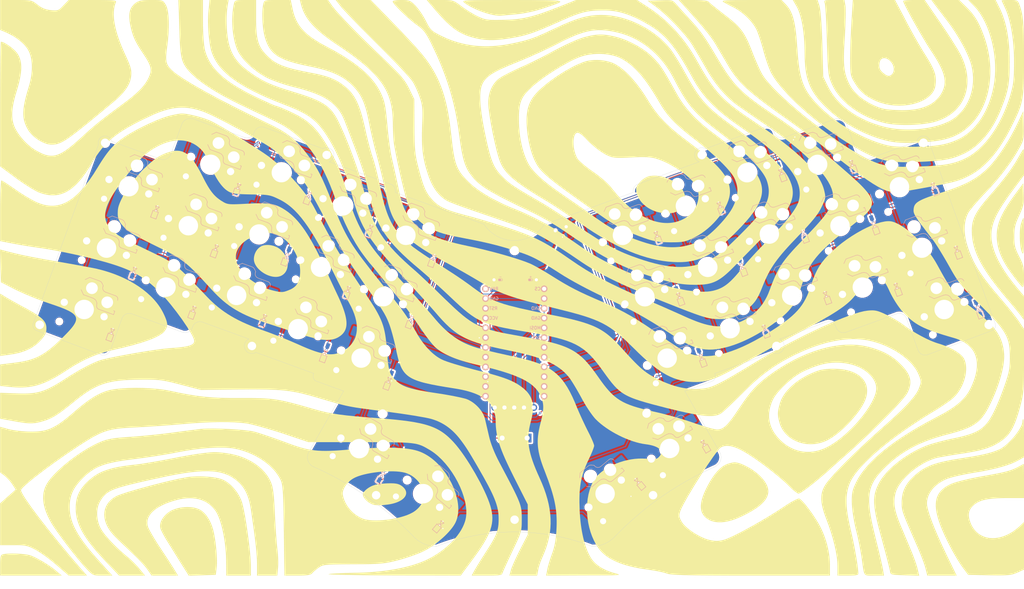
<source format=kicad_pcb>
(kicad_pcb (version 20241229) (generator "pcbnew") (generator_version "9.0")
  (layers (0 "F.Cu" signal) (2 "B.Cu" signal) (13 "F.Paste" user) (15 "B.Paste" user) (5 "F.SilkS" user "F.Silkscreen") (7 "B.SilkS" user "B.Silkscreen") (1 "F.Mask" user) (3 "B.Mask" user) (25 "Edge.Cuts" user))
  (net 0 "")
  (net 1 "Net-(D1-A)")
  (net 2 "row 1")
  (net 3 "Net-(D2-A)")
  (net 4 "Net-(D3-A)")
  (net 5 "Net-(D4-A)")
  (net 6 "Net-(D5-A)")
  (net 7 "Net-(D6-A)")
  (net 8 "Net-(D7-A)")
  (net 9 "Net-(D8-A)")
  (net 10 "Net-(D9-A)")
  (net 11 "Net-(D10-A)")
  (net 12 "row 2")
  (net 13 "Net-(D11-A)")
  (net 14 "Net-(D12-A)")
  (net 15 "Net-(D13-A)")
  (net 16 "Net-(D14-A)")
  (net 17 "Net-(D15-A)")
  (net 18 "Net-(D16-A)")
  (net 19 "Net-(D17-A)")
  (net 20 "Net-(D18-A)")
  (net 21 "Net-(D19-A)")
  (net 22 "Net-(D20-A)")
  (net 23 "row 3")
  (net 24 "Net-(D21-A)")
  (net 25 "Net-(D22-A)")
  (net 26 "Net-(D23-A)")
  (net 27 "Net-(D24-A)")
  (net 28 "Net-(D25-A)")
  (net 29 "Net-(D26-A)")
  (net 30 "Net-(D27-A)")
  (net 31 "Net-(D28-A)")
  (net 32 "Net-(D29-A)")
  (net 33 "Net-(D30-A)")
  (net 34 "Net-(D31-A)")
  (net 35 "row 4")
  (net 36 "Net-(D32-A)")
  (net 37 "Net-(D33-A)")
  (net 38 "Net-(D34-A)")
  (net 39 "MOSI")
  (net 40 "NVCS")
  (net 41 "+3V3")
  (net 42 "Column 1")
  (net 43 "Column 2")
  (net 44 "Column 3")
  (net 45 "Column 4")
  (net 46 "Column 5")
  (net 47 "Column 6")
  (net 48 "Column 7")
  (net 49 "Column 8")
  (net 50 "Column 9")
  (net 51 "Column 10")
  (net 52 "SCK")
  (net 53 "GND")
  (net 54 "Reset")
  (net 57 "Bat+")
  (net 58 "RAW")
  (footprint "Library:Battery-" (layer "F.Cu") (at 159.283937 95.531785)
    (property "Reference" "Bat-1" (hide yes))
    (property "Value" "MountingHole_Pad" (hide yes))
  )
  (footprint "ScottoKeebs_Scotto:Standoff_M2x6mm" (layer "F.Cu") (at 232.746848 112.747805)
    (property "Reference" "REF**" (hide yes))
    (property "Value" "Standoff_M2x6mm" (hide yes))
  )
  (footprint "" (layer "F.Cu") (at 270.957679 59.879354)
    (property "Reference" "")
    (property "Value" "")
  )
  (footprint "ScottoKeebs_Hotswap:Hotswap_Choc_V1V2" (layer "F.Cu") (at 124.236606 139.459101 -30)
    (property "Reference" "S31" (hide yes))
    (property "Value" "Keyswitch")
  )
  (footprint "ScottoKeebs_Hotswap:Hotswap_Choc_V1V2" (layer "F.Cu") (at 198.495771 99.937472 20)
    (property "Reference" "S16" (hide yes))
    (property "Value" "Keyswitch")
  )
  (footprint "ScottoKeebs_Scotto:Standoff_M2x6mm" (layer "F.Cu") (at 96.342899 112.747811)
    (property "Reference" "REF**" (hide yes))
    (property "Value" "Standoff_M2x6mm" (hide yes))
  )
  (footprint "ScottoKeebs_Scotto:Standoff_M2x6mm" (layer "F.Cu") (at 130.323235 130.330942)
    (property "Reference" "REF**" (hide yes))
    (property "Value" "Standoff_M2x6mm" (hide yes))
  )
  (footprint "ScottoKeebs_Hotswap:Hotswap_Choc_V1V2" (layer "F.Cu") (at 52.723092 103.254106 -20)
    (property "Reference" "S21" (hide yes))
    (property "Value" "Keyswitch")
  )
  (footprint "ScottoKeebs_Hotswap:Hotswap_Choc_V1V2" (layer "F.Cu") (at 92.366367 99.592069 -20)
    (property "Reference" "S23" (hide yes))
    (property "Value" "Keyswitch")
  )
  (footprint "ScottoKeebs_Hotswap:Hotswap_Choc_V1V2" (layer "F.Cu") (at 220.679477 108.258244 20)
    (property "Reference" "S27" (hide yes))
    (property "Value" "Keyswitch")
  )
  (footprint "ScottoKeebs_Scotto:Standoff_M2x6mm" (layer "F.Cu") (at 58.165955 59.879359)
    (property "Reference" "REF**" (hide yes))
    (property "Value" "Standoff_M2x6mm" (hide yes))
  )
  (footprint "ScottoKeebs_Hotswap:Hotswap_Choc_V1V2" (layer "F.Cu") (at 98.180713 83.617295 -20)
    (property "Reference" "S13" (hide yes))
    (property "Value" "Keyswitch")
  )
  (footprint "Library:Battery+" (layer "F.Cu") (at 169.295089 96.031782 180)
    (property "Reference" "Bat+1" (hide yes))
    (property "Value" "MountingHole_Pad" (hide yes))
  )
  (footprint "ScottoKeebs_Hotswap:Hotswap_Choc_V1V2" (layer "F.Cu") (at 120.001036 76.294929 -20)
    (property "Reference" "S4" (hide yes))
    (property "Value" "Keyswitch")
  )
  (footprint "ScottoKeebs_Hotswap:Hotswap_Choc_V1V2" (layer "F.Cu") (at 264.700041 71.318314 20)
    (property "Reference" "S10" (hide yes))
    (property "Value" "Keyswitch")
  )
  (footprint "ScottoKeebs_Hotswap:Hotswap_Choc_V1V2" (layer "F.Cu") (at 230.871112 83.631048 20)
    (property "Reference" "S18" (hide yes))
    (property "Value" "Keyswitch")
  )
  (footprint "ScottoKeebs_Components:Button_MJTP1243" (layer "F.Cu") (at 167.894697 136.705943 180)
    (property "Reference" "RESET1" (hide yes))
    (property "Value" "Switch")
  )
  (footprint "ScottoKeebs_Hotswap:Hotswap_Choc_V1V2" (layer "F.Cu") (at 73.998317 97.429397 -20)
    (property "Reference" "S22" (hide yes))
    (property "Value" "Keyswitch")
  )
  (footprint "ScottoKeebs_Scotto:Standoff_M2x6mm" (layer "F.Cu") (at 200.635729 151.580944)
    (property "Reference" "REF**" (hide yes))
    (property "Value" "Standoff_M2x6mm" (hide yes))
  )
  (footprint "ScottoKeebs_Hotswap:Hotswap_Choc_V1V2" (layer "F.Cu") (at 243.424826 65.493608 20)
    (property "Reference" "S9" (hide yes))
    (property "Value" "Keyswitch")
  )
  (footprint "ScottoKeebs_Scotto:Standoff_M2x6mm" (layer "F.Cu") (at 41.164993 107.234211 -20)
    (property "Reference" "REF**" (hide yes))
    (property "Value" "Standoff_M2x6mm" (hide yes))
  )
  (footprint "ScottoKeebs_Hotswap:Hotswap_Choc_V1V2" (layer "F.Cu") (at 255.053512 97.443152 20)
    (property "Reference" "S29" (hide yes))
    (property "Value" "Keyswitch")
  )
  (footprint "ScottoKeebs_Hotswap:Hotswap_Choc_V1V2" (layer "F.Cu") (at 103.995043 67.642514 -20)
    (property "Reference" "S3" (hide yes))
    (property "Value" "Keyswitch")
  )
  (footprint "ScottoKeebs_Hotswap:Hotswap_Choc_V1V2" (layer "F.Cu") (at 64.351775 71.304562 -20)
    (property "Reference" "S1" (hide yes))
    (property "Value" "Keyswitch")
  )
  (footprint "ScottoKeebs_Scotto:Standoff_M2x6mm" (layer "F.Cu") (at 164.635732 87.830941)
    (property "Reference" "REF**" (hide yes))
    (property "Value" "Standoff_M2x6mm" (hide yes))
  )
  (footprint "ScottoKeebs_Hotswap:Hotswap_Choc_V1V2" (layer "F.Cu") (at 270.514392 87.293088 20)
    (property "Reference" "S20" (hide yes))
    (property "Value" "Keyswitch")
  )
  (footprint "ScottoKeebs_Hotswap:Hotswap_Choc_V1V2" (layer "F.Cu") (at 58.537431 87.279338 -20)
    (property "Reference" "S11" (hide yes))
    (property "Value" "Keyswitch")
  )
  (footprint "ScottoKeebs_Hotswap:Hotswap_Choc_V1V2" (layer "F.Cu") (at 236.685459 99.60583 20)
    (property "Reference" "S28" (hide yes))
    (property "Value" "Keyswitch")
  )
  (footprint "ScottoKeebs_Hotswap:Hotswap_Choc_V1V2" (layer "F.Cu") (at 85.626993 65.479843 -20)
    (property "Reference" "S2" (hide yes))
    (property "Value" "Keyswitch")
  )
  (footprint "ScottoKeebs_Scotto:Standoff_M2x6mm" (layer "F.Cu") (at 128.635728 151.580942)
    (property "Reference" "REF**" (hide yes))
    (property "Value" "Standoff_M2x6mm" (hide yes))
  )
  (footprint "ScottoKeebs_Hotswap:Hotswap_Choc_V1V2" (layer "F.Cu") (at 79.812663 81.454627 -20)
    (property "Reference" "S12" (hide yes))
    (property "Value" "Keyswitch")
  )
  (footprint "ScottoKeebs_Hotswap:Hotswap_Choc_V1V2" (layer "F.Cu") (at 204.310118 115.912242 20)
    (property "Reference" "S26" (hide yes))
    (property "Value" "Keyswitch")
  )
  (footprint "ScottoKeebs_Hotswap:Hotswap_Choc_V1V2" (layer "F.Cu") (at 225.056776 67.656265 20)
    (property "Reference" "S8" (hide yes))
    (property "Value" "Keyswitch")
  )
  (footprint "ScottoKeebs_Hotswap:Hotswap_Choc_V1V2" (layer "F.Cu") (at 108.372345 108.244487 -20)
    (property "Reference" "S24" (hide yes))
    (property "Value" "Keyswitch")
  )
  (footprint "" (layer "F.Cu") (at 41.164993 107.234211)
    (property "Reference" "")
    (property "Value" "")
  )
  (footprint "lib:nice_view" (layer "F.Cu") (at 164.54163 112.288449)
    (property "Reference" "Display1")
    (property "Value" "nice!view" (hide yes))
  )
  (footprint "" (layer "F.Cu") (at 232.746848 112.747805 20)
    (property "Reference" "")
    (property "Value" "")
  )
  (footprint "ScottoKeebs_Hotswap:Hotswap_Choc_V1V2" (layer "F.Cu") (at 204.952468 139.422912 30)
    (property "Reference" "S34" (hide yes))
    (property "Value" "Keyswitch")
  )
  (footprint "ScottoKeebs_Hotswap:Hotswap_Choc_V1V2" (layer "F.Cu") (at 188.169824 151.184734 40)
    (property "Reference" "S33" (hide yes))
    (property "Value" "Keyswitch")
  )
  (footprint "ScottoKeebs_Hotswap:Hotswap_Choc_V1V2" (layer "F.Cu") (at 124.741727 115.898475 -20)
    (property "Reference" "S25" (hide yes))
    (property "Value" "Keyswitch")
  )
  (footprint "ScottoKeebs_Hotswap:Hotswap_Choc_V1V2" (layer "F.Cu") (at 136.370396 83.948926 -20)
    (property "Reference" "S5" (hide yes))
    (property "Value" "Keyswitch")
  )
  (footprint "ScottoKeebs_Hotswap:Hotswap_Choc_V1V2" (layer "F.Cu") (at 192.681422 83.962688 20)
    (property "Reference" "S6" (hide yes))
    (property "Value" "Keyswitch")
  )
  (footprint "ScottoKeebs_Scotto:Standoff_M2x6mm" (layer "F.Cu") (at 115.772033 63.049232)
    (property "Reference" "REF**" (hide yes))
    (property "Value" "Standoff_M2x6mm" (hide yes))
  )
  (footprint "ScottoKeebs_Hotswap:Hotswap_Choc_V1V2" (layer "F.Cu") (at 209.0508 76.30869 20)
    (property "Reference" "S7" (hide yes))
    (property "Value" "Keyswitch")
  )
  (footprint "ScottoKeebs_Scotto:Standoff_M2x6mm" (layer "F.Cu") (at 270.940698 59.883806)
    (property "Reference" "REF**" (hide yes))
    (property "Value" "Standoff_M2x6mm" (hide yes))
  )
  (footprint "ScottoKeebs_Hotswap:Hotswap_Choc_V1V2" (layer "F.Cu") (at 249.239164 81.468376 20)
    (property "Reference" "S19" (hide yes))
    (property "Value" "Keyswitch")
  )
  (footprint "ScottoKeebs_Hotswap:Hotswap_Choc_V1V2" (layer "F.Cu") (at 130.556055 99.923703 -20)
    (property "Reference" "S15" (hide yes))
    (property "Value" "Keyswitch")
  )
  (footprint "" (layer "F.Cu") (at 287.927647 107.256794)
    (property "Reference" "")
    (property "Value" "")
  )
  (footprint "ScottoKeebs_Scotto:Standoff_M2x6mm" (layer "F.Cu") (at 287.927647 107.256794 -20)
    (property "Reference" "REF**" (hide yes))
    (property "Value" "Standoff_M2x6mm" (hide yes))
  )
  (footprint "ScottoKeebs_Hotswap:Hotswap_Choc_V1V2" (layer "F.Cu") (at 140.919823 151.184733 -40)
    (property "Reference" "S32" (hide yes))
    (property "Value" "Keyswitch")
  )
  (footprint "ScottoKeebs_Scotto:Standoff_M2x6mm" (layer "F.Cu") (at 213.317631 63.04924)
    (property "Reference" "REF**" (hide yes))
    (property "Value" "Standoff_M2x6mm" (hide yes))
  )
  (footprint "ScottoKeebs_Hotswap:Hotswap_Choc_V1V2" (layer "F.Cu") (at 114.186687 92.269715 -20)
    (property "Reference" "S14" (hide yes))
    (property "Value" "Keyswitch")
  )
  (footprint "ScottoKeebs_Scotto:Standoff_M2x6mm" (layer "F.Cu") (at 198.94823 130.330947)
    (property "Reference" "REF**" (hide yes))
    (property "Value" "Standoff_M2x6mm" (hide yes))
  )
  (footprint "ScottoKeebs_Hotswap:Hotswap_Choc_V1V2" (layer "F.Cu") (at 276.328744 103.267871 20)
    (property "Reference" "S30" (hide yes))
    (property "Value" "Keyswitch")
  )
  (footprint "ScottoKeebs_Hotswap:Hotswap_Choc_V1V2" (layer "F.Cu") (at 214.865141 92.283472 20)
    (property "Reference" "S17" (hide yes))
    (property "Value" "Keyswitch")
  )
  (footprint "ScottoKeebs_Scotto:Standoff_M2x6mm" (layer "F.Cu") (at 164.635733 157.955939)
    (property "Reference" "REF**" (hide yes))
    (property "Value" "Standoff_M2x6mm" (hide yes))
  )
  (footprint "" (layer "B.Cu") (at 213.317631 63.04924 180)
    (property "Reference" "")
    (property "Value" "")
  )
  (footprint "lib:SMD_Diode_Tiny_dual_layer" (layer "B.Cu") (at 252.230295 65.125078 110)
    (property "Reference" "D9" (hide yes))
    (property "Value" "Diode" (hide yes))
  )
  (footprint "lib:SMD_Diode_Tiny_dual_layer" (layer "B.Cu") (at 285.158159 102.965161 110)
    (property "Reference" "D30" (hide yes))
    (property "Value" "Diode" (hide yes))
  )
  (footprint "lib:SMD_Diode_Tiny_dual_layer" (layer "B.Cu") (at 229.517636 107.969804 110)
    (property "Reference" "D27" (hide yes))
    (property "Value" "Diode" (hide yes))
  )
  (footprint "lib:SMD_Diode_Tiny_dual_layer" (layer "B.Cu") (at 132.00551 121.520286 70)
    (property "Reference" "D25" (hide yes))
    (property "Value" "Diode" (hide yes))
  )
  (footprint "lib:nice_nano" (layer "B.Cu") (at 164.70319 111.843208 -90)
    (property "Reference" "U2" (hide yes))
    (property "Value" "nice_nano" (hide yes))
  )
  (footprint "lib:SMD_Diode_Tiny_dual_layer" (layer "B.Cu") (at 87.076447 87.076429 70)
    (property "Reference" "D12" (hide yes))
    (property "Value" "Diode" (hide yes))
  )
  (footprint "lib:SMD_Diode_Tiny_dual_layer" (layer "B.Cu") (at 115.454435 114.365502 70)
    (property "Reference" "D24" (hide yes))
    (property "Value" "Diode" (hide yes))
  )
  (footprint "lib:SMD_Diode_Tiny_dual_layer" (layer "B.Cu") (at 143.63419 89.570747 70)
    (property "Reference" "D5" (hide yes))
    (property "Value" "Diode" (hide yes))
  )
  (footprint "lib:SMD_Diode_Tiny_dual_layer" (layer "B.Cu") (at 81.262106 103.051206 70)
    (property "Reference" "D22" (hide yes))
    (property "Value" "Diode" (hide yes))
  )
  (footprint "lib:SMD_Diode_Tiny_dual_layer" (layer "B.Cu") (at 130.331394 146.143395 60)
    (property "Reference" "D31" (hide yes))
    (property "Value" "Diode" (hide yes))
  )
  (footprint "lib:SMD_Diode_Tiny_dual_layer" (layer "B.Cu") (at 245.490927 99.237292 110)
    (property "Reference" "D28" (hide yes))
    (property "Value" "Diode" (hide yes))
  )
  (footprint "lib:SMD_Diode_Tiny_dual_layer" (layer "B.Cu") (at 145.56534 158.891719 50)
    (property "Reference" "D32" (hide yes))
    (property "Value" "Diode" (hide yes))
  )
  (footprint "lib:SMD_Diode_Tiny_dual_layer" (layer "B.Cu") (at 213.115578 115.543715 110)
    (property "Reference" "D26" (hide yes))
    (property "Value" "Diode" (hide yes))
  )
  (footprint "lib:SMD_Diode_Tiny_dual_layer" (layer "B.Cu") (at 201.48689 83.59416 110)
    (property "Reference" "D6" (hide yes))
    (property "Value" "Diode" (hide yes))
  )
  (footprint "ScottoKeebs_Components:Switch_MSK12C02" (layer "B.Cu") (at 176.637529 82.231467 -160)
    (property "Reference" "SW1" (hide yes))
    (property "Value" "SW_SPDT")
  )
  (footprint "lib:SMD_Diode_Tiny_dual_layer" (layer "B.Cu") (at 71.61557 76.926373 70)
    (property "Reference" "D1" (hide yes))
    (property "Value" "Diode" (hide yes))
  )
  (footprint "lib:SMD_Diode_Tiny_dual_layer" (layer "B.Cu") (at 196.457469 147.813688 130)
    (property "Reference" "D33" (hide yes))
    (property "Value" "Diode" (hide yes))
  )
  (footprint "lib:SMD_Diode_Tiny_dual_layer" (layer "B.Cu") (at 92.890788 71.101656 70)
    (property "Reference" "D2" (hide yes))
    (property "Value" "Diode" (hide yes))
  )
  (footprint "lib:SMD_Diode_Tiny_dual_layer" (layer "B.Cu") (at 207.301227 99.568935 110)
    (property "Reference" "D16" (hide yes))
    (property "Value" "Diode" (hide yes))
  )
  (footprint "lib:SMD_Diode_Tiny_dual_layer" (layer "B.Cu") (at 59.999842 108.840308 70)
    (property "Reference" "D21" (hide yes))
    (property "Value" "Diode" (hide yes))
  )
  (footprint "lib:SMD_Diode_Tiny_dual_layer" (layer "B.Cu") (at 137.819856 105.545507 70)
    (property "Reference" "D15" (hide yes))
    (property "Value" "Diode" (hide yes))
  )
  (footprint "lib:SMD_Diode_Tiny_dual_layer" (layer "B.Cu") (at 111.258842 73.264326 70)
    (property "Reference" "D3" (hide yes))
    (property "Value" "Diode" (hide yes))
  )
  (footprint "lib:SMD_Diode_Tiny_dual_layer" (layer "B.Cu") (at 105.4445 89.239096 70)
    (property "Reference" "D13" (hide yes))
    (property "Value" "Diode" (hide yes))
  )
  (footprint "lib:SMD_Diode_Tiny_dual_layer" (layer "B.Cu") (at 217.856261 75.940163 110)
    (property "Reference" "D7" (hide yes))
    (property "Value" "Diode" (hide yes))
  )
  (footprint "lib:SMD_Diode_Tiny_dual_layer" (layer "B.Cu") (at 127.264819 81.916738 70)
    (property "Reference" "D4" (hide yes))
    (property "Value" "Diode" (hide yes))
  )
  (footprint "lib:SMD_Diode_Tiny_dual_layer" (layer "B.Cu") (at 239.676584 83.262515 110)
    (property "Reference" "D18" (hide yes))
    (property "Value" "Diode" (hide yes))
  )
  (footprint "lib:SMD_Diode_Tiny_dual_layer" (layer "B.Cu") (at 121.450476 97.891517 70)
    (property "Reference" "D14" (hide yes))
    (property "Value" "Diode" (hide yes))
  )
  (footprint "lib:SMD_Diode_Tiny_dual_layer" (layer "B.Cu") (at 279.501556 87.423775 110)
    (property "Reference" "D20" (hide yes))
    (property "Value" "Diode" (hide yes))
  )
  (footprint "lib:SMD_Diode_Tiny_dual_layer" (layer "B.Cu") (at 263.858979 97.074621 110)
    (property "Reference" "D29" (hide yes))
    (property "Value" "Diode" (hide yes))
  )
  (footprint "lib:SMD_Diode_Tiny_dual_layer" (layer "B.Cu") (at 273.505516 70.949789 110)
    (property "Reference" "D10" (hide yes))
    (property "Value" "Diode" (hide yes))
  )
  (footprint "lib:SMD_Diode_Tiny_dual_layer" (layer "B.Cu") (at 65.801225 92.901151 70)
    (property "Reference" "D11" (hide yes))
    (property "Value" "Diode" (hide yes))
  )
  (footprint "lib:SMD_Diode_Tiny_dual_layer" (layer "B.Cu") (at 213.68425 137.93955 120)
    (property "Reference" "D34" (hide yes))
    (property "Value" "Diode" (hide yes))
  )
  (footprint "lib:SMD_Diode_Tiny_dual_layer" (layer "B.Cu") (at 258.044635 81.099844 110)
    (property "Reference" "D19" (hide yes))
    (property "Value" "Diode" (hide yes))
  )
  (footprint "lib:SMD_Diode_Tiny_dual_layer" (layer "B.Cu") (at 99.63016 105.213867 70)
    (property "Reference" "D23" (hide yes))
    (property "Value" "Diode" (hide yes))
  )
  (footprint "lib:SMD_Diode_Tiny_dual_layer" (layer "B.Cu") (at 223.670606 91.914943 110)
    (property "Reference" "D17" (hide yes))
    (property "Value" "Diode" (hide yes))
  )
  (footprint "lib:SMD_Diode_Tiny_dual_layer" (layer "B.Cu") (at 233.862241 67.287741 110)
    (property "Reference" "D8" (hide yes))
    (property "Value" "Diode" (hide yes))
  )
  (gr_poly (pts (xy 161.520549 139.1875) (xy 161.528938 139.187931) (xy 161.537231 139.188729) (xy 161.545421 139.189893) (xy 161.553498 139.191424) (xy 161.561454 139.193322) (xy 161.569281 139.195588) (xy 161.57697 139.198223) (xy 161.584512 139.201226) (xy 161.591899 139.204598) (xy 161.599123 139.208339) (xy 161.606175 139.21245) (xy 161.613046 139.216931) (xy 161.619728 139.221783) (xy 161.626212 139.227006) (xy 161.63249 139.2326) (xy 161.638553 139.238565) (xy 161.649002 139.24895) (xy 161.658149 139.258839) (xy 161.666031 139.26848) (xy 161.672685 139.27812) (xy 161.678148 139.288009) (xy 161.682458 139.298394) (xy 161.685652 139.309523) (xy 161.687766 139.321644) (xy 161.688839 139.335006) (xy 161.688907 139.349855) (xy 161.688008 139.366441) (xy 161.686178 139.385012) (xy 161.683456 139.405814) (xy 161.679878 139.429098) (xy 161.670303 139.484098) (xy 161.655027 139.569902) (xy 161.642555 139.656573) (xy 161.63291 139.742799) (xy 161.626118 139.827263) (xy 161.622203 139.908651) (xy 161.62119 139.985649) (xy 161.623104 140.056942) (xy 161.625166 140.090038) (xy 161.62797 140.121216) (xy 161.634808 140.165744) (xy 161.646954 140.230587) (xy 161.684591 140.408817) (xy 161.735721 140.6311) (xy 161.795187 140.872632) (xy 161.947752 141.490368) (xy 162.08861 142.088657) (xy 162.242565 142.775846) (xy 162.434421 143.660281) (xy 162.555599 144.214584) (xy 162.593963 144.385075) (xy 162.605159 144.432283) (xy 162.610103 144.449799) (xy 162.610691 144.449937) (xy 162.611653 144.449567) (xy 162.614659 144.447347) (xy 162.624722 144.43733) (xy 162.639646 144.420516) (xy 162.658787 144.397675) (xy 162.6815 144.369575) (xy 162.707139 144.336986) (xy 162.735061 144.300676) (xy 162.76462 144.261415) (xy 162.839998 144.163412) (xy 162.875586 144.118587) (xy 162.910042 144.076273) (xy 162.943568 144.036266) (xy 162.976366 143.998361) (xy 163.008636 143.962354) (xy 163.040581 143.92804) (xy 163.072402 143.895214) (xy 163.1043 143.863672) (xy 163.136477 143.833208) (xy 163.169135 143.80362) (xy 163.202475 143.7747) (xy 163.236699 143.746246) (xy 163.272008 143.718053) (xy 163.308604 143.689915) (xy 163.344832 143.662871) (xy 163.380542 143.637271) (xy 163.415811 143.613073) (xy 163.450718 143.590233) (xy 163.48534 143.568708) (xy 163.519754 143.548454) (xy 163.554037 143.529428) (xy 163.588268 143.511586) (xy 163.622524 143.494885) (xy 163.656882 143.479282) (xy 163.69142 143.464733) (xy 163.726215 143.451195) (xy 163.761345 143.438624) (xy 163.796888 143.426977) (xy 163.83292 143.416211) (xy 163.86952 143.406281) (xy 163.8992 143.399337) (xy 163.927968 143.39359) (xy 163.955905 143.389045) (xy 163.983092 143.38571) (xy 164.00961 143.383591) (xy 164.035538 143.382693) (xy 164.060957 143.383022) (xy 164.085949 143.384586) (xy 164.110594 143.38739) (xy 164.134972 143.39144) (xy 164.159164 143.396743) (xy 164.18325 143.403305) (xy 164.207312 143.411132) (xy 164.231429 143.42023) (xy 164.255683 143.430606) (xy 164.280154 143.442265) (xy 164.337477 143.47389) (xy 164.392763 143.510023) (xy 164.446009 143.550658) (xy 164.497211 143.59579) (xy 164.546367 143.64541) (xy 164.593474 143.699515) (xy 164.638528 143.758096) (xy 164.681527 143.821148) (xy 164.722466 143.888666) (xy 164.761344 143.960642) (xy 164.798157 144.03707) (xy 164.832901 144.117945) (xy 164.865575 144.203259) (xy 164.896174 144.293008) (xy 164.924696 144.387184) (xy 164.951137 144.485781) (xy 165.010402 144.716498) (xy 165.088719 144.475198) (xy 165.164821 144.257013) (xy 165.245295 144.046449) (xy 165.32985 143.843934) (xy 165.418193 143.649897) (xy 165.510033 143.464764) (xy 165.60508 143.288964) (xy 165.703041 143.122924) (xy 165.803625 142.967073) (xy 165.906541 142.821839) (xy 166.011496 142.687649) (xy 166.118201 142.56493) (xy 166.226363 142.454112) (xy 166.280899 142.4033) (xy 166.335691 142.355622) (xy 166.390701 142.311134) (xy 166.445893 142.269888) (xy 166.501231 142.231938) (xy 166.556678 142.197338) (xy 166.612198 142.16614) (xy 166.667754 142.138399) (xy 166.689402 142.128947) (xy 166.711459 142.120431) (xy 166.733886 142.112845) (xy 166.756646 142.106181) (xy 166.803011 142.095597) (xy 166.85025 142.088624) (xy 166.89806 142.085211) (xy 166.946137 142.085304) (xy 166.994176 142.088852) (xy 167.041874 142.0958) (xy 167.088928 142.106098) (xy 167.135032 142.119691) (xy 167.179884 142.136528) (xy 167.22318 142.156555) (xy 167.264615 142.17972) (xy 167.28454 142.192463) (xy 167.303886 142.20597) (xy 167.322615 142.220236) (xy 167.340689 142.235253) (xy 167.35807 142.251015) (xy 167.37472 142.267515) (xy 167.39412 142.288583) (xy 167.41413 142.31273) (xy 167.434618 142.339711) (xy 167.455451 142.36928) (xy 167.476494 142.401194) (xy 167.497615 142.435207) (xy 167.51868 142.471074) (xy 167.539556 142.50855) (xy 167.580207 142.587351) (xy 167.618501 142.669649) (xy 167.636431 142.711497) (xy 167.653372 142.753484) (xy 167.669191 142.795367) (xy 167.683754 142.836899) (xy 167.699306 142.883738) (xy 167.711336 142.927055) (xy 167.71617 142.948711) (xy 167.720291 142.971067) (xy 167.723754 142.994651) (xy 167.726616 143.01999) (xy 167.730758 143.078042) (xy 167.733164 143.149438) (xy 167.73428 143.238396) (xy 167.734553 143.349132) (xy 167.734553 143.711082) (xy 167.97797 143.476132) (xy 168.026123 143.429634) (xy 168.071591 143.386823) (xy 168.114715 143.347466) (xy 168.155836 143.31133) (xy 168.195295 143.278183) (xy 168.233433 143.247793) (xy 168.270592 143.219926) (xy 168.307112 143.194351) (xy 168.343334 143.170834) (xy 168.379599 143.149144) (xy 168.416249 143.129048) (xy 168.453625 143.110312) (xy 168.492067 143.092706) (xy 168.531916 143.075995) (xy 168.573515 143.059948) (xy 168.617203 143.044332) (xy 168.665924 143.028101) (xy 168.687613 143.02144) (xy 168.708121 143.015691) (xy 168.727897 143.010809) (xy 168.747391 143.006753) (xy 168.767052 143.003477) (xy 168.78733 143.00094) (xy 168.808675 142.999097) (xy 168.831536 142.997906) (xy 168.856363 142.997322) (xy 168.883605 142.997302) (xy 168.947134 142.998782) (xy 169.02572 143.001998) (xy 169.101531 143.005789) (xy 169.171439 143.011292) (xy 169.239661 143.019225) (xy 169.310412 143.030309) (xy 169.38791 143.045262) (xy 169.476372 143.064804) (xy 169.580014 143.089654) (xy 169.703053 143.120531) (xy 169.839104 143.15589) (xy 169.963478 143.189091) (xy 170.076751 143.220358) (xy 170.179502 143.249913) (xy 170.272305 143.277979) (xy 170.355739 143.304781) (xy 170.430379 143.33054) (xy 170.496803 143.355482) (xy 170.555587 143.379827) (xy 170.607308 143.403801) (xy 170.6307 143.415718) (xy 170.652542 143.427626) (xy 170.672907 143.439553) (xy 170.691867 143.451525) (xy 170.709493 143.463573) (xy 170.725859 143.475722) (xy 170.741035 143.488002) (xy 170.755094 143.50044) (xy 170.768108 143.513064) (xy 170.78015 143.525902) (xy 170.791291 143.538982) (xy 170.801603 143.552332) (xy 170.808032 143.561412) (xy 170.813844 143.570501) (xy 170.819067 143.579758) (xy 170.823729 143.58934) (xy 170.827857 143.599406) (xy 170.83148 143.610114) (xy 170.834626 143.621622) (xy 170.837322 143.634088) (xy 170.839596 143.64767) (xy 170.841477 143.662526) (xy 170.842992 143.678815) (xy 170.844168 143.696695) (xy 170.845619 143.737858) (xy 170.846053 143.787281) (xy 170.845756 143.84456) (xy 170.845049 143.868974) (xy 170.843672 143.891494) (xy 170.841403 143.912811) (xy 170.838017 143.933617) (xy 170.833291 143.954602) (xy 170.827003 143.976459) (xy 170.818929 143.999878) (xy 170.808846 144.025551) (xy 170.796531 144.05417) (xy 170.781759 144.086426) (xy 170.743957 144.164615) (xy 170.693653 144.265648) (xy 170.60396 144.441576) (xy 170.558294 144.526102) (xy 170.511885 144.608648) (xy 170.464582 144.689444) (xy 170.416238 144.768725) (xy 170.366703 144.846722) (xy 170.315829 144.923667) (xy 170.263466 144.999795) (xy 170.209466 145.075336) (xy 170.15368 145.150523) (xy 170.09596 145.22559) (xy 169.974119 145.376291) (xy 169.842754 145.529299) (xy 169.669187 145.726148) (xy 169.802536 145.726148) (xy 169.856467 145.728795) (xy 169.913203 145.73581) (xy 169.972327 145.746998) (xy 170.033419 145.762165) (xy 170.096062 145.781114) (xy 170.159836 145.80365) (xy 170.224324 145.829579) (xy 170.289106 145.858704) (xy 170.353764 145.890831) (xy 170.417879 145.925764) (xy 170.481033 145.963307) (xy 170.542808 146.003266) (xy 170.602784 146.045445) (xy 170.660543 146.089648) (xy 170.715666 146.135681) (xy 170.767736 146.183348) (xy 170.922255 146.333632) (xy 170.983637 146.215098) (xy 171.029633 146.118943) (xy 171.080937 146.004258) (xy 171.136111 145.874542) (xy 171.193716 145.733292) (xy 171.252313 145.584005) (xy 171.310463 145.430179) (xy 171.366728 145.275311) (xy 171.41967 145.122899) (xy 171.517016 144.83144) (xy 171.614635 144.525569) (xy 171.709029 144.217466) (xy 171.796701 143.919309) (xy 171.874153 143.643278) (xy 171.937889 143.401553) (xy 171.98441 143.206311) (xy 172.01022 143.069732) (xy 172.012674 143.053002) (xy 172.015367 143.037589) (xy 172.018438 143.023274) (xy 172.022027 143.009837) (xy 172.026273 142.997057) (xy 172.031316 142.984714) (xy 172.037296 142.972588) (xy 172.044351 142.960459) (xy 172.052622 142.948107) (xy 172.062248 142.935311) (xy 172.073368 142.921852) (xy 172.086122 142.907509) (xy 172.10065 142.892063) (xy 172.117091 142.875292) (xy 172.15627 142.836899) (xy 172.254935 142.744183) (xy 172.378851 142.633732) (xy 172.51755 142.514202) (xy 172.660566 142.39425) (xy 172.79743 142.282534) (xy 172.917674 142.18771) (xy 173.010832 142.118434) (xy 173.043983 142.096083) (xy 173.066436 142.083364) (xy 173.082241 142.076543) (xy 173.0979 142.070363) (xy 173.113402 142.064823) (xy 173.128737 142.05992) (xy 173.143896 142.055651) (xy 173.158868 142.052013) (xy 173.173643 142.049004) (xy 173.188211 142.046621) (xy 173.202562 142.044861) (xy 173.216686 142.043721) (xy 173.230572 142.043199) (xy 173.244211 142.043293) (xy 173.257593 142.043999) (xy 173.270708 142.045314) (xy 173.283545 142.047236) (xy 173.296095 142.049763) (xy 173.308346 142.052891) (xy 173.32029 142.056618) (xy 173.331917 142.060941) (xy 173.343215 142.065857) (xy 173.354176 142.071364) (xy 173.364788 142.077459) (xy 173.375042 142.084139) (xy 173.384928 142.091402) (xy 173.394436 142.099244) (xy 173.403556 142.107664) (xy 173.412277 142.116658) (xy 173.420589 142.126223) (xy 173.428483 142.136358) (xy 173.435949 142.147059) (xy 173.442975 142.158323) (xy 173.449553 142.170149) (xy 173.457661 142.186741) (xy 173.464511 142.203375) (xy 173.470082 142.220336) (xy 173.474358 142.237915) (xy 173.477319 142.256399) (xy 173.478947 142.276077) (xy 173.479223 142.297237) (xy 173.478129 142.320167) (xy 173.475645 142.345156) (xy 173.471754 142.372492) (xy 173.466436 142.402464) (xy 173.459674 142.43536) (xy 173.44174 142.511076) (xy 173.417803 142.601948) (xy 173.339747 142.90538) (xy 173.271587 143.195839) (xy 173.212309 143.479402) (xy 173.160893 143.762146) (xy 173.116323 144.050149) (xy 173.077582 144.349488) (xy 173.043654 144.66624) (xy 173.01352 145.006482) (xy 173.005422 145.177329) (xy 172.998737 145.454091) (xy 172.990501 146.168003) (xy 172.990601 146.833496) (xy 172.994334 147.049735) (xy 173.00082 147.135849) (xy 173.013351 147.138098) (xy 173.046296 147.141537) (xy 173.164597 147.151194) (xy 173.338065 147.163233) (xy 173.549036 147.176065) (xy 173.658752 147.182771) (xy 173.763977 147.190022) (xy 173.862208 147.197571) (xy 173.950939 147.20517) (xy 174.027663 147.21257) (xy 174.089878 147.219523) (xy 174.135076 147.225783) (xy 174.150511 147.228574) (xy 174.160753 147.231099) (xy 174.17636 147.236766) (xy 174.191427 147.242648) (xy 174.205947 147.248739) (xy 174.219913 147.255031) (xy 174.233317 147.261517) (xy 174.246153 147.26819) (xy 174.258414 147.275041) (xy 174.270093 147.282064) (xy 174.281182 147.289252) (xy 174.291676 147.296596) (xy 174.301566 147.30409) (xy 174.310847 147.311726) (xy 174.31951 147.319497) (xy 174.32755 147.327396) (xy 174.334958 147.335415) (xy 174.341729 147.343546) (xy 174.347854 147.351784) (xy 174.353328 147.360119) (xy 174.358143 147.368544) (xy 174.362292 147.377053) (xy 174.365768 147.385639) (xy 174.368564 147.394292) (xy 174.370674 147.403007) (xy 174.37209 147.411776) (xy 174.372805 147.420591) (xy 174.372812 147.429446) (xy 174.372105 147.438332) (xy 174.370676 147.447242) (xy 174.368519 147.45617) (xy 174.365625 147.465107) (xy 174.36199 147.474047) (xy 174.357604 147.482982) (xy 174.35312 147.490192) (xy 174.345347 147.500581) (xy 174.320662 147.530111) (xy 174.285013 147.570009) (xy 174.239864 147.618713) (xy 174.186679 147.67466) (xy 174.12692 147.736287) (xy 174.062052 147.802032) (xy 173.993538 147.870331) (xy 173.656986 148.204765) (xy 173.47072 148.151849) (xy 173.423767 148.138279) (xy 173.379753 148.126143) (xy 173.338691 148.115432) (xy 173.300593 148.106142) (xy 173.265471 148.098265) (xy 173.233339 148.091796) (xy 173.204208 148.086729) (xy 173.178091 148.083057) (xy 173.166166 148.081742) (xy 173.154999 148.080774) (xy 173.144593 148.080151) (xy 173.134947 148.079873) (xy 173.126064 148.07994) (xy 173.117945 148.08035) (xy 173.110593 148.081103) (xy 173.104007 148.082197) (xy 173.098191 148.083632) (xy 173.093145 148.085408) (xy 173.088871 148.087523) (xy 173.085371 148.089977) (xy 173.082645 148.092769) (xy 173.080697 148.095899) (xy 173.079527 148.099364) (xy 173.079136 148.103165) (xy 173.083981 148.151373) (xy 173.09726 148.235622) (xy 173.141578 148.473846) (xy 173.197008 148.741042) (xy 173.224178 148.861506) (xy 173.24847 148.960415) (xy 173.261302 149.006785) (xy 173.275119 149.05287) (xy 173.289817 149.098435) (xy 173.30529 149.143242) (xy 173.321433 149.187058) (xy 173.338139 149.229645) (xy 173.355305 149.270769) (xy 173.372824 149.310194) (xy 173.390592 149.347685) (xy 173.408501 149.383004) (xy 173.426449 149.415918) (xy 173.444327 149.44619) (xy 173.462033 149.473585) (xy 173.479459 149.497867) (xy 173.4965 149.5188) (xy 173.513052 149.536149) (xy 173.518841 149.5412) (xy 173.525827 149.54679) (xy 173.543017 149.559366) (xy 173.563878 149.57343) (xy 173.587666 149.588536) (xy 173.613636 149.604238) (xy 173.641046 149.620088) (xy 173.669149 149.635641) (xy 173.697203 149.650449) (xy 173.7217 149.662825) (xy 173.743654 149.67465) (xy 173.763153 149.686065) (xy 173.780283 149.697214) (xy 173.787986 149.702733) (xy 173.79513 149.708239) (xy 173.801726 149.713749) (xy 173.807783 149.719282) (xy 173.813313 149.724855) (xy 173.818327 149.730486) (xy 173.822836 149.736194) (xy 173.82685 149.741995) (xy 173.83038 149.747907) (xy 173.833437 149.753949) (xy 173.836033 149.760139) (xy 173.838177 149.766493) (xy 173.839881 149.773031) (xy 173.841156 149.779769) (xy 173.842012 149.786726) (xy 173.84246 149.793919) (xy 173.842511 149.801366) (xy 173.842177 149.809086) (xy 173.841467 149.817095) (xy 173.840393 149.825412) (xy 173.837195 149.843041) (xy 173.83267 149.862115) (xy 173.816228 149.884133) (xy 173.774652 149.924652) (xy 173.629272 150.050862) (xy 173.422872 150.220084) (xy 173.181795 150.411655) (xy 172.932384 150.604913) (xy 172.700981 150.779194) (xy 172.513929 150.913838) (xy 172.445266 150.959839) (xy 172.39757 150.988182) (xy 172.389992 150.991909) (xy 172.382341 150.995153) (xy 172.374617 150.997915) (xy 172.36682 151.000195) (xy 172.358953 151.001995) (xy 172.351014 151.003315) (xy 172.343007 151.004157) (xy 172.33493 151.004519) (xy 172.326785 151.004405) (xy 172.318572 151.003813) (xy 172.310293 151.002746) (xy 172.301948 151.001204) (xy 172.293538 150.999187) (xy 172.285063 150.996697) (xy 172.276525 150.993733) (xy 172.267924 150.990298) (xy 172.259261 150.986391) (xy 172.250537 150.982014) (xy 172.232908 150.971851) (xy 172.215044 150.959816) (xy 172.19695 150.945914) (xy 172.178633 150.930152) (xy 172.160098 150.912535) (xy 172.141353 150.893071) (xy 172.122403 150.871765) (xy 172.098085 150.841691) (xy 172.076692 150.811357) (xy 172.058169 150.780106) (xy 172.042465 150.747279) (xy 172.029527 150.712219) (xy 172.019302 150.67427) (xy 172.011737 150.632774) (xy 172.00678 150.587073) (xy 172.004377 150.536511) (xy 172.004477 150.480429) (xy 172.007026 150.418172) (xy 172.011973 150.34908) (xy 172.028844 150.187767) (xy 172.05467 149.991232) (xy 172.063914 149.917227) (xy 172.071075 149.845281) (xy 172.076251 149.771896) (xy 172.079542 149.693576) (xy 172.081046 149.606821) (xy 172.080865 149.508136) (xy 172.079095 149.394022) (xy 172.075837 149.260982) (xy 172.068148 148.969572) (xy 172.060756 148.731914) (xy 172.057079 148.631746) (xy 172.053364 148.543221) (xy 172.049575 148.46574) (xy 172.045674 148.398704) (xy 172.041625 148.341517) (xy 172.037389 148.293578) (xy 172.032931 148.25429) (xy 172.028212 148.223054) (xy 172.023195 148.199272) (xy 172.020563 148.189989) (xy 172.017843 148.182345) (xy 172.01503 148.176266) (xy 172.012119 148.171676) (xy 172.009106 148.1685) (xy 172.005986 148.166665) (xy 171.992423 148.16417) (xy 171.971099 148.163771) (xy 171.907066 148.168914) (xy 171.817682 148.181399) (xy 171.706743 148.200532) (xy 171.578044 148.225618) (xy 171.43538 148.255962) (xy 171.282546 148.290871) (xy 171.123337 148.329649) (xy 170.966675 148.369262) (xy 170.898992 148.386771) (xy 170.838017 148.402872) (xy 170.783453 148.417659) (xy 170.735007 148.431224) (xy 170.692384 148.44366) (xy 170.655289 148.455061) (xy 170.623428 148.465519) (xy 170.596506 148.475128) (xy 170.574229 148.48398) (xy 170.56474 148.488152) (xy 170.556302 148.492169) (xy 170.548878 148.496043) (xy 170.542431 148.499787) (xy 170.536924 148.503411) (xy 170.53232 148.506928) (xy 170.528583 148.510348) (xy 170.525676 148.513684) (xy 170.523562 148.516947) (xy 170.522204 148.520149) (xy 170.504121 148.563309) (xy 170.471602 148.632068) (xy 170.428665 148.718685) (xy 170.379329 148.815424) (xy 170.277531 149.008305) (xy 170.233106 149.08897) (xy 170.198354 149.148798) (xy 170.154805 149.216105) (xy 170.108524 149.283633) (xy 170.059855 149.351005) (xy 170.009143 149.417847) (xy 169.956732 149.483783) (xy 169.902967 149.548439) (xy 169.84819 149.611439) (xy 169.792747 149.672409) (xy 169.736981 149.730972) (xy 169.681237 149.786754) (xy 169.625859 149.83938) (xy 169.571191 149.888474) (xy 169.517578 149.933662) (xy 169.465362 149.974568) (xy 169.41489 150.010816) (xy 169.366504 150.042033) (xy 169.33266 150.061821) (xy 169.298659 150.080686) (xy 169.264589 150.098596) (xy 169.230541 150.11552) (xy 169.196604 150.131427) (xy 169.16287 150.146286) (xy 169.129426 150.160066) (xy 169.096364 150.172736) (xy 169.063773 150.184265) (xy 169.031744 150.194622) (xy 169.000365 150.203776) (xy 168.969728 150.211696) (xy 168.939921 150.218351) (xy 168.911036 150.22371) (xy 168.883161 150.227741) (xy 168.856386 150.230415) (xy 168.818989 150.23204) (xy 168.801683 150.232215) (xy 168.785015 150.231903) (xy 168.768769 150.231058) (xy 168.752728 150.229633) (xy 168.736674 150.227582) (xy 168.720391 150.224858) (xy 168.703661 150.221415) (xy 168.686268 150.217206) (xy 168.667994 150.212184) (xy 168.648623 150.206304) (xy 168.627937 150.199519) (xy 168.605719 150.191781) (xy 168.55582 150.173264) (xy 168.477692 150.140356) (xy 168.401196 150.102679) (xy 168.326225 150.060128) (xy 168.252674 150.012597) (xy 168.180437 149.959981) (xy 168.10941 149.902175) (xy 168.039487 149.839073) (xy 167.970562 149.770569) (xy 167.90253 149.696559) (xy 167.835285 149.616937) (xy 167.768723 149.531598) (xy 167.702737 149.440436) (xy 167.637223 149.343345) (xy 167.572074 149.24022) (xy 167.507186 149.130956) (xy 167.442453 149.015448) (xy 167.417872 148.969671) (xy 167.392248 148.920694) (xy 167.340853 148.819392) (xy 167.29422 148.724043) (xy 167.258303 148.647149) (xy 167.241688 148.607185) (xy 167.227578 148.56884) (xy 167.215999 148.531798) (xy 167.206974 148.495741) (xy 167.200529 148.460354) (xy 167.196688 148.42532) (xy 167.195477 148.390324) (xy 167.196919 148.355048) (xy 167.201041 148.319178) (xy 167.207867 148.282395) (xy 167.217421 148.244385) (xy 167.229728 148.204831) (xy 167.244813 148.163417) (xy 167.262702 148.119826) (xy 167.283418 148.073742) (xy 167.306986 148.024849) (xy 167.326813 147.98605) (xy 167.346987 147.949035) (xy 167.36748 147.913816) (xy 167.388267 147.880403) (xy 167.409323 147.848806) (xy 167.430621 147.819038) (xy 167.452135 147.791108) (xy 167.47384 147.765028) (xy 167.495708 147.740808) (xy 167.517715 147.718459) (xy 167.539835 147.697992) (xy 167.562041 147.679418) (xy 167.584307 147.662748) (xy 167.606608 147.647993) (xy 167.628918 147.635163) (xy 167.65121 147.624269) (xy 167.673458 147.615323) (xy 167.695637 147.608334) (xy 167.717721 147.603315) (xy 167.739684 147.600275) (xy 167.761499 147.599226) (xy 167.783141 147.600178) (xy 167.804584 147.603142) (xy 167.825801 147.60813) (xy 167.846768 147.615151) (xy 167.867457 147.624218) (xy 167.887843 147.63534) (xy 167.9079 147.648528) (xy 167.927603 147.663794) (xy 167.946924 147.681149) (xy 167.965838 147.700602) (xy 167.984319 147.722165) (xy 168.003464 147.747264) (xy 168.029927 147.784839) (xy 168.062492 147.83308) (xy 168.099943 147.890176) (xy 168.184643 148.023691) (xy 168.22946 148.096489) (xy 168.274303 148.170899) (xy 168.364981 148.320405) (xy 168.447275 148.452548) (xy 168.522325 148.569014) (xy 168.591274 148.671491) (xy 168.623817 148.71801) (xy 168.655262 148.761664) (xy 168.685752 148.802664) (xy 168.71543 148.841221) (xy 168.744438 148.877545) (xy 168.772919 148.911848) (xy 168.801015 148.94434) (xy 168.82887 148.975232) (xy 168.864126 149.013051) (xy 168.878913 149.028419) (xy 168.892238 149.041642) (xy 168.904421 149.052881) (xy 168.915785 149.062296) (xy 168.921262 149.066371) (xy 168.926654 149.07005) (xy 168.932003 149.073354) (xy 168.937349 149.076303) (xy 168.942732 149.078917) (xy 168.948193 149.081216) (xy 168.953771 149.083221) (xy 168.959508 149.084951) (xy 168.965443 149.086427) (xy 168.971616 149.087669) (xy 168.984841 149.089532) (xy 168.999505 149.0907) (xy 169.01593 149.091334) (xy 169.055353 149.091648) (xy 169.083319 149.090624) (xy 169.112296 149.087618) (xy 169.142055 149.082733) (xy 169.172365 149.076071) (xy 169.202998 149.067735) (xy 169.233724 149.057827) (xy 169.264313 149.04645) (xy 169.294536 149.033705) (xy 169.324165 149.019694) (xy 169.352968 149.004522) (xy 169.380717 148.988289) (xy 169.407183 148.971097) (xy 169.432136 148.95305) (xy 169.455346 148.93425) (xy 169.476584 148.914798) (xy 169.49562 148.894798) (xy 169.507502 148.879716) (xy 169.520127 148.860655) (xy 169.547611 148.810562) (xy 169.578071 148.744445) (xy 169.611508 148.66223) (xy 169.647921 148.563842) (xy 169.687311 148.449208) (xy 169.729677 148.318251) (xy 169.77502 148.170899) (xy 169.810338 148.048926) (xy 169.846821 147.915046) (xy 169.88266 147.776801) (xy 169.916043 147.641732) (xy 169.945159 147.517378) (xy 169.965958 147.421598) (xy 171.114871 147.421598) (xy 171.180486 147.408898) (xy 171.599587 147.333757) (xy 171.803779 147.295789) (xy 171.929787 147.271316) (xy 172.03562 147.248032) (xy 172.050437 147.021549) (xy 172.097004 146.160065) (xy 172.107517 145.937191) (xy 172.115227 145.73994) (xy 172.120109 145.570519) (xy 172.122139 145.431138) (xy 172.122076 145.373401) (xy 172.121291 145.324002) (xy 172.11978 145.283216) (xy 172.117541 145.25132) (xy 172.11457 145.228589) (xy 172.112809 145.220747) (xy 172.110864 145.2153) (xy 172.108735 145.212282) (xy 172.106421 145.211728) (xy 172.103921 145.213672) (xy 172.101236 145.218148) (xy 172.085726 145.257737) (xy 172.054935 145.342767) (xy 172.013429 145.460738) (xy 171.965771 145.599149) (xy 171.872137 145.866981) (xy 171.778677 146.117798) (xy 171.685564 146.351251) (xy 171.592972 146.566994) (xy 171.501075 146.764679) (xy 171.455441 146.856642) (xy 171.410046 146.943959) (xy 171.364911 147.026589) (xy 171.320058 147.104487) (xy 171.27551 147.17761) (xy 171.231287 147.245915) (xy 171.114871 147.421598) (xy 169.965958 147.421598) (xy 169.968199 147.41128) (xy 169.98335 147.330979) (xy 169.987402 147.302859) (xy 169.988803 147.284016) (xy 169.988155 147.268845) (xy 169.98662 147.253513) (xy 169.984217 147.238041) (xy 169.980965 147.222454) (xy 169.976882 147.206776) (xy 169.971986 147.19103) (xy 169.959832 147.15943) (xy 169.944651 147.127841) (xy 169.926593 147.096454) (xy 169.905807 147.065458) (xy 169.882441 147.035042) (xy 169.856644 147.005395) (xy 169.828565 146.976705) (xy 169.798353 146.949163) (xy 169.766157 146.922958) (xy 169.732125 146.898277) (xy 169.696406 146.875312) (xy 169.659149 146.85425) (xy 169.620504 146.835281) (xy 169.571664 146.814149) (xy 169.522777 146.795205) (xy 169.473847 146.778457) (xy 169.424877 146.76391) (xy 169.37587 146.751571) (xy 169.326828 146.741445) (xy 169.277756 146.73354) (xy 169.228655 146.727861) (xy 169.17953 146.724414) (xy 169.130383 146.723206) (xy 169.081218 146.724243) (xy 169.032037 146.72753) (xy 168.982843 146.733075) (xy 168.933641 146.740884) (xy 168.884432 146.750962) (xy 168.835219 146.763315) (xy 168.753082 146.785645) (xy 168.680761 146.805029) (xy 168.617456 146.821498) (xy 168.562368 146.835084) (xy 168.537655 146.840805) (xy 168.514697 146.845817) (xy 168.493392 146.850123) (xy 168.473642 146.853728) (xy 168.455346 146.856636) (xy 168.438404 146.858849) (xy 168.422716 146.860373) (xy 168.408182 146.861211) (xy 168.394703 146.861367) (xy 168.382178 146.860844) (xy 168.370507 146.859647) (xy 168.35959 146.85778) (xy 168.349328 146.855246) (xy 168.339619 146.852049) (xy 168.330365 146.848193) (xy 168.321466 146.843682) (xy 168.31282 146.838521) (xy 168.304329 146.832712) (xy 168.295892 146.826259) (xy 168.287409 146.819167) (xy 168.27878 146.81144) (xy 168.269906 146.80308) (xy 168.25102 146.784482) (xy 168.242308 146.775889) (xy 168.234405 146.767528) (xy 168.227278 146.759335) (xy 168.220891 146.751244) (xy 168.215211 146.74319) (xy 168.210204 146.735108) (xy 168.205836 146.726933) (xy 168.202072 146.718601) (xy 168.198879 146.710045) (xy 168.196222 146.7012) (xy 168.194068 146.692002) (xy 168.192381 146.682386) (xy 168.191129 146.672286) (xy 168.190277 146.661637) (xy 168.189791 146.650374) (xy 168.189636 146.638432) (xy 168.189843 146.623968) (xy 168.190599 146.610531) (xy 168.192106 146.597806) (xy 168.194564 146.585482) (xy 168.198176 146.573245) (xy 168.203142 146.560781) (xy 168.209666 146.547778) (xy 168.217947 146.533922) (xy 168.228188 146.5189) (xy 168.240589 146.502399) (xy 168.255354 146.484106) (xy 168.272683 146.463708) (xy 168.315839 146.415343) (xy 168.37167 146.354799) (xy 168.55952 146.147671) (xy 168.739805 145.935236) (xy 168.911507 145.71893) (xy 169.07361 145.500194) (xy 169.225096 145.280466) (xy 169.29654 145.17068) (xy 169.364949 145.061184) (xy 169.430195 144.952161) (xy 169.492151 144.843788) (xy 169.550691 144.736246) (xy 169.605687 144.629716) (xy 169.623238 144.594867) (xy 169.63864 144.563954) (xy 169.651977 144.536693) (xy 169.663333 144.512802) (xy 169.668294 144.502033) (xy 169.672791 144.492) (xy 169.676835 144.482668) (xy 169.680436 144.474003) (xy 169.683604 144.465969) (xy 169.68635 144.458531) (xy 169.688685 144.451653) (xy 169.690618 144.4453) (xy 169.692161 144.439437) (xy 169.693323 144.434029) (xy 169.694116 144.42904) (xy 169.694549 144.424435) (xy 169.694634 144.420179) (xy 169.69438 144.416237) (xy 169.693799 144.412573) (xy 169.6929 144.409152) (xy 169.691694 144.405938) (xy 169.690192 144.402897) (xy 169.688403 144.399994) (xy 169.686339 144.397192) (xy 169.68401 144.394457) (xy 169.681426 144.391753) (xy 169.678599 144.389046) (xy 169.675537 144.386299) (xy 169.666181 144.378645) (xy 169.655656 144.370808) (xy 169.644083 144.362853) (xy 169.631583 144.354846) (xy 169.618277 144.346851) (xy 169.604285 144.338934) (xy 169.589729 144.331159) (xy 169.57473 144.323592) (xy 169.559409 144.316298) (xy 169.543886 144.309342) (xy 169.528282 144.302788) (xy 169.512719 144.296704) (xy 169.497316 144.291152) (xy 169.482196 144.286199) (xy 169.467479 144.281909) (xy 169.453286 144.278348) (xy 169.398137 144.268389) (xy 169.312131 144.25662) (xy 169.204893 144.244007) (xy 169.086045 144.231517) (xy 168.965213 144.22012) (xy 168.852021 144.210781) (xy 168.756093 144.204468) (xy 168.687053 144.202149) (xy 168.560053 144.202149) (xy 168.566403 144.589498) (xy 168.567792 144.733953) (xy 168.567147 144.801997) (xy 168.565609 144.867245) (xy 168.563179 144.92969) (xy 168.559855 144.989326) (xy 168.555638 145.046146) (xy 168.550528 145.100145) (xy 168.544525 145.151316) (xy 168.53763 145.199653) (xy 168.529841 145.24515) (xy 168.521159 145.2878) (xy 168.511585 145.327598) (xy 168.501117 145.364538) (xy 168.489757 145.398612) (xy 168.477504 145.429815) (xy 168.461358 145.46571) (xy 168.443194 145.500277) (xy 168.423176 145.533381) (xy 168.401469 145.564885) (xy 168.378235 145.594653) (xy 168.353641 145.622548) (xy 168.32785 145.648433) (xy 168.301026 145.672174) (xy 168.273334 145.693632) (xy 168.244939 145.712671) (xy 168.216004 145.729156) (xy 168.186693 145.74295) (xy 168.171949 145.748795) (xy 168.157172 145.753915) (xy 168.142384 145.758295) (xy 168.127604 145.761917) (xy 168.112854 145.764764) (xy 168.098154 145.766818) (xy 168.083525 145.768063) (xy 168.068986 145.768482) (xy 168.060779 145.768254) (xy 168.052439 145.76758) (xy 168.043984 145.766469) (xy 168.03543 145.764935) (xy 168.026794 145.762988) (xy 168.018092 145.760641) (xy 168.009341 145.757904) (xy 168.000559 145.75479) (xy 167.982963 145.747475) (xy 167.965439 145.738791) (xy 167.94812 145.728828) (xy 167.931139 145.717682) (xy 167.914629 145.705444) (xy 167.898723 145.692207) (xy 167.883556 145.678065) (xy 167.869259 145.663111) (xy 167.855968 145.647438) (xy 167.843814 145.631138) (xy 167.838206 145.622782) (xy 167.832932 145.614305) (xy 167.828009 145.605717) (xy 167.823454 145.597031) (xy 167.819463 145.587445) (xy 167.815442 145.576204) (xy 167.80738 145.549076) (xy 167.799418 145.516293) (xy 167.791703 145.478498) (xy 167.784386 145.436339) (xy 167.777614 145.390458) (xy 167.771537 145.341502) (xy 167.766303 145.290114) (xy 167.753549 145.159787) (xy 167.736901 145.015047) (xy 167.717822 144.865694) (xy 167.697776 144.721525) (xy 167.678226 144.592339) (xy 167.660636 144.487932) (xy 167.646468 144.418102) (xy 167.641125 144.399216) (xy 167.638969 144.394316) (xy 167.637187 144.392649) (xy 167.631294 144.399267) (xy 167.624772 144.418706) (xy 167.6101 144.493554) (xy 167.593692 144.612207) (xy 167.576068 144.76968) (xy 167.539258 145.18114) (xy 167.503838 145.688049) (xy 167.4959 145.799124) (xy 167.487962 145.898789) (xy 167.480025 145.986746) (xy 167.472087 146.062698) (xy 167.46415 146.126347) (xy 167.460181 146.153465) (xy 167.456212 146.177395) (xy 167.452243 146.198101) (xy 167.448275 146.215545) (xy 167.444306 146.22969) (xy 167.440337 146.240499) (xy 167.426295 146.270823) (xy 167.408959 146.301324) (xy 167.38861 146.331781) (xy 167.365526 146.361975) (xy 167.339986 146.391685) (xy 167.31227 146.420692) (xy 167.282656 146.448774) (xy 167.251424 146.475713) (xy 167.218853 146.501287) (xy 167.185221 146.525277) (xy 167.150807 146.547462) (xy 167.115891 146.567622) (xy 167.080752 146.585538) (xy 167.045669 146.600989) (xy 167.010921 146.613754) (xy 166.976787 146.623615) (xy 166.968635 146.624905) (xy 166.958502 146.625603) (xy 166.932502 146.625235) (xy 166.89921 146.622536) (xy 166.859047 146.61753) (xy 166.812435 146.610241) (xy 166.759795 146.600696) (xy 166.70155 146.588917) (xy 166.63812 146.574932) (xy 166.531894 146.551735) (xy 166.423312 146.529853) (xy 166.313191 146.50941) (xy 166.202351 146.49053) (xy 166.091611 146.473336) (xy 165.981788 146.457953) (xy 165.873702 146.444504) (xy 165.768171 146.433115) (xy 165.62212 146.418299) (xy 165.63482 146.786598) (xy 165.638608 146.880964) (xy 165.643696 146.970719) (xy 165.650191 147.056363) (xy 165.658203 147.138395) (xy 165.667839 147.217314) (xy 165.679208 147.293619) (xy 165.692419 147.367809) (xy 165.70758 147.440384) (xy 165.7248 147.511843) (xy 165.744188 147.582684) (xy 165.765851 147.653408) (xy 165.789899 147.724513) (xy 165.816439 147.796499) (xy 165.845581 147.869865) (xy 165.877433 147.945109) (xy 165.912104 148.022732) (xy 165.929017 148.058619) (xy 165.945615 148.092437) (xy 165.961877 148.124154) (xy 165.977786 148.153734) (xy 165.993323 148.181144) (xy 166.008469 148.206349) (xy 166.023207 148.229315) (xy 166.037516 148.250009) (xy 166.051378 148.268396) (xy 166.058137 148.276714) (xy 166.064776 148.284442) (xy 166.071295 148.291577) (xy 166.07769 148.298113) (xy 166.08396 148.304047) (xy 166.090102 148.309375) (xy 166.096113 148.314092) (xy 166.101992 148.318194) (xy 166.107737 148.321676) (xy 166.113344 148.324535) (xy 166.118811 148.326766) (xy 166.124137 148.328364) (xy 166.129318 148.329327) (xy 166.134353 148.329649) (xy 166.144625 148.328882) (xy 166.155931 148.326637) (xy 166.168175 148.323) (xy 166.181263 148.318057) (xy 166.1951 148.311891) (xy 166.20959 148.30459) (xy 166.240153 148.286918) (xy 166.272192 148.265725) (xy 166.304947 148.241691) (xy 166.337659 148.215499) (xy 166.369568 148.187832) (xy 166.399914 148.15937) (xy 166.427937 148.130797) (xy 166.452879 148.102795) (xy 166.473979 148.076045) (xy 166.482851 148.063353) (xy 166.490478 148.05123) (xy 166.496764 148.039761) (xy 166.501616 148.029032) (xy 166.504937 148.019127) (xy 166.506633 148.010133) (xy 166.506609 148.002133) (xy 166.50477 147.995215) (xy 166.482981 147.939214) (xy 166.466087 147.884553) (xy 166.459502 147.857647) (xy 166.454173 147.830983) (xy 166.450109 147.80453) (xy 166.447322 147.778257) (xy 166.445822 147.752132) (xy 166.445618 147.726126) (xy 166.446723 147.700206) (xy 166.449145 147.674342) (xy 166.452896 147.648502) (xy 166.457987 147.622657) (xy 166.464426 147.596774) (xy 166.472226 147.570823) (xy 166.481396 147.544773) (xy 166.491947 147.518593) (xy 166.50389 147.492251) (xy 166.517234 147.465718) (xy 166.54817 147.411949) (xy 166.584839 147.35704) (xy 166.627325 147.300742) (xy 166.675712 147.242806) (xy 166.730082 147.182985) (xy 166.79052 147.121032) (xy 166.836471 147.076501) (xy 166.881508 147.034959) (xy 166.925707 146.99637) (xy 166.969147 146.960694) (xy 167.011904 146.927896) (xy 167.054057 146.897938) (xy 167.095683 146.870783) (xy 167.136859 146.846394) (xy 167.177664 146.824734) (xy 167.218173 146.805764) (xy 167.258466 146.789449) (xy 167.298619 146.775751) (xy 167.33871 146.764632) (xy 167.378816 146.756056) (xy 167.419016 146.749985) (xy 167.459386 146.746382) (xy 167.480829 146.744953) (xy 167.500058 146.743877) (xy 167.51729 146.74321) (xy 167.532742 146.743009) (xy 167.546632 146.743328) (xy 167.553058 146.7437) (xy 167.559176 146.744224) (xy 167.565011 146.744906) (xy 167.570591 146.745752) (xy 167.575943 146.746771) (xy 167.581095 146.747969) (xy 167.586073 146.749353) (xy 167.590904 146.75093) (xy 167.595616 146.752707) (xy 167.600236 146.754691) (xy 167.604791 146.756889) (xy 167.609307 146.759308) (xy 167.613813 146.761955) (xy 167.618335 146.764836) (xy 167.622901 146.76796) (xy 167.627537 146.771332) (xy 167.637129 146.778851) (xy 167.647329 146.787449) (xy 167.658354 146.797181) (xy 167.676479 146.814354) (xy 167.691931 146.831176) (xy 167.704667 146.847992) (xy 167.710003 146.856506) (xy 167.714643 146.865146) (xy 167.718583 146.873958) (xy 167.721817 146.882983) (xy 167.724339 146.892264) (xy 167.726144 146.901845) (xy 167.727227 146.911769) (xy 167.727582 146.922078) (xy 167.727204 146.932816) (xy 167.726086 146.944025) (xy 167.721614 146.968032) (xy 167.714122 146.994441) (xy 167.703567 147.023597) (xy 167.689905 147.055845) (xy 167.673092 147.091528) (xy 167.653086 147.130991) (xy 167.629843 147.174577) (xy 167.60332 147.222631) (xy 167.57503 147.275027) (xy 167.543292 147.336998) (xy 167.509223 147.406211) (xy 167.473939 147.480336) (xy 167.438555 147.55704) (xy 167.404188 147.633993) (xy 167.371954 147.708862) (xy 167.342969 147.779315) (xy 167.297491 147.890738) (xy 167.253681 147.994421) (xy 167.211173 148.090961) (xy 167.169601 148.180953) (xy 167.1286 148.264991) (xy 167.087804 148.343671) (xy 167.046846 148.417589) (xy 167.005361 148.48734) (xy 166.962984 148.553519) (xy 166.919347 148.616721) (xy 166.874086 148.677542) (xy 166.826834 148.736577) (xy 166.777226 148.794422) (xy 166.724895 148.851671) (xy 166.669476 148.90892) (xy 166.610603 148.966765) (xy 166.553205 149.020645) (xy 166.498284 149.070486) (xy 166.445539 149.116463) (xy 166.394671 149.158753) (xy 166.345377 149.197534) (xy 166.297358 149.232981) (xy 166.250312 149.265272) (xy 166.203939 149.294584) (xy 166.157938 149.321092) (xy 166.112009 149.344975) (xy 166.06585 149.366407) (xy 166.019161 149.385567) (xy 165.971641 149.402631) (xy 165.922989 149.417776) (xy 165.872905 149.431179) (xy 165.821087 149.443015) (xy 165.789971 149.449232) (xy 165.761465 149.454355) (xy 165.735204 149.45833) (xy 165.710822 149.461106) (xy 165.687953 149.462629) (xy 165.666231 149.462846) (xy 165.645291 149.461706) (xy 165.624766 149.459155) (xy 165.604291 149.45514) (xy 165.583499 149.449609) (xy 165.562025 149.442509) (xy 165.539504 149.433788) (xy 165.515568 149.423392) (xy 165.489853 149.411269) (xy 165.461992 149.397367) (xy 165.43162 149.381632) (xy 165.385542 149.35518) (xy 165.340215 149.3243) (xy 165.295693 149.289079) (xy 165.252034 149.249605) (xy 165.209293 149.205963) (xy 165.167525 149.158241) (xy 165.126786 149.106525) (xy 165.087133 149.050903) (xy 165.04862 148.991461) (xy 165.011305 148.928285) (xy 164.975242 148.861463) (xy 164.940488 148.791082) (xy 164.907097 148.717228) (xy 164.875127 148.639988) (xy 164.844633 148.559449) (xy 164.815671 148.475698) (xy 164.786579 148.382801) (xy 164.755974 148.275442) (xy 164.725518 148.160592) (xy 164.696872 148.045221) (xy 164.671699 147.9363) (xy 164.651661 147.840798) (xy 164.63842 147.765685) (xy 164.634867 147.737953) (xy 164.633636 147.717932) (xy 164.63325 147.705523) (xy 164.632778 147.700124) (xy 164.632132 147.695256) (xy 164.631317 147.690914) (xy 164.630344 147.687092) (xy 164.629218 147.683785) (xy 164.627948 147.680989) (xy 164.626542 147.678699) (xy 164.625007 147.676908) (xy 164.623351 147.675613) (xy 164.621581 147.674809) (xy 164.619707 147.674489) (xy 164.617735 147.67465) (xy 164.615673 147.675286) (xy 164.613528 147.676392) (xy 164.61131 147.677963) (xy 164.609024 147.679994) (xy 164.60668 147.682481) (xy 164.604284 147.685417) (xy 164.601846 147.688798) (xy 164.599371 147.692619) (xy 164.594346 147.701561) (xy 164.589271 147.712201) (xy 164.584209 147.724501) (xy 164.579221 147.738419) (xy 164.57437 147.753915) (xy 164.564136 147.784281) (xy 164.550347 147.820135) (xy 164.513549 147.905455) (xy 164.466879 148.004169) (xy 164.413239 148.110573) (xy 164.355531 148.218962) (xy 164.296657 148.323629) (xy 164.239519 148.418871) (xy 164.18702 148.498982) (xy 164.157297 148.541307) (xy 164.124752 148.584678) (xy 164.089789 148.628699) (xy 164.05281 148.672978) (xy 164.014219 148.717121) (xy 163.974419 148.760733) (xy 163.933813 148.803422) (xy 163.892804 148.844792) (xy 163.851794 148.884451) (xy 163.811188 148.922005) (xy 163.771388 148.95706) (xy 163.732797 148.989222) (xy 163.695818 149.018097) (xy 163.660855 149.043292) (xy 163.62831 149.064412) (xy 163.598587 149.081065) (xy 163.541358 149.108077) (xy 163.485544 149.131166) (xy 163.431118 149.15033) (xy 163.378057 149.165566) (xy 163.326335 149.17687) (xy 163.300968 149.181047) (xy 163.275928 149.18424) (xy 163.251209 149.186448) (xy 163.22681 149.187672) (xy 163.202727 149.18791) (xy 163.178958 149.187163) (xy 163.155498 149.18543) (xy 163.132346 149.18271) (xy 163.109497 149.179004) (xy 163.086949 149.17431) (xy 163.064699 149.168629) (xy 163.042743 149.16196) (xy 163.021079 149.154303) (xy 162.999703 149.145657) (xy 162.978612 149.136021) (xy 162.957803 149.125397) (xy 162.937274 149.113782) (xy 162.91702 149.101178) (xy 162.897039 149.087582) (xy 162.877328 149.072996) (xy 162.857884 149.057418) (xy 162.838703 149.040849) (xy 162.754037 148.962532) (xy 162.70112 149.076832) (xy 162.680351 149.119409) (xy 162.657799 149.159778) (xy 162.633566 149.197866) (xy 162.607755 149.233597) (xy 162.580468 149.266898) (xy 162.551808 149.297693) (xy 162.521877 149.325908) (xy 162.490776 149.351469) (xy 162.458609 149.374302) (xy 162.425478 149.394332) (xy 162.391485 149.411484) (xy 162.356732 149.425685) (xy 162.339103 149.431655) (xy 162.321322 149.436859) (xy 162.303402 149.441289) (xy 162.285357 149.444933) (xy 162.267198 149.447784) (xy 162.248939 149.449832) (xy 162.230592 149.451068) (xy 162.212171 149.451482) (xy 162.200459 149.451291) (xy 162.188747 149.450722) (xy 162.165376 149.448476) (xy 162.142161 149.444799) (xy 162.119202 149.439741) (xy 162.096604 149.433356) (xy 162.074467 149.425697) (xy 162.052894 149.416817) (xy 162.031989 149.406767) (xy 162.011852 149.395602) (xy 161.992587 149.383372) (xy 161.974295 149.370132) (xy 161.957079 149.355934) (xy 161.941041 149.340831) (xy 161.933496 149.332956) (xy 161.926284 149.324875) (xy 161.919417 149.316593) (xy 161.912909 149.308119) (xy 161.906773 149.299457) (xy 161.90102 149.290615) (xy 161.887766 149.266398) (xy 161.882444 149.25312) (xy 161.877935 149.237765) (xy 161.87118 149.196928) (xy 161.867153 149.136098) (xy 161.865508 149.047488) (xy 161.865896 148.923307) (xy 161.871386 148.537082) (xy 161.884087 147.853399) (xy 161.818469 148.043899) (xy 161.768704 148.178964) (xy 161.715518 148.308643) (xy 161.659014 148.43281) (xy 161.599296 148.551336) (xy 161.536464 148.664096) (xy 161.470621 148.770961) (xy 161.401871 148.871805) (xy 161.330314 148.966501) (xy 161.256053 149.05492) (xy 161.179191 149.136938) (xy 161.09983 149.212425) (xy 161.018072 149.281255) (xy 160.93402 149.343302) (xy 160.847776 149.398437) (xy 160.803864 149.423373) (xy 160.759442 149.446534) (xy 160.714523 149.467903) (xy 160.66912 149.487465) (xy 160.622822 149.50515) (xy 160.577537 149.520104) (xy 160.533189 149.532323) (xy 160.4897 149.541804) (xy 160.446992 149.548544) (xy 160.404988 149.55254) (xy 160.36361 149.553789) (xy 160.322781 149.552288) (xy 160.282423 149.548034) (xy 160.242459 149.541023) (xy 160.202811 149.531252) (xy 160.163402 149.518719) (xy 160.124155 149.50342) (xy 160.084991 149.485353) (xy 160.045833 149.464513) (xy 160.006603 149.440898) (xy 159.983179 149.426169) (xy 159.960897 149.412357) (xy 159.9403 149.399785) (xy 159.921937 149.388776) (xy 159.906351 149.379652) (xy 159.894089 149.372736) (xy 159.885697 149.368349) (xy 159.883123 149.367206) (xy 159.88172 149.366816) (xy 159.881131 149.36692) (xy 159.880555 149.36723) (xy 159.879442 149.368445) (xy 159.878385 149.370415) (xy 159.877388 149.373099) (xy 159.876452 149.376453) (xy 159.875581 149.380433) (xy 159.874047 149.390099) (xy 159.872811 149.401749) (xy 159.871898 149.415036) (xy 159.871331 149.429612) (xy 159.871137 149.445132) (xy 159.870543 149.459049) (xy 159.868793 149.473767) (xy 159.865933 149.489222) (xy 159.862009 149.505345) (xy 159.857068 149.522072) (xy 159.851157 149.539335) (xy 159.836609 149.575208) (xy 159.818737 149.612432) (xy 159.797913 149.650478) (xy 159.77451 149.688815) (xy 159.748899 149.726913) (xy 159.721453 149.764243) (xy 159.692543 149.800273) (xy 159.662542 149.834474) (xy 159.631821 149.866316) (xy 159.600753 149.895268) (xy 159.56971 149.920799) (xy 159.554314 149.932117) (xy 159.539064 149.942381) (xy 159.524006 149.951525) (xy 159.509186 149.959482) (xy 159.494191 149.966838) (xy 159.478992 149.973434) (xy 159.463622 149.979278) (xy 159.448113 149.984378) (xy 159.432497 149.988744) (xy 159.416806 149.992383) (xy 159.401073 149.995304) (xy 159.385328 149.997516) (xy 159.369606 149.999028) (xy 159.353938 149.999847) (xy 159.338355 149.999982) (xy 159.322891 149.999443) (xy 159.307577 149.998236) (xy 159.292446 149.996372) (xy 159.277529 149.993858) (xy 159.26286 149.990703) (xy 159.248469 149.986916) (xy 159.23439 149.982504) (xy 159.220653 149.977477) (xy 159.207293 149.971843) (xy 159.19434 149.965611) (xy 159.181827 149.958789) (xy 159.169787 149.951385) (xy 159.15825 149.943409) (xy 159.14725 149.934868) (xy 159.136818 149.925771) (xy 159.126987 149.916128) (xy 159.117789 149.905945) (xy 159.109257 149.895232) (xy 159.101421 149.883998) (xy 159.094315 149.87225) (xy 159.08797 149.859998) (xy 159.084546 149.85123) (xy 159.081413 149.84075) (xy 159.075998 149.814358) (xy 159.071674 149.780227) (xy 159.068391 149.737761) (xy 159.066101 149.686366) (xy 159.064753 149.625446) (xy 159.064298 149.554405) (xy 159.064686 149.472649) (xy 159.065236 149.351767) (xy 159.063529 149.237434) (xy 159.059292 149.125879) (xy 159.052252 149.013332) (xy 159.042135 148.896022) (xy 159.028671 148.77018) (xy 159.011584 148.632035) (xy 158.990604 148.477816) (xy 158.976498 148.380941) (xy 158.970158 148.340768) (xy 158.964277 148.306068) (xy 158.958843 148.276812) (xy 158.953843 148.252973) (xy 158.949264 148.234523) (xy 158.945095 148.221434) (xy 158.94316 148.216891) (xy 158.941323 148.213678) (xy 158.939581 148.211791) (xy 158.937935 148.211227) (xy 158.936381 148.211982) (xy 158.934919 148.214053) (xy 158.933547 148.217436) (xy 158.932263 148.222128) (xy 158.929954 148.235425) (xy 158.92798 148.253916) (xy 158.926328 148.277571) (xy 158.924987 148.306365) (xy 158.923298 148.337402) (xy 158.919811 148.370217) (xy 158.914513 148.404848) (xy 158.907392 148.441336) (xy 158.898435 148.479722) (xy 158.887631 148.520045) (xy 158.874966 148.562347) (xy 158.860428 148.606668) (xy 158.825685 148.701525) (xy 158.783302 148.80494) (xy 158.73318 148.917235) (xy 158.67522 149.038732) (xy 158.6116 149.164037) (xy 158.579565 149.223846) (xy 158.547261 149.28195) (xy 158.514597 149.338491) (xy 158.481483 149.393613) (xy 158.44783 149.447456) (xy 158.413547 149.500165) (xy 158.378545 149.551882) (xy 158.342734 149.602749) (xy 158.306023 149.65291) (xy 158.268324 149.702505) (xy 158.229545 149.75168) (xy 158.189598 149.800575) (xy 158.105837 149.898099) (xy 158.046586 149.963149) (xy 157.987824 150.024206) (xy 157.929448 150.081343) (xy 157.87135 150.134636) (xy 157.813426 150.184159) (xy 157.75557 150.229985) (xy 157.697677 150.27219) (xy 157.639641 150.310848) (xy 157.581357 150.346034) (xy 157.52272 150.377821) (xy 157.463624 150.406284) (xy 157.403963 150.431498) (xy 157.343633 150.453537) (xy 157.282528 150.472475) (xy 157.220542 150.488388) (xy 157.15757 150.501348) (xy 157.082681 150.513097) (xy 157.009503 150.520526) (xy 156.937863 150.523584) (xy 156.867587 150.522217) (xy 156.798501 150.516373) (xy 156.730433 150.505999) (xy 156.663208 150.491043) (xy 156.596653 150.47145) (xy 156.530594 150.44717) (xy 156.464858 150.418149) (xy 156.39927 150.384335) (xy 156.333658 150.345674) (xy 156.267847 150.302114) (xy 156.201664 150.253603) (xy 156.134935 150.200088) (xy 156.067487 150.141515) (xy 155.971274 150.045922) (xy 155.878909 149.937558) (xy 155.790718 149.817344) (xy 155.707025 149.6862) (xy 155.628157 149.545047) (xy 155.554439 149.394807) (xy 155.486197 149.2364) (xy 155.423755 149.070746) (xy 155.367441 148.898768) (xy 155.317579 148.721385) (xy 155.274495 148.539518) (xy 155.238514 148.354089) (xy 155.209962 148.166019) (xy 155.189165 147.976227) (xy 155.176448 147.785636) (xy 155.172137 147.595165) (xy 155.172137 147.377149) (xy 155.045137 147.377149) (xy 155.002587 147.376224) (xy 154.963008 147.37342) (xy 154.944315 147.3713) (xy 154.926344 147.368693) (xy 154.909087 147.365596) (xy 154.892538 147.362001) (xy 154.87669 147.357904) (xy 154.861535 147.3533) (xy 154.847068 147.348182) (xy 154.83328 147.342546) (xy 154.820165 147.336386) (xy 154.807716 147.329696) (xy 154.795925 147.322472) (xy 154.784787 147.314707) (xy 154.774293 147.306396) (xy 154.764438 147.297535) (xy 154.755213 147.288117) (xy 154.746612 147.278136) (xy 154.738629 147.267589) (xy 154.731255 147.256468) (xy 154.724485 147.24477) (xy 154.71831 147.232487) (xy 154.712725 147.219616) (xy 154.707722 147.20615) (xy 154.703294 147.192084) (xy 154.699434 147.177413) (xy 154.696135 147.162131) (xy 154.693391 147.146232) (xy 154.691194 147.129712) (xy 154.689537 147.112565) (xy 154.688153 147.095299) (xy 154.687201 147.079116) (xy 154.686714 147.063856) (xy 154.686725 147.049363) (xy 154.687271 147.035477) (xy 154.688383 147.022041) (xy 154.690097 147.008896) (xy 154.692447 146.995884) (xy 154.695467 146.982848) (xy 154.69919 146.969628) (xy 154.703651 146.956068) (xy 154.708884 146.942008) (xy 154.714924 146.927291) (xy 154.721803 146.911759) (xy 154.729557 146.895253) (xy 154.73822 146.877615) (xy 154.753695 146.848051) (xy 154.771433 146.818208) (xy 154.791268 146.788253) (xy 154.813031 146.758354) (xy 154.836555 146.728679) (xy 154.861673 146.699394) (xy 154.888217 146.670667) (xy 154.91602 146.642665) (xy 154.944914 146.615557) (xy 154.974733 146.589509) (xy 155.005308 146.564688) (xy 155.036472 146.541263) (xy 155.068057 146.519401) (xy 155.099897 146.499269) (xy 155.131824 146.481034) (xy 155.16367 146.464865) (xy 155.184725 146.454998) (xy 155.203523 146.445959) (xy 155.220187 146.437634) (xy 155.234843 146.429907) (xy 155.247613 146.422663) (xy 155.25333 146.419187) (xy 155.258622 146.415789) (xy 155.263505 146.412454) (xy 155.267994 146.409169) (xy 155.272105 146.405918) (xy 155.275853 146.402688) (xy 155.279254 146.399464) (xy 155.282323 146.396232) (xy 155.285076 146.392977) (xy 155.287528 146.389686) (xy 155.289695 146.386344) (xy 155.291592 146.382936) (xy 155.293235 146.379448) (xy 155.294639 146.375866) (xy 155.29582 146.372175) (xy 155.296793 146.368362) (xy 155.297573 146.364411) (xy 155.298178 146.360309) (xy 155.29862 146.356041) (xy 155.298918 146.351593) (xy 155.299103 146.343563) (xy 156.302252 146.343563) (xy 156.303429 146.353807) (xy 156.307161 146.362586) (xy 156.314186 146.37012) (xy 156.325241 146.376624) (xy 156.341066 146.382315) (xy 156.362397 146.387411) (xy 156.389972 146.392129) (xy 156.466809 146.401299) (xy 156.727887 146.424649) (xy 156.929565 146.446741) (xy 157.168153 146.477565) (xy 157.398804 146.511564) (xy 157.497138 146.528018) (xy 157.57667 146.543182) (xy 157.587875 146.54535) (xy 157.597746 146.547039) (xy 157.606389 146.548163) (xy 157.61391 146.548639) (xy 157.617283 146.548608) (xy 157.620414 146.548383) (xy 157.623318 146.547955) (xy 157.626007 146.547312) (xy 157.628494 146.546444) (xy 157.630793 146.545342) (xy 157.632917 146.543993) (xy 157.634878 146.542388) (xy 157.636691 146.540517) (xy 157.638369 146.538368) (xy 157.639923 146.535932) (xy 157.641369 146.533198) (xy 157.642718 146.530155) (xy 157.643985 146.526794) (xy 157.646322 146.519072) (xy 157.648485 146.509948) (xy 157.65058 146.49934) (xy 157.654987 146.473332) (xy 157.661595 146.422705) (xy 157.666376 146.362008) (xy 157.670696 146.214569) (xy 157.668418 146.039349) (xy 157.660014 145.844681) (xy 157.645954 145.638902) (xy 157.626709 145.430344) (xy 157.602752 145.227343) (xy 157.574553 145.038232) (xy 157.558268 144.947669) (xy 157.539723 144.857348) (xy 157.519138 144.767858) (xy 157.496733 144.679788) (xy 157.472728 144.593727) (xy 157.447343 144.510264) (xy 157.420798 144.429989) (xy 157.393314 144.35349) (xy 157.36511 144.281357) (xy 157.336408 144.214179) (xy 157.307426 144.152545) (xy 157.278385 144.097043) (xy 157.249506 144.048264) (xy 157.221008 144.006795) (xy 157.193112 143.973227) (xy 157.179458 143.95959) (xy 157.166037 143.948149) (xy 157.144234 143.932067) (xy 157.133622 143.925378) (xy 157.123178 143.919607) (xy 157.112885 143.914766) (xy 157.102724 143.910867) (xy 157.092677 143.907924) (xy 157.082726 143.905947) (xy 157.072852 143.904951) (xy 157.063038 143.904947) (xy 157.053264 143.905947) (xy 157.043514 143.907965) (xy 157.033768 143.911012) (xy 157.024009 143.9151) (xy 157.014218 143.920243) (xy 157.004376 143.926452) (xy 156.994467 143.933741) (xy 156.984471 143.942121) (xy 156.974371 143.951604) (xy 156.964147 143.962204) (xy 156.943259 143.986802) (xy 156.921661 144.016014) (xy 156.899207 144.049938) (xy 156.875752 144.088675) (xy 156.851149 144.132323) (xy 156.825253 144.180982) (xy 156.78216 144.267584) (xy 156.74026 144.359646) (xy 156.699656 144.456774) (xy 156.660451 144.558575) (xy 156.622746 144.664655) (xy 156.586645 144.77462) (xy 156.51966 145.00463) (xy 156.460314 145.245454) (xy 156.409428 145.493944) (xy 156.367818 145.746947) (xy 156.336303 146.001315) (xy 156.318312 146.181761) (xy 156.30667 146.301882) (xy 156.302891 146.33164) (xy 156.302252 146.343563) (xy 155.299103 146.343563) (xy 155.299137 146.342098) (xy 155.306996 146.2498) (xy 155.328671 146.104568) (xy 155.36131 145.920542) (xy 155.40206 145.711861) (xy 155.448068 145.492662) (xy 155.496483 145.277084) (xy 155.544451 145.079267) (xy 155.58912 144.913348) (xy 155.617658 144.81718) (xy 155.647663 144.722447) (xy 155.679063 144.629296) (xy 155.711788 144.537872) (xy 155.745764 144.44832) (xy 155.780922 144.360787) (xy 155.81719 144.275418) (xy 155.854497 144.192359) (xy 155.892771 144.111755) (xy 155.931942 144.033753) (xy 155.971937 143.958498) (xy 156.012685 143.886136) (xy 156.054115 143.816813) (xy 156.096157 143.750674) (xy 156.138738 143.687864) (xy 156.181787 143.628531) (xy 156.238687 143.555086) (xy 156.296666 143.484772) (xy 156.355711 143.417595) (xy 156.415811 143.353563) (xy 156.476952 143.292681) (xy 156.539123 143.234955) (xy 156.602311 143.180392) (xy 156.666503 143.128998) (xy 156.731688 143.080779) (xy 156.797853 143.035741) (xy 156.864984 142.99389) (xy 156.933071 142.955233) (xy 157.002101 142.919776) (xy 157.07206 142.887525) (xy 157.142937 142.858486) (xy 157.21472 142.832665) (xy 157.265293 142.816232) (xy 157.310929 142.803197) (xy 157.332772 142.797838) (xy 157.354432 142.793188) (xy 157.37626 142.789203) (xy 157.398605 142.785834) (xy 157.421819 142.783035) (xy 157.446251 142.780761) (xy 157.500172 142.777598) (xy 157.563172 142.775974) (xy 157.638053 142.775515) (xy 157.71878 142.775031) (xy 157.752563 142.775148) (xy 157.782615 142.775614) (xy 157.809431 142.776515) (xy 157.833502 142.777933) (xy 157.855322 142.779953) (xy 157.875385 142.782659) (xy 157.894182 142.786133) (xy 157.912207 142.79046) (xy 157.929953 142.795723) (xy 157.947914 142.802006) (xy 157.966581 142.809393) (xy 157.986448 142.817968) (xy 158.008008 142.827814) (xy 158.031753 142.839015) (xy 158.062156 142.854497) (xy 158.093997 142.871989) (xy 158.126334 142.890919) (xy 158.158224 142.910717) (xy 158.188726 142.930813) (xy 158.216895 142.950636) (xy 158.229811 142.960267) (xy 158.241791 142.969616) (xy 158.252717 142.978611) (xy 158.26247 142.987182) (xy 158.309576 143.033315) (xy 158.35555 143.084987) (xy 158.400252 143.141879) (xy 158.443544 143.203677) (xy 158.485286 143.270064) (xy 158.525338 143.340723) (xy 158.56356 143.415339) (xy 158.599814 143.493595) (xy 158.633959 143.575174) (xy 158.665856 143.659761) (xy 158.695366 143.74704) (xy 158.722349 143.836693) (xy 158.746665 143.928405) (xy 158.768175 144.02186) (xy 158.78674 144.116741) (xy 158.80222 144.212732) (xy 158.815462 144.325725) (xy 158.82511 144.453002) (xy 158.831293 144.592527) (xy 158.834135 144.742262) (xy 158.830311 145.064215) (xy 158.814655 145.402563) (xy 158.788185 145.74101) (xy 158.751916 146.063261) (xy 158.706867 146.353017) (xy 158.681367 146.480617) (xy 158.654053 146.593982) (xy 158.626858 146.686485) (xy 158.596138 146.77501) (xy 158.561989 146.859449) (xy 158.524507 146.939693) (xy 158.483787 147.015633) (xy 158.439927 147.087161) (xy 158.393022 147.154168) (xy 158.343168 147.216546) (xy 158.290462 147.274187) (xy 158.263069 147.301196) (xy 158.234999 147.326981) (xy 158.206264 147.351527) (xy 158.176876 147.37482) (xy 158.146847 147.396848) (xy 158.116189 147.417597) (xy 158.084913 147.437052) (xy 158.053033 147.455201) (xy 158.02056 147.47203) (xy 157.987506 147.487525) (xy 157.953883 147.501673) (xy 157.919703 147.51446) (xy 157.884978 147.525873) (xy 157.84972 147.535898) (xy 157.81768 147.54366) (xy 157.786377 147.550269) (xy 157.75541 147.555711) (xy 157.724374 147.559976) (xy 157.692867 147.56305) (xy 157.660485 147.56492) (xy 157.626826 147.565576) (xy 157.591487 147.565003) (xy 157.554064 147.56319) (xy 157.514154 147.560125) (xy 157.425262 147.550186) (xy 157.321587 147.535089) (xy 157.199903 147.514732) (xy 157.080031 147.494897) (xy 156.942993 147.474317) (xy 156.798812 147.454233) (xy 156.657508 147.435886) (xy 156.529102 147.420515) (xy 156.423616 147.409361) (xy 156.35107 147.403664) (xy 156.330282 147.40325) (xy 156.321487 147.404665) (xy 156.32128 147.410668) (xy 156.322214 147.424905) (xy 156.327307 147.474515) (xy 156.336369 147.546349) (xy 156.349003 147.633266) (xy 156.375013 147.793682) (xy 156.405372 147.947822) (xy 156.440017 148.095563) (xy 156.478881 148.23678) (xy 156.5219 148.37135) (xy 156.569009 148.499147) (xy 156.620142 148.62005) (xy 156.675235 148.733932) (xy 156.734222 148.840671) (xy 156.765155 148.891322) (xy 156.797038 148.940142) (xy 156.829862 148.987113) (xy 156.863618 149.032221) (xy 156.8983 149.07545) (xy 156.933898 149.116784) (xy 156.970404 149.156208) (xy 157.007811 149.193707) (xy 157.04611 149.229265) (xy 157.085293 149.262867) (xy 157.125352 149.294496) (xy 157.166279 149.324139) (xy 157.208065 149.351778) (xy 157.250703 149.377398) (xy 157.279516 149.393112) (xy 157.293254 149.399939) (xy 157.306584 149.406069) (xy 157.319538 149.411489) (xy 157.332145 149.416191) (xy 157.344435 149.420166) (xy 157.356437 149.423403) (xy 157.368183 149.425893) (xy 157.379701 149.427625) (xy 157.391021 149.428592) (xy 157.402173 149.428781) (xy 157.413187 149.428185) (xy 157.424094 149.426793) (xy 157.434922 149.424596) (xy 157.445701 149.421584) (xy 157.456462 149.417747) (xy 157.467234 149.413075) (xy 157.478047 149.40756) (xy 157.488932 149.40119) (xy 157.499917 149.393957) (xy 157.511032 149.385851) (xy 157.522308 149.376862) (xy 157.533774 149.36698) (xy 157.545461 149.356196) (xy 157.557397 149.344501) (xy 157.582139 149.318334) (xy 157.60824 149.288404) (xy 157.635937 149.254632) (xy 157.65828 149.225152) (xy 157.680833 149.19312) (xy 157.703561 149.158614) (xy 157.726424 149.121712) (xy 157.772412 149.041026) (xy 157.818499 148.951684) (xy 157.864388 148.854305) (xy 157.90978 148.749509) (xy 157.954379 148.637917) (xy 157.997887 148.520149) (xy 158.026804 148.440655) (xy 158.056384 148.364917) (xy 158.086597 148.292967) (xy 158.117412 148.224841) (xy 158.148797 148.160571) (xy 158.180722 148.100193) (xy 158.213155 148.04374) (xy 158.246066 147.991247) (xy 158.279423 147.942747) (xy 158.313196 147.898274) (xy 158.347353 147.857864) (xy 158.364566 147.839193) (xy 158.381863 147.821549) (xy 158.399241 147.804939) (xy 158.416696 147.789365) (xy 158.434224 147.774832) (xy 158.451821 147.761344) (xy 158.469483 147.748906) (xy 158.487206 147.737522) (xy 158.504986 147.727196) (xy 158.52282 147.717932) (xy 158.544091 147.708235) (xy 158.564298 147.699787) (xy 158.583519 147.692598) (xy 158.601831 147.686678) (xy 158.619313 147.682035) (xy 158.627766 147.680195) (xy 158.636041 147.678678) (xy 158.644147 147.677486) (xy 158.652093 147.676618) (xy 158.65989 147.676077) (xy 158.667547 147.675863) (xy 158.675074 147.675978) (xy 158.68248 147.676423) (xy 158.689776 147.677198) (xy 158.69697 147.678306) (xy 158.704072 147.679747) (xy 158.711093 147.681523) (xy 158.718042 147.683634) (xy 158.724929 147.686083) (xy 158.731763 147.688869) (xy 158.738553 147.691994) (xy 158.745311 147.695459) (xy 158.752045 147.699266) (xy 158.758764 147.703416) (xy 158.76548 147.707909) (xy 158.778937 147.717932) (xy 158.801253 147.735138) (xy 158.810088 147.740767) (xy 158.817368 147.744059) (xy 158.820421 147.744745) (xy 158.823084 147.744747) (xy 158.825354 147.74403) (xy 158.827231 147.742563) (xy 158.828715 147.740311) (xy 158.829804 147.737241) (xy 158.830795 147.728515) (xy 158.830199 147.716118) (xy 158.828009 147.699783) (xy 158.824219 147.679244) (xy 158.818823 147.654233) (xy 158.803187 147.589733) (xy 158.781053 147.504149) (xy 158.765068 147.439099) (xy 158.75209 147.378645) (xy 158.7422 147.32242) (xy 158.738438 147.295779) (xy 158.735479 147.270059) (xy 158.733332 147.245212) (xy 158.732007 147.221194) (xy 158.731515 147.197959) (xy 158.731866 147.175462) (xy 158.733069 147.153655) (xy 158.735135 147.132495) (xy 158.738074 147.111934) (xy 158.741895 147.091928) (xy 158.74661 147.07243) (xy 158.752227 147.053395) (xy 158.758758 147.034777) (xy 158.766212 147.01653) (xy 158.774599 146.998609) (xy 158.78393 146.980967) (xy 158.794214 146.96356) (xy 158.805461 146.946341) (xy 158.817682 146.929265) (xy 158.830887 146.912285) (xy 158.845086 146.895357) (xy 158.860288 146.878434) (xy 158.876504 146.861471) (xy 158.893744 146.844422) (xy 158.931337 146.809882) (xy 159.045637 146.710398) (xy 159.045637 146.562232) (xy 159.039425 146.345835) (xy 160.021784 146.345835) (xy 160.023537 146.991915) (xy 160.029887 147.974049) (xy 160.209803 148.145499) (xy 160.248688 148.181523) (xy 160.289906 148.218986) (xy 160.332214 148.256747) (xy 160.374374 148.293665) (xy 160.415145 148.328598) (xy 160.453286 148.360406) (xy 160.487558 148.387947) (xy 160.51672 148.410081) (xy 160.536747 148.424705) (xy 160.554899 148.437677) (xy 160.571382 148.449079) (xy 160.586405 148.458996) (xy 160.600175 148.467512) (xy 160.612901 148.47471) (xy 160.624789 148.480674) (xy 160.630484 148.48322) (xy 160.636047 148.485488) (xy 160.641506 148.48749) (xy 160.646884 148.489235) (xy 160.65221 148.490735) (xy 160.657508 148.491999) (xy 160.662804 148.493039) (xy 160.668124 148.493864) (xy 160.673495 148.494486) (xy 160.678943 148.494914) (xy 160.69017 148.495232) (xy 160.702015 148.494901) (xy 160.714684 148.494007) (xy 160.728386 148.492632) (xy 160.749051 148.488872) (xy 160.768293 148.483785) (xy 160.786276 148.477135) (xy 160.803164 148.468687) (xy 160.819123 148.458205) (xy 160.834315 148.445453) (xy 160.848906 148.430196) (xy 160.86306 148.412198) (xy 160.876941 148.391224) (xy 160.890713 148.367037) (xy 160.904541 148.339403) (xy 160.918589 148.308085) (xy 160.933022 148.272848) (xy 160.948004 148.233456) (xy 160.963698 148.189674) (xy 160.98027 148.141265) (xy 161.011495 148.042266) (xy 161.038776 147.945374) (xy 161.062535 147.848334) (xy 161.083193 147.748888) (xy 161.101173 147.644779) (xy 161.116895 147.533749) (xy 161.130781 147.413541) (xy 161.143254 147.281899) (xy 161.149438 147.200865) (xy 161.153738 147.116129) (xy 161.15688 146.938006) (xy 161.153076 146.752442) (xy 161.142725 146.564349) (xy 161.126221 146.378636) (xy 161.103963 146.200216) (xy 161.076347 146.034) (xy 161.060654 145.957003) (xy 161.04377 145.884899) (xy 161.03014 145.836069) (xy 161.014001 145.78666) (xy 160.995573 145.737033) (xy 160.975078 145.687552) (xy 160.952735 145.63858) (xy 160.928763 145.590479) (xy 160.903385 145.543612) (xy 160.8925 145.525065) (xy 162.781553 145.525065) (xy 162.787904 146.181232) (xy 162.790938 146.506467) (xy 162.792638 146.63946) (xy 162.794717 146.75508) (xy 162.797365 146.85511) (xy 162.800777 146.941334) (xy 162.805144 147.015534) (xy 162.810657 147.079492) (xy 162.813905 147.108188) (xy 162.817511 147.134992) (xy 162.8215 147.160127) (xy 162.825896 147.183816) (xy 162.830723 147.206282) (xy 162.836005 147.227748) (xy 162.841766 147.248436) (xy 162.84803 147.26857) (xy 162.854821 147.288372) (xy 162.862163 147.308065) (xy 162.878597 147.348015) (xy 162.897524 147.390205) (xy 162.919137 147.436415) (xy 162.951919 147.502924) (xy 162.987226 147.57022) (xy 163.024554 147.637603) (xy 163.063401 147.704372) (xy 163.103265 147.769826) (xy 163.143644 147.833265) (xy 163.184036 147.893988) (xy 163.223937 147.951294) (xy 163.262847 148.004483) (xy 163.300261 148.052853) (xy 163.335679 148.095704) (xy 163.368598 148.132336) (xy 163.398516 148.162046) (xy 163.412192 148.174088) (xy 163.42493 148.184136) (xy 163.436666 148.192104) (xy 163.447338 148.197904) (xy 163.456883 148.201448) (xy 163.465238 148.202649) (xy 163.466712 148.202495) (xy 163.468355 148.202038) (xy 163.47212 148.200247) (xy 163.476487 148.197333) (xy 163.48141 148.193355) (xy 163.48684 148.188373) (xy 163.492733 148.182445) (xy 163.499041 148.175631) (xy 163.505718 148.167988) (xy 163.519993 148.150455) (xy 163.535186 148.130318) (xy 163.550925 148.108048) (xy 163.566837 148.084115) (xy 163.617842 147.999204) (xy 163.6668 147.907464) (xy 163.7136 147.809313) (xy 163.758131 147.705166) (xy 163.80028 147.595437) (xy 163.839936 147.480543) (xy 163.876988 147.360898) (xy 163.911324 147.236919) (xy 163.942833 147.109021) (xy 163.971401 146.97762) (xy 163.996919 146.84313) (xy 164.019275 146.705967) (xy 164.038356 146.566547) (xy 164.054051 146.425285) (xy 164.066248 146.282598) (xy 164.074837 146.138899) (xy 164.078382 146.013657) (xy 164.077202 145.891422) (xy 164.071433 145.772623) (xy 164.061211 145.657687) (xy 164.046674 145.547043) (xy 164.027956 145.441118) (xy 164.027118 145.437404) (xy 165.740737 145.437404) (xy 165.741471 145.442116) (xy 165.74277 145.444632) (xy 165.745027 145.445968) (xy 165.750104 145.44758) (xy 165.768104 145.451544) (xy 165.79553 145.456352) (xy 165.831141 145.46183) (xy 165.921959 145.4741) (xy 166.030636 145.486966) (xy 166.090176 145.493067) (xy 166.151749 145.500062) (xy 166.274053 145.51554) (xy 166.383657 145.531018) (xy 166.46667 145.544115) (xy 166.482804 145.546768) (xy 166.498602 145.549171) (xy 166.513979 145.551319) (xy 166.528847 145.55321) (xy 166.54312 145.55484) (xy 166.556711 145.556207) (xy 166.569533 145.557307) (xy 166.581499 145.558138) (xy 166.592523 145.558695) (xy 166.602517 145.558977) (xy 166.611395 145.558979) (xy 166.61907 145.5587) (xy 166.625455 145.558135) (xy 166.630464 145.557282) (xy 166.632425 145.556746) (xy 166.634009 145.556137) (xy 166.635205 145.555454) (xy 166.636004 145.554698) (xy 166.638058 145.545198) (xy 166.640931 145.52394) (xy 166.648438 145.451511) (xy 166.657137 145.348125) (xy 166.665637 145.224498) (xy 166.674296 145.073857) (xy 166.680441 144.929203) (xy 166.684087 144.790669) (xy 166.685249 144.658389) (xy 166.683943 144.532497) (xy 166.680184 144.413125) (xy 166.673989 144.300406) (xy 166.665372 144.194475) (xy 166.654349 144.095465) (xy 166.640935 144.003508) (xy 166.625147 143.918739) (xy 166.606998 143.84129) (xy 166.586506 143.771294) (xy 166.563685 143.708886) (xy 166.538552 143.654199) (xy 166.51112 143.607365) (xy 166.506008 143.600166) (xy 166.500607 143.593259) (xy 166.49494 143.586648) (xy 166.489028 143.58034) (xy 166.482892 143.574341) (xy 166.476555 143.568656) (xy 166.470038 143.563291) (xy 166.463363 143.558252) (xy 166.456551 143.553545) (xy 166.449625 143.549175) (xy 166.442606 143.545149) (xy 166.435515 143.541472) (xy 166.428375 143.53815) (xy 166.421207 143.535188) (xy 166.414033 143.532594) (xy 166.406874 143.530372) (xy 166.399752 143.528528) (xy 166.39269 143.527068) (xy 166.385708 143.525998) (xy 166.378828 143.525324) (xy 166.372072 143.525051) (xy 166.365462 143.525186) (xy 166.35902 143.525734) (xy 166.352766 143.526701) (xy 166.346724 143.528092) (xy 166.340914 143.529914) (xy 166.335358 143.532173) (xy 166.330078 143.534874) (xy 166.325096 143.538023) (xy 166.320433 143.541625) (xy 166.316111 143.545688) (xy 166.312152 143.550216) (xy 166.294144 143.576425) (xy 166.273656 143.61245) (xy 166.226428 143.710751) (xy 166.17285 143.838719) (xy 166.115303 143.989953) (xy 166.056169 144.158054) (xy 165.997828 144.336623) (xy 165.942662 144.51926) (xy 165.893053 144.699565) (xy 165.861593 144.82456) (xy 165.831471 144.951415) (xy 165.803831 145.074649) (xy 165.779812 145.188779) (xy 165.760555 145.288325) (xy 165.747202 145.367803) (xy 165.743096 145.398304) (xy 165.740893 145.421733) (xy 165.740737 145.437404) (xy 164.027118 145.437404) (xy 164.005196 145.340339) (xy 163.978529 145.245136) (xy 163.948092 145.155935) (xy 163.931502 145.113719) (xy 163.91402 145.073165) (xy 163.895664 145.034325) (xy 163.876451 144.997253) (xy 163.856398 144.962003) (xy 163.835522 144.928628) (xy 163.813839 144.897182) (xy 163.791367 144.867717) (xy 163.768123 144.840288) (xy 163.744124 144.814948) (xy 163.719388 144.791751) (xy 163.69393 144.77075) (xy 163.667768 144.751998) (xy 163.64092 144.735549) (xy 163.611896 144.720389) (xy 163.584142 144.708334) (xy 163.570643 144.70351) (xy 163.557344 144.699509) (xy 163.544204 144.696348) (xy 163.531184 144.694042) (xy 163.518245 144.692608) (xy 163.505347 144.69206) (xy 163.492451 144.692416) (xy 163.479516 144.693691) (xy 163.466504 144.6959) (xy 163.453375 144.69906) (xy 163.44009 144.703187) (xy 163.426608 144.708297) (xy 163.412891 144.714404) (xy 163.398898 144.721526) (xy 163.384591 144.729678) (xy 163.369929 144.738877) (xy 163.339385 144.760475) (xy 163.30695 144.786448) (xy 163.272307 144.816923) (xy 163.23514 144.852028) (xy 163.195133 144.891888) (xy 163.15197 144.936632) (xy 163.105254 144.986692) (xy 163.08416 145.01026) (xy 163.064393 145.033106) (xy 163.045816 145.055418) (xy 163.028294 145.077386) (xy 163.011689 145.099199) (xy 162.995866 145.121046) (xy 162.980688 145.143117) (xy 162.966018 145.1656) (xy 162.95172 145.188684) (xy 162.937658 145.212559) (xy 162.923695 145.237414) (xy 162.909695 145.263438) (xy 162.881037 145.319749) (xy 162.781553 145.525065) (xy 160.8925 145.525065) (xy 160.876818 145.498342) (xy 160.849284 145.455032) (xy 160.821003 145.414043) (xy 160.792195 145.37574) (xy 160.76308 145.340485) (xy 160.733878 145.30864) (xy 160.70481 145.280569) (xy 160.676095 145.256634) (xy 160.661938 145.246331) (xy 160.647953 145.237198) (xy 160.631393 145.227963) (xy 160.614664 145.220094) (xy 160.597784 145.213584) (xy 160.58077 145.20842) (xy 160.56364 145.204595) (xy 160.546411 145.202098) (xy 160.5291 145.200919) (xy 160.511726 145.201049) (xy 160.494305 145.202479) (xy 160.476855 145.205197) (xy 160.459394 145.209196) (xy 160.441938 145.214465) (xy 160.424506 145.220994) (xy 160.407114 145.228773) (xy 160.38978 145.237794) (xy 160.372522 145.248046) (xy 160.355357 145.25952) (xy 160.338303 145.272206) (xy 160.321376 145.286093) (xy 160.304595 145.301174) (xy 160.287976 145.317437) (xy 160.271538 145.334874) (xy 160.255297 145.353474) (xy 160.239272 145.373227) (xy 160.207936 145.416158) (xy 160.17767 145.463587) (xy 160.148612 145.515438) (xy 160.120904 145.571632) (xy 160.089026 145.646984) (xy 160.075823 145.686197) (xy 160.064316 145.728364) (xy 160.054409 145.774935) (xy 160.046006 145.827356) (xy 160.033327 145.955542) (xy 160.025509 146.124507) (xy 160.021784 146.345835) (xy 159.039425 146.345835) (xy 159.039018 146.331635) (xy 159.020468 146.02913) (xy 158.991947 145.674286) (xy 158.955414 145.286676) (xy 158.912828 144.885869) (xy 158.86615 144.491437) (xy 158.817339 144.122951) (xy 158.768354 143.799982) (xy 158.712295 143.475135) (xy 158.648894 143.136373) (xy 158.580532 142.794387) (xy 158.509591 142.459867) (xy 158.438451 142.143504) (xy 158.369494 141.855988) (xy 158.305101 141.608012) (xy 158.247653 141.410265) (xy 158.190504 141.234582) (xy 158.239187 141.141448) (xy 158.255419 141.116683) (xy 158.282029 141.082731) (xy 158.36245 140.991198) (xy 158.472586 140.874711) (xy 158.604576 140.741133) (xy 158.750556 140.598329) (xy 158.902662 140.45416) (xy 159.053032 140.31649) (xy 159.193803 140.193181) (xy 159.255308 140.141288) (xy 159.311489 140.095038) (xy 159.362728 140.054269) (xy 159.409406 140.018821) (xy 159.431153 140.003042) (xy 159.451904 139.988533) (xy 159.471705 139.975273) (xy 159.490604 139.963242) (xy 159.508649 139.952421) (xy 159.525887 139.942789) (xy 159.542366 139.934326) (xy 159.558134 139.927011) (xy 159.573239 139.920825) (xy 159.587728 139.915748) (xy 159.601649 139.911758) (xy 159.615049 139.908837) (xy 159.627976 139.906964) (xy 159.640478 139.906119) (xy 159.652603 139.906282) (xy 159.664398 139.907432) (xy 159.67591 139.909549) (xy 159.687189 139.912614) (xy 159.69828 139.916606) (xy 159.709232 139.921504) (xy 159.720093 139.92729) (xy 159.73091 139.933942) (xy 159.741731 139.94144) (xy 159.752603 139.949765) (xy 159.765226 139.960347) (xy 159.776097 139.970919) (xy 159.785201 139.98187) (xy 159.792522 139.993587) (xy 159.798045 140.006457) (xy 159.801754 140.020868) (xy 159.803634 140.037207) (xy 159.803668 140.055863) (xy 159.801842 140.077223) (xy 159.798141 140.101673) (xy 159.792548 140.129603) (xy 159.785048 140.161399) (xy 159.775626 140.197449) (xy 159.764266 140.23814) (xy 159.73567 140.334998) (xy 159.69361 140.479457) (xy 159.66033 140.609206) (xy 159.646627 140.671347) (xy 159.63469 140.733151) (xy 159.624379 140.795729) (xy 159.61555 140.860196) (xy 159.601766 140.999247) (xy 159.5922 141.159208) (xy 159.585709 141.348985) (xy 159.581154 141.577482) (xy 159.578958 141.851652) (xy 159.581848 142.130957) (xy 159.589748 142.414975) (xy 159.602585 142.703284) (xy 159.620283 142.995463) (xy 159.642768 143.291089) (xy 159.669967 143.589742) (xy 159.701803 143.890999) (xy 159.778003 144.572565) (xy 159.781867 144.605423) (xy 159.785594 144.634209) (xy 159.789296 144.65902) (xy 159.793085 144.679953) (xy 159.795047 144.688995) (xy 159.797072 144.697103) (xy 159.799175 144.704289) (xy 159.801369 144.710566) (xy 159.803669 144.715945) (xy 159.806089 144.720439) (xy 159.808641 144.724059) (xy 159.811341 144.726817) (xy 159.814202 144.728726) (xy 159.815697 144.729366) (xy 159.817238 144.729797) (xy 159.818827 144.730023) (xy 159.820464 144.730043) (xy 159.823892 144.729476) (xy 159.827538 144.728106) (xy 159.831414 144.725948) (xy 159.835536 144.723011) (xy 159.839916 144.71931) (xy 159.844569 144.714855) (xy 159.849509 144.709658) (xy 159.85475 144.703732) (xy 159.860306 144.697089) (xy 159.872417 144.681698) (xy 159.885954 144.663582) (xy 159.906307 144.636557) (xy 159.929816 144.607321) (xy 159.956117 144.576243) (xy 159.984841 144.543692) (xy 160.048102 144.475649) (xy 160.11667 144.406142) (xy 160.18762 144.338123) (xy 160.258024 144.274545) (xy 160.292107 144.245343) (xy 160.324955 144.218358) (xy 160.356204 144.193959) (xy 160.385487 144.172515) (xy 160.425579 144.144829) (xy 160.464924 144.118912) (xy 160.503568 144.094743) (xy 160.541558 144.072304) (xy 160.57894 144.051576) (xy 160.615761 144.032542) (xy 160.652067 144.015182) (xy 160.687906 143.999477) (xy 160.723322 143.98541) (xy 160.758363 143.972961) (xy 160.793076 143.962112) (xy 160.827507 143.952845) (xy 160.861701 143.94514) (xy 160.895707 143.938979) (xy 160.92957 143.934344) (xy 160.963337 143.931215) (xy 160.997654 143.929493) (xy 161.030111 143.929148) (xy 161.060931 143.930266) (xy 161.090337 143.932935) (xy 161.118552 143.93724) (xy 161.1458 143.94327) (xy 161.172304 143.95111) (xy 161.198287 143.960848) (xy 161.223972 143.972571) (xy 161.249583 143.986364) (xy 161.275342 144.002316) (xy 161.301474 144.020512) (xy 161.328201 144.04104) (xy 161.355747 144.063986) (xy 161.384334 144.089438) (xy 161.414187 144.117482) (xy 161.436639 144.139045) (xy 161.457678 144.159021) (xy 161.476881 144.177013) (xy 161.493827 144.192624) (xy 161.508093 144.205456) (xy 161.519259 144.215113) (xy 161.523548 144.218627) (xy 161.526903 144.221199) (xy 161.529273 144.222778) (xy 161.530071 144.22318) (xy 161.530603 144.223315) (xy 161.429797 143.808449) (xy 161.181354 142.809382) (xy 161.019205 142.160566) (xy 160.953711 141.895866) (xy 160.897786 141.66658) (xy 160.850815 141.469417) (xy 160.812185 141.301083) (xy 160.781281 141.158285) (xy 160.757491 141.037732) (xy 160.748071 140.984767) (xy 160.740199 140.936128) (xy 160.733798 140.891404) (xy 160.728791 140.850183) (xy 160.725103 140.812053) (xy 160.722655 140.776603) (xy 160.721372 140.743421) (xy 160.721176 140.712096) (xy 160.721991 140.682215) (xy 160.72374 140.653367) (xy 160.726347 140.625142) (xy 160.729734 140.597126) (xy 160.738543 140.540078) (xy 160.749553 140.478931) (xy 160.769496 140.386609) (xy 160.794106 140.292008) (xy 160.822939 140.196023) (xy 160.855552 140.099552) (xy 160.891501 140.00349) (xy 160.930342 139.908734) (xy 160.971633 139.816179) (xy 161.014931 139.726721) (xy 161.05979 139.641257) (xy 161.10577 139.560683) (xy 161.152425 139.485894) (xy 161.199312 139.417787) (xy 161.245989 139.357258) (xy 161.292012 139.305202) (xy 161.314639 139.282633) (xy 161.336937 139.262517) (xy 161.358849 139.244968) (xy 161.380321 139.230098) (xy 161.389075 139.224722) (xy 161.397871 139.219705) (xy 161.406699 139.21505) (xy 161.415551 139.210755) (xy 161.424419 139.206821) (xy 161.433294 139.203249) (xy 161.442167 139.200038) (xy 161.45103 139.197191) (xy 161.459875 139.194706) (xy 161.468692 139.192584) (xy 161.477474 139.190825) (xy 161.486211 139.189431) (xy 161.494896 139.188401) (xy 161.50352 139.187735) (xy 161.512074 139.187435)) (fill yes) (layer "F.Cu"))
  (gr_poly (pts (xy 170.774017 141.388804) (xy 170.781694 141.389122) (xy 170.789211 141.389749) (xy 170.796576 141.390686) (xy 170.803799 141.391932) (xy 170.810888 141.39349) (xy 170.817853 141.395359) (xy 170.824701 141.39754) (xy 170.831442 141.400035) (xy 170.838086 141.402843) (xy 170.84464 141.405966) (xy 170.851114 141.409405) (xy 170.857517 141.41316) (xy 170.863857 141.417232) (xy 170.870144 141.421622) (xy 170.876386 141.42633) (xy 170.882593 141.431358) (xy 170.888772 141.436705) (xy 170.901088 141.448365) (xy 170.907358 141.454854) (xy 170.913448 141.461586) (xy 170.919328 141.468503) (xy 170.924966 141.475551) (xy 170.93033 141.482673) (xy 170.935392 141.489814) (xy 170.940118 141.496917) (xy 170.944478 141.503928) (xy 170.948442 141.510789) (xy 170.951978 141.517447) (xy 170.955054 141.523843) (xy 170.957641 141.529923) (xy 170.959707 141.535632) (xy 170.961222 141.540912) (xy 170.962153 141.545709) (xy 170.96239 141.547908) (xy 170.96247 141.549966) (xy 170.960401 141.576945) (xy 170.954454 141.611911) (xy 170.945015 141.653773) (xy 170.932473 141.701439) (xy 170.899628 141.809819) (xy 170.859018 141.928319) (xy 170.813745 142.048208) (xy 170.76691 142.160755) (xy 170.743875 142.211547) (xy 170.721612 142.257229) (xy 170.700509 142.29671) (xy 170.680953 142.328899) (xy 170.67184 142.342441) (xy 170.662377 142.355286) (xy 170.652582 142.367428) (xy 170.642477 142.378863) (xy 170.632081 142.389589) (xy 170.621417 142.399601) (xy 170.610504 142.408895) (xy 170.599362 142.417468) (xy 170.588013 142.425315) (xy 170.576476 142.432432) (xy 170.564773 142.438816) (xy 170.552923 142.444463) (xy 170.540948 142.449369) (xy 170.528869 142.453531) (xy 170.516704 142.456943) (xy 170.504476 142.459603) (xy 170.492204 142.461506) (xy 170.479909 142.462648) (xy 170.467612 142.463027) (xy 170.455333 142.462637) (xy 170.443093 142.461475) (xy 170.430913 142.459537) (xy 170.418812 142.45682) (xy 170.406811 142.453319) (xy 170.394932 142.44903) (xy 170.383193 142.44395) (xy 170.371617 142.438074) (xy 170.360224 142.4314) (xy 170.349033 142.423922) (xy 170.338067 142.415638) (xy 170.327344 142.406542) (xy 170.316886 142.396632) (xy 170.249153 142.328899) (xy 170.113686 142.417799) (xy 170.066357 142.448527) (xy 170.01971 142.476396) (xy 169.973881 142.501375) (xy 169.929008 142.523433) (xy 169.885225 142.54254) (xy 169.842671 142.558664) (xy 169.801481 142.571775) (xy 169.761791 142.58184) (xy 169.723738 142.58883) (xy 169.705369 142.591162) (xy 169.68746 142.592713) (xy 169.670028 142.59348) (xy 169.653091 142.593458) (xy 169.636665 142.592644) (xy 169.620768 142.591034) (xy 169.605417 142.588624) (xy 169.590628 142.585411) (xy 169.57642 142.581389) (xy 169.562808 142.576556) (xy 169.54981 142.570908) (xy 169.537443 142.56444) (xy 169.525724 142.557149) (xy 169.514671 142.549031) (xy 169.50063 142.537446) (xy 169.487873 142.525703) (xy 169.476394 142.513792) (xy 169.466185 142.501704) (xy 169.457242 142.489431) (xy 169.449558 142.476962) (xy 169.446186 142.470651) (xy 169.443126 142.464288) (xy 169.440378 142.457872) (xy 169.437941 142.4514) (xy 169.435814 142.444874) (xy 169.433996 142.43829) (xy 169.432486 142.431648) (xy 169.431285 142.424946) (xy 169.43039 142.418185) (xy 169.429802 142.411361) (xy 169.429519 142.404475) (xy 169.42954 142.397525) (xy 169.429866 142.39051) (xy 169.430494 142.383428) (xy 169.432657 142.369061) (xy 169.436024 142.354416) (xy 169.440587 142.339482) (xy 169.447046 142.32715) (xy 169.458673 142.31135) (xy 169.496178 142.270302) (xy 169.550594 142.218252) (xy 169.619412 142.157118) (xy 169.790222 142.01526) (xy 169.988539 141.860057) (xy 170.194298 141.706839) (xy 170.387431 141.570934) (xy 170.472992 141.514264) (xy 170.547872 141.467672) (xy 170.609561 141.433072) (xy 170.655552 141.412382) (xy 170.676425 141.405438) (xy 170.696228 141.39969) (xy 170.715033 141.395146) (xy 170.732911 141.391811) (xy 170.741524 141.390598) (xy 170.749933 141.389691) (xy 170.758145 141.389089) (xy 170.76617 141.388793)) (fill yes) (layer "F.Cu"))
  (gr_poly (pts (xy 169.34322 140.756216) (xy 169.393536 140.758688) (xy 169.415108 140.760094) (xy 169.4346 140.761705) (xy 169.452244 140.76359) (xy 169.468272 140.765815) (xy 169.482918 140.768449) (xy 169.496413 140.771561) (xy 169.508991 140.775219) (xy 169.515008 140.777273) (xy 169.520883 140.77949) (xy 169.532323 140.784444) (xy 169.543542 140.790148) (xy 169.554774 140.79667) (xy 169.566251 140.80408) (xy 169.578206 140.812444) (xy 169.59087 140.821832) (xy 169.608659 140.836499) (xy 169.626221 140.853346) (xy 169.643429 140.872122) (xy 169.660158 140.892575) (xy 169.676278 140.914454) (xy 169.691664 140.937509) (xy 169.706187 140.961487) (xy 169.719722 140.986138) (xy 169.73214 141.011211) (xy 169.743315 141.036454) (xy 169.75312 141.061617) (xy 169.761427 141.086448) (xy 169.768109 141.110696) (xy 169.77304 141.13411) (xy 169.776091 141.156439) (xy 169.777137 141.177431) (xy 169.776333 141.199538) (xy 169.773982 141.223614) (xy 169.770174 141.249394) (xy 169.764999 141.276617) (xy 169.758546 141.305018) (xy 169.750906 141.334334) (xy 169.742168 141.3643) (xy 169.732422 141.394655) (xy 169.721759 141.425133) (xy 169.710267 141.455472) (xy 169.698038 141.485407) (xy 169.685161 141.514677) (xy 169.671725 141.543015) (xy 169.657822 141.570161) (xy 169.64354 141.595848) (xy 169.62897 141.619815) (xy 169.599037 141.663288) (xy 169.565821 141.705462) (xy 169.52966 141.746128) (xy 169.49089 141.78508) (xy 169.449852 141.82211) (xy 169.406881 141.85701) (xy 169.362317 141.889572) (xy 169.316497 141.919588) (xy 169.269759 141.946851) (xy 169.222442 141.971153) (xy 169.174883 141.992286) (xy 169.127419 142.010043) (xy 169.08039 142.024215) (xy 169.034133 142.034595) (xy 168.988986 142.040976) (xy 168.945287 142.043149) (xy 168.926506 142.042785) (xy 168.90788 142.041701) (xy 168.889424 142.03991) (xy 168.871158 142.037423) (xy 168.853098 142.034252) (xy 168.835261 142.03041) (xy 168.817665 142.025908) (xy 168.800328 142.020758) (xy 168.783267 142.014973) (xy 168.766499 142.008564) (xy 168.750042 142.001544) (xy 168.733913 141.993923) (xy 168.71813 141.985716) (xy 168.702711 141.976933) (xy 168.687671 141.967586) (xy 168.67303 141.957688) (xy 168.658805 141.94725) (xy 168.645012 141.936285) (xy 168.631669 141.924804) (xy 168.618795 141.91282) (xy 168.606405 141.900345) (xy 168.594519 141.88739) (xy 168.583152 141.873967) (xy 168.572323 141.860089) (xy 168.562049 141.845768) (xy 168.552348 141.831016) (xy 168.543236 141.815844) (xy 168.534732 141.800265) (xy 168.526852 141.78429) (xy 168.519615 141.767932) (xy 168.513037 141.751203) (xy 168.507136 141.734115) (xy 168.501436 141.715392) (xy 168.496631 141.696156) (xy 168.48967 141.656269) (xy 168.486175 141.614708) (xy 168.486069 141.571727) (xy 168.489275 141.527579) (xy 168.495714 141.482521) (xy 168.50531 141.436805) (xy 168.517985 141.390686) (xy 168.533661 141.344418) (xy 168.552261 141.298255) (xy 168.573707 141.252452) (xy 168.597922 141.207263) (xy 168.624828 141.162943) (xy 168.654349 141.119744) (xy 168.686405 141.077923) (xy 168.72092 141.037732) (xy 168.742401 141.015069) (xy 168.763283 140.993844) (xy 168.783712 140.973959) (xy 168.803834 140.955314) (xy 168.823795 140.93781) (xy 168.843741 140.921348) (xy 168.863817 140.905829) (xy 168.884168 140.891152) (xy 168.904942 140.87722) (xy 168.926282 140.863933) (xy 168.948336 140.851192) (xy 168.971249 140.838897) (xy 168.995166 140.826949) (xy 169.020234 140.81525) (xy 169.046597 140.803699) (xy 169.074403 140.792198) (xy 169.088235 140.786887) (xy 169.102015 140.782057) (xy 169.115838 140.777692) (xy 169.1298 140.773777) (xy 169.143998 140.770295) (xy 169.158528 140.767232) (xy 169.173486 140.764573) (xy 169.188968 140.7623) (xy 169.205069 140.7604) (xy 169.221888 140.758857) (xy 169.258057 140.756777) (xy 169.298245 140.755938)) (fill yes) (layer "F.Cu"))
  (gr_poly (pts (xy 164.392072 149.647274) (xy 164.506575 149.648861) (xy 164.629238 149.652036) (xy 164.919386 149.663149) (xy 165.254188 149.681302) (xy 165.575322 149.705978) (xy 165.886583 149.737749) (xy 166.191768 149.777184) (xy 166.49467 149.824855) (xy 166.799086 149.881331) (xy 167.108809 149.947183) (xy 167.427636 150.022982) (xy 167.693485 150.091948) (xy 167.956208 150.165526) (xy 168.216053 150.243769) (xy 168.47327 150.326724) (xy 168.728105 150.414441) (xy 168.980807 150.506971) (xy 169.231624 150.604362) (xy 169.480803 150.706665) (xy 169.642232 150.773142) (xy 169.808622 150.840015) (xy 169.960327 150.898952) (xy 170.024534 150.922839) (xy 170.077703 150.941616) (xy 170.12378 150.958193) (xy 170.165334 150.973924) (xy 170.202602 150.989003) (xy 170.235824 151.003627) (xy 170.250993 151.010829) (xy 170.265239 151.01799) (xy 170.278594 151.025135) (xy 170.291085 151.032288) (xy 170.302745 151.039474) (xy 170.313601 151.046717) (xy 170.323685 151.054041) (xy 170.333026 151.061471) (xy 170.341654 151.069031) (xy 170.349598 151.076746) (xy 170.356889 151.08464) (xy 170.363557 151.092737) (xy 170.36963 151.101063) (xy 170.37514 151.10964) (xy 170.380116 151.118495) (xy 170.384587 151.12765) (xy 170.388584 151.137131) (xy 170.392137 151.146962) (xy 170.395275 151.157168) (xy 170.398027 151.167772) (xy 170.400425 151.178799) (xy 170.402498 151.190274) (xy 170.405787 151.214665) (xy 170.407701 151.236513) (xy 170.4079 151.258383) (xy 170.406406 151.280247) (xy 170.403241 151.302077) (xy 170.398426 151.323844) (xy 170.391983 151.345522) (xy 170.383935 151.367082) (xy 170.374302 151.388496) (xy 170.363106 151.409737) (xy 170.350369 151.430776) (xy 170.336113 151.451586) (xy 170.320359 151.472138) (xy 170.30313 151.492405) (xy 170.284446 151.512358) (xy 170.26433 151.531971) (xy 170.242803 151.551215) (xy 170.215695 151.572864) (xy 170.186873 151.592548) (xy 170.156506 151.610234) (xy 170.124766 151.625894) (xy 170.091823 151.639494) (xy 170.057847 151.651004) (xy 170.023009 151.660394) (xy 169.98748 151.667631) (xy 169.95143 151.672686) (xy 169.91503 151.675528) (xy 169.87845 151.676124) (xy 169.84186 151.674444) (xy 169.805432 151.670458) (xy 169.769335 151.664134) (xy 169.733741 151.655441) (xy 169.69882 151.644348) (xy 169.579823 151.608415) (xy 169.419155 151.568413) (xy 169.225546 151.52603) (xy 169.007728 151.482953) (xy 168.774432 151.440867) (xy 168.534389 151.401461) (xy 168.29633 151.36642) (xy 168.068986 151.337432) (xy 167.704424 151.300427) (xy 167.324185 151.273568) (xy 166.934024 151.256878) (xy 166.539695 151.250384) (xy 166.146954 151.254108) (xy 165.761556 151.268078) (xy 165.389253 151.292316) (xy 165.035803 151.326848) (xy 164.668917 151.372497) (xy 164.312499 151.42534) (xy 163.966101 151.485425) (xy 163.629279 151.552803) (xy 163.301584 151.627523) (xy 162.982571 151.709634) (xy 162.671792 151.799188) (xy 162.368803 151.896232) (xy 162.146553 151.970315) (xy 162.322237 151.959732) (xy 162.480867 151.952655) (xy 162.679259 151.948752) (xy 162.903597 151.947826) (xy 163.140064 151.949678) (xy 163.374845 151.95411) (xy 163.594122 151.960923) (xy 163.784081 151.969919) (xy 163.930904 151.980899) (xy 164.138414 152.003846) (xy 164.334183 152.029934) (xy 164.518621 152.059327) (xy 164.692143 152.092189) (xy 164.85516 152.128686) (xy 165.008084 152.16898) (xy 165.151329 152.213237) (xy 165.285306 152.261621) (xy 165.410427 152.314297) (xy 165.527106 152.371428) (xy 165.635754 152.433178) (xy 165.687195 152.465838) (xy 165.736784 152.499713) (xy 165.784571 152.534826) (xy 165.830608 152.571197) (xy 165.874947 152.608846) (xy 165.917639 152.647793) (xy 165.958736 152.68806) (xy 165.998289 152.729667) (xy 166.07297 152.816982) (xy 166.098286 152.849012) (xy 166.12191 152.880143) (xy 166.143933 152.910567) (xy 166.16445 152.940477) (xy 166.183553 152.970063) (xy 166.201334 152.99952) (xy 166.217888 153.029039) (xy 166.233308 153.058811) (xy 166.247685 153.089031) (xy 166.261114 153.119889) (xy 166.273687 153.151578) (xy 166.285497 153.18429) (xy 166.296637 153.218218) (xy 166.307201 153.253553) (xy 166.317281 153.290488) (xy 166.32697 153.329215) (xy 166.346092 153.419834) (xy 166.359791 153.508363) (xy 166.368051 153.594846) (xy 166.370858 153.679325) (xy 166.368195 153.761845) (xy 166.360047 153.842449) (xy 166.346399 153.92118) (xy 166.327235 153.998082) (xy 166.302539 154.073198) (xy 166.272296 154.146571) (xy 166.236491 154.218245) (xy 166.195108 154.288264) (xy 166.148132 154.35667) (xy 166.095546 154.423507) (xy 166.037336 154.488819) (xy 165.973486 154.552649) (xy 165.939778 154.58481) (xy 165.908411 154.613883) (xy 165.879246 154.639955) (xy 165.852142 154.663112) (xy 165.826961 154.683442) (xy 165.803562 154.70103) (xy 165.792488 154.708824) (xy 165.781807 154.715965) (xy 165.771502 154.722464) (xy 165.761555 154.728332) (xy 165.75195 154.73358) (xy 165.742668 154.738219) (xy 165.733693 154.742259) (xy 165.725006 154.745712) (xy 165.71659 154.748588) (xy 165.708428 154.750898) (xy 165.700503 154.752653) (xy 165.692797 154.753864) (xy 165.685292 154.754542) (xy 165.677972 154.754697) (xy 165.670818 154.754341) (xy 165.663813 154.753484) (xy 165.65694 154.752137) (xy 165.650181 154.750311) (xy 165.643519 154.748017) (xy 165.636937 154.745265) (xy 165.625403 154.739339) (xy 165.615411 154.732483) (xy 165.606962 154.724411) (xy 165.60006 154.714839) (xy 165.594709 154.70348) (xy 165.590911 154.690051) (xy 165.58867 154.674264) (xy 165.587988 154.655837) (xy 165.588869 154.634482) (xy 165.591316 154.609915) (xy 165.595332 154.58185) (xy 165.60092 154.550003) (xy 165.616824 154.473819) (xy 165.639053 154.379082) (xy 165.664161 154.268823) (xy 165.684636 154.166245) (xy 165.700361 154.070743) (xy 165.711218 153.981711) (xy 165.714785 153.939433) (xy 165.71709 153.898546) (xy 165.718119 153.858974) (xy 165.717858 153.820642) (xy 165.716291 153.783474) (xy 165.713404 153.747395) (xy 165.709183 153.712329) (xy 165.703612 153.678201) (xy 165.696677 153.644935) (xy 165.688362 153.612455) (xy 165.678654 153.580686) (xy 165.667538 153.549552) (xy 165.654998 153.518977) (xy 165.641021 153.488887) (xy 165.62559 153.459205) (xy 165.608693 153.429857) (xy 165.590313 153.400765) (xy 165.570437 153.371855) (xy 165.549049 153.343052) (xy 165.526135 153.314279) (xy 165.475669 153.256523) (xy 165.418921 153.197982) (xy 165.369642 153.151231) (xy 165.318474 153.106945) (xy 165.265167 153.065009) (xy 165.20947 153.025308) (xy 165.151131 152.987729) (xy 165.089899 152.952155) (xy 165.025523 152.918473) (xy 164.957752 152.886567) (xy 164.886334 152.856324) (xy 164.811019 152.827627) (xy 164.731556 152.800363) (xy 164.647693 152.774417) (xy 164.559178 152.749674) (xy 164.465762 152.726019) (xy 164.367193 152.703337) (xy 164.26322 152.681514) (xy 164.016541 152.637916) (xy 163.750292 152.601016) (xy 163.470301 152.571159) (xy 163.182397 152.548694) (xy 162.89241 152.533969) (xy 162.606168 152.52733) (xy 162.329501 152.529124) (xy 162.068237 152.539699) (xy 161.772954 152.557753) (xy 161.651863 152.564837) (xy 161.546677 152.570622) (xy 161.456052 152.575105) (xy 161.378642 152.578282) (xy 161.313101 152.580151) (xy 161.28436 152.580594) (xy 161.258083 152.580709) (xy 161.234099 152.580495) (xy 161.212242 152.579952) (xy 161.192343 152.579079) (xy 161.174234 152.577877) (xy 161.157747 152.576344) (xy 161.142713 152.574481) (xy 161.128964 152.572287) (xy 161.116332 152.569762) (xy 161.104649 152.566904) (xy 161.093746 152.563715) (xy 161.083456 152.560193) (xy 161.07361 152.556338) (xy 161.06404 152.55215) (xy 161.054577 152.547628) (xy 161.035303 152.537582) (xy 161.019163 152.528669) (xy 161.003689 152.519018) (xy 160.98889 152.508657) (xy 160.974776 152.497617) (xy 160.961354 152.485928) (xy 160.948634 152.473618) (xy 160.936625 152.460719) (xy 160.925336 152.44726) (xy 160.914775 152.43327) (xy 160.904952 152.418781) (xy 160.895875 152.40382) (xy 160.887554 152.388419) (xy 160.879997 152.372607) (xy 160.873213 152.356414) (xy 160.867212 152.33987) (xy 160.862001 152.323005) (xy 160.857591 152.305848) (xy 160.853989 152.28843) (xy 160.851205 152.27078) (xy 160.849248 152.252928) (xy 160.848126 152.234904) (xy 160.847849 152.216737) (xy 160.848425 152.198458) (xy 160.849864 152.180097) (xy 160.852174 152.161683) (xy 160.855364 152.143246) (xy 160.859443 152.124816) (xy 160.86442 152.106423) (xy 160.870304 152.088097) (xy 160.877104 152.069867) (xy 160.884829 152.051763) (xy 160.893487 152.033816) (xy 160.908322 152.006933) (xy 160.925944 151.980187) (xy 160.946512 151.953466) (xy 160.970183 151.926659) (xy 160.997116 151.899653) (xy 161.027469 151.872337) (xy 161.061401 151.844599) (xy 161.099068 151.816328) (xy 161.14063 151.787412) (xy 161.186244 151.757739) (xy 161.236069 151.727198) (xy 161.290262 151.695678) (xy 161.348983 151.663066) (xy 161.412388 151.629251) (xy 161.553886 151.557566) (xy 161.729971 151.473097) (xy 161.900127 151.397757) (xy 162.070134 151.32956) (xy 162.245772 151.266523) (xy 162.43282 151.206662) (xy 162.637058 151.14799) (xy 162.864264 151.088525) (xy 163.120219 151.026282) (xy 163.394394 150.963138) (xy 163.655869 150.906889) (xy 163.906032 150.857287) (xy 164.146274 150.814086) (xy 164.377983 150.777036) (xy 164.602548 150.745889) (xy 164.821358 150.720398) (xy 165.035803 150.700315) (xy 165.176636 150.692398) (xy 165.376256 150.686193) (xy 165.862362 150.679413) (xy 166.31513 150.680967) (xy 166.473077 150.68518) (xy 166.555569 150.691848) (xy 166.562738 150.693311) (xy 166.569162 150.694523) (xy 166.574843 150.695481) (xy 166.579779 150.696181) (xy 166.583971 150.696621) (xy 166.585788 150.696742) (xy 166.587419 150.696797) (xy 166.588864 150.696785) (xy 166.590123 150.696707) (xy 166.591196 150.696561) (xy 166.592082 150.696347) (xy 166.592783 150.696064) (xy 166.593298 150.695714) (xy 166.593486 150.695512) (xy 166.593627 150.695294) (xy 166.593721 150.695058) (xy 166.593769 150.694804) (xy 166.593726 150.694245) (xy 166.593496 150.693616) (xy 166.593081 150.692917) (xy 166.592479 150.692146) (xy 166.591692 150.691304) (xy 166.590718 150.69039) (xy 166.589559 150.689405) (xy 166.588213 150.688346) (xy 166.586681 150.687215) (xy 166.584963 150.686011) (xy 166.580969 150.683381) (xy 166.558723 150.672261) (xy 166.526523 150.660399) (xy 166.434721 150.634863) (xy 166.310475 150.607591) (xy 166.158695 150.5794) (xy 165.984294 150.55111) (xy 165.792181 150.52354) (xy 165.58727 150.497508) (xy 165.37447 150.473832) (xy 165.165594 150.458966) (xy 164.892896 150.44777) (xy 164.577682 150.440345) (xy 164.24126 150.43679) (xy 163.904937 150.437204) (xy 163.590021 150.441685) (xy 163.317819 150.450334) (xy 163.109637 150.463248) (xy 162.530807 150.524553) (xy 161.984993 150.599674) (xy 161.723001 150.642764) (xy 161.467505 150.689727) (xy 161.217919 150.740703) (xy 160.973656 150.795829) (xy 160.734131 150.855248) (xy 160.498758 150.919096) (xy 160.26695 150.987515) (xy 160.038122 151.060644) (xy 159.811688 151.138622) (xy 159.587061 151.221589) (xy 159.363656 151.309684) (xy 159.140887 151.403047) (xy 158.965286 151.480207) (xy 158.79931 151.557565) (xy 158.63889 151.637304) (xy 158.479958 151.721607) (xy 158.318446 151.812656) (xy 158.150287 151.912636) (xy 157.971412 152.023728) (xy 157.777753 152.148115) (xy 157.672176 152.216163) (xy 157.6286 152.243905) (xy 157.590362 152.267839) (xy 157.556863 152.288251) (xy 157.527499 152.305427) (xy 157.50167 152.31965) (xy 157.489893 152.325744) (xy 157.478774 152.331207) (xy 157.468238 152.336075) (xy 157.45821 152.340383) (xy 157.448615 152.344167) (xy 157.439376 152.347462) (xy 157.43042 152.350305) (xy 157.421671 152.352731) (xy 157.413053 152.354776) (xy 157.404493 152.356475) (xy 157.395913 152.357864) (xy 157.38724 152.358978) (xy 157.369311 152.360526) (xy 157.350105 152.361405) (xy 157.32902 152.361898) (xy 157.310207 152.36154) (xy 157.291873 152.360471) (xy 157.274026 152.358698) (xy 157.256673 152.35623) (xy 157.239823 152.353076) (xy 157.223482 152.349243) (xy 157.20766 152.34474) (xy 157.192363 152.339574) (xy 157.177599 152.333754) (xy 157.163376 152.327288) (xy 157.149703 152.320184) (xy 157.136585 152.31245) (xy 157.124032 152.304094) (xy 157.112051 152.295125) (xy 157.10065 152.285551) (xy 157.089837 152.275379) (xy 157.079619 152.264618) (xy 157.070003 152.253277) (xy 157.060999 152.241362) (xy 157.052613 152.228883) (xy 157.044854 152.215847) (xy 157.037728 152.202263) (xy 157.031245 152.188138) (xy 157.025411 152.173481) (xy 157.020234 152.158301) (xy 157.015722 152.142604) (xy 157.011884 152.1264) (xy 157.008725 152.109696) (xy 157.006256 152.092501) (xy 157.004482 152.074822) (xy 157.003412 152.056669) (xy 157.003053 152.038048) (xy 157.004791 152.002888) (xy 157.009416 151.968603) (xy 157.017234 151.934826) (xy 157.028553 151.901192) (xy 157.043679 151.867335) (xy 157.06292 151.832888) (xy 157.086582 151.797487) (xy 157.114972 151.760765) (xy 157.148398 151.722356) (xy 157.187166 151.681894) (xy 157.231584 151.639014) (xy 157.281957 151.59335) (xy 157.338594 151.544535) (xy 157.401801 151.492205) (xy 157.471885 151.435992) (xy 157.549153 151.375532) (xy 157.659778 151.29313) (xy 157.779308 151.210423) (xy 157.907122 151.127705) (xy 158.042601 151.045265) (xy 158.185125 150.963396) (xy 158.334073 150.88239) (xy 158.648762 150.724127) (xy 158.981707 150.57281) (xy 159.327947 150.430771) (xy 159.682522 150.300339) (xy 160.04047 150.183848) (xy 160.414922 150.080896) (xy 160.824298 149.98809) (xy 161.266814 149.905652) (xy 161.740683 149.833805) (xy 162.244119 149.772773) (xy 162.775336 149.722779) (xy 163.332548 149.684046) (xy 163.91397 149.656798) (xy 164.167209 149.648861) (xy 164.280645 149.647274)) (fill yes) (layer "F.Cu"))
  (gr_poly (pts (xy 87.00898 140.375069) (xy 87.372678 140.388872) (xy 87.747176 140.413022) (xy 88.140376 140.447459) (xy 89.014485 140.546974) (xy 90.058217 140.686961) (xy 91.015926 140.85631) (xy 91.951807 141.072214) (xy 92.863131 141.333024) (xy 93.74717 141.637092) (xy 94.601196 141.982771) (xy 95.422479 142.36841) (xy 96.208291 142.792363) (xy 96.955904 143.252979) (xy 97.66259 143.748612) (xy 97.999732 144.009045) (xy 98.325619 144.277613) (xy 98.63991 144.554111) (xy 98.942264 144.838332) (xy 99.232339 145.130072) (xy 99.509795 145.429122) (xy 99.774291 145.735279) (xy 100.025485 146.048335) (xy 100.263036 146.368084) (xy 100.486604 146.694321) (xy 100.695847 147.026839) (xy 100.890424 147.365433) (xy 101.069995 147.709895) (xy 101.234217 148.060021) (xy 101.44962 148.603146) (xy 101.633189 149.210846) (xy 101.789473 149.92223) (xy 101.923019 150.776407) (xy 102.038374 151.812484) (xy 102.140087 153.069572) (xy 102.232705 154.586777) (xy 102.320777 156.40321) (xy 102.462051 159.173563) (xy 102.636068 161.860244) (xy 102.817363 164.146742) (xy 102.902779 165.041012) (xy 102.980465 165.716544) (xy 103.047618 166.309992) (xy 103.102947 166.942551) (xy 103.145542 167.595119) (xy 103.174495 168.248597) (xy 103.188896 168.883885) (xy 103.187835 169.481885) (xy 103.170403 170.023495) (xy 103.135689 170.489616) (xy 102.941659 172.50752) (xy 100.302886 172.50752) (xy 97.664106 172.50752) (xy 97.664106 169.635915) (xy 97.64349 168.606883) (xy 97.579218 167.420961) (xy 97.467652 166.048591) (xy 97.305154 164.460214) (xy 97.088085 162.626271) (xy 96.812808 160.517204) (xy 96.073079 155.35546) (xy 95.965643 154.708613) (xy 95.846612 154.091553) (xy 95.715302 153.503141) (xy 95.571031 152.942242) (xy 95.413118 152.407719) (xy 95.24088 151.898434) (xy 95.053636 151.413251) (xy 94.850702 150.951033) (xy 94.631397 150.510644) (xy 94.395039 150.090945) (xy 94.140946 149.6908) (xy 93.868435 149.309074) (xy 93.576825 148.944627) (xy 93.265433 148.596325) (xy 92.933577 148.263029) (xy 92.580575 147.943603) (xy 91.823394 147.349222) (xy 91.028808 146.832035) (xy 90.185792 146.391929) (xy 89.283317 146.02879) (xy 88.310354 145.742504) (xy 87.255878 145.532958) (xy 86.108859 145.400037) (xy 84.85827 145.343628) (xy 83.493084 145.363618) (xy 82.002272 145.459893) (xy 80.374806 145.632339) (xy 78.59966 145.880842) (xy 76.665806 146.205288) (xy 74.562215 146.605565) (xy 69.801712 147.633154) (xy 67.999878 148.042062) (xy 66.39751 148.414192) (xy 64.98034 148.755512) (xy 63.7341 149.071992) (xy 62.644523 149.369599) (xy 62.154024 149.51319) (xy 61.69734 149.654302) (xy 61.272687 149.79368) (xy 60.878283 149.932071) (xy 60.512343 150.07022) (xy 60.173085 150.208873) (xy 59.858724 150.348777) (xy 59.567478 150.490678) (xy 59.297562 150.635321) (xy 59.047193 150.783453) (xy 58.814589 150.93582) (xy 58.597964 151.093168) (xy 58.395536 151.256243) (xy 58.205522 151.425791) (xy 58.026138 151.602558) (xy 57.855599 151.787291) (xy 57.692124 151.980734) (xy 57.533928 152.183636) (xy 57.379228 152.396741) (xy 57.226241 152.620795) (xy 56.918269 153.104737) (xy 56.727273 153.451325) (xy 56.561743 153.820139) (xy 56.421679 154.208848) (xy 56.307081 154.615122) (xy 56.21795 155.03663) (xy 56.154285 155.471042) (xy 56.116085 155.916026) (xy 56.103352 156.369253) (xy 56.116085 156.828392) (xy 56.154285 157.291112) (xy 56.21795 157.755082) (xy 56.307081 158.217973) (xy 56.421679 158.677452) (xy 56.561743 159.131191) (xy 56.727273 159.576858) (xy 56.918269 160.012123) (xy 57.10288 160.356314) (xy 57.334671 160.731997) (xy 57.610801 161.136102) (xy 57.928426 161.56556) (xy 58.284706 162.0173) (xy 58.676798 162.488254) (xy 59.101859 162.975352) (xy 59.557047 163.475523) (xy 60.039521 163.985699) (xy 60.546437 164.502809) (xy 61.074955 165.023785) (xy 61.622231 165.545556) (xy 62.185423 166.065054) (xy 62.761689 166.579207) (xy 63.348187 167.084948) (xy 63.942075 167.579205) (xy 64.338316 167.91178) (xy 64.761842 168.28983) (xy 65.199921 168.700624) (xy 65.639818 169.131426) (xy 66.068801 169.569505) (xy 66.474137 170.002127) (xy 66.843093 170.416558) (xy 67.162936 170.800066) (xy 68.559932 172.50752) (xy 65.183851 172.50752) (xy 61.807771 172.50752) (xy 58.936159 169.48069) (xy 57.824791 168.315413) (xy 56.802839 167.203512) (xy 55.867858 166.141067) (xy 55.017404 165.124154) (xy 54.249033 164.148852) (xy 53.560301 163.211237) (xy 52.948763 162.307388) (xy 52.411974 161.433383) (xy 51.947492 160.585298) (xy 51.552871 159.759212) (xy 51.225667 158.951203) (xy 50.963435 158.157347) (xy 50.763733 157.373723) (xy 50.624114 156.596409) (xy 50.542135 155.821482) (xy 50.515352 155.04502) (xy 50.525499 154.50356) (xy 50.556508 153.983929) (xy 50.60923 153.484307) (xy 50.68452 153.002875) (xy 50.78323 152.537813) (xy 50.906212 152.087305) (xy 51.05432 151.649529) (xy 51.228405 151.222667) (xy 51.42932 150.8049) (xy 51.657919 150.39441) (xy 51.915053 149.989376) (xy 52.201575 149.587981) (xy 52.518339 149.188405) (xy 52.866196 148.788829) (xy 53.246 148.387434) (xy 53.658602 147.982401) (xy 54.179228 147.505547) (xy 54.711279 147.063425) (xy 55.259815 146.654385) (xy 55.829895 146.276781) (xy 56.426577 145.928962) (xy 57.054922 145.609281) (xy 57.719988 145.31609) (xy 58.426834 145.047739) (xy 59.18052 144.80258) (xy 59.986105 144.578965) (xy 60.848647 144.375246) (xy 61.773206 144.189773) (xy 62.764842 144.020898) (xy 63.828612 143.866974) (xy 64.969577 143.726351) (xy 66.192795 143.597381) (xy 67.638909 143.400926) (xy 69.699848 143.073503) (xy 72.102761 142.658768) (xy 74.574793 142.200376) (xy 77.046225 141.713491) (xy 79.444897 141.273898) (xy 81.494319 140.928892) (xy 82.301657 140.806639) (xy 82.917999 140.725768) (xy 84.101795 140.572895) (xy 85.075951 140.463224) (xy 85.504167 140.424447) (xy 85.903676 140.3963) (xy 86.282381 140.378726) (xy 86.648182 140.371668)) (fill yes) (layer "F.SilkS"))
  (gr_poly (pts (xy 78.358707 52.255162) (xy 78.74753 52.286624) (xy 79.187172 52.34162) (xy 79.669845 52.418274) (xy 80.733133 52.629051) (xy 81.875093 52.903948) (xy 83.033425 53.227959) (xy 84.145826 53.586076) (xy 84.665334 53.773235) (xy 85.149997 53.963294) (xy 85.592026 54.154376) (xy 85.983634 54.344605) (xy 87.368508 55.085017) (xy 89.16084 56.113289) (xy 91.222385 57.342561) (xy 93.414899 58.685976) (xy 95.600136 60.056676) (xy 97.639852 61.367804) (xy 99.395802 62.532501) (xy 100.729741 63.46391) (xy 101.523436 64.080147) (xy 102.342596 64.759425) (xy 103.179947 65.493841) (xy 104.028212 66.275494) (xy 104.880115 67.096484) (xy 105.72838 67.948908) (xy 106.565731 68.824866) (xy 107.384893 69.716456) (xy 108.178588 70.615776) (xy 108.939541 71.514927) (xy 109.660476 72.406005) (xy 110.334117 73.28111) (xy 110.953187 74.132341) (xy 111.510411 74.951796) (xy 111.998513 75.731574) (xy 112.410217 76.463774) (xy 115.066576 81.479998) (xy 116.095756 83.393521) (xy 116.984418 85.015548) (xy 117.776672 86.42475) (xy 118.516631 87.699801) (xy 119.248405 88.919372) (xy 120.016105 90.162136) (xy 121.249999 92.127877) (xy 122.785852 94.508353) (xy 124.430844 97.005247) (xy 125.992161 99.320241) (xy 127.433647 101.50351) (xy 128.042039 102.472531) (xy 128.58182 103.376636) (xy 129.057708 104.228445) (xy 129.474422 105.040576) (xy 129.836679 105.825649) (xy 130.149198 106.596284) (xy 130.416697 107.3651) (xy 130.643893 108.144716) (xy 130.835505 108.947751) (xy 130.99625 109.786826) (xy 131.130847 110.674559) (xy 131.244014 111.62357) (xy 131.340469 112.646478) (xy 131.42493 113.755903) (xy 131.496185 114.682472) (xy 131.565677 115.516782) (xy 131.635283 116.265713) (xy 131.706879 116.936142) (xy 131.78234 117.534947) (xy 131.863542 118.069007) (xy 131.952361 118.5452) (xy 132.000213 118.763745) (xy 132.050672 118.970403) (xy 132.103974 119.166033) (xy 132.160353 119.351496) (xy 132.220043 119.527649) (xy 132.283278 119.695355) (xy 132.350294 119.855472) (xy 132.421324 120.00886) (xy 132.496604 120.156379) (xy 132.576367 120.298888) (xy 132.660848 120.437248) (xy 132.750281 120.572318) (xy 132.844902 120.704958) (xy 132.944944 120.836028) (xy 133.162231 121.096896) (xy 133.404018 121.3618) (xy 133.750037 121.71785) (xy 134.109414 122.045593) (xy 134.490051 122.347642) (xy 134.899849 122.626613) (xy 135.346709 122.88512) (xy 135.838534 123.125779) (xy 136.383223 123.351204) (xy 136.988679 123.564009) (xy 137.662802 123.76681) (xy 138.413494 123.962221) (xy 139.248657 124.152857) (xy 140.176191 124.341333) (xy 142.339978 124.722263) (xy 144.968067 125.125929) (xy 146.054621 125.295782) (xy 147.141176 125.48064) (xy 148.198627 125.673684) (xy 149.197871 125.868092) (xy 150.109804 126.057042) (xy 150.90532 126.233713) (xy 151.555315 126.391284) (xy 152.030686 126.522934) (xy 152.444566 126.685764) (xy 152.85515 126.881507) (xy 153.260049 127.107605) (xy 153.656877 127.361499) (xy 154.043245 127.640632) (xy 154.416767 127.942445) (xy 154.775055 128.264381) (xy 155.115722 128.603882) (xy 155.436379 128.95839) (xy 155.73464 129.325347) (xy 156.008117 129.702195) (xy 156.254423 130.086376) (xy 156.471171 130.475332) (xy 156.655972 130.866505) (xy 156.806439 131.257337) (xy 156.868052 131.451826) (xy 156.920186 131.645271) (xy 157.967927 136.146709) (xy 158.153165 136.898869) (xy 158.387515 137.696505) (xy 158.669159 138.534161) (xy 158.996278 139.406377) (xy 159.367053 140.307698) (xy 159.779664 141.232665) (xy 160.232293 142.17582) (xy 160.723121 143.131707) (xy 162.60936 146.696894) (xy 163.374984 148.160791) (xy 164.033115 149.439433) (xy 164.591883 150.553227) (xy 165.059415 151.52258) (xy 165.443842 152.3679) (xy 165.753291 153.109592) (xy 165.88244 153.447955) (xy 165.995892 153.768065) (xy 166.094664 154.072471) (xy 166.179772 154.363725) (xy 166.252233 154.644377) (xy 166.313062 154.916979) (xy 166.363275 155.184081) (xy 166.403889 155.448234) (xy 166.460382 155.977898) (xy 166.49067 156.526377) (xy 166.502882 157.114078) (xy 166.505146 157.761408) (xy 166.498855 158.853645) (xy 166.485961 159.319472) (xy 166.462096 159.747157) (xy 166.423906 160.148239) (xy 166.368038 160.534257) (xy 166.291138 160.916751) (xy 166.189852 161.307261) (xy 166.060826 161.717325) (xy 165.900707 162.158483) (xy 165.70614 162.642274) (xy 165.473772 163.180238) (xy 164.882218 164.46484) (xy 164.099215 166.104605) (xy 163.152716 168.126126) (xy 162.348104 169.878434) (xy 162.025153 170.59679) (xy 161.769052 171.17963) (xy 161.59026 171.604218) (xy 161.499236 171.847815) (xy 161.458156 171.95115) (xy 161.405253 172.043286) (xy 161.336888 172.124849) (xy 161.249424 172.196464) (xy 161.139222 172.258757) (xy 161.002644 172.312352) (xy 160.836053 172.357875) (xy 160.63581 172.395952) (xy 160.398277 172.427207) (xy 160.119817 172.452266) (xy 159.425561 172.486297) (xy 158.523937 172.503048) (xy 157.385843 172.507519) (xy 153.46648 172.507519) (xy 154.08737 171.343352) (xy 154.263662 171.026462) (xy 154.522719 170.583608) (xy 155.241834 169.398223) (xy 156.150127 167.943626) (xy 157.153006 166.376248) (xy 157.663714 165.583289) (xy 158.120874 164.85843) (xy 158.527329 164.194281) (xy 158.885921 163.583453) (xy 159.199492 163.018555) (xy 159.470885 162.492197) (xy 159.702941 161.99699) (xy 159.898503 161.525544) (xy 160.060414 161.07047) (xy 160.191514 160.624376) (xy 160.294648 160.179874) (xy 160.372656 159.729574) (xy 160.428382 159.266086) (xy 160.464667 158.782019) (xy 160.484354 158.269985) (xy 160.490285 157.722594) (xy 160.477447 157.097709) (xy 160.4367 156.483398) (xy 160.364688 155.871132) (xy 160.258059 155.252386) (xy 160.113457 154.618632) (xy 159.92753 153.961345) (xy 159.696924 153.271997) (xy 159.418285 152.542063) (xy 159.088258 151.763015) (xy 158.70349 150.926327) (xy 158.260627 150.023472) (xy 157.756316 149.045925) (xy 156.549932 146.832643) (xy 155.057507 144.218271) (xy 154.245094 142.82468) (xy 153.564104 141.669835) (xy 152.985888 140.708715) (xy 152.481796 139.8963) (xy 152.023179 139.187568) (xy 151.581387 138.5375) (xy 151.127771 137.901075) (xy 150.633681 137.233273) (xy 150.230231 136.714796) (xy 149.819902 136.221445) (xy 149.402183 135.752878) (xy 148.976563 135.308754) (xy 148.54253 134.888732) (xy 148.099572 134.492471) (xy 147.647178 134.11963) (xy 147.184837 133.769869) (xy 146.712036 133.442845) (xy 146.228265 133.138218) (xy 145.733011 132.855646) (xy 145.225763 132.59479) (xy 144.706009 132.355307) (xy 144.173238 132.136856) (xy 143.626939 131.939097) (xy 143.066599 131.761689) (xy 142.365445 131.582818) (xy 141.342782 131.371205) (xy 138.5312 130.878858) (xy 135.028395 130.342857) (xy 131.230907 129.821407) (xy 127.927511 129.407126) (xy 125.358539 129.068335) (xy 123.31617 128.764105) (xy 122.427517 128.612161) (xy 121.592582 128.45351) (xy 120.785387 128.283034) (xy 119.979953 128.09562) (xy 118.270462 127.649509) (xy 116.256285 127.074249) (xy 113.729601 126.328912) (xy 111.285688 125.625789) (xy 109.115989 125.076826) (xy 108.084374 124.854897) (xy 107.061797 124.665199) (xy 106.028419 124.505628) (xy 104.964402 124.374081) (xy 103.849908 124.268455) (xy 102.665097 124.186647) (xy 100.005173 124.08607) (xy 96.825921 124.055526) (xy 92.968633 124.078188) (xy 83.073215 124.194598) (xy 77.83446 122.836408) (xy 76.19015 122.410456) (xy 74.830062 122.084549) (xy 74.226046 121.955133) (xy 73.656421 121.845955) (xy 73.108966 121.755421) (xy 72.571458 121.68194) (xy 72.031676 121.623921) (xy 71.477399 121.579772) (xy 70.896406 121.547901) (xy 70.276474 121.526717) (xy 68.87091 121.510043) (xy 67.162936 121.517016) (xy 65.659391 121.543126) (xy 64.269648 121.59493) (xy 62.981997 121.676294) (xy 61.784728 121.791081) (xy 60.666131 121.943158) (xy 59.614497 122.13639) (xy 58.618115 122.374643) (xy 57.665276 122.661782) (xy 56.744269 123.001672) (xy 55.843385 123.398179) (xy 54.950914 123.855168) (xy 54.055146 124.376505) (xy 53.144372 124.966055) (xy 52.20688 125.627684) (xy 51.230962 126.365257) (xy 50.204907 127.182639) (xy 48.739165 128.365676) (xy 48.088859 128.877982) (xy 47.486701 129.3418) (xy 46.927516 129.760371) (xy 46.406133 130.136934) (xy 45.917378 130.474729) (xy 45.456079 130.776997) (xy 45.017063 131.046977) (xy 44.595156 131.28791) (xy 44.185187 131.503035) (xy 43.781983 131.695594) (xy 43.38037 131.868825) (xy 42.975176 132.02597) (xy 42.561228 132.170267) (xy 42.133353 132.304958) (xy 41.223545 132.559621) (xy 40.806954 132.659667) (xy 40.406507 132.741523) (xy 40.015154 132.805188) (xy 39.625848 132.850664) (xy 39.23154 132.877949) (xy 38.825181 132.887044) (xy 38.399722 132.877949) (xy 37.948115 132.850664) (xy 37.46331 132.805188) (xy 36.938261 132.741523) (xy 35.739229 132.559621) (xy 34.294632 132.304958) (xy 30.879744 131.684068) (xy 30.879744 128.307992) (xy 30.879744 124.931907) (xy 35.264771 125.087123) (xy 36.229633 125.114333) (xy 37.122814 125.121079) (xy 37.954491 125.104178) (xy 38.734836 125.060446) (xy 39.474027 124.986701) (xy 40.182238 124.879758) (xy 40.869644 124.736436) (xy 41.54642 124.55355) (xy 42.222741 124.327917) (xy 42.908783 124.056355) (xy 43.61472 123.735679) (xy 44.350728 123.362707) (xy 45.126981 122.934255) (xy 45.953654 122.447139) (xy 46.840924 121.898178) (xy 47.798965 121.284187) (xy 49.326706 120.314655) (xy 50.76577 119.443349) (xy 52.114793 118.670269) (xy 53.372411 117.995416) (xy 53.966517 117.694825) (xy 54.53726 117.41879) (xy 55.084469 117.167311) (xy 55.607975 116.94039) (xy 56.107606 116.738025) (xy 56.583192 116.560216) (xy 57.034562 116.406964) (xy 57.461547 116.278269) (xy 59.111692 115.890442) (xy 61.269342 115.44577) (xy 63.761689 114.974721) (xy 66.415928 114.507766) (xy 69.059253 114.075371) (xy 71.518859 113.708006) (xy 73.621939 113.436138) (xy 75.195688 113.290237) (xy 76.038334 113.230523) (xy 76.807254 113.167228) (xy 77.505119 113.099499) (xy 77.828241 113.063705) (xy 78.134601 113.026483) (xy 78.424533 112.987726) (xy 78.698371 112.947328) (xy 78.956449 112.905182) (xy 79.199101 112.861182) (xy 79.426661 112.81522) (xy 79.639463 112.76719) (xy 79.837841 112.716987) (xy 80.022128 112.664502) (xy 80.19266 112.60963) (xy 80.349768 112.552264) (xy 80.493789 112.492297) (xy 80.625055 112.429623) (xy 80.743901 112.364135) (xy 80.85066 112.295727) (xy 80.945667 112.224292) (xy 81.029255 112.149723) (xy 81.101759 112.071914) (xy 81.163512 111.990758) (xy 81.214848 111.90615) (xy 81.256102 111.817981) (xy 81.287606 111.726146) (xy 81.309696 111.630538) (xy 81.322705 111.53105) (xy 81.326967 111.427576) (xy 81.311386 111.271568) (xy 81.265528 111.081291) (xy 81.088298 110.605459) (xy 80.805906 110.015143) (xy 80.428981 109.325406) (xy 79.968155 108.551313) (xy 79.434057 107.707926) (xy 78.188564 105.873529) (xy 76.777542 103.942725) (xy 75.286028 102.036022) (xy 74.536661 101.129369) (xy 73.799062 100.273932) (xy 73.083859 99.484775) (xy 72.401682 98.776963) (xy 71.553721 97.950309) (xy 70.720312 97.184193) (xy 69.89145 96.473671) (xy 69.057131 95.813797) (xy 68.20735 95.199625) (xy 67.332103 94.626211) (xy 66.421385 94.088608) (xy 65.465192 93.581871) (xy 64.453519 93.101056) (xy 63.376362 92.641215) (xy 62.223716 92.197405) (xy 60.985576 91.76468) (xy 59.651939 91.338094) (xy 58.212799 90.912702) (xy 54.977993 90.045717) (xy 53.155723 89.59915) (xy 51.284794 89.165315) (xy 49.389309 88.749671) (xy 47.49337 88.357674) (xy 45.621078 87.994781) (xy 43.796535 87.666449) (xy 42.043843 87.378136) (xy 40.387104 87.135298) (xy 38.929471 86.922474) (xy 37.253556 86.655081) (xy 35.563089 86.365859) (xy 34.061799 86.087553) (xy 30.879744 85.466658) (xy 30.879744 78.687963) (xy 58.184129 78.687963) (xy 58.1843 78.97643) (xy 58.200502 79.259213) (xy 58.232741 79.536553) (xy 58.281024 79.808692) (xy 58.345359 80.075871) (xy 58.425751 80.338332) (xy 58.52221 80.596316) (xy 58.634741 80.850066) (xy 58.763352 81.099823) (xy 58.908049 81.345827) (xy 59.068841 81.588322) (xy 59.245734 81.827548) (xy 59.438735 82.063747) (xy 59.647851 82.297161) (xy 59.873089 82.528031) (xy 60.114457 82.756599) (xy 60.371962 82.983107) (xy 60.949801 83.457413) (xy 61.553106 83.89625) (xy 62.276466 84.351457) (xy 63.214469 84.874877) (xy 64.461705 85.518351) (xy 66.11276 86.333723) (xy 71.004686 88.687523) (xy 72.809144 89.567315) (xy 73.585179 89.968558) (xy 74.300732 90.363434) (xy 74.973538 90.766496) (xy 75.621333 91.192296) (xy 76.261852 91.655385) (xy 76.912831 92.170317) (xy 77.592004 92.751642) (xy 78.317108 93.413914) (xy 79.105876 94.171683) (xy 79.976046 95.039503) (xy 82.031529 97.163501) (xy 84.62544 99.902325) (xy 85.361145 100.65315) (xy 86.101795 101.365038) (xy 86.852335 102.040886) (xy 87.617713 102.683593) (xy 88.402871 103.29606) (xy 89.212757 103.881184) (xy 90.052316 104.441866) (xy 90.926492 104.981003) (xy 91.840232 105.501496) (xy 92.798481 106.006243) (xy 93.806184 106.498143) (xy 94.868286 106.980096) (xy 95.989734 107.455) (xy 97.175473 107.925754) (xy 98.430448 108.395259) (xy 99.759604 108.866412) (xy 100.723376 109.216949) (xy 101.787193 109.618873) (xy 104.076722 110.520495) (xy 106.351698 111.458497) (xy 108.33563 112.3201) (xy 109.549895 112.862261) (xy 110.679122 113.339506) (xy 111.729222 113.752403) (xy 112.706106 114.10152) (xy 113.615687 114.387427) (xy 114.463876 114.610692) (xy 114.866796 114.699011) (xy 115.256586 114.771883) (xy 115.633983 114.829378) (xy 115.999727 114.871568) (xy 116.354558 114.898524) (xy 116.699213 114.910317) (xy 117.034432 114.907017) (xy 117.360954 114.888697) (xy 117.679518 114.855426) (xy 117.990863 114.807277) (xy 118.295727 114.74432) (xy 118.594851 114.666626) (xy 118.888972 114.574266) (xy 119.17883 114.467311) (xy 119.465163 114.345833) (xy 119.748712 114.209902) (xy 120.030214 114.05959) (xy 120.310409 113.894967) (xy 120.590035 113.716105) (xy 120.869832 113.523074) (xy 121.177353 113.285148) (xy 121.466884 113.037133) (xy 121.738394 112.779169) (xy 121.991857 112.5114) (xy 122.227243 112.233967) (xy 122.444524 111.947014) (xy 122.643672 111.650681) (xy 122.824659 111.34511) (xy 122.987455 111.030445) (xy 123.132033 110.706827) (xy 123.258365 110.374398) (xy 123.36642 110.0333) (xy 123.456172 109.683676) (xy 123.527592 109.325667) (xy 123.580651 108.959416) (xy 123.615321 108.585065) (xy 123.629381 107.81263) (xy 123.569543 107.009499) (xy 123.435581 106.17681) (xy 123.227266 105.315698) (xy 122.944372 104.427302) (xy 122.586671 103.512757) (xy 122.153936 102.573201) (xy 121.645939 101.60977) (xy 120.795245 100.037539) (xy 119.729911 97.996004) (xy 118.584541 95.743463) (xy 117.493739 93.538216) (xy 116.434308 91.419429) (xy 115.421205 89.45378) (xy 114.449826 87.635243) (xy 113.515566 85.957793) (xy 112.61382 84.415405) (xy 111.739985 83.002052) (xy 110.889456 81.711711) (xy 110.057629 80.538354) (xy 109.239898 79.475957) (xy 108.431661 78.518495) (xy 107.628312 77.659941) (xy 107.227032 77.265872) (xy 106.825248 76.894271) (xy 106.422383 76.544384) (xy 106.017863 76.215458) (xy 105.611111 75.906741) (xy 105.201553 75.617478) (xy 104.788613 75.346917) (xy 104.371714 75.094305) (xy 103.950283 74.858889) (xy 103.523742 74.639914) (xy 102.692911 74.239428) (xy 102.328142 74.074769) (xy 101.984861 73.931711) (xy 101.653858 73.808663) (xy 101.325925 73.704031) (xy 100.991852 73.616226) (xy 100.642431 73.543655) (xy 100.268454 73.484726) (xy 99.860711 73.437849) (xy 99.409994 73.40143) (xy 98.907094 73.37388) (xy 97.707912 73.339015) (xy 96.189493 73.320522) (xy 94.859873 73.288689) (xy 94.2832 73.269703) (xy 93.759903 73.247761) (xy 93.285946 73.222181) (xy 92.857295 73.192281) (xy 92.469912 73.157379) (xy 92.119762 73.116792) (xy 91.802809 73.069839) (xy 91.515017 73.015836) (xy 91.25235 72.954104) (xy 91.010772 72.883958) (xy 90.786248 72.804717) (xy 90.574741 72.715698) (xy 90.372216 72.61622) (xy 90.174636 72.505601) (xy 89.866948 72.310759) (xy 89.555793 72.076467) (xy 89.242251 71.804203) (xy 88.927401 71.495445) (xy 88.612324 71.151671) (xy 88.2981 70.774359) (xy 87.985808 70.364987) (xy 87.676529 69.925033) (xy 87.371342 69.455975) (xy 87.071329 68.95929) (xy 86.777568 68.436456) (xy 86.49114 67.888953) (xy 86.213125 67.318256) (xy 85.944602 66.725846) (xy 85.686653 66.113198) (xy 85.440357 65.481792) (xy 85.223847 64.948775) (xy 84.996139 64.44094) (xy 84.756949 63.958003) (xy 84.505991 63.499679) (xy 84.242983 63.065684) (xy 83.96764 62.655735) (xy 83.679677 62.269546) (xy 83.378811 61.906835) (xy 83.064756 61.567315) (xy 82.73723 61.250704) (xy 82.395947 60.956716) (xy 82.040624 60.685069) (xy 81.670976 60.435476) (xy 81.286719 60.207656) (xy 80.887568 60.001322) (xy 80.47324 59.81619) (xy 79.855611 59.590538) (xy 79.21206 59.422526) (xy 78.544862 59.311585) (xy 77.856291 59.257147) (xy 77.14862 59.258644) (xy 76.424124 59.315506) (xy 75.685075 59.427167) (xy 74.933748 59.593056) (xy 74.172416 59.812606) (xy 73.403353 60.085249) (xy 72.628834 60.410415) (xy 71.851131 60.787537) (xy 71.072519 61.216046) (xy 70.295271 61.695373) (xy 69.521661 62.22495) (xy 68.753963 62.80421) (xy 68.383074 63.120605) (xy 67.946018 63.538182) (xy 67.452119 64.045345) (xy 66.910698 64.630499) (xy 65.722581 65.988391) (xy 64.456246 67.519088) (xy 63.186274 69.129822) (xy 61.987244 70.727823) (xy 60.933734 72.220322) (xy 60.484856 72.898017) (xy 60.100325 73.514548) (xy 59.637396 74.310687) (xy 59.23819 75.07056) (xy 59.0625 75.4375) (xy 58.902762 75.796099) (xy 58.758984 76.146597) (xy 58.631171 76.489236) (xy 58.519331 76.824259) (xy 58.423472 77.151906) (xy 58.3436 77.472419) (xy 58.279723 77.786039) (xy 58.231847 78.093009) (xy 58.19998 78.39357) (xy 58.184129 78.687963) (xy 30.879744 78.687963) (xy 30.879744 77.589131) (xy 30.886716 76.001135) (xy 30.906422 74.518642) (xy 30.937042 73.174393) (xy 30.976757 72.001131) (xy 31.023749 71.031599) (xy 31.076197 70.298537) (xy 31.103899 70.030915) (xy 31.132283 69.83469) (xy 31.161122 69.713953) (xy 31.175641 69.683172) (xy 31.190188 69.672798) (xy 31.241755 69.683987) (xy 31.322597 69.716833) (xy 31.56551 69.843179) (xy 31.905741 70.043195) (xy 32.330101 70.30824) (xy 32.825402 70.629675) (xy 33.378457 70.998859) (xy 33.976078 71.407152) (xy 34.605076 71.845913) (xy 35.263407 72.307561) (xy 35.97176 72.781488) (xy 36.707398 73.254506) (xy 37.447583 73.713427) (xy 38.169579 74.145063) (xy 38.850647 74.536227) (xy 39.468049 74.873729) (xy 39.999049 75.144381) (xy 40.552422 75.397535) (xy 41.099521 75.618452) (xy 41.640666 75.806953) (xy 42.176176 75.962861) (xy 42.706371 76.085999) (xy 43.231571 76.176188) (xy 43.752096 76.233251) (xy 44.268265 76.257011) (xy 44.780398 76.247289) (xy 45.288815 76.203909) (xy 45.793835 76.126693) (xy 46.295779 76.015462) (xy 46.794966 75.87004) (xy 47.291716 75.690248) (xy 47.786348 75.475909) (xy 48.279182 75.226845) (xy 48.770539 74.94288) (xy 49.260737 74.623834) (xy 49.750097 74.269531) (xy 50.238939 73.879792) (xy 50.727581 73.454441) (xy 51.216344 72.993299) (xy 51.705548 72.49619) (xy 52.195512 71.962934) (xy 53.179 70.787275) (xy 54.169366 69.464901) (xy 55.169168 67.994392) (xy 56.180965 66.374325) (xy 56.691453 65.541342) (xy 57.178009 64.770945) (xy 57.644898 64.058414) (xy 58.096382 63.399033) (xy 58.536724 62.788082) (xy 58.970189 62.220845) (xy 59.401038 61.692602) (xy 59.833536 61.198636) (xy 60.271946 60.734229) (xy 60.720531 60.294663) (xy 61.183554 59.87522) (xy 61.66528 59.471181) (xy 62.16997 59.077828) (xy 62.701888 58.690444) (xy 63.265298 58.304311) (xy 63.864463 57.91471) (xy 65.181654 57.131248) (xy 66.623902 56.340055) (xy 68.138001 55.566142) (xy 69.670745 54.834521) (xy 71.168927 54.170203) (xy 72.579342 53.598201) (xy 73.235009 53.354635) (xy 73.848783 53.143526) (xy 74.414012 52.968003) (xy 74.924044 52.83119) (xy 75.407599 52.717045) (xy 75.889334 52.609268) (xy 76.356516 52.510587) (xy 76.796414 52.42373) (xy 77.196293 52.351425) (xy 77.54342 52.296401) (xy 77.825064 52.261386) (xy 77.93735 52.252234) (xy 78.028491 52.249108)) (fill yes) (layer "F.SilkS"))
  (gr_poly (pts (xy 83.616497 28.228461) (xy 83.627108 29.483202) (xy 83.657728 30.677459) (xy 83.706538 31.798047) (xy 83.771719 32.831776) (xy 83.851452 33.765458) (xy 83.943918 34.585907) (xy 84.047299 35.279934) (xy 84.102514 35.575419) (xy 84.159774 35.834352) (xy 84.421712 36.693342) (xy 84.743676 37.525729) (xy 85.128397 38.334014) (xy 85.578601 39.120698) (xy 86.097019 39.888283) (xy 86.686378 40.63927) (xy 87.349407 41.376159) (xy 88.088834 42.101452) (xy 88.907389 42.81765) (xy 89.807799 43.527254) (xy 90.792793 44.232766) (xy 91.8651 44.936685) (xy 93.027447 45.641515) (xy 94.282564 46.349754) (xy 95.63318 47.063906) (xy 97.082022 47.78647) (xy 98.124239 48.283135) (xy 99.111431 48.747513) (xy 100.021316 49.169144) (xy 100.831609 49.537569) (xy 101.520028 49.842328) (xy 102.064291 50.072963) (xy 102.442115 50.219014) (xy 102.56165 50.257052) (xy 102.631218 50.270022) (xy 102.693167 50.278529) (xy 102.790304 50.303522) (xy 103.081724 50.399778) (xy 103.488651 50.552423) (xy 103.99426 50.75509) (xy 104.581724 51.001414) (xy 105.234218 51.285027) (xy 105.934915 51.599564) (xy 106.66699 51.938657) (xy 107.45537 52.322725) (xy 108.193671 52.706509) (xy 108.886382 53.094271) (xy 109.537995 53.490275) (xy 110.153 53.898786) (xy 110.735889 54.324065) (xy 111.291151 54.770376) (xy 111.823278 55.241982) (xy 112.33676 55.743147) (xy 112.836089 56.278135) (xy 113.325753 56.851207) (xy 113.810246 57.466629) (xy 114.294056 58.128662) (xy 114.781675 58.841571) (xy 115.277593 59.609618) (xy 115.786302 60.437068) (xy 116.7406 62.047046) (xy 117.556199 63.51605) (xy 117.920939 64.218435) (xy 118.261747 64.910474) (xy 118.582206 65.600466) (xy 118.885895 66.296712) (xy 119.176397 67.007509) (xy 119.457291 67.741158) (xy 120.004586 69.310206) (xy 120.556428 71.07025) (xy 121.141467 73.087685) (xy 121.562748 74.544002) (xy 121.999661 75.93421) (xy 122.456015 77.264959) (xy 122.935618 78.5429) (xy 123.442279 79.774683) (xy 123.979806 80.966959) (xy 124.552007 82.126379) (xy 125.162693 83.259595) (xy 125.81567 84.373256) (xy 126.514748 85.474013) (xy 127.263734 86.568517) (xy 128.066439 87.663419) (xy 128.926669 88.76537) (xy 129.848235 89.88102) (xy 130.834943 91.017021) (xy 131.890603 92.180022) (xy 135.671718 96.294017) (xy 138.914406 99.887774) (xy 141.604115 102.935828) (xy 143.726295 105.412714) (xy 144.281566 106.075298) (xy 144.841498 106.709744) (xy 145.406206 107.316109) (xy 145.975802 107.89445) (xy 146.5504 108.444823) (xy 147.130115 108.967287) (xy 147.715059 109.461897) (xy 148.305347 109.92871) (xy 148.901092 110.367783) (xy 149.502408 110.779174) (xy 150.109408 111.162938) (xy 150.722207 111.519133) (xy 151.340918 111.847815) (xy 151.965655 112.149042) (xy 152.596531 112.42287) (xy 153.23366 112.669356) (xy 154.0081 112.948951) (xy 154.83802 113.218088) (xy 155.797091 113.49541) (xy 156.958982 113.799563) (xy 160.185905 114.562941) (xy 165.108149 115.657379) (xy 166.807968 116.04861) (xy 168.3638 116.457064) (xy 169.786276 116.891779) (xy 171.086025 117.361795) (xy 172.273677 117.876149) (xy 172.828789 118.152777) (xy 173.359863 118.443879) (xy 173.868228 118.750585) (xy 174.355212 119.074024) (xy 174.822145 119.415327) (xy 175.270354 119.775622) (xy 175.701169 120.156041) (xy 176.115919 120.557711) (xy 176.515932 120.981765) (xy 176.902537 121.42933) (xy 177.277062 121.901537) (xy 177.640837 122.399516) (xy 178.34145 123.477308) (xy 179.015005 124.671745) (xy 179.672132 125.991863) (xy 180.323461 127.446702) (xy 180.979622 129.0453) (xy 181.252396 129.688775) (xy 181.568372 130.409557) (xy 182.284454 131.984819) (xy 183.036917 133.574632) (xy 183.398369 134.313602) (xy 183.734809 134.982541) (xy 184.059431 135.618515) (xy 184.359949 136.235843) (xy 184.630453 136.819519) (xy 184.86503 137.354535) (xy 185.057769 137.825884) (xy 185.136602 138.032995) (xy 185.202759 138.218562) (xy 185.2555 138.380709) (xy 185.294088 138.51756) (xy 185.317782 138.62724) (xy 185.325844 138.707873) (xy 185.317791 138.789388) (xy 185.294163 138.901599) (xy 185.203365 139.209922) (xy 185.059815 139.616471) (xy 184.86988 140.104874) (xy 184.639927 140.658762) (xy 184.37632 141.261764) (xy 184.085428 141.897508) (xy 183.773615 142.549623) (xy 183.419648 143.309118) (xy 183.099218 144.048944) (xy 182.811304 144.774901) (xy 182.554881 145.492785) (xy 182.328927 146.208396) (xy 182.132418 146.927531) (xy 181.964332 147.655988) (xy 181.823644 148.399566) (xy 181.709331 149.164062) (xy 181.620372 149.955274) (xy 181.555741 150.779001) (xy 181.514417 151.641041) (xy 181.495375 152.547192) (xy 181.497593 153.503251) (xy 181.561715 155.588289) (xy 181.614416 156.545384) (xy 181.685024 157.480594) (xy 181.773254 158.392953) (xy 181.878821 159.281493) (xy 182.001442 160.145249) (xy 182.140832 160.983255) (xy 182.296707 161.794543) (xy 182.468783 162.578149) (xy 182.656776 163.333104) (xy 182.860401 164.058444) (xy 183.079374 164.753201) (xy 183.313411 165.416409) (xy 183.562228 166.047103) (xy 183.82554 166.644315) (xy 184.103063 167.20708) (xy 184.394513 167.73443) (xy 184.611364 168.085463) (xy 184.854192 168.425354) (xy 185.122601 168.753876) (xy 185.416191 169.070802) (xy 185.734565 169.375903) (xy 186.077325 169.668953) (xy 186.444074 169.949725) (xy 186.834412 170.21799) (xy 187.247944 170.473522) (xy 187.684269 170.716094) (xy 188.142991 170.945478) (xy 188.623712 171.161446) (xy 189.126033 171.363772) (xy 189.649557 171.552228) (xy 190.193886 171.726587) (xy 190.758622 171.886621) (xy 191.390955 172.067615) (xy 191.598749 172.142082) (xy 191.720878 172.206772) (xy 191.746675 172.235663) (xy 191.747283 172.262366) (xy 191.667901 172.309547) (xy 191.47267 172.348998) (xy 191.15153 172.3814) (xy 190.091275 172.427785) (xy 188.406643 172.454161) (xy 182.842284 172.468713) (xy 172.830465 172.50752) (xy 173.102091 171.071709) (xy 173.166591 170.718139) (xy 173.268836 170.28044) (xy 173.402914 169.776346) (xy 173.562912 169.223593) (xy 173.742919 168.639917) (xy 173.937023 168.043055) (xy 174.139311 167.450741) (xy 174.343871 166.880711) (xy 174.600881 166.124079) (xy 174.821056 165.382453) (xy 175.00758 164.63446) (xy 175.163636 163.858726) (xy 175.292408 163.03388) (xy 175.397078 162.138547) (xy 175.480829 161.151354) (xy 175.546845 160.050929) (xy 175.572956 159.17251) (xy 175.577466 158.322342) (xy 175.558783 157.493207) (xy 175.515316 156.677884) (xy 175.445473 155.869155) (xy 175.347663 155.0598) (xy 175.220294 154.242601) (xy 175.061774 153.410338) (xy 174.870513 152.555792) (xy 174.644917 151.671743) (xy 174.383397 150.750974) (xy 174.084359 149.786263) (xy 173.367368 147.696144) (xy 172.481209 145.343632) (xy 172.116838 144.403555) (xy 171.794531 143.514695) (xy 171.513607 142.670968) (xy 171.273383 141.866293) (xy 171.073178 141.094588) (xy 170.912309 140.34977) (xy 170.790094 139.625756) (xy 170.705851 138.916465) (xy 170.658897 138.215814) (xy 170.648552 137.517721) (xy 170.674131 136.816104) (xy 170.734954 136.104879) (xy 170.830337 135.377966) (xy 170.9596 134.629281) (xy 171.122059 133.852742) (xy 171.317033 133.042267) (xy 171.494407 132.349404) (xy 171.648247 131.708553) (xy 171.778667 131.115338) (xy 171.885781 130.565381) (xy 171.969703 130.054306) (xy 172.030545 129.577735) (xy 172.068423 129.131291) (xy 172.083449 128.710598) (xy 172.075738 128.311279) (xy 172.045403 127.928955) (xy 171.992557 127.559251) (xy 171.917315 127.19779) (xy 171.819789 126.840194) (xy 171.700095 126.482086) (xy 171.558345 126.11909) (xy 171.394654 125.746828) (xy 171.058884 125.095109) (xy 170.658483 124.476702) (xy 170.187027 123.888535) (xy 169.638093 123.32754) (xy 169.005257 122.790647) (xy 168.282097 122.274787) (xy 167.462188 121.776889) (xy 166.539106 121.293885) (xy 165.50643 120.822704) (xy 164.357734 120.360277) (xy 163.086597 119.903536) (xy 161.686593 119.449409) (xy 160.151301 118.994828) (xy 158.474296 118.536722) (xy 154.669454 117.597662) (xy 153.742166 117.376168) (xy 152.851883 117.148138) (xy 151.998322 116.913401) (xy 151.181198 116.671785) (xy 150.400227 116.423121) (xy 149.655125 116.167237) (xy 148.945607 115.903963) (xy 148.271389 115.63313) (xy 147.632188 115.354565) (xy 147.027718 115.068098) (xy 146.457695 114.77356) (xy 145.921836 114.470779) (xy 145.419856 114.159585) (xy 144.951471 113.839808) (xy 144.516397 113.511276) (xy 144.114348 113.173819) (xy 143.950506 113.024187) (xy 143.765858 112.838971) (xy 143.341877 112.372245) (xy 142.857869 111.794558) (xy 142.329295 111.12683) (xy 141.771616 110.389979) (xy 141.200294 109.604925) (xy 140.63079 108.792585) (xy 140.078567 107.973878) (xy 138.859832 106.20762) (xy 137.517402 104.321307) (xy 136.847551 103.404754) (xy 136.204076 102.544135) (xy 135.606075 101.7681) (xy 135.072649 101.105299) (xy 130.027933 94.896407) (xy 128.973516 93.597637) (xy 128.082809 92.50987) (xy 127.446764 91.742248) (xy 127.25266 91.512598) (xy 127.156328 91.403912) (xy 127.11919 91.370478) (xy 127.066589 91.314704) (xy 126.918642 91.141367) (xy 126.719763 90.894361) (xy 126.477227 90.584144) (xy 125.890292 89.815914) (xy 125.216046 88.920351) (xy 124.741105 88.257835) (xy 124.263264 87.552912) (xy 123.30548 86.028128) (xy 122.355882 84.370556) (xy 121.427656 82.604751) (xy 120.533991 80.755272) (xy 119.688076 78.846676) (xy 118.903096 76.903517) (xy 118.192241 74.950355) (xy 117.463642 72.91599) (xy 116.716342 71.001055) (xy 115.947099 69.201286) (xy 115.152674 67.51242) (xy 114.329828 65.930193) (xy 113.475319 64.450343) (xy 112.585908 63.068606) (xy 111.658355 61.780718) (xy 110.68942 60.582417) (xy 109.675861 59.469439) (xy 108.61444 58.43752) (xy 107.501917 57.482398) (xy 106.33505 56.599809) (xy 105.110601 55.785489) (xy 103.825329 55.035175) (xy 102.475993 54.344605) (xy 94.404435 50.502859) (xy 92.742959 49.704919) (xy 91.164475 48.912437) (xy 89.670121 48.126321) (xy 88.261032 47.347481) (xy 86.938346 46.576827) (xy 85.7032 45.815268) (xy 84.556731 45.063713) (xy 83.500075 44.323072) (xy 82.53437 43.594255) (xy 81.660752 42.878171) (xy 80.880358 42.175729) (xy 80.194326 41.487839) (xy 79.88705 41.149635) (xy 79.603791 40.81541) (xy 79.34469 40.485278) (xy 79.109891 40.159353) (xy 78.899535 39.837747) (xy 78.713763 39.520575) (xy 78.552719 39.207951) (xy 78.416544 38.899988) (xy 78.331496 38.686283) (xy 78.250938 38.45274) (xy 78.174815 38.199529) (xy 78.103068 37.92682) (xy 77.972479 37.323592) (xy 77.858715 36.64442) (xy 77.761323 35.890668) (xy 77.679847 35.063701) (xy 77.613832 34.164883) (xy 77.562825 33.195579) (xy 77.431855 29.373227) (xy 77.329992 25.900128) (xy 77.213574 22.71808) (xy 80.395628 22.71808) (xy 83.616497 22.71808)) (fill yes) (layer "F.SilkS"))
  (gr_poly (pts (xy 34.449854 88.571104) (xy 36.461073 89.031313) (xy 39.276295 89.604301) (xy 42.520803 90.213668) (xy 45.81988 90.783017) (xy 49.03104 91.347521) (xy 52.03847 91.893831) (xy 54.507474 92.360104) (xy 56.103352 92.684494) (xy 57.632136 93.077021) (xy 59.116695 93.525483) (xy 60.553732 94.027606) (xy 61.939951 94.581116) (xy 63.272054 95.183739) (xy 64.546744 95.833201) (xy 65.760725 96.52723) (xy 66.910699 97.26355) (xy 67.993371 98.039888) (xy 69.005441 98.853971) (xy 69.943615 99.703525) (xy 70.38396 100.140893) (xy 70.804594 100.586275) (xy 71.205105 101.039389) (xy 71.585082 101.499949) (xy 71.944112 101.967672) (xy 72.281782 102.442272) (xy 72.597681 102.923467) (xy 72.891397 103.410971) (xy 73.162517 103.9045) (xy 73.41063 104.403771) (xy 73.602554 104.817102) (xy 73.770945 105.200193) (xy 73.915916 105.555543) (xy 74.037582 105.885655) (xy 74.136054 106.19303) (xy 74.176629 106.338972) (xy 74.211448 106.480168) (xy 74.240526 106.61693) (xy 74.263877 106.749571) (xy 74.281516 106.878404) (xy 74.293455 107.00374) (xy 74.29971 107.125894) (xy 74.300295 107.245176) (xy 74.295224 107.361901) (xy 74.284511 107.476381) (xy 74.268171 107.588927) (xy 74.246218 107.699854) (xy 74.218665 107.809473) (xy 74.185527 107.918098) (xy 74.146819 108.02604) (xy 74.102554 108.133613) (xy 74.052747 108.241129) (xy 73.997412 108.348901) (xy 73.936563 108.457241) (xy 73.870214 108.566463) (xy 73.721075 108.788799) (xy 73.471292 109.09444) (xy 73.143463 109.400366) (xy 72.736848 109.706859) (xy 72.250708 110.014206) (xy 71.684304 110.322689) (xy 71.036897 110.632593) (xy 70.307748 110.944203) (xy 69.496119 111.257802) (xy 67.622463 111.892105) (xy 65.410016 112.537777) (xy 62.852866 113.197091) (xy 59.945103 113.872321) (xy 59.187191 114.054366) (xy 58.44025 114.251814) (xy 57.702519 114.46552) (xy 56.972233 114.696336) (xy 56.247632 114.945115) (xy 55.526953 115.212709) (xy 54.808435 115.499971) (xy 54.090314 115.807753) (xy 53.370829 116.136909) (xy 52.648218 116.488291) (xy 51.920718 116.862751) (xy 51.186567 117.261143) (xy 50.444003 117.684318) (xy 49.691265 118.133131) (xy 48.926589 118.608433) (xy 48.148214 119.111076) (xy 47.092117 119.798102) (xy 46.087806 120.419927) (xy 45.128856 120.978656) (xy 44.208844 121.476391) (xy 43.321347 121.915236) (xy 42.459942 122.297294) (xy 41.618204 122.624668) (xy 40.789712 122.899462) (xy 39.96804 123.123778) (xy 39.146766 123.29972) (xy 38.319467 123.429392) (xy 37.479719 123.514895) (xy 36.621099 123.558334) (xy 35.737183 123.561813) (xy 34.821548 123.527433) (xy 33.867771 123.457298) (xy 30.879744 123.146849) (xy 30.879744 120.352848) (xy 30.879744 117.558847) (xy 34.643882 117.093182) (xy 35.609142 116.967963) (xy 36.516022 116.822679) (xy 37.37163 116.653635) (xy 38.18307 116.457134) (xy 38.957447 116.229484) (xy 39.701867 115.966987) (xy 40.423436 115.665951) (xy 41.12926 115.322679) (xy 41.826443 114.933478) (xy 42.522091 114.494651) (xy 43.22331 114.002505) (xy 43.937205 113.453344) (xy 44.670882 112.843473) (xy 45.431446 112.169198) (xy 46.226003 111.426824) (xy 47.061658 110.612655) (xy 47.998761 109.673402) (xy 48.799495 108.82851) (xy 49.460279 108.068657) (xy 49.737071 107.717706) (xy 49.977532 107.38452) (xy 50.181215 107.067932) (xy 50.347672 106.766777) (xy 50.476456 106.47989) (xy 50.567118 106.206105) (xy 50.619212 105.944258) (xy 50.63229 105.693183) (xy 50.605904 105.451714) (xy 50.539606 105.218687) (xy 50.432948 104.992935) (xy 50.285484 104.773295) (xy 50.096766 104.5586) (xy 49.866345 104.347685) (xy 49.593774 104.139384) (xy 49.278605 103.932534) (xy 48.920392 103.725967) (xy 48.518685 103.51852) (xy 47.583004 103.09632) (xy 46.467979 102.656612) (xy 45.17003 102.190074) (xy 43.685576 101.687383) (xy 42.534824 101.293492) (xy 41.319043 100.850032) (xy 40.075068 100.372921) (xy 38.839732 99.878074) (xy 37.649872 99.381408) (xy 36.542322 98.898838) (xy 35.553918 98.446282) (xy 34.721493 98.039655) (xy 31.073771 96.176993) (xy 30.957355 91.908383) (xy 30.840938 87.639774)) (fill yes) (layer "F.SilkS"))
  (gr_poly (pts (xy 169.154765 22.730586) (xy 172.747385 22.759917) (xy 174.07044 22.790698) (xy 175.094893 22.837452) (xy 175.83342 22.904102) (xy 176.099423 22.946113) (xy 176.298698 22.994569) (xy 176.43283 23.049959) (xy 176.503403 23.112775) (xy 176.515351 23.147121) (xy 176.512002 23.183507) (xy 176.460211 23.262645) (xy 176.349615 23.350678) (xy 176.181798 23.448098) (xy 175.680841 23.673059) (xy 174.970015 23.941448) (xy 174.061996 24.257189) (xy 171.705086 25.046413) (xy 170.917004 25.289476) (xy 170.078897 25.521171) (xy 169.209867 25.737405) (xy 168.329013 25.934085) (xy 167.455434 26.107119) (xy 166.608232 26.252414) (xy 165.806504 26.365877) (xy 165.069352 26.443415) (xy 162.634297 26.661694) (xy 161.773297 26.743549) (xy 161.305205 26.792663) (xy 160.8586 26.820411) (xy 160.353559 26.803651) (xy 159.798041 26.745167) (xy 159.200003 26.647744) (xy 158.567404 26.51417) (xy 157.908203 26.347228) (xy 157.230356 26.149704) (xy 156.541822 25.924383) (xy 155.850561 25.674051) (xy 155.164529 25.401493) (xy 154.491684 25.109495) (xy 153.839986 24.800842) (xy 153.217392 24.478318) (xy 152.631861 24.144711) (xy 152.09135 23.802804) (xy 151.603818 23.455383) (xy 151.345141 23.212015) (xy 151.298993 23.113552) (xy 151.331574 23.02913) (xy 151.460335 22.957667) (xy 151.702728 22.898086) (xy 152.598211 22.810243) (xy 154.157633 22.756961) (xy 156.520603 22.7296) (xy 164.215625 22.71808)) (fill yes) (layer "F.SilkS"))
  (gr_poly (pts (xy 88.253986 134.256) (xy 90.363811 134.342251) (xy 92.435436 134.472158) (xy 94.331072 134.639355) (xy 95.912929 134.837476) (xy 96.54313 134.946143) (xy 97.043216 135.060153) (xy 97.614841 135.225836) (xy 98.349267 135.454274) (xy 100.186468 136.059398) (xy 102.314709 136.795491) (xy 104.493879 137.58252) (xy 106.882242 138.460416) (xy 107.940679 138.818959) (xy 108.932268 139.126854) (xy 109.874743 139.386318) (xy 110.785839 139.599569) (xy 111.683294 139.768822) (xy 112.584841 139.896294) (xy 113.508215 139.984204) (xy 114.471154 140.034767) (xy 115.491391 140.050201) (xy 116.586663 140.032722) (xy 117.774704 139.984547) (xy 119.07325 139.907894) (xy 122.072798 139.678018) (xy 125.359597 139.430859) (xy 126.88334 139.340448) (xy 128.328979 139.272377) (xy 129.697764 139.226817) (xy 130.990947 139.203937) (xy 132.209778 139.203908) (xy 133.355507 139.226902) (xy 134.429386 139.273088) (xy 135.432665 139.342637) (xy 136.366594 139.435719) (xy 137.232424 139.552506) (xy 138.031406 139.693167) (xy 138.764791 139.857873) (xy 139.433828 140.046794) (xy 140.03977 140.260102) (xy 140.671347 140.529396) (xy 141.292025 140.841002) (xy 141.90068 141.19267) (xy 142.49619 141.582146) (xy 143.077432 142.007177) (xy 143.643283 142.465512) (xy 144.192622 142.954899) (xy 144.724324 143.473083) (xy 145.730331 144.586839) (xy 146.652322 145.788759) (xy 147.481316 147.060825) (xy 148.208332 148.385016) (xy 148.824389 149.743315) (xy 149.320504 151.117699) (xy 149.687698 152.490152) (xy 149.820142 153.170022) (xy 149.916987 153.842652) (xy 149.977112 154.505788) (xy 149.999392 155.15718) (xy 149.982706 155.794574) (xy 149.92593 156.415717) (xy 149.827943 157.018358) (xy 149.687621 157.600243) (xy 149.503842 158.159121) (xy 149.275483 158.692739) (xy 149.027483 159.148174) (xy 148.723036 159.624073) (xy 148.366634 160.116343) (xy 147.962767 160.620891) (xy 147.515925 161.133624) (xy 147.0306 161.650451) (xy 146.511281 162.167277) (xy 145.962461 162.68001) (xy 145.388629 163.184558) (xy 144.794276 163.676828) (xy 144.183894 164.152727) (xy 143.561972 164.608162) (xy 142.933001 165.039041) (xy 142.301472 165.441271) (xy 141.671877 165.810758) (xy 141.048704 166.143411) (xy 140.429256 166.432935) (xy 139.694755 166.742469) (xy 138.872032 167.062917) (xy 137.987917 167.385185) (xy 137.069242 167.700178) (xy 136.142836 167.9988) (xy 135.23553 168.271957) (xy 134.374155 168.510553) (xy 133.125706 168.822967) (xy 132.019142 169.067166) (xy 130.952596 169.251338) (xy 129.824204 169.383668) (xy 128.532102 169.472342) (xy 126.974424 169.525546) (xy 125.049305 169.551465) (xy 122.654882 169.558286) (xy 120.198989 169.574354) (xy 119.186169 169.585232) (xy 118.301988 169.599519) (xy 117.53536 169.618355) (xy 116.875201 169.642875) (xy 116.310427 169.674217) (xy 116.060345 169.692801) (xy 115.829953 169.713516) (xy 115.617864 169.736506) (xy 115.422694 169.761911) (xy 115.243056 169.789874) (xy 115.077565 169.820538) (xy 114.924836 169.854043) (xy 114.783483 169.890533) (xy 114.65212 169.930149) (xy 114.529362 169.973033) (xy 114.413824 170.019329) (xy 114.304119 170.069176) (xy 114.198862 170.122719) (xy 114.096667 170.180098) (xy 113.99615 170.241457) (xy 113.895924 170.306936) (xy 113.690803 170.450827) (xy 113.43917 170.633559) (xy 113.183901 170.828571) (xy 112.93227 171.02995) (xy 112.691553 171.231784) (xy 112.469027 171.428161) (xy 112.366859 171.522456) (xy 112.271967 171.613169) (xy 112.185261 171.699562) (xy 112.10765 171.780895) (xy 112.040043 171.85643) (xy 111.983349 171.925427) (xy 111.910788 172.00231) (xy 111.82305 172.072997) (xy 111.7186 172.137658) (xy 111.595902 172.196464) (xy 111.453423 172.249586) (xy 111.289627 172.297193) (xy 111.10298 172.339457) (xy 110.891947 172.376549) (xy 110.654993 172.408638) (xy 110.390583 172.435895) (xy 109.773258 172.476596) (xy 109.027692 172.500016) (xy 108.141607 172.50752) (xy 104.804329 172.50752) (xy 104.726716 168.510553) (xy 104.647664 161.921792) (xy 104.61135 159.25713) (xy 104.574524 156.968322) (xy 104.535197 155.022397) (xy 104.49138 153.386385) (xy 104.467165 152.674294) (xy 104.441082 152.027318) (xy 104.412882 151.441336) (xy 104.392458 151.087806) (xy 119.950823 151.087806) (xy 119.951113 151.220194) (xy 119.959871 151.349329) (xy 119.977299 151.474904) (xy 120.088534 151.973087) (xy 120.23234 152.462629) (xy 120.407637 152.942165) (xy 120.613347 153.410333) (xy 120.848388 153.865768) (xy 121.11168 154.307105) (xy 121.402144 154.73298) (xy 121.718699 155.14203) (xy 122.060266 155.532889) (xy 122.425763 155.904194) (xy 122.814112 156.254581) (xy 123.224232 156.582685) (xy 123.655043 156.887142) (xy 124.105465 157.166588) (xy 124.574418 157.419658) (xy 125.060821 157.64499) (xy 125.606706 157.826663) (xy 126.246439 157.965135) (xy 126.967459 158.06177) (xy 127.757204 158.117932) (xy 128.60311 158.134985) (xy 129.492616 158.114293) (xy 130.413158 158.057221) (xy 131.352174 157.965133) (xy 132.297102 157.839394) (xy 133.23538 157.681367) (xy 134.154444 157.492416) (xy 135.041731 157.273907) (xy 135.884681 157.027203) (xy 136.67073 156.753669) (xy 137.387315 156.454669) (xy 138.021875 156.131567) (xy 138.350472 155.93951) (xy 138.666108 155.728353) (xy 138.967647 155.499917) (xy 139.253952 155.256018) (xy 139.523885 154.998477) (xy 139.77631 154.729113) (xy 140.010091 154.449744) (xy 140.224089 154.162189) (xy 140.417169 153.868268) (xy 140.588194 153.569799) (xy 140.736026 153.268602) (xy 140.859529 152.966495) (xy 140.957565 152.665298) (xy 141.028999 152.366829) (xy 141.054385 152.219187) (xy 141.072693 152.072908) (xy 141.083782 151.928221) (xy 141.08751 151.785353) (xy 141.081081 151.541438) (xy 141.061997 151.297431) (xy 141.030563 151.053694) (xy 140.987086 150.810589) (xy 140.931871 150.568479) (xy 140.865222 150.327726) (xy 140.787447 150.088693) (xy 140.69885 149.851741) (xy 140.599736 149.617235) (xy 140.490413 149.385534) (xy 140.371184 149.157003) (xy 140.242355 148.932004) (xy 139.957122 148.494048) (xy 139.637157 148.074567) (xy 139.284904 147.67646) (xy 138.902808 147.302625) (xy 138.493314 146.955962) (xy 138.058865 146.639369) (xy 137.833046 146.493255) (xy 137.601905 146.355746) (xy 137.365748 146.227204) (xy 137.124879 146.107992) (xy 136.879606 145.998471) (xy 136.630232 145.899005) (xy 136.377064 145.809956) (xy 136.120407 145.731686) (xy 135.461868 145.584109) (xy 134.717495 145.47513) (xy 133.900589 145.403326) (xy 133.024452 145.367277) (xy 132.102384 145.365562) (xy 131.147688 145.396759) (xy 130.173665 145.459448) (xy 129.193617 145.552207) (xy 128.220844 145.673616) (xy 127.268649 145.822253) (xy 126.350334 145.996698) (xy 125.479199 146.195529) (xy 124.668546 146.417325) (xy 123.931676 146.660665) (xy 123.281892 146.924129) (xy 122.732494 147.206294) (xy 122.417616 147.399611) (xy 122.114333 147.614131) (xy 121.824239 147.847409) (xy 121.548924 148.097001) (xy 121.28998 148.360464) (xy 121.048998 148.635352) (xy 120.827572 148.919222) (xy 120.627291 149.209628) (xy 120.449748 149.504128) (xy 120.296534 149.800276) (xy 120.169241 150.095628) (xy 120.069461 150.38774) (xy 120.030385 150.531818) (xy 119.998785 150.674168) (xy 119.974858 150.814487) (xy 119.958805 150.952468) (xy 119.950823 151.087806) (xy 104.392458 151.087806) (xy 104.382315 150.912226) (xy 104.349134 150.435868) (xy 104.313089 150.008139) (xy 104.273931 149.62492) (xy 104.231414 149.282088) (xy 104.185286 148.975523) (xy 104.1353 148.701103) (xy 104.081207 148.454707) (xy 104.022759 148.232214) (xy 103.959706 148.029503) (xy 103.891801 147.842452) (xy 103.818793 147.666941) (xy 103.740436 147.498848) (xy 103.656479 147.334052) (xy 103.566674 147.168431) (xy 103.368526 146.818233) (xy 102.954312 146.170979) (xy 102.485016 145.540152) (xy 101.963764 144.927629) (xy 101.393684 144.335286) (xy 100.777901 143.764998) (xy 100.119542 143.218642) (xy 99.421733 142.698092) (xy 98.687601 142.205226) (xy 97.920272 141.741918) (xy 97.122873 141.310046) (xy 96.29853 140.911483) (xy 95.450369 140.548108) (xy 94.581517 140.221794) (xy 93.6951 139.934419) (xy 92.794244 139.687858) (xy 91.882077 139.483987) (xy 91.234604 139.379356) (xy 90.53131 139.298145) (xy 89.775492 139.240126) (xy 88.970447 139.205071) (xy 87.225864 139.202949) (xy 85.323937 139.289958) (xy 83.291041 139.464279) (xy 81.153552 139.724095) (xy 78.937845 140.067585) (xy 76.670296 140.492931) (xy 75.562897 140.706437) (xy 74.279509 140.934951) (xy 71.368485 141.409713) (xy 68.304666 141.862648) (xy 65.45549 142.239182) (xy 64.128579 142.407459) (xy 62.907511 142.579488) (xy 61.784443 142.758111) (xy 60.751529 142.94617) (xy 59.800926 143.146508) (xy 58.924788 143.361966) (xy 58.115272 143.595387) (xy 57.364532 143.849613) (xy 56.664725 144.127487) (xy 56.008005 144.43185) (xy 55.386529 144.765544) (xy 54.792452 145.131412) (xy 54.217929 145.532296) (xy 53.655116 145.971038) (xy 53.096168 146.450481) (xy 52.533241 146.973466) (xy 52.064685 147.44814) (xy 51.633362 147.913209) (xy 51.238305 148.370888) (xy 50.878549 148.823394) (xy 50.553126 149.272945) (xy 50.261071 149.721757) (xy 50.001417 150.172047) (xy 49.773197 150.626032) (xy 49.575446 151.085929) (xy 49.407197 151.553955) (xy 49.267484 152.032326) (xy 49.15534 152.52326) (xy 49.069799 153.028973) (xy 49.009895 153.551683) (xy 48.974661 154.093605) (xy 48.963131 154.656958) (xy 48.987262 155.430863) (xy 49.061585 156.198798) (xy 49.189001 156.965711) (xy 49.372408 157.736545) (xy 49.614706 158.516247) (xy 49.918793 159.309763) (xy 50.287569 160.122036) (xy 50.723933 160.958014) (xy 51.230783 161.822641) (xy 51.811019 162.720862) (xy 52.467539 163.657624) (xy 53.203244 164.637872) (xy 54.021031 165.666551) (xy 54.9238 166.748606) (xy 55.914451 167.888983) (xy 56.995881 169.092628) (xy 60.061521 172.50752) (xy 57.500351 172.50752) (xy 57.062348 172.506667) (xy 56.675733 172.502517) (xy 56.334593 172.492683) (xy 56.033017 172.474777) (xy 55.895217 172.462051) (xy 55.765092 172.446412) (xy 55.641901 172.427561) (xy 55.524907 172.4052) (xy 55.41337 172.37903) (xy 55.30655 172.348753) (xy 55.20371 172.314071) (xy 55.10411 172.274685) (xy 55.007011 172.230296) (xy 54.911674 172.180607) (xy 54.81736 172.125319) (xy 54.72333 172.064133) (xy 54.628846 171.996751) (xy 54.533168 171.922875) (xy 54.435557 171.842205) (xy 54.335275 171.754445) (xy 54.123739 171.556456) (xy 53.892648 171.32652) (xy 53.348157 170.761259) (xy 52.289114 169.577238) (xy 51.031344 168.077618) (xy 49.659887 166.372449) (xy 48.259779 164.571782) (xy 46.916061 162.785667) (xy 45.713771 161.124153) (xy 44.737948 159.697293) (xy 44.361536 159.106248) (xy 44.073631 158.615135) (xy 43.667082 157.873858) (xy 43.306009 157.148782) (xy 42.990411 156.439736) (xy 42.720288 155.746549) (xy 42.49564 155.069052) (xy 42.316468 154.407073) (xy 42.182771 153.760443) (xy 42.094549 153.12899) (xy 42.051802 152.512544) (xy 42.054531 151.910934) (xy 42.102734 151.32399) (xy 42.196413 150.751542) (xy 42.335568 150.193418) (xy 42.520197 149.649449) (xy 42.750302 149.119463) (xy 43.025882 148.603291) (xy 43.453928 147.94066) (xy 43.989124 147.23858) (xy 44.621296 146.504894) (xy 45.340269 145.747448) (xy 46.135868 144.974085) (xy 46.997918 144.19265) (xy 47.916243 143.410988) (xy 48.880669 142.636942) (xy 49.88102 141.878358) (xy 50.907122 141.143081) (xy 51.948799 140.438953) (xy 52.995876 139.773821) (xy 54.038178 139.155528) (xy 55.065531 138.591919) (xy 56.067758 138.090839) (xy 57.034685 137.660132) (xy 57.735914 137.393421) (xy 58.438962 137.17082) (xy 59.182029 136.985509) (xy 60.003312 136.830665) (xy 60.941012 136.699468) (xy 62.033327 136.585097) (xy 63.318458 136.48073) (xy 64.834602 136.379546) (xy 67.386674 136.181879) (xy 70.320738 135.904179) (xy 73.276629 135.582821) (xy 75.894186 135.254184) (xy 78.205541 134.944952) (xy 80.327722 134.6721) (xy 83.073215 134.322853) (xy 83.716548 134.273152) (xy 84.470898 134.239935) (xy 86.243751 134.219773)) (fill yes) (layer "F.SilkS"))
  (gr_poly (pts (xy 89.980605 24.541934) (xy 89.92452 24.977437) (xy 89.873891 25.48661) (xy 89.830539 26.052172) (xy 89.796281 26.656843) (xy 89.772937 27.283341) (xy 89.762326 27.914386) (xy 89.766267 28.532698) (xy 89.786579 29.120996) (xy 89.836971 30.240502) (xy 89.916865 31.288498) (xy 90.028478 32.269872) (xy 90.174027 33.189514) (xy 90.26022 33.627713) (xy 90.355729 34.052312) (xy 90.46083 34.463923) (xy 90.575801 34.863155) (xy 90.700918 35.250621) (xy 90.836459 35.626931) (xy 90.982701 35.992696) (xy 91.139921 36.348529) (xy 91.308396 36.695038) (xy 91.488403 37.032837) (xy 91.68022 37.362535) (xy 91.884123 37.684744) (xy 92.10039 38.000074) (xy 92.329298 38.309138) (xy 92.571123 38.612546) (xy 92.826143 38.910909) (xy 93.094636 39.204838) (xy 93.376877 39.494944) (xy 93.983716 40.066133) (xy 94.648877 40.629363) (xy 95.374576 41.189525) (xy 96.658873 42.099634) (xy 97.281382 42.510805) (xy 97.899969 42.896965) (xy 98.521512 43.261297) (xy 99.152888 43.606984) (xy 99.800977 43.93721) (xy 100.472656 44.255157) (xy 101.174804 44.564009) (xy 101.914298 44.86695) (xy 102.698017 45.167163) (xy 103.532839 45.46783) (xy 105.383304 46.083263) (xy 107.520717 46.738714) (xy 108.808414 47.137428) (xy 109.984186 47.521875) (xy 111.055251 47.896885) (xy 112.028828 48.26729) (xy 112.912138 48.637923) (xy 113.712398 49.013616) (xy 114.083641 49.204869) (xy 114.436829 49.399198) (xy 114.772864 49.597209) (xy 115.092648 49.799504) (xy 115.397085 50.006687) (xy 115.687076 50.219364) (xy 115.963525 50.438136) (xy 116.227332 50.66361) (xy 116.479401 50.896387) (xy 116.720635 51.137073) (xy 116.951934 51.386272) (xy 117.174203 51.644586) (xy 117.388343 51.912622) (xy 117.595257 52.190981) (xy 117.795846 52.480269) (xy 117.991014 52.781089) (xy 118.368695 53.419741) (xy 118.735519 54.11177) (xy 119.652983 56.021731) (xy 120.632747 58.273666) (xy 121.635249 60.758434) (xy 122.620925 63.366894) (xy 123.550212 65.989905) (xy 124.383547 68.518329) (xy 125.081367 70.843023) (xy 125.604107 72.854848) (xy 126.005985 74.475208) (xy 126.430771 75.996887) (xy 126.885912 77.431254) (xy 127.378853 78.789676) (xy 127.917043 80.083524) (xy 128.507926 81.324165) (xy 129.158951 82.522969) (xy 129.877564 83.691304) (xy 130.67121 84.84054) (xy 131.547337 85.982045) (xy 132.513392 87.127187) (xy 133.576821 88.287337) (xy 134.74507 89.473862) (xy 136.025586 90.698132) (xy 137.425815 91.971514) (xy 138.953206 93.305379) (xy 140.017936 94.271882) (xy 141.766613 95.915054) (xy 143.951851 98.009341) (xy 146.326266 100.329184) (xy 148.895996 102.778937) (xy 150.016155 103.796276) (xy 151.058723 104.691173) (xy 152.047856 105.475565) (xy 153.007715 106.161389) (xy 153.962458 106.760583) (xy 154.936244 107.285083) (xy 155.953232 107.746827) (xy 157.037579 108.157753) (xy 158.213446 108.529798) (xy 159.504991 108.874898) (xy 160.936372 109.204991) (xy 162.531749 109.532014) (xy 166.311123 110.224602) (xy 168.585367 110.629199) (xy 170.633316 111.020267) (xy 172.474239 111.407925) (xy 174.127406 111.802291) (xy 175.612088 112.213482) (xy 176.297269 112.428549) (xy 176.947555 112.651617) (xy 177.565354 112.88395) (xy 178.153076 113.126814) (xy 178.713129 113.381473) (xy 179.247922 113.649192) (xy 179.759864 113.931236) (xy 180.251363 114.228869) (xy 180.724828 114.543356) (xy 181.182668 114.875963) (xy 181.627292 115.227953) (xy 182.061109 115.600591) (xy 182.486527 115.995143) (xy 182.905955 116.412874) (xy 183.321801 116.855047) (xy 183.736475 117.322928) (xy 184.571941 118.340871) (xy 185.431622 119.476823) (xy 186.334787 120.740901) (xy 187.095484 121.819604) (xy 187.814628 122.791156) (xy 188.505236 123.663913) (xy 189.180326 124.446231) (xy 189.852915 125.146465) (xy 190.53602 125.772973) (xy 191.242658 126.33411) (xy 191.985847 126.838232) (xy 192.778604 127.293695) (xy 193.633946 127.708856) (xy 194.56489 128.09207) (xy 195.584454 128.451694) (xy 196.705654 128.796083) (xy 197.941508 129.133595) (xy 199.305034 129.472584) (xy 200.809247 129.821407) (xy 202.040873 130.099337) (xy 203.378909 130.429564) (xy 204.780609 130.7989) (xy 206.203227 131.194156) (xy 207.604016 131.602146) (xy 208.940231 132.00968) (xy 210.169125 132.403572) (xy 211.247951 132.770632) (xy 212.23704 133.111393) (xy 213.208847 133.430326) (xy 214.138816 133.720155) (xy 215.00239 133.973604) (xy 215.775013 134.183397) (xy 216.432128 134.342258) (xy 216.709696 134.400315) (xy 216.949179 134.44291) (xy 217.147507 134.469134) (xy 217.30161 134.478078) (xy 217.601843 134.46525) (xy 217.893549 134.424568) (xy 218.180026 134.352736) (xy 218.464569 134.246456) (xy 218.750477 134.102432) (xy 219.041045 133.917366) (xy 219.339572 133.687962) (xy 219.649353 133.410922) (xy 219.973687 133.082951) (xy 220.315869 132.70075) (xy 220.679197 132.261023) (xy 221.066968 131.760473) (xy 221.482479 131.195804) (xy 221.857972 130.664294) (xy 230.810188 130.664294) (xy 230.817918 131.291673) (xy 230.873852 131.912059) (xy 230.97799 132.524714) (xy 231.130332 133.128899) (xy 231.330877 133.723876) (xy 231.579626 134.308904) (xy 231.876579 134.883246) (xy 232.221734 135.446162) (xy 232.615094 135.996914) (xy 233.056656 136.534762) (xy 233.7052 137.221373) (xy 234.383246 137.840284) (xy 235.088464 138.391094) (xy 235.818522 138.873408) (xy 236.571091 139.286826) (xy 237.34384 139.630951) (xy 238.134437 139.905385) (xy 238.940553 140.10973) (xy 239.759857 140.243589) (xy 240.590018 140.306563) (xy 241.428706 140.298254) (xy 242.273589 140.218265) (xy 243.122338 140.066198) (xy 243.972622 139.841654) (xy 244.82211 139.544236) (xy 245.668471 139.173547) (xy 246.760491 138.584869) (xy 247.874397 137.876592) (xy 248.997511 137.063721) (xy 250.117159 136.161264) (xy 251.220663 135.184228) (xy 252.295347 134.147619) (xy 253.328536 133.066444) (xy 254.307552 131.95571) (xy 255.21972 130.830425) (xy 256.052364 129.705594) (xy 256.792806 128.596225) (xy 257.42837 127.517324) (xy 257.946382 126.483899) (xy 258.157343 125.98893) (xy 258.334163 125.510957) (xy 258.475256 125.051856) (xy 258.579038 124.613503) (xy 258.643925 124.197774) (xy 258.668331 123.806545) (xy 258.660426 123.562736) (xy 258.636924 123.319013) (xy 258.598146 123.075687) (xy 258.544411 122.833072) (xy 258.476037 122.59148) (xy 258.393347 122.351224) (xy 258.296658 122.112617) (xy 258.186292 121.87597) (xy 257.925803 121.409811) (xy 257.614439 120.955249) (xy 257.254757 120.514783) (xy 256.849316 120.090916) (xy 256.400673 119.686149) (xy 255.911386 119.302982) (xy 255.384014 118.943917) (xy 254.821114 118.611455) (xy 254.225245 118.308098) (xy 253.598964 118.036346) (xy 252.94483 117.7987) (xy 252.2654 117.597662) (xy 251.498766 117.419474) (xy 250.739863 117.278122) (xy 249.986416 117.174059) (xy 249.236152 117.107741) (xy 248.486797 117.079621) (xy 247.736077 117.090155) (xy 246.981719 117.139799) (xy 246.221448 117.229005) (xy 245.452992 117.35823) (xy 244.674076 117.527928) (xy 243.882427 117.738554) (xy 243.075771 117.990562) (xy 242.251834 118.284408) (xy 241.408343 118.620546) (xy 240.543023 118.999431) (xy 239.653602 119.421517) (xy 239.109813 119.702991) (xy 238.544766 120.034373) (xy 237.964484 120.410094) (xy 237.374993 120.824581) (xy 236.782318 121.272266) (xy 236.192487 121.747577) (xy 235.611522 122.244944) (xy 235.045451 122.758795) (xy 234.500298 123.28356) (xy 233.982089 123.813669) (xy 233.49685 124.343551) (xy 233.050605 124.867634) (xy 232.649382 125.38035) (xy 232.299204 125.876126) (xy 232.006097 126.349392) (xy 231.776087 126.794577) (xy 231.494594 127.448389) (xy 231.261304 128.099642) (xy 231.076219 128.747598) (xy 230.939338 129.391518) (xy 230.850661 130.030664) (xy 230.810188 130.664294) (xy 221.857972 130.664294) (xy 221.929026 130.563717) (xy 222.928418 129.084106) (xy 223.472125 128.27927) (xy 223.985646 127.534915) (xy 224.47336 126.84604) (xy 224.939643 126.207643) (xy 225.388872 125.61472) (xy 225.825425 125.062271) (xy 226.253678 124.545292) (xy 226.678008 124.058782) (xy 227.102793 123.597738) (xy 227.532409 123.157158) (xy 227.971234 122.73204) (xy 228.423644 122.317382) (xy 228.894016 121.90818) (xy 229.386728 121.499434) (xy 229.906156 121.08614) (xy 230.456678 120.663297) (xy 232.133837 119.456175) (xy 233.829357 118.338753) (xy 235.53795 117.312509) (xy 237.254331 116.378921) (xy 238.973212 115.539467) (xy 240.689308 114.795624) (xy 242.397332 114.148872) (xy 244.091997 113.600687) (xy 245.768016 113.152547) (xy 247.420104 112.805931) (xy 249.042974 112.562316) (xy 250.63134 112.423181) (xy 252.179914 112.390003) (xy 253.683411 112.46426) (xy 255.136544 112.647429) (xy 256.534026 112.940991) (xy 257.225476 113.127562) (xy 257.889186 113.323967) (xy 258.526521 113.530946) (xy 259.138845 113.749237) (xy 259.727521 113.979579) (xy 260.293915 114.222711) (xy 260.839391 114.479371) (xy 261.365312 114.7503) (xy 261.873044 115.036235) (xy 262.363949 115.337917) (xy 262.839393 115.656083) (xy 263.30074 115.991473) (xy 263.749354 116.344826) (xy 264.186599 116.71688) (xy 264.613839 117.108375) (xy 265.032439 117.520049) (xy 265.508649 118.01428) (xy 265.933529 118.494356) (xy 266.30759 118.962495) (xy 266.631345 119.420914) (xy 266.774518 119.647171) (xy 266.905305 119.87183) (xy 267.023772 120.095166) (xy 267.129982 120.317458) (xy 267.223998 120.538983) (xy 267.305886 120.760018) (xy 267.375709 120.980839) (xy 267.43353 121.201724) (xy 267.479414 121.422951) (xy 267.513425 121.644795) (xy 267.535627 121.867535) (xy 267.546083 122.091447) (xy 267.544858 122.316809) (xy 267.532016 122.543897) (xy 267.50762 122.77299) (xy 267.471734 123.004363) (xy 267.424423 123.238294) (xy 267.36575 123.47506) (xy 267.29578 123.714938) (xy 267.214575 123.958206) (xy 267.018721 124.456018) (xy 266.778699 124.970713) (xy 266.532764 125.374448) (xy 266.137272 125.908641) (xy 264.943319 127.322694) (xy 263.288246 129.121468) (xy 261.263459 131.213556) (xy 258.960361 133.507555) (xy 256.47036 135.912059) (xy 253.884858 138.335663) (xy 251.295263 140.686961) (xy 249.901906 141.908729) (xy 248.559483 143.097755) (xy 247.420786 144.119434) (xy 246.638608 144.839161) (xy 245.298451 146.024546) (xy 243.957385 147.169915) (xy 242.661795 148.238886) (xy 241.458065 149.195079) (xy 240.392579 150.002114) (xy 239.926173 150.338328) (xy 239.511722 150.62361) (xy 239.155025 150.853412) (xy 238.861879 151.023186) (xy 238.638083 151.128386) (xy 238.554002 151.155349) (xy 238.489434 151.164463) (xy 238.454445 151.16187) (xy 238.415065 151.154174) (xy 238.323756 151.12399) (xy 238.216758 151.074934) (xy 238.095321 151.008029) (xy 237.960696 150.924297) (xy 237.814134 150.824763) (xy 237.656884 150.71045) (xy 237.490199 150.58238) (xy 237.315327 150.441577) (xy 237.13352 150.289064) (xy 236.754102 149.953001) (xy 236.36195 149.582376) (xy 235.967067 149.185374) (xy 235.439348 148.667735) (xy 234.837617 148.109281) (xy 233.450777 146.89949) (xy 231.883855 145.615118) (xy 230.214158 144.315283) (xy 228.518996 143.059104) (xy 226.875677 141.9057) (xy 225.361507 140.914187) (xy 224.677013 140.497614) (xy 224.053797 140.143684) (xy 223.582151 139.887638) (xy 223.127388 139.657855) (xy 222.689109 139.45422) (xy 222.266917 139.276621) (xy 221.860414 139.124942) (xy 221.469202 138.999071) (xy 221.092884 138.898893) (xy 220.73106 138.824295) (xy 220.383334 138.775164) (xy 220.049307 138.751385) (xy 219.728582 138.752844) (xy 219.573083 138.763003) (xy 219.42076 138.779428) (xy 219.271564 138.802107) (xy 219.125445 138.831024) (xy 218.982352 138.866165) (xy 218.842237 138.907517) (xy 218.705049 138.955065) (xy 218.570739 139.008794) (xy 218.439257 139.06869) (xy 218.310553 139.134741) (xy 217.999751 139.395826) (xy 217.546725 139.910094) (xy 216.972052 140.645145) (xy 216.29631 141.568577) (xy 214.723928 143.85098) (xy 212.994201 146.498094) (xy 211.271749 149.25071) (xy 209.721194 151.849619) (xy 208.507155 154.035613) (xy 208.077773 154.892764) (xy 207.794254 155.549483) (xy 207.712883 155.785085) (xy 207.643507 155.999085) (xy 207.586295 156.194441) (xy 207.541417 156.374107) (xy 207.509045 156.54104) (xy 207.48935 156.698196) (xy 207.484308 156.774031) (xy 207.4825 156.84853) (xy 207.483946 156.922062) (xy 207.488668 156.994998) (xy 207.496687 157.067707) (xy 207.508024 157.140557) (xy 207.5227 157.213919) (xy 207.540737 157.288162) (xy 207.58698 157.44077) (xy 207.646921 157.601336) (xy 207.720733 157.772815) (xy 207.808584 157.958165) (xy 207.910647 158.160341) (xy 208.027091 158.382298) (xy 208.233056 158.710894) (xy 208.497911 159.053814) (xy 208.815972 159.407193) (xy 209.181556 159.767167) (xy 209.588976 160.129869) (xy 210.03255 160.491435) (xy 210.506591 160.847998) (xy 211.005417 161.195694) (xy 211.523342 161.530657) (xy 212.054682 161.849022) (xy 212.593753 162.146923) (xy 213.13487 162.420495) (xy 213.672349 162.665873) (xy 214.200505 162.879191) (xy 214.713654 163.056583) (xy 215.206112 163.194186) (xy 215.745147 163.310374) (xy 215.99602 163.357128) (xy 216.236888 163.396094) (xy 216.46957 163.427102) (xy 216.695885 163.449982) (xy 216.917653 163.464562) (xy 217.136693 163.470673) (xy 217.354822 163.468144) (xy 217.573862 163.456803) (xy 217.79563 163.436482) (xy 218.021945 163.407008) (xy 218.254628 163.368213) (xy 218.495495 163.319924) (xy 218.746368 163.261972) (xy 219.009064 163.194186) (xy 219.469065 163.051384) (xy 220.067879 162.817575) (xy 221.622372 162.109449) (xy 223.5534 161.134837) (xy 225.741818 159.958771) (xy 228.068482 158.646279) (xy 230.414246 157.262391) (xy 232.659966 155.872138) (xy 234.686498 154.540548) (xy 235.040894 154.304701) (xy 235.389777 154.078064) (xy 235.731269 153.861658) (xy 236.063495 153.656507) (xy 236.38458 153.463635) (xy 236.692647 153.284065) (xy 236.98582 153.118819) (xy 237.262225 152.968921) (xy 237.519985 152.835394) (xy 237.757223 152.719261) (xy 237.972066 152.621546) (xy 238.162636 152.543271) (xy 238.327057 152.48546) (xy 238.463455 152.449136) (xy 238.520559 152.439351) (xy 238.569953 152.435322) (xy 238.611403 152.437176) (xy 238.644675 152.445041) (xy 238.836994 152.553822) (xy 239.075472 152.744118) (xy 239.354422 153.008311) (xy 239.668163 153.338784) (xy 240.011007 153.72792) (xy 240.377272 154.168102) (xy 241.157325 155.171134) (xy 241.962846 156.286946) (xy 242.748357 157.454598) (xy 243.468385 158.613156) (xy 243.789631 159.169982) (xy 244.077453 159.701682) (xy 244.374802 160.297201) (xy 244.65544 160.904201) (xy 244.919025 161.521434) (xy 245.165215 162.147647) (xy 245.393671 162.781591) (xy 245.60405 163.422015) (xy 245.796011 164.067668) (xy 245.969215 164.717301) (xy 246.123319 165.369662) (xy 246.257982 166.023501) (xy 246.372863 166.677567) (xy 246.467622 167.33061) (xy 246.541917 167.98138) (xy 246.595407 168.628625) (xy 246.627751 169.271096) (xy 246.638608 169.907541) (xy 246.638608 172.507519) (xy 226.071666 172.507519) (xy 220.361114 172.501683) (xy 215.726961 172.482659) (xy 212.055973 172.448173) (xy 209.234918 172.395952) (xy 208.107729 172.36248) (xy 207.150561 172.323721) (xy 206.349259 172.279391) (xy 205.689669 172.229207) (xy 205.157638 172.172883) (xy 204.73901 172.110135) (xy 204.419632 172.04068) (xy 204.185349 171.964233) (xy 204.030239 171.904726) (xy 203.843068 171.842889) (xy 203.382553 171.713815) (xy 202.823811 171.580194) (xy 202.186853 171.44521) (xy 201.491688 171.312044) (xy 200.758323 171.18388) (xy 200.006769 171.063901) (xy 199.257035 170.95529) (xy 198.055929 170.784266) (xy 196.911497 170.591186) (xy 195.823113 170.375824) (xy 194.790152 170.137951) (xy 193.811989 169.877341) (xy 192.887998 169.593765) (xy 192.017555 169.286997) (xy 191.200033 168.956809) (xy 190.434808 168.602974) (xy 189.721255 168.225264) (xy 189.058747 167.823452) (xy 188.44666 167.39731) (xy 188.159328 167.175045) (xy 187.884368 166.946612) (xy 187.6217 166.711983) (xy 187.371246 166.471129) (xy 187.132929 166.224022) (xy 186.906669 165.970634) (xy 186.69239 165.710936) (xy 186.490012 165.4449) (xy 186.160896 164.968895) (xy 185.850269 164.473143) (xy 185.284765 163.427999) (xy 184.794068 162.320668) (xy 184.378746 161.162347) (xy 184.039368 159.964235) (xy 183.776502 158.737531) (xy 183.590717 157.493432) (xy 183.482581 156.243138) (xy 183.452663 154.997845) (xy 183.501531 153.768753) (xy 183.629752 152.56706) (xy 183.837897 151.403964) (xy 184.126532 150.290664) (xy 184.496227 149.238357) (xy 184.711649 148.738576) (xy 184.94755 148.258243) (xy 185.203999 147.798757) (xy 185.481069 147.361519) (xy 185.946452 146.753988) (xy 186.493803 146.170218) (xy 187.115961 145.613051) (xy 187.805764 145.08533) (xy 188.556048 144.589896) (xy 189.359653 144.129591) (xy 190.209415 143.707258) (xy 191.098171 143.32574) (xy 192.018761 142.987878) (xy 192.964021 142.696514) (xy 193.926789 142.454491) (xy 194.899903 142.264651) (xy 195.876201 142.129836) (xy 196.84852 142.052889) (xy 197.809697 142.036652) (xy 198.752572 142.083966) (xy 199.155423 142.117541) (xy 199.521554 142.145204) (xy 199.853351 142.166501) (xy 200.153202 142.180977) (xy 200.423495 142.188176) (xy 200.666617 142.187645) (xy 200.778735 142.184339) (xy 200.884955 142.178929) (xy 200.985576 142.171359) (xy 201.080897 142.161572) (xy 201.171215 142.149512) (xy 201.25683 142.13512) (xy 201.338039 142.118342) (xy 201.415141 142.099119) (xy 201.488435 142.077395) (xy 201.558219 142.053113) (xy 201.624791 142.026216) (xy 201.68845 141.996648) (xy 201.749494 141.96435) (xy 201.808222 141.929268) (xy 201.864932 141.891344) (xy 201.919922 141.85052) (xy 201.973491 141.806741) (xy 202.025938 141.759948) (xy 202.07756 141.710087) (xy 202.128657 141.657098) (xy 202.26545 141.515583) (xy 202.384898 141.374906) (xy 202.487166 141.235224) (xy 202.572416 141.096692) (xy 202.640811 140.959469) (xy 202.692516 140.823709) (xy 202.727694 140.689569) (xy 202.746507 140.557205) (xy 202.749121 140.426774) (xy 202.735696 140.298432) (xy 202.706399 140.172336) (xy 202.661391 140.048641) (xy 202.600836 139.927504) (xy 202.524898 139.809081) (xy 202.43374 139.693529) (xy 202.327525 139.581004) (xy 202.206418 139.471662) (xy 202.07058 139.36566) (xy 201.920177 139.263153) (xy 201.755371 139.164299) (xy 201.383203 138.978172) (xy 200.955386 138.80853) (xy 200.473226 138.656623) (xy 199.938031 138.523702) (xy 199.351108 138.411018) (xy 198.713766 138.31982) (xy 197.91037 138.197578) (xy 197.07605 138.022187) (xy 196.217174 137.796887) (xy 195.340108 137.524917) (xy 194.451218 137.209518) (xy 193.556871 136.853931) (xy 192.663433 136.461394) (xy 191.777271 136.035149) (xy 190.904751 135.578436) (xy 190.05224 135.094494) (xy 189.226105 134.586564) (xy 188.432712 134.057886) (xy 187.678427 133.5117) (xy 186.969617 132.951246) (xy 186.312649 132.379764) (xy 185.713889 131.800495) (xy 185.52367 131.5936) (xy 185.318104 131.353168) (xy 184.868658 130.783058) (xy 184.381013 130.112903) (xy 183.87063 129.365441) (xy 183.352972 128.563408) (xy 182.843498 127.729542) (xy 182.357672 126.88658) (xy 181.910953 126.05726) (xy 181.463704 125.247877) (xy 181.003266 124.43531) (xy 180.541918 123.641844) (xy 180.09194 122.889759) (xy 179.665609 122.20134) (xy 179.275204 121.598869) (xy 178.933004 121.104628) (xy 178.783818 120.905058) (xy 178.651287 120.740901) (xy 178.125661 120.140239) (xy 177.564051 119.573627) (xy 176.961401 119.038734) (xy 176.312649 118.53323) (xy 175.612737 118.054783) (xy 174.856607 117.601064) (xy 174.039198 117.169741) (xy 173.155453 116.758484) (xy 172.200311 116.364962) (xy 171.168714 115.986845) (xy 170.055602 115.621803) (xy 168.855917 115.267503) (xy 167.5646 114.921617) (xy 166.176591 114.581812) (xy 163.090263 113.911128) (xy 161.10613 113.50494) (xy 159.304523 113.110008) (xy 157.668787 112.717576) (xy 156.182267 112.318891) (xy 154.828307 111.905199) (xy 153.590253 111.467747) (xy 153.009485 111.237374) (xy 152.451448 110.997779) (xy 151.91406 110.747866) (xy 151.395238 110.486542) (xy 150.892902 110.212712) (xy 150.404968 109.925283) (xy 149.929355 109.623159) (xy 149.463981 109.305246) (xy 149.006764 108.970452) (xy 148.555623 108.61768) (xy 148.108475 108.245836) (xy 147.663238 107.853828) (xy 146.770171 107.004937) (xy 145.859767 106.062254) (xy 144.915371 105.017024) (xy 143.920326 103.860493) (xy 142.713106 102.489567) (xy 141.043857 100.634781) (xy 139.134498 98.539888) (xy 137.206954 96.448636) (xy 133.56636 92.522755) (xy 132.028406 90.812714) (xy 130.659735 89.241714) (xy 129.446134 87.787585) (xy 128.373392 86.428159) (xy 127.427299 85.141266) (xy 126.593643 83.904736) (xy 125.858214 82.696402) (xy 125.206801 81.494093) (xy 124.625191 80.27564) (xy 124.099176 79.018875) (xy 123.614543 77.701628) (xy 123.157081 76.301729) (xy 122.71258 74.79701) (xy 122.266829 73.165301) (xy 121.880923 71.784606) (xy 121.45335 70.398056) (xy 120.98792 69.013438) (xy 120.48844 67.63854) (xy 119.958719 66.281151) (xy 119.402566 64.949056) (xy 118.823788 63.650046) (xy 118.226196 62.391906) (xy 117.613596 61.182424) (xy 116.989799 60.029389) (xy 116.358611 58.940588) (xy 115.723843 57.923809) (xy 115.089302 56.986838) (xy 114.458797 56.137465) (xy 113.836137 55.383476) (xy 113.225129 54.73266) (xy 112.84814 54.372458) (xy 112.470241 54.032037) (xy 112.085975 53.708443) (xy 111.689886 53.398718) (xy 111.276516 53.099907) (xy 110.840408 52.809055) (xy 110.376105 52.523205) (xy 109.878151 52.239401) (xy 109.341088 51.954688) (xy 108.75946 51.66611) (xy 107.440677 51.065534) (xy 105.878147 50.414026) (xy 104.028214 49.68794) (xy 102.027274 48.890844) (xy 100.155314 48.098806) (xy 98.409434 47.309612) (xy 96.786734 46.521042) (xy 95.284317 45.73088) (xy 93.899283 44.93691) (xy 92.628732 44.136915) (xy 91.469767 43.328677) (xy 90.931223 42.920775) (xy 90.419487 42.50998) (xy 89.934199 42.096017) (xy 89.474995 41.678607) (xy 89.041512 41.257474) (xy 88.63339 40.832341) (xy 88.250264 40.40293) (xy 87.891773 39.968965) (xy 87.557555 39.530168) (xy 87.247247 39.086262) (xy 86.960486 38.63697) (xy 86.696911 38.182015) (xy 86.456159 37.72112) (xy 86.237867 37.254008) (xy 86.041674 36.780401) (xy 85.867216 36.300023) (xy 85.726328 35.831391) (xy 85.595047 35.303129) (xy 85.473883 34.722003) (xy 85.36335 34.094775) (xy 85.176219 32.729077) (xy 85.037747 31.26015) (xy 84.952027 29.742109) (xy 84.923151 28.229072) (xy 84.955212 26.775153) (xy 84.995373 26.087274) (xy 85.052303 25.434469) (xy 85.323938 22.71808) (xy 87.807494 22.71808) (xy 90.29105 22.71808)) (fill yes) (layer "F.SilkS"))
  (gr_poly (pts (xy 67.924493 123.661024) (xy 69.897739 123.75349) (xy 71.795952 123.91326) (xy 72.697451 124.017815) (xy 73.55683 124.138515) (xy 74.366299 124.27513) (xy 75.118071 124.427435) (xy 77.656124 124.954721) (xy 79.924508 125.378778) (xy 82.024633 125.709156) (xy 84.057908 125.955404) (xy 86.125744 126.127073) (xy 88.329551 126.233712) (xy 90.770738 126.28487) (xy 93.550717 126.290097) (xy 96.369803 126.289339) (xy 98.691845 126.334967) (xy 99.723745 126.383986) (xy 100.700108 126.455175) (xy 101.643842 126.552057) (xy 102.577857 126.678156) (xy 103.525059 126.836998) (xy 104.508356 127.032107) (xy 105.550658 127.267006) (xy 106.674873 127.545219) (xy 109.26067 128.245689) (xy 112.449015 129.16171) (xy 114.037468 129.602518) (xy 115.581355 129.974204) (xy 117.18163 130.29132) (xy 118.939248 130.568417) (xy 120.955166 130.820047) (xy 123.330338 131.060763) (xy 126.165721 131.305116) (xy 129.562268 131.567658) (xy 131.724625 131.744831) (xy 133.695133 131.93002) (xy 135.487492 132.1276) (xy 137.115401 132.34195) (xy 138.59256 132.577446) (xy 139.932668 132.838465) (xy 140.555609 132.979914) (xy 141.149425 133.129384) (xy 141.715827 133.287424) (xy 142.256529 133.45458) (xy 142.773243 133.6314) (xy 143.267681 133.81843) (xy 143.741555 134.016218) (xy 144.196579 134.225311) (xy 144.634464 134.446256) (xy 145.056923 134.6796) (xy 145.465669 134.92589) (xy 145.862414 135.185674) (xy 146.248869 135.459498) (xy 146.626748 135.747909) (xy 146.997764 136.051456) (xy 147.363628 136.370684) (xy 148.086751 137.058374) (xy 148.809817 137.815356) (xy 149.459318 138.561226) (xy 150.136786 139.407596) (xy 150.834718 140.341279) (xy 151.54561 141.349086) (xy 152.261959 142.41783) (xy 152.976261 143.534323) (xy 154.368714 145.857805) (xy 155.662939 148.214029) (xy 156.254458 149.37145) (xy 156.79891 150.497493) (xy 157.288792 151.57897) (xy 157.716599 152.602694) (xy 158.07483 153.555476) (xy 158.35598 154.42413) (xy 158.568834 155.22438) (xy 158.72547 156.000302) (xy 158.823328 156.759397) (xy 158.859851 157.509171) (xy 158.832481 158.257125) (xy 158.738661 159.010763) (xy 158.575831 159.77759) (xy 158.341435 160.565108) (xy 158.032914 161.38082) (xy 157.64771 162.232231) (xy 157.183265 163.126844) (xy 156.637023 164.072162) (xy 156.006423 165.075688) (xy 155.288909 166.144926) (xy 154.481923 167.28738) (xy 153.582907 168.510553) (xy 150.633681 172.50752) (xy 132.938344 172.468713) (xy 126.16193 172.419599) (xy 120.75341 172.337743) (xy 118.734915 172.287946) (xy 117.265762 172.234057) (xy 116.415072 172.17744) (xy 116.243251 172.148534) (xy 116.224502 172.134007) (xy 116.251967 172.119458) (xy 116.560517 172.061477) (xy 117.061426 172.004861) (xy 117.728775 171.950975) (xy 118.536642 171.901182) (xy 120.470249 171.819331) (xy 122.654882 171.770219) (xy 124.134294 171.742069) (xy 125.587956 171.686919) (xy 127.013765 171.605052) (xy 128.409617 171.496753) (xy 129.77341 171.362307) (xy 131.103039 171.201997) (xy 132.396402 171.016108) (xy 133.651395 170.804923) (xy 134.865915 170.568727) (xy 136.03786 170.307804) (xy 137.165125 170.022438) (xy 138.245607 169.712913) (xy 139.277204 169.379514) (xy 140.257812 169.022524) (xy 141.185327 168.642228) (xy 142.057647 168.23891) (xy 142.990734 167.753319) (xy 143.896138 167.23004) (xy 144.770732 166.672314) (xy 145.61139 166.08338) (xy 146.414986 165.46648) (xy 147.178394 164.824852) (xy 147.898486 164.161737) (xy 148.572136 163.480376) (xy 149.196218 162.784007) (xy 149.767605 162.075873) (xy 150.283172 161.359211) (xy 150.73979 160.637263) (xy 151.134335 159.913269) (xy 151.463679 159.190468) (xy 151.724696 158.472101) (xy 151.828605 158.115593) (xy 151.914259 157.761408) (xy 152.006161 157.258865) (xy 152.064204 156.734699) (xy 152.089321 156.190709) (xy 152.082442 155.628693) (xy 152.044498 155.050448) (xy 151.976419 154.457771) (xy 151.879136 153.852461) (xy 151.753581 153.236315) (xy 151.421375 151.978706) (xy 150.987248 150.699326) (xy 150.458646 149.412556) (xy 149.843015 148.132779) (xy 149.147803 146.874374) (xy 148.380456 145.651724) (xy 147.548421 144.479211) (xy 146.659143 143.371215) (xy 145.720071 142.342119) (xy 144.738649 141.406303) (xy 144.234384 140.97787) (xy 143.722325 140.57815) (xy 143.203402 140.208941) (xy 142.678546 139.872041) (xy 141.495657 139.180362) (xy 140.959835 138.900519) (xy 140.426003 138.66058) (xy 139.867841 138.457477) (xy 139.259031 138.288138) (xy 138.573255 138.149496) (xy 137.784192 138.038479) (xy 136.865526 137.95202) (xy 135.790936 137.887047) (xy 133.068711 137.809284) (xy 124.595156 137.776542) (xy 111.013212 137.776542) (xy 104.338663 135.525827) (xy 102.938934 135.078274) (xy 101.53011 134.644818) (xy 100.15039 134.235919) (xy 98.837973 133.862036) (xy 97.63106 133.533628) (xy 96.567849 133.261155) (xy 95.686539 133.055075) (xy 95.025329 132.925848) (xy 93.507138 132.75115) (xy 91.785673 132.634204) (xy 89.875939 132.574556) (xy 87.792945 132.571752) (xy 85.551696 132.625336) (xy 83.1672 132.734855) (xy 80.654462 132.899854) (xy 78.028491 133.119879) (xy 75.189016 133.356349) (xy 72.047586 133.585546) (xy 68.986191 133.785639) (xy 66.386825 133.9348) (xy 65.197713 133.988449) (xy 64.111774 134.049318) (xy 63.118489 134.120078) (xy 62.207345 134.203401) (xy 61.367825 134.301958) (xy 60.589411 134.418422) (xy 59.861589 134.555463) (xy 59.173842 134.715754) (xy 58.515654 134.901965) (xy 57.876509 135.11677) (xy 57.245891 135.362838) (xy 56.613282 135.642843) (xy 55.968169 135.959455) (xy 55.300033 136.315346) (xy 54.598359 136.713188) (xy 53.852631 137.155652) (xy 52.517345 137.989346) (xy 51.115778 138.893868) (xy 48.197934 140.853094) (xy 45.267357 142.908729) (xy 42.492305 144.93617) (xy 40.041037 146.810814) (xy 38.989403 147.651899) (xy 38.081812 148.408058) (xy 37.339295 149.063717) (xy 36.782887 149.6033) (xy 36.433618 150.011233) (xy 36.343233 150.160962) (xy 36.312521 150.271938) (xy 36.397787 150.615475) (xy 36.647219 151.143015) (xy 37.051266 151.842111) (xy 37.60038 152.700314) (xy 39.095607 154.844244) (xy 41.0565 157.475214) (xy 43.406661 160.493633) (xy 46.069692 163.799911) (xy 48.969194 167.294456) (xy 52.028769 170.877678) (xy 53.464574 172.50752) (xy 51.097436 172.50752) (xy 48.730297 172.50752) (xy 45.431825 169.674721) (xy 44.733477 169.08445) (xy 43.992382 168.488723) (xy 43.231278 167.90391) (xy 42.472903 167.346383) (xy 41.739993 166.832512) (xy 41.055287 166.378668) (xy 40.441523 166.001222) (xy 40.168349 165.846263) (xy 39.921438 165.716544) (xy 39.224454 165.365778) (xy 38.912228 165.220295) (xy 38.616601 165.093229) (xy 38.331888 164.983445) (xy 38.052405 164.889803) (xy 37.772466 164.811169) (xy 37.486389 164.746405) (xy 37.188488 164.694373) (xy 36.873079 164.653938) (xy 36.534478 164.623962) (xy 36.167 164.603309) (xy 35.764961 164.590841) (xy 35.322676 164.585422) (xy 34.294632 164.591182) (xy 30.879744 164.591182) (xy 30.879744 159.158405) (xy 30.879744 153.686821) (xy 32.897632 151.901763) (xy 34.915521 150.116705) (xy 34.061799 148.797321) (xy 33.969645 148.656084) (xy 33.868453 148.509616) (xy 33.759189 148.359055) (xy 33.64282 148.205539) (xy 33.520312 148.050203) (xy 33.39263 147.894185) (xy 33.260743 147.738622) (xy 33.125615 147.58465) (xy 32.988213 147.433407) (xy 32.849504 147.286029) (xy 32.710454 147.143654) (xy 32.572029 147.007418) (xy 32.435196 146.878459) (xy 32.300921 146.757912) (xy 32.17017 146.646916) (xy 32.04391 146.546606) (xy 30.879744 145.654065) (xy 30.879744 139.716824) (xy 30.879744 133.779575) (xy 33.130466 134.400457) (xy 33.642972 134.516269) (xy 34.26189 134.628442) (xy 34.962664 134.733338) (xy 35.720736 134.82732) (xy 36.511551 134.90675) (xy 37.310551 134.96799) (xy 38.093181 135.007401) (xy 38.834882 135.021347) (xy 39.649031 135.017463) (xy 40.409463 134.988453) (xy 41.125215 134.930112) (xy 41.805326 134.838233) (xy 42.458834 134.708609) (xy 43.094777 134.537035) (xy 43.722193 134.319303) (xy 44.350121 134.051207) (xy 44.987598 133.728541) (xy 45.643664 133.347098) (xy 46.327356 132.902672) (xy 47.047712 132.391057) (xy 47.813771 131.808045) (xy 48.634571 131.149431) (xy 49.51915 130.411008) (xy 50.476546 129.58857) (xy 51.245116 128.936199) (xy 51.981171 128.331408) (xy 52.687667 127.77266) (xy 53.36756 127.258421) (xy 54.023806 126.787156) (xy 54.659361 126.35733) (xy 55.277181 125.967409) (xy 55.880221 125.615858) (xy 56.471437 125.301141) (xy 57.053786 125.021725) (xy 57.630223 124.776074) (xy 58.203704 124.562653) (xy 58.777185 124.379927) (xy 59.353622 124.226363) (xy 59.93597 124.100424) (xy 60.527186 124.000576) (xy 61.326708 123.893671) (xy 62.177559 123.805638) (xy 64.002101 123.685279) (xy 65.938513 123.637681)) (fill yes) (layer "F.SilkS"))
  (gr_poly (pts (xy 135.56131 22.719719) (xy 135.895003 22.725735) (xy 136.194362 22.737776) (xy 136.463593 22.757491) (xy 136.588226 22.770741) (xy 136.706904 22.786528) (xy 136.820154 22.805058) (xy 136.9285 22.826537) (xy 137.03247 22.85117) (xy 137.132589 22.879165) (xy 137.229382 22.910726) (xy 137.323376 22.94606) (xy 137.415095 22.985373) (xy 137.505068 23.028872) (xy 137.593818 23.076762) (xy 137.681871 23.129249) (xy 137.769754 23.186539) (xy 137.857993 23.248839) (xy 137.947113 23.316354) (xy 138.037639 23.389291) (xy 138.225017 23.552253) (xy 138.424332 23.739374) (xy 138.639792 23.952302) (xy 138.875602 24.192686) (xy 139.032726 24.356521) (xy 139.197639 24.541103) (xy 139.369032 24.744445) (xy 139.545598 24.964555) (xy 139.909021 25.447124) (xy 140.277447 25.972894) (xy 140.640416 26.52595) (xy 140.98747 27.090375) (xy 141.308148 27.650252) (xy 141.59199 28.189665) (xy 141.991415 28.970778) (xy 142.170606 29.299317) (xy 142.342634 29.592727) (xy 142.512389 29.855668) (xy 142.684758 30.092802) (xy 142.864631 30.30879) (xy 143.056895 30.508294) (xy 143.266441 30.695973) (xy 143.498155 30.876491) (xy 143.756928 31.054508) (xy 144.047647 31.234684) (xy 144.375202 31.421683) (xy 144.74448 31.620164) (xy 145.627763 32.07022) (xy 146.672927 32.555432) (xy 147.728038 32.992383) (xy 148.79395 33.381016) (xy 149.871515 33.721274) (xy 150.961586 34.013102) (xy 152.065014 34.256441) (xy 153.182654 34.451236) (xy 154.315357 34.597429) (xy 155.463977 34.694964) (xy 156.629365 34.743783) (xy 157.812376 34.74383) (xy 159.01386 34.695049) (xy 160.234671 34.597382) (xy 161.475663 34.450772) (xy 162.737686 34.255163) (xy 164.021594 34.010498) (xy 165.556763 33.679814) (xy 166.873197 33.365958) (xy 168.057752 33.03846) (xy 168.627718 32.860074) (xy 169.197286 32.666852) (xy 169.777313 32.454985) (xy 170.378657 32.220665) (xy 171.688722 31.66943) (xy 173.214339 30.982679) (xy 175.042365 30.129943) (xy 177.06685 29.198306) (xy 177.990273 28.795357) (xy 178.861684 28.432199) (xy 179.686483 28.107241) (xy 180.470071 27.818889) (xy 181.217846 27.565554) (xy 181.935209 27.345643) (xy 182.627561 27.157565) (xy 183.300301 26.999728) (xy 183.958831 26.87054) (xy 184.608549 26.76841) (xy 185.254856 26.691746) (xy 185.903152 26.638957) (xy 186.558837 26.60845) (xy 187.227312 26.598635) (xy 188.45143 26.640889) (xy 189.689646 26.765681) (xy 190.936046 26.970054) (xy 192.184721 27.251053) (xy 193.429757 27.605722) (xy 194.665244 28.031105) (xy 195.88527 28.524246) (xy 197.083922 29.08219) (xy 198.255289 29.701979) (xy 199.393459 30.38066) (xy 200.492521 31.115275) (xy 201.546563 31.902868) (xy 202.549673 32.740485) (xy 203.495939 33.625168) (xy 204.379449 34.553963) (xy 205.194292 35.523912) (xy 205.510116 35.960247) (xy 205.894609 36.526186) (xy 206.332763 37.198536) (xy 206.809571 37.954107) (xy 207.310026 38.769705) (xy 207.81912 39.622139) (xy 208.321846 40.488216) (xy 208.803197 41.344745) (xy 210.300773 43.995574) (xy 210.982343 45.138491) (xy 211.637822 46.180282) (xy 212.28125 47.136352) (xy 212.926668 48.022105) (xy 213.588115 48.852947) (xy 214.279634 49.644283) (xy 215.015263 50.411516) (xy 215.809044 51.170053) (xy 216.675017 51.935296) (xy 217.627223 52.722653) (xy 218.679701 53.547526) (xy 219.846493 54.425321) (xy 222.57918 56.401295) (xy 223.768054 57.26598) (xy 224.930553 58.140044) (xy 226.062129 59.019224) (xy 227.158234 59.899256) (xy 228.21432 60.775877) (xy 229.225841 61.644824) (xy 230.188248 62.501833) (xy 231.096994 63.342642) (xy 231.947531 64.162987) (xy 232.735312 64.958605) (xy 233.45579 65.725231) (xy 234.104416 66.458604) (xy 234.676643 67.15446) (xy 235.167924 67.808535) (xy 235.57371 68.416567) (xy 235.889455 68.974291) (xy 236.284115 69.822397) (xy 236.592883 70.640432) (xy 236.714081 71.040713) (xy 236.812634 71.436525) (xy 236.888151 71.828883) (xy 236.94024 72.218805) (xy 236.968513 72.607305) (xy 236.972577 72.9954) (xy 236.952041 73.384106) (xy 236.906516 73.774439) (xy 236.835609 74.167416) (xy 236.738931 74.564052) (xy 236.616091 74.965363) (xy 236.466697 75.372365) (xy 236.290359 75.786076) (xy 236.086686 76.207509) (xy 235.595772 77.077612) (xy 234.990829 77.990803) (xy 234.26873 78.95521) (xy 233.426348 79.978962) (xy 232.460558 81.070187) (xy 231.368233 82.237015) (xy 230.146245 83.487574) (xy 222.191118 91.597938) (xy 221.426282 92.379403) (xy 220.712719 93.082025) (xy 220.042584 93.709726) (xy 219.408035 94.266428) (xy 218.801225 94.756055) (xy 218.214311 95.182528) (xy 217.639447 95.549769) (xy 217.06879 95.861701) (xy 216.494495 96.122245) (xy 215.908717 96.335325) (xy 215.303613 96.504862) (xy 214.671336 96.634779) (xy 214.004044 96.728998) (xy 213.293891 96.791441) (xy 212.533033 96.826031) (xy 211.713625 96.836689) (xy 210.275467 96.806296) (xy 209.572674 96.766856) (xy 208.874145 96.709965) (xy 208.174934 96.634656) (xy 207.470095 96.539963) (xy 206.754684 96.42492) (xy 206.023755 96.288561) (xy 204.49556 95.948027) (xy 202.845947 95.510631) (xy 201.035353 94.968643) (xy 199.024215 94.314331) (xy 196.343822 93.379205) (xy 195.080224 92.898398) (xy 193.850335 92.399515) (xy 192.641137 91.875621) (xy 191.439613 91.31978) (xy 190.232746 90.725059) (xy 189.007519 90.084521) (xy 187.750915 89.391232) (xy 186.449915 88.638256) (xy 183.662662 86.925508) (xy 180.541622 84.890794) (xy 176.982656 82.478635) (xy 176.195172 81.952485) (xy 175.281269 81.376313) (xy 174.274598 80.769218) (xy 173.20881 80.1503) (xy 172.117556 79.538658) (xy 171.034488 78.953392) (xy 169.993256 78.413602) (xy 169.027512 77.938387) (xy 167.056112 76.996764) (xy 165.267238 76.131653) (xy 163.649692 75.335892) (xy 162.192276 74.602318) (xy 160.883792 73.92377) (xy 159.713041 73.293085) (xy 158.668824 72.703099) (xy 157.739945 72.146652) (xy 156.915203 71.616581) (xy 156.183402 71.105723) (xy 155.848855 70.85526) (xy 155.533343 70.606915) (xy 155.235467 70.359793) (xy 154.953827 70.112997) (xy 154.687023 69.865632) (xy 154.433656 69.616804) (xy 154.192326 69.365617) (xy 153.961633 69.111176) (xy 153.526558 68.588948) (xy 153.117233 68.04296) (xy 152.843671 67.653769) (xy 152.589493 67.254118) (xy 152.353164 66.839006) (xy 152.133149 66.40343) (xy 151.927914 65.942387) (xy 151.735923 65.450876) (xy 151.555642 64.923893) (xy 151.385536 64.356438) (xy 151.22407 63.743508) (xy 151.06971 63.080099) (xy 150.776166 61.58184) (xy 150.492627 59.821643) (xy 150.206814 57.759489) (xy 149.996132 56.199706) (xy 149.75646 54.661865) (xy 149.487 53.143352) (xy 149.186959 51.64155) (xy 148.855539 50.153846) (xy 148.491946 48.677625) (xy 148.33279 48.088722) (xy 155.707747 48.088722) (xy 155.722061 48.805109) (xy 155.762297 49.573338) (xy 155.828396 50.394317) (xy 156.037959 52.19817) (xy 156.350296 54.223941) (xy 156.764953 56.478909) (xy 157.059823 57.912203) (xy 157.335821 59.206741) (xy 157.596813 60.372924) (xy 157.846663 61.421157) (xy 158.089236 62.361841) (xy 158.328399 63.205378) (xy 158.568016 63.962172) (xy 158.811954 64.642624) (xy 159.064077 65.257137) (xy 159.194416 65.542917) (xy 159.328251 65.816113) (xy 159.466065 66.078026) (xy 159.608341 66.329955) (xy 159.755563 66.573201) (xy 159.908213 66.809065) (xy 160.231732 67.263845) (xy 160.582764 67.704699) (xy 160.965173 68.142027) (xy 161.382826 68.586234) (xy 162.082689 69.272987) (xy 162.805289 69.911082) (xy 163.624297 70.550086) (xy 164.613381 71.239569) (xy 165.846214 72.029097) (xy 167.396463 72.968238) (xy 169.337799 74.106561) (xy 171.743892 75.493632) (xy 173.37373 76.493481) (xy 175.672961 77.962634) (xy 178.335993 79.701002) (xy 181.057235 81.508494) (xy 183.591645 83.208965) (xy 185.805454 84.642042) (xy 186.817003 85.271381) (xy 187.778245 85.849561) (xy 188.699128 86.381811) (xy 189.589599 86.87336) (xy 190.459606 87.329439) (xy 191.319098 87.755277) (xy 192.178021 88.156104) (xy 193.046323 88.537148) (xy 193.933953 88.903641) (xy 194.850857 89.260812) (xy 196.812281 89.968105) (xy 198.29271 90.461057) (xy 199.709815 90.892162) (xy 201.067574 91.261422) (xy 202.369967 91.568834) (xy 203.620973 91.814401) (xy 204.824571 91.998121) (xy 205.98474 92.119994) (xy 207.10546 92.180021) (xy 208.190708 92.178202) (xy 209.244465 92.114537) (xy 210.27071 91.989025) (xy 211.273421 91.801667) (xy 212.256578 91.552462) (xy 213.22416 91.241411) (xy 214.180147 90.868514) (xy 215.128516 90.43377) (xy 216.02483 89.959009) (xy 216.445531 89.717535) (xy 216.85657 89.466057) (xy 217.264425 89.199117) (xy 217.675578 88.911259) (xy 218.096508 88.597024) (xy 218.533695 88.250957) (xy 218.99362 87.867601) (xy 219.482764 87.441497) (xy 220.574625 86.439222) (xy 221.861121 85.200475) (xy 223.394092 83.681601) (xy 224.435704 82.63008) (xy 225.380452 81.654163) (xy 226.232431 80.747595) (xy 226.995732 79.904124) (xy 227.674449 79.117497) (xy 228.272674 78.381461) (xy 228.7945 77.689763) (xy 229.244021 77.036151) (xy 229.625329 76.414372) (xy 229.791682 76.113466) (xy 229.942517 75.818173) (xy 230.078344 75.527712) (xy 230.199677 75.241301) (xy 230.307026 74.958158) (xy 230.400903 74.677503) (xy 230.48182 74.398553) (xy 230.550288 74.120526) (xy 230.606818 73.842642) (xy 230.651924 73.564118) (xy 230.709904 73.002026) (xy 230.728321 72.427997) (xy 230.724285 72.240003) (xy 230.712405 72.040925) (xy 230.693022 71.832411) (xy 230.666476 71.616109) (xy 230.63311 71.393668) (xy 230.593263 71.166735) (xy 230.547278 70.936961) (xy 230.495494 70.705993) (xy 230.438254 70.47548) (xy 230.375898 70.24707) (xy 230.308767 70.022412) (xy 230.237202 69.803155) (xy 230.161544 69.590946) (xy 230.082135 69.387434) (xy 229.999315 69.194269) (xy 229.913425 69.013097) (xy 229.636082 68.49702) (xy 229.28632 67.940414) (xy 228.867208 67.346403) (xy 228.381816 66.718116) (xy 227.833214 66.058677) (xy 227.22447 65.371215) (xy 226.558655 64.658855) (xy 225.838838 63.924723) (xy 225.068089 63.171947) (xy 224.249477 62.403652) (xy 223.386072 61.622965) (xy 222.480943 60.833013) (xy 221.53716 60.036922) (xy 220.557793 59.237818) (xy 219.545911 58.438827) (xy 218.504584 57.643077) (xy 216.04627 55.744105) (xy 214.986082 54.888895) (xy 214.023154 54.078421) (xy 213.145947 53.299098) (xy 212.342921 52.53734) (xy 211.602538 51.77956) (xy 210.913257 51.012175) (xy 210.263539 50.221597) (xy 209.641845 49.394241) (xy 209.036636 48.516521) (xy 208.436372 47.574852) (xy 207.829514 46.555648) (xy 207.204522 45.445323) (xy 206.549857 44.230292) (xy 205.85398 42.896968) (xy 205.218065 41.75535) (xy 204.533833 40.659888) (xy 203.802989 39.612176) (xy 203.027238 38.613805) (xy 202.208286 37.666365) (xy 201.347837 36.77145) (xy 200.447598 35.93065) (xy 199.509273 35.145558) (xy 198.534568 34.417764) (xy 197.525188 33.748861) (xy 196.482838 33.140439) (xy 195.409224 32.594092) (xy 194.306052 32.11141) (xy 193.175026 31.693985) (xy 192.017851 31.343409) (xy 190.836234 31.061274) (xy 189.890764 30.871472) (xy 188.984175 30.725212) (xy 188.108056 30.6242) (xy 187.253992 30.570141) (xy 186.413571 30.564741) (xy 185.578381 30.609704) (xy 184.740007 30.706737) (xy 183.890038 30.857544) (xy 183.020059 31.063831) (xy 182.121658 31.327303) (xy 181.186423 31.649666) (xy 180.205939 32.032624) (xy 179.171794 32.477884) (xy 178.075575 32.987151) (xy 176.908869 33.562129) (xy 175.663263 34.204525) (xy 174.562381 34.758032) (xy 173.324619 35.35838) (xy 170.603987 36.625017) (xy 167.832421 37.855274) (xy 166.530993 38.410146) (xy 165.340978 38.899988) (xy 164.240127 39.343875) (xy 163.233581 39.760761) (xy 162.316507 40.153659) (xy 161.484074 40.525581) (xy 160.73145 40.87954) (xy 160.053803 41.218549) (xy 159.446302 41.545621) (xy 159.167346 41.705622) (xy 158.904114 41.863768) (xy 158.656004 42.020436) (xy 158.422409 42.176003) (xy 158.202727 42.330846) (xy 157.996354 42.485339) (xy 157.802685 42.639862) (xy 157.621117 42.794789) (xy 157.451046 42.950498) (xy 157.291868 43.107365) (xy 157.142978 43.265767) (xy 157.003773 43.426081) (xy 156.873649 43.588682) (xy 156.752002 43.753948) (xy 156.638227 43.922255) (xy 156.531722 44.09398) (xy 156.431881 44.269499) (xy 156.338102 44.449189) (xy 156.169379 44.828149) (xy 156.026975 45.252584) (xy 155.910833 45.723404) (xy 155.820896 46.241519) (xy 155.757108 46.807837) (xy 155.71941 47.423268) (xy 155.707747 48.088722) (xy 148.33279 48.088722) (xy 148.095382 47.210271) (xy 147.665054 45.74917) (xy 147.200164 44.291708) (xy 146.699917 42.835268) (xy 146.163517 41.377238) (xy 145.590168 39.915) (xy 144.979076 38.445942) (xy 144.329443 36.967447) (xy 142.911374 33.971691) (xy 142.664937 33.48411) (xy 142.433279 33.037856) (xy 142.213899 32.629687) (xy 142.004297 32.256363) (xy 141.80197 31.914645) (xy 141.604418 31.601292) (xy 141.40914 31.313064) (xy 141.213634 31.046721) (xy 141.015399 30.799023) (xy 140.811935 30.566729) (xy 140.600739 30.3466) (xy 140.379312 30.135396) (xy 140.145151 29.929877) (xy 139.895756 29.726801) (xy 139.628626 29.52293) (xy 139.341259 29.315024) (xy 138.90484 28.996318) (xy 138.431074 28.628044) (xy 137.928999 28.218843) (xy 137.407654 27.777354) (xy 136.876077 27.312218) (xy 136.343306 26.832075) (xy 135.81838 26.345566) (xy 135.310336 25.86133) (xy 134.828212 25.388009) (xy 134.381048 24.934242) (xy 133.977881 24.508669) (xy 133.62775 24.119931) (xy 133.339692 23.776669) (xy 133.122747 23.487522) (xy 133.043765 23.365942) (xy 132.985951 23.261131) (xy 132.950434 23.174168) (xy 132.938344 23.106135) (xy 132.941166 23.084537) (xy 132.949552 23.063407) (xy 132.982531 23.022612) (xy 133.036315 22.983863) (xy 133.109938 22.947274) (xy 133.202432 22.912959) (xy 133.312833 22.881032) (xy 133.440174 22.851606) (xy 133.583487 22.824794) (xy 133.741808 22.800711) (xy 133.914169 22.779471) (xy 134.297148 22.745971) (xy 134.724694 22.725204) (xy 135.189076 22.71808)) (fill yes) (layer "F.SilkS"))
  (gr_poly (pts (xy 187.40756 31.709746) (xy 187.831001 31.734302) (xy 188.264106 31.775231) (xy 188.711023 31.83253) (xy 189.175904 31.906201) (xy 189.662896 31.996242) (xy 190.17615 32.102656) (xy 190.719816 32.22544) (xy 191.37538 32.395177) (xy 192.044359 32.597428) (xy 192.722888 32.830148) (xy 193.407101 33.09129) (xy 194.093134 33.378808) (xy 194.77712 33.690654) (xy 195.455194 34.024784) (xy 196.12349 34.37915) (xy 196.778145 34.751706) (xy 197.415291 35.140406) (xy 198.031064 35.543203) (xy 198.621598 35.958051) (xy 199.183028 36.382904) (xy 199.711489 36.815715) (xy 200.203114 37.254437) (xy 200.65404 37.697026) (xy 201.31684 38.380366) (xy 201.910975 39.052794) (xy 202.484191 39.787067) (xy 203.084237 40.655948) (xy 203.758862 41.732195) (xy 204.555815 43.08857) (xy 205.522845 44.797833) (xy 206.707699 46.932743) (xy 207.11673 47.651498) (xy 207.544292 48.353541) (xy 207.991636 49.04035) (xy 208.460013 49.713403) (xy 208.950673 50.374177) (xy 209.464866 51.024151) (xy 210.003843 51.664803) (xy 210.568854 52.29761) (xy 211.161151 52.924051) (xy 211.781982 53.545603) (xy 212.4326 54.163745) (xy 213.114255 54.779954) (xy 213.828197 55.395708) (xy 214.575676 56.012485) (xy 215.357943 56.631764) (xy 216.176249 57.255022) (xy 217.951 58.594569) (xy 219.511108 59.807695) (xy 220.219765 60.375092) (xy 220.885676 60.920776) (xy 221.512478 61.448042) (xy 222.103809 61.960188) (xy 222.663307 62.46051) (xy 223.19461 62.952306) (xy 223.701357 63.438873) (xy 224.187185 63.923506) (xy 224.655733 64.409505) (xy 225.110637 64.900164) (xy 225.555537 65.398782) (xy 225.994071 65.908656) (xy 226.830018 66.950134) (xy 227.532041 67.955801) (xy 227.832192 68.447941) (xy 228.098093 68.93441) (xy 228.329491 69.416304) (xy 228.526128 69.894715) (xy 228.68775 70.37074) (xy 228.8141 70.845471) (xy 228.904922 71.320003) (xy 228.959961 71.79543) (xy 228.978961 72.272847) (xy 228.961666 72.753348) (xy 228.90782 73.238027) (xy 228.817168 73.727978) (xy 228.689454 74.224295) (xy 228.524421 74.728074) (xy 228.321814 75.240407) (xy 228.081378 75.76239) (xy 227.802856 76.295116) (xy 227.485993 76.83968) (xy 227.130533 77.397176) (xy 226.73622 77.968698) (xy 225.830011 79.158199) (xy 224.765322 80.416935) (xy 223.540104 81.753662) (xy 222.152312 83.177133) (xy 221.002793 84.310073) (xy 219.906593 85.339329) (xy 218.856096 86.26854) (xy 217.843684 87.101343) (xy 216.861741 87.841376) (xy 215.902648 88.492278) (xy 214.95879 89.057687) (xy 214.022549 89.54124) (xy 213.086308 89.946576) (xy 212.14245 90.277333) (xy 211.183358 90.537148) (xy 210.201414 90.72966) (xy 209.189002 90.858507) (xy 208.138505 90.927326) (xy 207.042305 90.939757) (xy 205.892786 90.899436) (xy 204.538856 90.792977) (xy 203.168669 90.61893) (xy 201.781428 90.377012) (xy 200.376337 90.066937) (xy 198.952602 89.688422) (xy 197.509426 89.241182) (xy 196.046013 88.724934) (xy 194.561568 88.139393) (xy 193.055294 87.484274) (xy 191.526397 86.759295) (xy 189.974079 85.964169) (xy 188.397546 85.098614) (xy 186.796002 84.162345) (xy 185.16865 83.155077) (xy 183.514695 82.076527) (xy 181.833341 80.92641) (xy 179.385562 79.240793) (xy 176.890487 77.569729) (xy 174.635519 76.102394) (xy 173.687889 75.504243) (xy 172.90806 75.027967) (xy 171.444526 74.148976) (xy 170.10565 73.327569) (xy 168.885123 72.558572) (xy 167.776636 71.836812) (xy 166.773879 71.157118) (xy 165.870542 70.514315) (xy 165.060315 69.903231) (xy 164.336889 69.318694) (xy 163.693954 68.75553) (xy 163.125201 68.208567) (xy 162.624319 67.672632) (xy 162.397359 67.407183) (xy 162.185 67.142551) (xy 161.986454 66.87809) (xy 161.800933 66.613153) (xy 161.627648 66.347094) (xy 161.46581 66.079265) (xy 161.173319 65.535713) (xy 160.917152 64.977325) (xy 160.702793 64.425294) (xy 160.47013 63.715236) (xy 159.967628 61.909262) (xy 159.445116 59.735848) (xy 158.938066 57.371437) (xy 158.481948 54.992475) (xy 158.176409 53.16025) (xy 165.76776 53.16025) (xy 165.767846 53.95655) (xy 165.784188 54.746265) (xy 165.818551 55.528477) (xy 165.870763 56.302049) (xy 165.940653 57.065844) (xy 166.028051 57.818725) (xy 166.132786 58.559555) (xy 166.254689 59.287197) (xy 166.393587 60.000514) (xy 166.549312 60.69837) (xy 166.721692 61.379628) (xy 166.910557 62.04315) (xy 167.115735 62.6878) (xy 167.337058 63.312441) (xy 167.574353 63.915936) (xy 167.827451 64.497149) (xy 168.096181 65.054941) (xy 168.320903 65.474752) (xy 168.587918 65.905023) (xy 168.897679 66.346208) (xy 169.250642 66.798762) (xy 169.647262 67.26314) (xy 170.087992 67.739797) (xy 170.573289 68.229187) (xy 171.103607 68.731764) (xy 171.6794 69.247985) (xy 172.301123 69.778303) (xy 172.969231 70.323173) (xy 173.684179 70.883049) (xy 175.256412 72.049642) (xy 177.021462 73.28172) (xy 180.358734 75.590647) (xy 182.997509 77.433911) (xy 185.345473 79.117934) (xy 187.403759 80.530471) (xy 188.347437 81.147863) (xy 189.246492 81.712903) (xy 190.110191 82.230762) (xy 190.947798 82.706613) (xy 191.768579 83.145629) (xy 192.5818 83.552983) (xy 193.396727 83.933848) (xy 194.222625 84.293396) (xy 195.068759 84.6368) (xy 195.944397 84.969234) (xy 196.858802 85.295869) (xy 197.821241 85.621879) (xy 198.978708 85.987946) (xy 200.10872 86.300295) (xy 201.212016 86.55887) (xy 202.289333 86.763613) (xy 203.341412 86.914468) (xy 204.368991 87.011378) (xy 205.372809 87.054286) (xy 206.353605 87.043135) (xy 207.312118 86.977869) (xy 208.249088 86.85843) (xy 209.165253 86.684762) (xy 210.061352 86.456808) (xy 210.938124 86.174511) (xy 211.796308 85.837814) (xy 212.636643 85.44666) (xy 213.459868 85.000993) (xy 213.950386 84.698365) (xy 214.47177 84.333493) (xy 215.017597 83.913255) (xy 215.581443 83.444528) (xy 216.156886 82.934192) (xy 216.737501 82.389123) (xy 217.316865 81.816202) (xy 217.888555 81.222304) (xy 218.446149 80.614309) (xy 218.983221 79.999095) (xy 219.493349 79.38354) (xy 219.97011 78.774522) (xy 220.40708 78.178919) (xy 220.797836 77.603609) (xy 221.135955 77.055471) (xy 221.415012 76.541382) (xy 221.649198 76.045532) (xy 221.856952 75.561391) (xy 222.038216 75.087937) (xy 222.192935 74.624146) (xy 222.321051 74.168995) (xy 222.422508 73.721461) (xy 222.497247 73.280521) (xy 222.545214 72.845151) (xy 222.56635 72.414329) (xy 222.5606 71.987032) (xy 222.527905 71.562235) (xy 222.468209 71.138917) (xy 222.381456 70.716053) (xy 222.267588 70.292622) (xy 222.126549 69.867599) (xy 221.958281 69.439961) (xy 221.752829 69.016653) (xy 221.473365 68.549176) (xy 221.123187 68.040659) (xy 220.705592 67.494226) (xy 220.223877 66.913004) (xy 219.681338 66.300121) (xy 219.081274 65.658701) (xy 218.42698 64.991873) (xy 217.721754 64.302761) (xy 216.968893 63.594494) (xy 215.333452 62.132995) (xy 213.547034 60.632388) (xy 211.636013 59.117684) (xy 210.716305 58.408516) (xy 209.860887 57.733568) (xy 209.065838 57.088862) (xy 208.327234 56.470418) (xy 207.641153 55.874256) (xy 207.003675 55.296399) (xy 206.410875 54.732866) (xy 205.858833 54.179679) (xy 205.343625 53.632858) (xy 204.861331 53.088425) (xy 204.408027 52.5424) (xy 203.979791 51.990804) (xy 203.572702 51.429659) (xy 203.182836 50.854984) (xy 202.806273 50.262801) (xy 202.439089 49.649132) (xy 201.716052 48.416705) (xy 201.014957 47.26403) (xy 200.333189 46.188095) (xy 199.668132 45.185887) (xy 199.017173 44.254393) (xy 198.377696 43.3906) (xy 197.747087 42.591496) (xy 197.12273 41.854067) (xy 196.502012 41.175301) (xy 195.882316 40.552186) (xy 195.26103 39.981709) (xy 194.635537 39.460856) (xy 194.003223 38.986615) (xy 193.361474 38.555973) (xy 192.707673 38.165919) (xy 192.039208 37.813438) (xy 191.502883 37.580178) (xy 190.930063 37.375284) (xy 190.325184 37.198925) (xy 189.692679 37.051272) (xy 189.036982 36.932496) (xy 188.362527 36.842767) (xy 187.673747 36.782257) (xy 186.975076 36.751134) (xy 186.270949 36.74957) (xy 185.565799 36.777736) (xy 184.86406 36.835802) (xy 184.170166 36.923939) (xy 183.48855 37.042316) (xy 182.823647 37.191106) (xy 182.179891 37.370477) (xy 181.561715 37.580602) (xy 180.870102 37.863932) (xy 180.125226 38.201036) (xy 179.335671 38.586571) (xy 178.51002 39.015195) (xy 177.656857 39.481562) (xy 176.784764 39.980331) (xy 175.018126 41.053699) (xy 173.278772 42.192552) (xy 172.440786 42.773176) (xy 171.635371 43.354142) (xy 170.871111 43.930105) (xy 170.156589 44.495723) (xy 169.500389 45.045652) (xy 168.911094 45.574549) (xy 168.440509 46.022962) (xy 168.016821 46.455175) (xy 167.637812 46.876816) (xy 167.301267 47.293511) (xy 167.004967 47.710889) (xy 166.746696 48.134577) (xy 166.524237 48.570202) (xy 166.335373 49.023392) (xy 166.177887 49.499774) (xy 166.049562 50.004976) (xy 165.948181 50.544626) (xy 165.871528 51.124351) (xy 165.817384 51.749778) (xy 165.783534 52.426535) (xy 165.76776 53.16025) (xy 158.176409 53.16025) (xy 158.112233 52.775405) (xy 157.864392 50.896672) (xy 157.797259 50.13932) (xy 157.773896 49.532719) (xy 157.786098 49.028086) (xy 157.822403 48.533401) (xy 157.882355 48.049515) (xy 157.965499 47.577283) (xy 158.071382 47.117557) (xy 158.199547 46.671189) (xy 158.34954 46.239032) (xy 158.520907 45.821938) (xy 158.713192 45.420761) (xy 158.925942 45.036353) (xy 159.1587 44.669567) (xy 159.411013 44.321255) (xy 159.682425 43.99227) (xy 159.972482 43.683464) (xy 160.280729 43.395691) (xy 160.606711 43.129803) (xy 160.970514 42.882417) (xy 161.465284 42.584099) (xy 162.069195 42.245762) (xy 162.760417 41.878321) (xy 163.517124 41.49269) (xy 164.317488 41.099783) (xy 165.139682 40.710514) (xy 165.961876 40.335798) (xy 166.802941 39.961613) (xy 167.706307 39.546956) (xy 169.585344 38.65261) (xy 171.369795 37.765538) (xy 172.154927 37.359973) (xy 172.830465 36.998519) (xy 174.694115 36.002385) (xy 176.367225 35.134036) (xy 177.866619 34.38665) (xy 179.209123 33.753407) (xy 179.8268 33.477458) (xy 180.411564 33.227486) (xy 180.965519 33.002639) (xy 181.490767 32.802065) (xy 181.989413 32.624911) (xy 182.463559 32.470324) (xy 182.915308 32.337451) (xy 183.346764 32.22544) (xy 183.869965 32.102656) (xy 184.365484 31.996242) (xy 184.837469 31.906201) (xy 185.290071 31.83253) (xy 185.727439 31.775231) (xy 186.153722 31.734302) (xy 186.57307 31.709746) (xy 186.989633 31.70156)) (fill yes) (layer "F.SilkS"))
  (gr_poly (pts (xy 296.913151 131.787629) (xy 296.933549 131.863705) (xy 296.971218 132.155807) (xy 297.00434 132.617076) (xy 297.032459 133.226595) (xy 297.071872 134.806706) (xy 297.085817 136.728793) (xy 297.085817 141.695913) (xy 295.650007 142.510825) (xy 295.196087 142.755056) (xy 294.707153 142.993091) (xy 294.182747 143.2251) (xy 293.622417 143.451254) (xy 292.392161 143.886679) (xy 291.012747 144.300731) (xy 289.480537 144.694773) (xy 287.791893 145.070171) (xy 285.943177 145.428289) (xy 283.93075 145.770492) (xy 282.820089 145.956862) (xy 281.717614 146.162788) (xy 280.649703 146.382358) (xy 279.642729 146.609659) (xy 278.723069 146.83878) (xy 277.917099 147.063808) (xy 277.56499 147.17294) (xy 277.251194 147.278831) (xy 276.979008 147.380743) (xy 276.751729 147.477937) (xy 276.191614 147.744213) (xy 275.661455 148.032886) (xy 275.162106 148.342705) (xy 274.694419 148.672419) (xy 274.259247 149.020778) (xy 273.857443 149.386531) (xy 273.489858 149.768429) (xy 273.157347 150.165219) (xy 272.860762 150.575652) (xy 272.600954 150.998478) (xy 272.378778 151.432444) (xy 272.282068 151.653214) (xy 272.195085 151.876301) (xy 272.117937 152.101548) (xy 272.050729 152.328799) (xy 271.993568 152.557897) (xy 271.946562 152.788686) (xy 271.909815 153.02101) (xy 271.883436 153.254712) (xy 271.86753 153.489637) (xy 271.862204 153.725627) (xy 271.883417 154.081746) (xy 271.94641 154.508181) (xy 272.050217 155.002488) (xy 272.193873 155.562222) (xy 272.596862 156.868195) (xy 273.147646 158.406547) (xy 273.838494 160.157723) (xy 274.661676 162.102168) (xy 275.609461 164.220328) (xy 276.674117 166.49265) (xy 279.584528 172.50752) (xy 275.742769 172.50752) (xy 271.939834 172.50752) (xy 271.47416 170.683647) (xy 271.348501 170.211316) (xy 271.152809 169.5971) (xy 270.897088 168.866466) (xy 270.591343 168.044879) (xy 270.245578 167.157807) (xy 269.869799 166.230717) (xy 269.474008 165.289074) (xy 269.068212 164.358345) (xy 267.835229 161.531074) (xy 266.902382 159.370015) (xy 266.535436 158.500803) (xy 266.227834 157.751931) (xy 265.974348 157.107993) (xy 265.769748 156.553584) (xy 265.608803 156.073299) (xy 265.543068 155.85614) (xy 265.486286 155.651735) (xy 265.437803 155.458158) (xy 265.396965 155.273485) (xy 265.363119 155.09579) (xy 265.335611 154.923146) (xy 265.313788 154.753629) (xy 265.296995 154.585313) (xy 265.275887 154.24458) (xy 265.267057 153.885544) (xy 265.265276 153.492799) (xy 265.276711 152.984213) (xy 265.311282 152.490976) (xy 265.369386 152.012064) (xy 265.451421 151.546454) (xy 265.557786 151.093122) (xy 265.688878 150.651046) (xy 265.845094 150.219202) (xy 266.026834 149.796566) (xy 266.234495 149.382116) (xy 266.468475 148.974829) (xy 266.729171 148.57368) (xy 267.016982 148.177648) (xy 267.332305 147.785707) (xy 267.675539 147.396837) (xy 268.047082 147.010012) (xy 268.44733 146.62421) (xy 269.001758 146.135749) (xy 269.550331 145.686965) (xy 270.101747 145.274789) (xy 270.664702 144.896151) (xy 271.247893 144.547981) (xy 271.860018 144.22721) (xy 272.509774 143.930769) (xy 273.205857 143.655587) (xy 273.956965 143.398595) (xy 274.771796 143.156724) (xy 275.659045 142.926903) (xy 276.627411 142.706064) (xy 277.685591 142.491137) (xy 278.84228 142.279052) (xy 281.485979 141.851129) (xy 283.236249 141.575929) (xy 284.799616 141.301183) (xy 285.515332 141.162986) (xy 286.189267 141.023708) (xy 286.82307 140.882952) (xy 287.41839 140.74032) (xy 287.976874 140.595414) (xy 288.500172 140.447837) (xy 288.989932 140.29719) (xy 289.447802 140.143076) (xy 289.87543 139.985096) (xy 290.274466 139.822854) (xy 290.646557 139.65595) (xy 290.993352 139.483987) (xy 291.453904 139.20513) (xy 291.929234 138.868405) (xy 292.413205 138.48143) (xy 292.899677 138.051822) (xy 293.382511 137.587198) (xy 293.855568 137.095174) (xy 294.312708 136.583369) (xy 294.747793 136.059399) (xy 295.154683 135.530881) (xy 295.527239 135.005433) (xy 295.859322 134.490672) (xy 296.144793 133.994215) (xy 296.377513 133.523678) (xy 296.551342 133.086679) (xy 296.614255 132.883137) (xy 296.660142 132.690836) (xy 296.688237 132.510728) (xy 296.697773 132.343765) (xy 296.698673 132.28607) (xy 296.701335 132.229625) (xy 296.705702 132.174772) (xy 296.711718 132.121852) (xy 296.719326 132.071204) (xy 296.728468 132.023172) (xy 296.739088 131.978095) (xy 296.744935 131.956771) (xy 296.751129 131.936315) (xy 296.757665 131.916767) (xy 296.764534 131.898172) (xy 296.77173 131.880572) (xy 296.779246 131.864009) (xy 296.787075 131.848526) (xy 296.795209 131.834166) (xy 296.803641 131.820971) (xy 296.812365 131.808984) (xy 296.821373 131.798247) (xy 296.830658 131.788804) (xy 296.840213 131.780696) (xy 296.85003 131.773967) (xy 296.860104 131.76866) (xy 296.870425 131.764815) (xy 296.880989 131.762478) (xy 296.891787 131.761689)) (fill yes) (layer "F.SilkS"))
  (gr_poly (pts (xy 77.28047 61.957177) (xy 77.576088 61.99566) (xy 77.86568 62.054153) (xy 78.149758 62.132995) (xy 78.428834 62.232529) (xy 78.703419 62.353096) (xy 78.974026 62.495035) (xy 79.241165 62.65869) (xy 79.505347 62.844399) (xy 79.767086 63.052506) (xy 80.026892 63.28335) (xy 80.285277 63.537272) (xy 80.542752 63.814615) (xy 80.79983 64.115718) (xy 81.314837 64.790571) (xy 81.834393 65.564561) (xy 82.362588 66.440415) (xy 82.903517 67.420861) (xy 83.461272 68.50863) (xy 83.80227 69.188077) (xy 84.128318 69.816876) (xy 84.441747 70.39804) (xy 84.744887 70.934582) (xy 85.040069 71.429514) (xy 85.329623 71.885849) (xy 85.61588 72.3066) (xy 85.901171 72.69478) (xy 86.187827 73.0534) (xy 86.478177 73.385474) (xy 86.774552 73.694015) (xy 87.079284 73.982035) (xy 87.394703 74.252547) (xy 87.723138 74.508563) (xy 88.066922 74.753097) (xy 88.428384 74.989161) (xy 88.954002 75.310519) (xy 89.188702 75.44073) (xy 89.417319 75.551841) (xy 89.649347 75.644762) (xy 89.894279 75.720403) (xy 90.161607 75.779673) (xy 90.460825 75.823481) (xy 90.801425 75.852737) (xy 91.192901 75.86835) (xy 91.644746 75.87123) (xy 92.166451 75.862286) (xy 93.457419 75.812566) (xy 95.141748 75.726465) (xy 96.197257 75.675325) (xy 97.157438 75.639306) (xy 98.030648 75.619884) (xy 98.825243 75.618539) (xy 99.549578 75.636749) (xy 100.21201 75.67599) (xy 100.820895 75.737742) (xy 101.384589 75.823482) (xy 101.911448 75.934688) (xy 102.409828 76.072838) (xy 102.888086 76.239411) (xy 103.354576 76.435883) (xy 103.817656 76.663732) (xy 104.285682 76.924438) (xy 104.767009 77.219478) (xy 105.269994 77.550329) (xy 105.903815 78.015617) (xy 106.526097 78.525925) (xy 107.138942 79.084436) (xy 107.744455 79.694335) (xy 108.344738 80.358804) (xy 108.941894 81.081027) (xy 109.538027 81.864186) (xy 110.13524 82.711466) (xy 110.735636 83.626049) (xy 111.341319 84.611119) (xy 111.954392 85.669858) (xy 112.576958 86.805451) (xy 113.21112 88.021081) (xy 113.858982 89.319931) (xy 115.204218 92.180022) (xy 116.892256 95.827744) (xy 117.87816 97.953561) (xy 118.813131 99.941131) (xy 119.30471 101.031684) (xy 119.731656 102.049819) (xy 119.920875 102.532688) (xy 120.093914 102.998603) (xy 120.250767 103.447949) (xy 120.391427 103.881108) (xy 120.515886 104.298464) (xy 120.624137 104.700401) (xy 120.716174 105.087304) (xy 120.791988 105.459554) (xy 120.851574 105.817537) (xy 120.894924 106.161635) (xy 120.92203 106.492234) (xy 120.932886 106.809715) (xy 120.927485 107.114463) (xy 120.905819 107.406862) (xy 120.867881 107.687295) (xy 120.813665 107.956146) (xy 120.743163 108.213799) (xy 120.656368 108.460638) (xy 120.553273 108.697045) (xy 120.433871 108.923406) (xy 120.298155 109.140102) (xy 120.146117 109.347519) (xy 119.977751 109.54604) (xy 119.793049 109.736049) (xy 119.592004 109.917928) (xy 119.37461 110.092063) (xy 119.140859 110.258837) (xy 118.890744 110.418633) (xy 118.525247 110.621433) (xy 118.140479 110.793197) (xy 117.734451 110.933811) (xy 117.305174 111.04316) (xy 116.850659 111.121131) (xy 116.368914 111.16761) (xy 115.857952 111.182484) (xy 115.315783 111.165638) (xy 114.740416 111.11696) (xy 114.129863 111.036336) (xy 113.482134 110.923651) (xy 112.795239 110.778793) (xy 112.06719 110.601647) (xy 111.295996 110.392099) (xy 110.479668 110.150037) (xy 109.616216 109.875346) (xy 105.45432 108.54141) (xy 101.117799 107.12016) (xy 99.712708 106.658775) (xy 98.402775 106.203074) (xy 97.180381 105.748738) (xy 96.03791 105.291446) (xy 94.967745 104.826878) (xy 93.962268 104.350714) (xy 93.013862 103.858634) (xy 92.114911 103.346317) (xy 91.257797 102.809444) (xy 90.434903 102.243694) (xy 89.638612 101.644748) (xy 88.861307 101.008284) (xy 88.095371 100.329983) (xy 87.333186 99.605525) (xy 86.567136 98.83059) (xy 85.789604 98.000857) (xy 83.556616 95.56414) (xy 82.60389 94.54843) (xy 81.735635 93.64857) (xy 80.933318 92.850118) (xy 80.17841 92.138639) (xy 79.452378 91.499692) (xy 78.736692 90.91884) (xy 78.01282 90.381645) (xy 77.262232 89.873667) (xy 76.903962 89.651639) (xy 92.163004 89.651639) (xy 92.176587 89.950754) (xy 92.211061 90.252157) (xy 92.266495 90.555641) (xy 92.342962 90.861002) (xy 92.440533 91.168032) (xy 92.559278 91.476526) (xy 92.699268 91.786278) (xy 92.860574 92.097081) (xy 93.043269 92.40873) (xy 93.247422 92.721019) (xy 93.473104 93.033741) (xy 93.819152 93.467745) (xy 94.200557 93.895496) (xy 94.614477 94.31529) (xy 95.058069 94.72542) (xy 95.528492 95.124182) (xy 96.022903 95.509869) (xy 96.53846 95.880777) (xy 97.07232 96.2352) (xy 97.621643 96.571434) (xy 98.183584 96.887771) (xy 98.755303 97.182508) (xy 99.333957 97.453938) (xy 99.916704 97.700357) (xy 100.500702 97.920059) (xy 101.083108 98.111339) (xy 101.661081 98.272491) (xy 102.458791 98.463412) (xy 102.79742 98.538266) (xy 103.102341 98.599307) (xy 103.378385 98.646478) (xy 103.630384 98.679723) (xy 103.86317 98.698983) (xy 104.081575 98.704204) (xy 104.290429 98.695326) (xy 104.494566 98.672295) (xy 104.698816 98.635053) (xy 104.908012 98.583542) (xy 105.126985 98.517707) (xy 105.360567 98.437491) (xy 105.613589 98.342836) (xy 105.890884 98.233685) (xy 106.276164 98.073878) (xy 106.632055 97.899292) (xy 106.959183 97.708789) (xy 107.258173 97.501232) (xy 107.52965 97.275486) (xy 107.77424 97.030412) (xy 107.886648 96.900272) (xy 107.992569 96.764875) (xy 108.09208 96.624077) (xy 108.18526 96.477736) (xy 108.35294 96.16786) (xy 108.496234 95.83411) (xy 108.615768 95.475349) (xy 108.712165 95.090439) (xy 108.786053 94.678244) (xy 108.838056 94.237628) (xy 108.868799 93.767453) (xy 108.878908 93.266582) (xy 108.871357 92.922896) (xy 108.84897 92.576219) (xy 108.812144 92.227197) (xy 108.761278 91.876477) (xy 108.69677 91.524705) (xy 108.619017 91.172529) (xy 108.528417 90.820594) (xy 108.425368 90.469547) (xy 108.310268 90.120035) (xy 108.183516 89.772704) (xy 108.045508 89.428202) (xy 107.896643 89.087174) (xy 107.567933 88.418129) (xy 107.200569 87.770741) (xy 106.797734 87.150183) (xy 106.58401 86.851582) (xy 106.362612 86.561629) (xy 106.133938 86.28097) (xy 105.898386 86.010251) (xy 105.656354 85.75012) (xy 105.408239 85.501222) (xy 105.15444 85.264205) (xy 104.895354 85.039714) (xy 104.63138 84.828398) (xy 104.362915 84.630901) (xy 104.090358 84.447872) (xy 103.814105 84.279956) (xy 103.534556 84.127799) (xy 103.252108 83.99205) (xy 102.851859 83.822436) (xy 102.451211 83.677436) (xy 102.049769 83.557106) (xy 101.647132 83.461504) (xy 101.242904 83.390685) (xy 100.836687 83.344708) (xy 100.428082 83.323628) (xy 100.016692 83.327503) (xy 99.602119 83.356389) (xy 99.183964 83.410343) (xy 98.761831 83.489423) (xy 98.33532 83.593684) (xy 97.904035 83.723184) (xy 97.467577 83.877979) (xy 97.025548 84.058127) (xy 96.57755 84.263684) (xy 96.168853 84.467152) (xy 95.779554 84.677234) (xy 95.409724 84.893726) (xy 95.059434 85.116421) (xy 94.728756 85.345113) (xy 94.417759 85.579596) (xy 94.126516 85.819664) (xy 93.855098 86.065111) (xy 93.603574 86.31573) (xy 93.372018 86.571317) (xy 93.160499 86.831664) (xy 92.969088 87.096565) (xy 92.797857 87.365816) (xy 92.646877 87.639208) (xy 92.516218 87.916538) (xy 92.405953 88.197597) (xy 92.316151 88.482181) (xy 92.246884 88.770084) (xy 92.198223 89.061098) (xy 92.17024 89.355019) (xy 92.163004 89.651639) (xy 76.903962 89.651639) (xy 76.466396 89.380469) (xy 75.606781 88.887612) (xy 74.664855 88.380657) (xy 73.622089 87.845167) (xy 71.159906 86.630826) (xy 69.270485 85.691611) (xy 68.450916 85.276801) (xy 67.708031 84.894278) (xy 67.036768 84.54086) (xy 66.432071 84.213362) (xy 65.888878 83.908602) (xy 65.402132 83.623397) (xy 64.966773 83.354562) (xy 64.577741 83.098915) (xy 64.229979 82.853273) (xy 63.918426 82.614452) (xy 63.638023 82.379269) (xy 63.383712 82.14454) (xy 63.150434 81.907083) (xy 62.933128 81.663714) (xy 62.68508 81.362924) (xy 62.463976 81.083677) (xy 62.268565 80.822052) (xy 62.097597 80.574127) (xy 61.949821 80.335978) (xy 61.823987 80.103685) (xy 61.718845 79.873325) (xy 61.633143 79.640974) (xy 61.565631 79.402713) (xy 61.515059 79.154617) (xy 61.480176 78.892765) (xy 61.459731 78.613235) (xy 61.452474 78.312104) (xy 61.457154 77.98545) (xy 61.472521 77.629351) (xy 61.497324 77.239884) (xy 61.579312 76.740868) (xy 61.734856 76.180006) (xy 61.959295 75.564574) (xy 62.247969 74.901847) (xy 62.596214 74.199103) (xy 62.999372 73.463616) (xy 63.452779 72.702663) (xy 63.951775 71.923521) (xy 64.4917 71.133464) (xy 65.06789 70.339769) (xy 65.675686 69.549711) (xy 66.310426 68.770568) (xy 66.967449 68.009615) (xy 67.642093 67.274128) (xy 68.329698 66.571383) (xy 69.025602 65.908656) (xy 69.415694 65.550974) (xy 69.787085 65.219099) (xy 70.14199 64.911554) (xy 70.482628 64.62686) (xy 70.811215 64.36354) (xy 71.129968 64.120115) (xy 71.441104 63.895108) (xy 71.74684 63.68704) (xy 72.049393 63.494434) (xy 72.350979 63.315811) (xy 72.653816 63.149694) (xy 72.96012 62.994604) (xy 73.272109 62.849065) (xy 73.592 62.711596) (xy 73.922009 62.580722) (xy 74.264353 62.454963) (xy 74.99946 62.2194) (xy 75.694094 62.05296) (xy 76.027513 61.996513) (xy 76.352349 61.958371) (xy 76.669112 61.938873) (xy 76.978316 61.938361)) (fill yes) (layer "F.SilkS"))
  (gr_poly (pts (xy 131.308519 26.870267) (xy 133.800259 29.451975) (xy 135.868169 31.618493) (xy 137.565001 33.427575) (xy 138.943507 34.936975) (xy 139.529873 35.597342) (xy 140.056438 36.204446) (xy 140.529797 36.765506) (xy 140.956545 37.287742) (xy 141.343274 37.778372) (xy 141.696578 38.244616) (xy 142.023053 38.693694) (xy 142.329291 39.132824) (xy 142.941661 40.066887) (xy 143.513843 41.010045) (xy 144.047486 41.967754) (xy 144.544236 42.945473) (xy 145.005743 43.948657) (xy 145.433656 44.982764) (xy 145.829623 46.053252) (xy 146.195292 47.165577) (xy 146.532311 48.325196) (xy 146.842329 49.537566) (xy 147.126995 50.808144) (xy 147.387957 52.142388) (xy 147.626864 53.545754) (xy 147.845363 55.0237) (xy 148.227733 58.225159) (xy 148.371217 59.53262) (xy 148.513392 60.712125) (xy 148.658411 61.774872) (xy 148.810421 62.73206) (xy 148.973574 63.594887) (xy 149.152017 64.374551) (xy 149.24827 64.736696) (xy 149.349901 65.08225) (xy 149.45743 65.412613) (xy 149.571375 65.729183) (xy 149.692256 66.033362) (xy 149.82059 66.326548) (xy 149.956896 66.610142) (xy 150.101694 66.885544) (xy 150.255501 67.154152) (xy 150.418837 67.417368) (xy 150.59222 67.67659) (xy 150.776168 67.933218) (xy 151.177838 68.444294) (xy 151.627996 68.961793) (xy 152.130791 69.496914) (xy 152.690374 70.060855) (xy 153.194846 70.535446) (xy 153.746612 71.012653) (xy 154.343853 71.49145) (xy 154.984751 71.970817) (xy 155.667487 72.449728) (xy 156.39024 72.927161) (xy 157.151193 73.402094) (xy 157.948527 73.873501) (xy 158.780421 74.340362) (xy 159.645058 74.801651) (xy 161.465282 75.703425) (xy 163.394646 76.570638) (xy 165.418599 77.395105) (xy 166.720325 77.943081) (xy 168.170756 78.606565) (xy 169.711229 79.355543) (xy 171.283081 80.16) (xy 172.827648 80.989924) (xy 174.286268 81.815299) (xy 175.600277 82.606114) (xy 176.711013 83.332354) (xy 182.37661 87.251716) (xy 184.397144 88.563696) (xy 186.542677 89.831223) (xy 188.789051 91.046227) (xy 191.112108 92.200635) (xy 193.487688 93.286376) (xy 195.891634 94.295377) (xy 198.299785 95.219567) (xy 200.687984 96.050873) (xy 203.032072 96.781225) (xy 205.307891 97.40255) (xy 207.49128 97.906776) (xy 209.558083 98.285831) (xy 211.48414 98.531644) (xy 213.245292 98.636143) (xy 214.817381 98.591256) (xy 215.524978 98.510269) (xy 216.176249 98.38891) (xy 216.673901 98.264724) (xy 217.150635 98.123031) (xy 217.610088 97.960873) (xy 218.055899 97.775296) (xy 218.491705 97.563343) (xy 218.921144 97.322059) (xy 219.347855 97.048487) (xy 219.775475 96.739672) (xy 220.207643 96.392658) (xy 220.647996 96.004489) (xy 221.100172 95.572208) (xy 221.56781 95.092861) (xy 222.054547 94.563492) (xy 222.564022 93.981143) (xy 223.099872 93.342861) (xy 223.665735 92.645688) (xy 224.285181 91.886629) (xy 225.019681 91.026161) (xy 225.842404 90.093842) (xy 226.726518 89.119232) (xy 227.645194 88.131889) (xy 228.571599 87.161372) (xy 229.478904 86.237239) (xy 230.340276 85.38905) (xy 231.206022 84.527882) (xy 232.027486 83.691156) (xy 232.804044 82.879668) (xy 233.535069 82.094216) (xy 234.219938 81.335593) (xy 234.858023 80.604597) (xy 235.4487 79.902024) (xy 235.991344 79.228668) (xy 236.48533 78.585325) (xy 236.930031 77.972792) (xy 237.324823 77.391865) (xy 237.66908 76.843338) (xy 237.962178 76.328009) (xy 238.20349 75.846672) (xy 238.392391 75.400124) (xy 238.528257 74.989161) (xy 238.642444 74.493626) (xy 238.722794 73.996237) (xy 238.768896 73.496504) (xy 238.780338 72.993935) (xy 238.756707 72.48804) (xy 238.697591 71.97833) (xy 238.602579 71.464314) (xy 238.471257 70.945501) (xy 238.098038 69.891527) (xy 237.574637 68.812484) (xy 236.897757 67.70445) (xy 236.064102 66.563504) (xy 235.070373 65.385722) (xy 233.913275 64.167184) (xy 232.58951 62.903965) (xy 231.095782 61.592145) (xy 229.428792 60.227801) (xy 227.585244 58.807011) (xy 225.561841 57.325852) (xy 223.355286 55.780403) (xy 222.164924 54.94383) (xy 221.050221 54.133746) (xy 220.006801 53.345717) (xy 219.030286 52.57531) (xy 218.116299 51.81809) (xy 217.260465 51.069625) (xy 216.458404 50.325479) (xy 215.705741 49.58122) (xy 214.998098 48.832413) (xy 214.331099 48.074624) (xy 213.700366 47.303421) (xy 213.101522 46.514369) (xy 212.530191 45.703034) (xy 211.981996 44.864982) (xy 211.452558 43.995781) (xy 210.937502 43.090995) (xy 210.087846 41.547166) (xy 209.280766 40.126462) (xy 208.509725 38.821037) (xy 207.768186 37.623048) (xy 207.049611 36.524649) (xy 206.347464 35.517997) (xy 205.655208 34.595247) (xy 204.966306 33.748555) (xy 204.27422 32.970075) (xy 203.572414 32.251964) (xy 202.854351 31.586377) (xy 202.113493 30.96547) (xy 201.343304 30.381398) (xy 200.537246 29.826317) (xy 199.688783 29.292382) (xy 198.791378 28.771748) (xy 198.004656 28.337781) (xy 197.243401 27.937579) (xy 196.504883 27.570347) (xy 195.786374 27.235289) (xy 195.085146 26.931609) (xy 194.398469 26.658511) (xy 193.723617 26.415199) (xy 193.057859 26.200878) (xy 192.398468 26.014751) (xy 191.742714 25.856024) (xy 191.08787 25.723899) (xy 190.431207 25.617582) (xy 189.769996 25.536276) (xy 189.101509 25.479186) (xy 188.423017 25.445515) (xy 187.731792 25.434469) (xy 186.28712 25.457434) (xy 185.625464 25.489465) (xy 184.99297 25.538152) (xy 184.381166 25.605712) (xy 183.781583 25.69436) (xy 183.185753 25.806314) (xy 182.585204 25.943791) (xy 181.971467 26.109008) (xy 181.336073 26.304182) (xy 180.670551 26.53153) (xy 179.966433 26.793267) (xy 179.215248 27.091612) (xy 178.408526 27.428782) (xy 176.594594 28.228461) (xy 174.318103 29.236497) (xy 172.389042 30.06445) (xy 170.736471 30.735969) (xy 169.991699 31.020455) (xy 169.289447 31.2747) (xy 168.620847 31.501659) (xy 167.977031 31.70429) (xy 167.34913 31.885547) (xy 166.728279 32.048386) (xy 166.105608 32.195764) (xy 165.47225 32.330637) (xy 164.138004 32.574688) (xy 163.334477 32.711114) (xy 162.566533 32.829349) (xy 161.831559 32.929395) (xy 161.12694 33.011251) (xy 160.45006 33.074916) (xy 159.798306 33.120391) (xy 159.169061 33.147676) (xy 158.559712 33.156771) (xy 157.967643 33.147676) (xy 157.39024 33.120391) (xy 156.824888 33.074916) (xy 156.268971 33.011251) (xy 155.719876 32.929395) (xy 155.174988 32.829349) (xy 154.63169 32.711114) (xy 154.08737 32.574688) (xy 153.356574 32.376188) (xy 152.659373 32.156315) (xy 151.990252 31.910976) (xy 151.343699 31.636077) (xy 150.714199 31.327528) (xy 150.096238 30.981233) (xy 149.484302 30.593102) (xy 148.872878 30.15904) (xy 148.256452 29.674956) (xy 147.62951 29.136756) (xy 146.986538 28.540348) (xy 146.322021 27.881638) (xy 145.630448 27.156535) (xy 144.906302 26.360945) (xy 144.144072 25.490776) (xy 143.338242 24.541934) (xy 141.786021 22.71808) (xy 145.23971 22.71808) (xy 146.372648 22.721187) (xy 146.840323 22.728568) (xy 147.252745 22.74294) (xy 147.617873 22.766634) (xy 147.943664 22.801982) (xy 148.094296 22.824754) (xy 148.238078 22.851313) (xy 148.376006 22.881951) (xy 148.509073 22.916959) (xy 148.638274 22.956628) (xy 148.764606 23.001249) (xy 148.889061 23.051114) (xy 149.012635 23.106515) (xy 149.136323 23.167742) (xy 149.261119 23.235087) (xy 149.518016 23.389296) (xy 149.791285 23.571472) (xy 150.088882 23.783946) (xy 150.788897 24.30911) (xy 151.258809 24.656464) (xy 151.783291 25.021553) (xy 152.344153 25.39301) (xy 152.923205 25.759464) (xy 153.502257 26.109548) (xy 154.063118 26.431891) (xy 154.587598 26.715126) (xy 155.057507 26.947883) (xy 155.730542 27.258478) (xy 156.036364 27.38632) (xy 156.330817 27.497223) (xy 156.620722 27.59221) (xy 156.912901 27.672303) (xy 157.214175 27.738527) (xy 157.531366 27.791903) (xy 157.871294 27.833457) (xy 158.24078 27.864209) (xy 158.646647 27.885185) (xy 159.095716 27.897406) (xy 160.150742 27.899679) (xy 161.46043 27.879214) (xy 163.242984 27.831237) (xy 164.086371 27.779366) (xy 164.908667 27.706407) (xy 165.718004 27.610483) (xy 166.522508 27.489718) (xy 167.33031 27.342236) (xy 168.149538 27.166162) (xy 168.988319 26.95962) (xy 169.854785 26.720734) (xy 170.757062 26.447627) (xy 171.703279 26.138424) (xy 173.760052 25.404228) (xy 176.090131 24.503138) (xy 180.591578 22.71808) (xy 188.546705 22.71808) (xy 196.501848 22.71808) (xy 199.567484 24.735962) (xy 200.470425 25.350096) (xy 201.359439 25.998281) (xy 202.233332 26.679093) (xy 203.090911 27.391113) (xy 203.930982 28.13292) (xy 204.75235 28.903091) (xy 205.553823 29.700207) (xy 206.334206 30.522845) (xy 207.092306 31.369585) (xy 207.826929 32.239006) (xy 208.536882 33.129687) (xy 209.22097 34.040206) (xy 209.877999 34.969142) (xy 210.506777 35.915075) (xy 211.106109 36.876583) (xy 211.674802 37.852245) (xy 213.451676 40.947519) (xy 214.256325 42.277641) (xy 215.02664 43.48572) (xy 215.778764 44.588978) (xy 216.528842 45.604639) (xy 217.293017 46.549928) (xy 218.087433 47.442067) (xy 218.928233 48.298281) (xy 219.831561 49.135793) (xy 220.813562 49.971827) (xy 221.890378 50.823607) (xy 223.078153 51.708356) (xy 224.393031 52.643299) (xy 227.468671 54.73266) (xy 229.484417 56.099949) (xy 231.370899 57.423583) (xy 233.129825 58.705378) (xy 234.762897 59.947156) (xy 236.271823 61.150734) (xy 237.658307 62.317932) (xy 238.924054 63.450569) (xy 240.07077 64.550463) (xy 241.100159 65.619435) (xy 242.013928 66.659303) (xy 242.813781 67.671885) (xy 243.501423 68.659002) (xy 243.803698 69.143579) (xy 244.07856 69.622472) (xy 244.326222 70.095908) (xy 244.546897 70.564114) (xy 244.740798 71.027318) (xy 244.908139 71.485747) (xy 245.049132 71.939629) (xy 245.163991 72.389191) (xy 245.237982 72.707014) (xy 245.299354 72.994541) (xy 245.347312 73.256942) (xy 245.381059 73.499391) (xy 245.3998 73.727061) (xy 245.402738 73.945125) (xy 245.389078 74.158754) (xy 245.358024 74.373123) (xy 245.30878 74.593404) (xy 245.24055 74.824769) (xy 245.152537 75.072392) (xy 245.043947 75.341445) (xy 244.913982 75.6371) (xy 244.761848 75.964532) (xy 244.387885 76.735413) (xy 244.218471 77.072716) (xy 244.029389 77.416557) (xy 243.819161 77.768924) (xy 243.586309 78.131807) (xy 243.329354 78.507195) (xy 243.04682 78.897079) (xy 242.737227 79.303447) (xy 242.399099 79.72829) (xy 241.631324 80.641357) (xy 240.73167 81.652196) (xy 239.688314 82.776723) (xy 238.489434 84.030856) (xy 236.529374 86.090657) (xy 235.674374 87.019518) (xy 234.894464 87.892614) (xy 234.18345 88.718643) (xy 233.535136 89.506303) (xy 232.943324 90.26429) (xy 232.401819 91.001302) (xy 231.904426 91.726035) (xy 231.444947 92.447188) (xy 231.017186 93.173456) (xy 230.614949 93.913537) (xy 230.232038 94.676128) (xy 229.862257 95.469927) (xy 229.49941 96.303631) (xy 229.137302 97.185936) (xy 228.91819 97.736822) (xy 228.710446 98.242404) (xy 228.511796 98.706489) (xy 228.319967 99.132886) (xy 228.132686 99.525404) (xy 227.947678 99.887852) (xy 227.76267 100.224037) (xy 227.575388 100.537769) (xy 227.383559 100.832856) (xy 227.184908 101.113107) (xy 226.977162 101.38233) (xy 226.758047 101.644333) (xy 226.52529 101.902926) (xy 226.276617 102.161916) (xy 226.009754 102.425114) (xy 225.722428 102.696326) (xy 225.298039 103.076082) (xy 224.868478 103.429689) (xy 224.433118 103.757376) (xy 223.991335 104.05937) (xy 223.542503 104.335897) (xy 223.085998 104.587185) (xy 222.621193 104.813462) (xy 222.147463 105.014956) (xy 221.664184 105.191892) (xy 221.17073 105.344499) (xy 220.666476 105.473005) (xy 220.150796 105.577635) (xy 219.623065 105.658619) (xy 219.082658 105.716183) (xy 218.52895 105.750555) (xy 217.961315 105.761961) (xy 216.998146 105.741801) (xy 216.542824 105.712337) (xy 216.091367 105.666161) (xy 215.633544 105.60043) (xy 215.159123 105.512303) (xy 214.657872 105.398937) (xy 214.119558 105.257491) (xy 212.890817 104.878986) (xy 211.391045 104.35405) (xy 209.538386 103.659947) (xy 207.250985 102.773938) (xy 202.281676 100.806072) (xy 197.968575 99.036478) (xy 194.225734 97.423319) (xy 192.541302 96.662329) (xy 190.967205 95.924758) (xy 189.492698 95.205378) (xy 188.107039 94.498957) (xy 186.799483 93.800268) (xy 185.559287 93.10408) (xy 184.375708 92.405163) (xy 183.238002 91.698288) (xy 182.135425 90.978225) (xy 181.057235 90.239744) (xy 179.144471 88.941956) (xy 177.265813 87.708287) (xy 175.448092 86.555565) (xy 173.718137 85.500614) (xy 172.102779 84.560262) (xy 170.628848 83.751334) (xy 169.323176 83.090655) (xy 168.74182 82.821168) (xy 168.212591 82.595053) (xy 166.591247 81.983863) (xy 164.002192 81.052528) (xy 160.801948 79.932017) (xy 157.347037 78.753299) (xy 153.960648 77.59459) (xy 150.948974 76.526831) (xy 149.687112 76.064575) (xy 148.643076 75.670077) (xy 147.858249 75.358343) (xy 147.374015 75.144381) (xy 146.937452 74.905646) (xy 146.515441 74.640592) (xy 146.107982 74.349276) (xy 145.715076 74.031754) (xy 145.336721 73.688084) (xy 144.972919 73.318323) (xy 144.623669 72.922527) (xy 144.288971 72.500753) (xy 143.968825 72.053058) (xy 143.663232 71.579499) (xy 143.37219 71.080133) (xy 143.095701 70.555016) (xy 142.833765 70.004205) (xy 142.58638 69.427758) (xy 142.353548 68.825731) (xy 142.135268 68.198181) (xy 141.648378 66.651797) (xy 141.442223 65.919789) (xy 141.259715 65.205913) (xy 141.099945 64.503179) (xy 140.962004 63.804594) (xy 140.844981 63.103166) (xy 140.747967 62.391905) (xy 140.670053 61.663818) (xy 140.610329 60.911913) (xy 140.567886 60.129198) (xy 140.541814 59.308683) (xy 140.535146 57.526281) (xy 140.583047 55.508773) (xy 140.642315 53.994825) (xy 140.660978 53.346679) (xy 140.671569 52.761459) (xy 140.67352 52.231947) (xy 140.666263 51.750922) (xy 140.649228 51.311166) (xy 140.621848 50.90546) (xy 140.583554 50.526585) (xy 140.533778 50.16732) (xy 140.471951 49.820447) (xy 140.397504 49.478747) (xy 140.30987 49.135001) (xy 140.20848 48.781989) (xy 140.092765 48.412493) (xy 139.962157 48.019292) (xy 139.772296 47.49087) (xy 139.556514 46.935163) (xy 139.321635 46.368542) (xy 139.074477 45.807378) (xy 138.821863 45.268042) (xy 138.570614 44.766905) (xy 138.327551 44.320337) (xy 138.211221 44.122632) (xy 138.099495 43.944709) (xy 137.73296 43.451304) (xy 137.06629 42.667767) (xy 136.137684 41.635025) (xy 134.985342 40.394007) (xy 133.647461 38.985639) (xy 132.162241 37.45085) (xy 130.567881 35.830567) (xy 128.90258 34.165718) (xy 125.599862 30.863607) (xy 124.083338 29.326695) (xy 122.708241 27.918023) (xy 121.513227 26.6767) (xy 120.536949 25.641833) (xy 119.81806 24.852533) (xy 119.567216 24.562191) (xy 119.395215 24.347906) (xy 118.114629 22.71808) (xy 122.693688 22.71808) (xy 127.233941 22.71808)) (fill yes) (layer "F.SilkS"))
  (gr_poly (pts (xy 132.655111 148.483621) (xy 132.944001 148.490887) (xy 133.211803 148.504463) (xy 133.460279 148.524633) (xy 133.691189 148.551681) (xy 133.906297 148.585892) (xy 134.107364 148.627549) (xy 134.296153 148.676937) (xy 134.474425 148.73434) (xy 134.643944 148.800042) (xy 134.80647 148.874329) (xy 134.963766 148.957483) (xy 135.117595 149.049789) (xy 135.269717 149.151532) (xy 135.421896 149.262995) (xy 135.62169 149.431646) (xy 135.799229 149.602648) (xy 135.954769 149.775626) (xy 136.088567 149.950203) (xy 136.200877 150.126001) (xy 136.291956 150.302645) (xy 136.362059 150.479758) (xy 136.411443 150.656964) (xy 136.440363 150.833885) (xy 136.449075 151.010145) (xy 136.437834 151.185368) (xy 136.406897 151.359177) (xy 136.35652 151.531195) (xy 136.286957 151.701046) (xy 136.198465 151.868353) (xy 136.0913 152.03274) (xy 135.965718 152.19383) (xy 135.821973 152.351247) (xy 135.660323 152.504613) (xy 135.481023 152.653552) (xy 135.284328 152.797689) (xy 135.070495 152.936645) (xy 134.839779 153.070045) (xy 134.592436 153.197511) (xy 134.328722 153.318669) (xy 134.048893 153.433139) (xy 133.753204 153.540547) (xy 133.441911 153.640516) (xy 133.115271 153.732668) (xy 132.773538 153.816628) (xy 132.416969 153.892019) (xy 132.04582 153.958464) (xy 131.508152 154.038347) (xy 130.953204 154.10277) (xy 130.396437 154.150821) (xy 129.853312 154.181593) (xy 129.339291 154.194175) (xy 129.098026 154.193361) (xy 128.869835 154.187658) (xy 128.656651 154.176953) (xy 128.460406 154.161133) (xy 128.283033 154.140082) (xy 128.126465 154.113689) (xy 128.001922 154.084749) (xy 127.875915 154.049066) (xy 127.7488 154.006945) (xy 127.620931 153.958693) (xy 127.492664 153.904613) (xy 127.364355 153.845013) (xy 127.10903 153.710473) (xy 126.857798 153.557514) (xy 126.613501 153.388583) (xy 126.378981 153.206123) (xy 126.15708 153.012578) (xy 125.950642 152.810393) (xy 125.762506 152.602011) (xy 125.595517 152.389878) (xy 125.520841 152.283169) (xy 125.452517 152.176438) (xy 125.3909 152.069991) (xy 125.336346 151.964134) (xy 125.289211 151.859172) (xy 125.249849 151.755411) (xy 125.218615 151.653156) (xy 125.195866 151.552713) (xy 125.181955 151.454388) (xy 125.17724 151.358485) (xy 125.18196 151.287704) (xy 125.195904 151.21379) (xy 125.218743 151.137019) (xy 125.250152 151.057669) (xy 125.337369 150.892339) (xy 125.454942 150.720017) (xy 125.600254 150.54292) (xy 125.770692 150.363265) (xy 125.963639 150.183269) (xy 126.176482 150.005149) (xy 126.406606 149.831122) (xy 126.651395 149.663404) (xy 126.908236 149.504213) (xy 127.174512 149.355765) (xy 127.44761 149.220278) (xy 127.724914 149.099968) (xy 128.003809 148.997053) (xy 128.281682 148.913748) (xy 128.430956 148.870584) (xy 128.600921 148.828557) (xy 128.994739 148.748822) (xy 129.446764 148.676364) (xy 129.940625 148.613001) (xy 130.459951 148.560552) (xy 130.988372 148.520836) (xy 131.509516 148.495673) (xy 132.007013 148.486881) (xy 132.343369 148.48238)) (fill yes) (layer "F.SilkS"))
  (gr_poly (pts (xy 97.431273 27.45235) (xy 97.438464 28.504023) (xy 97.461514 29.46645) (xy 97.50264 30.346795) (xy 97.56406 31.152219) (xy 97.64799 31.889884) (xy 97.69909 32.235546) (xy 97.756648 32.566954) (xy 97.820942 32.885004) (xy 97.892249 33.190591) (xy 97.970846 33.48461) (xy 98.057011 33.767956) (xy 98.15102 34.041525) (xy 98.253152 34.306213) (xy 98.363681 34.562913) (xy 98.482887 34.812523) (xy 98.611045 35.055936) (xy 98.748434 35.294049) (xy 98.89533 35.527756) (xy 99.05201 35.757953) (xy 99.218751 35.985536) (xy 99.395831 36.211399) (xy 99.782115 36.661547) (xy 100.213079 37.11556) (xy 100.690939 37.580602) (xy 101.088886 37.939298) (xy 101.500703 38.274631) (xy 101.932074 38.588704) (xy 102.388684 38.88362) (xy 102.876216 39.161483) (xy 103.400356 39.424396) (xy 103.966788 39.674463) (xy 104.581197 39.913786) (xy 105.249266 40.144468) (xy 105.976681 40.368614) (xy 106.769125 40.588326) (xy 107.632283 40.805707) (xy 109.593479 41.241891) (xy 111.905745 41.693992) (xy 112.735905 41.85525) (xy 113.512006 42.019975) (xy 114.238197 42.189817) (xy 114.91863 42.366422) (xy 115.557453 42.55144) (xy 116.158815 42.74652) (xy 116.726867 42.953309) (xy 117.265758 43.173457) (xy 117.779638 43.408611) (xy 118.272656 43.660421) (xy 118.748962 43.930535) (xy 119.212706 44.220601) (xy 119.668037 44.532267) (xy 120.119104 44.867183) (xy 120.570059 45.226997) (xy 121.025049 45.613357) (xy 121.435055 45.999165) (xy 121.822154 46.402426) (xy 122.187993 46.826946) (xy 122.534221 47.276534) (xy 122.862485 47.755) (xy 123.174436 48.266151) (xy 123.47172 48.813796) (xy 123.755988 49.401743) (xy 124.028886 50.033802) (xy 124.292064 50.71378) (xy 124.547171 51.445487) (xy 124.795854 52.23273) (xy 125.039762 53.079318) (xy 125.280544 53.989061) (xy 125.759324 56.01324) (xy 125.977986 57.019457) (xy 126.220749 58.06751) (xy 126.478973 59.126478) (xy 126.744017 60.165435) (xy 127.007243 61.153461) (xy 127.260009 62.059632) (xy 127.493677 62.853024) (xy 127.699606 63.502716) (xy 127.916674 64.154224) (xy 128.155571 64.953072) (xy 128.409019 65.868337) (xy 128.669743 66.869095) (xy 128.930467 67.924423) (xy 129.183915 69.003398) (xy 129.422812 70.075097) (xy 129.63988 71.108596) (xy 129.928779 72.474125) (xy 130.215745 73.73813) (xy 130.504304 74.908228) (xy 130.797978 75.992037) (xy 131.100293 76.997174) (xy 131.414773 77.931256) (xy 131.744942 78.801899) (xy 132.094324 79.616721) (xy 132.466444 80.38334) (xy 132.864826 81.109371) (xy 133.292994 81.802433) (xy 133.754473 82.470142) (xy 134.252787 83.120116) (xy 134.79146 83.759971) (xy 135.374016 84.397325) (xy 136.00398 85.039795) (xy 136.696418 85.704418) (xy 137.461616 86.369495) (xy 138.383248 87.093689) (xy 139.54499 87.935663) (xy 141.030516 88.954082) (xy 142.923499 90.207608) (xy 148.266539 93.654635) (xy 149.553186 94.500474) (xy 151.021734 95.502749) (xy 151.767378 96.025032) (xy 152.490283 96.541404) (xy 153.167713 97.036857) (xy 153.776929 97.496385) (xy 155.589802 98.794777) (xy 156.427428 99.349129) (xy 157.249423 99.850786) (xy 158.078465 100.307651) (xy 158.937237 100.727624) (xy 159.848419 101.118606) (xy 160.834692 101.4885) (xy 161.918737 101.845206) (xy 163.123234 102.196625) (xy 165.984308 102.91521) (xy 169.599362 103.707464) (xy 174.14984 104.6366) (xy 176.132932 105.040763) (xy 177.930882 105.428781) (xy 179.559551 105.80816) (xy 181.034797 106.186401) (xy 182.372481 106.571008) (xy 183.588461 106.969485) (xy 184.698598 107.389335) (xy 185.218931 107.60962) (xy 185.71875 107.838062) (xy 186.200038 108.075599) (xy 186.664778 108.323169) (xy 187.114951 108.58171) (xy 187.55254 108.85216) (xy 187.979528 109.135456) (xy 188.397896 109.432537) (xy 188.809628 109.744341) (xy 189.216706 110.071805) (xy 190.024829 110.777467) (xy 190.838125 111.557026) (xy 191.672452 112.417986) (xy 192.543671 113.36785) (xy 194.07111 115.052481) (xy 194.74584 115.780625) (xy 195.369808 116.440159) (xy 195.949438 117.036709) (xy 196.491153 117.575904) (xy 197.001376 118.063371) (xy 197.486531 118.504737) (xy 197.953041 118.90563) (xy 198.40733 119.271677) (xy 198.85582 119.608507) (xy 199.304935 119.921746) (xy 199.761099 120.217022) (xy 200.230735 120.499964) (xy 200.720266 120.776197) (xy 201.236115 121.05135) (xy 202.001561 121.437454) (xy 202.75575 121.795477) (xy 203.499253 122.125532) (xy 204.232637 122.427734) (xy 204.956471 122.702196) (xy 205.671323 122.949031) (xy 206.377763 123.168355) (xy 207.076357 123.360279) (xy 207.767675 123.524918) (xy 208.452286 123.662385) (xy 209.130758 123.772795) (xy 209.803658 123.85626) (xy 210.471557 123.912896) (xy 211.135022 123.942814) (xy 211.794622 123.946129) (xy 212.450925 123.922955) (xy 213.664358 123.820032) (xy 214.234523 123.73452) (xy 214.802301 123.616153) (xy 215.384176 123.457313) (xy 215.996634 123.250382) (xy 216.656158 122.987745) (xy 217.379233 122.661783) (xy 218.182345 122.264879) (xy 219.081978 121.789417) (xy 221.236746 120.572348) (xy 223.975416 118.949639) (xy 227.429865 116.860353) (xy 229.440271 115.653573) (xy 231.51491 114.454864) (xy 235.779126 112.117588) (xy 240.066987 109.920375) (xy 244.222969 107.935078) (xy 248.091547 106.233546) (xy 249.869458 105.511645) (xy 251.517196 104.88763) (xy 253.015321 104.370482) (xy 254.344391 103.969182) (xy 255.484967 103.692712) (xy 256.417608 103.550053) (xy 256.753849 103.517888) (xy 257.066614 103.494647) (xy 257.35971 103.481071) (xy 257.636947 103.477896) (xy 257.902133 103.485863) (xy 258.159077 103.50571) (xy 258.411587 103.538177) (xy 258.663472 103.584003) (xy 258.91854 103.643926) (xy 259.1806 103.718685) (xy 259.45346 103.80902) (xy 259.740929 103.915669) (xy 260.046816 104.039371) (xy 260.374929 104.180866) (xy 261.113068 104.52019) (xy 261.666433 104.791298) (xy 262.265724 105.102879) (xy 262.891389 105.444474) (xy 263.523873 105.805622) (xy 264.143623 106.175866) (xy 264.731086 106.544746) (xy 265.266707 106.901803) (xy 265.730933 107.236578) (xy 266.260112 107.628717) (xy 266.812029 108.01807) (xy 267.383046 108.402762) (xy 267.969525 108.780917) (xy 268.567828 109.150659) (xy 269.174316 109.510112) (xy 270.397297 110.190649) (xy 271.006514 110.50798) (xy 271.609364 110.807519) (xy 272.20221 111.08739) (xy 272.781413 111.345718) (xy 273.343335 111.580625) (xy 273.884337 111.790237) (xy 274.400783 111.972677) (xy 274.889034 112.12607) (xy 275.460225 112.302249) (xy 276.022434 112.495027) (xy 276.573047 112.702812) (xy 277.109448 112.924012) (xy 277.629024 113.157035) (xy 278.129158 113.40029) (xy 278.607237 113.652186) (xy 279.060645 113.91113) (xy 279.486767 114.17553) (xy 279.882989 114.443796) (xy 280.246696 114.714336) (xy 280.575273 114.985558) (xy 280.866104 115.25587) (xy 281.116575 115.523681) (xy 281.225859 115.656151) (xy 281.324072 115.787399) (xy 281.410888 115.917226) (xy 281.485979 116.045432) (xy 281.60914 116.299055) (xy 281.716817 116.564628) (xy 281.809218 116.841372) (xy 281.886547 117.128504) (xy 281.949012 117.425242) (xy 281.996818 117.730805) (xy 282.049278 118.365281) (xy 282.045575 119.025677) (xy 281.987359 119.705741) (xy 281.876277 120.39922) (xy 281.713978 121.099861) (xy 281.502111 121.801412) (xy 281.242323 122.497619) (xy 280.936265 123.182231) (xy 280.585584 123.848992) (xy 280.191928 124.491653) (xy 279.756946 125.103958) (xy 279.282287 125.679656) (xy 278.769599 126.212493) (xy 278.427703 126.508004) (xy 277.940742 126.888555) (xy 277.330996 127.33732) (xy 276.62075 127.837471) (xy 275.832285 128.372185) (xy 274.987884 128.924635) (xy 274.109829 129.477994) (xy 273.220403 130.015437) (xy 271.241759 131.23569) (xy 269.325757 132.463219) (xy 267.47774 133.693476) (xy 265.703052 134.921915) (xy 264.007035 136.143987) (xy 262.395034 137.355145) (xy 260.872391 138.550842) (xy 259.44445 139.726529) (xy 258.116554 140.87766) (xy 256.894046 141.999686) (xy 255.782271 143.08806) (xy 254.78657 144.138236) (xy 253.912288 145.145664) (xy 253.164768 146.105797) (xy 252.549353 147.014089) (xy 252.292854 147.447372) (xy 252.071386 147.86599) (xy 251.811731 148.438192) (xy 251.585784 149.022046) (xy 251.393604 149.621021) (xy 251.235246 150.238584) (xy 251.110767 150.878203) (xy 251.020224 151.543345) (xy 250.963674 152.237478) (xy 250.941173 152.964068) (xy 250.952779 153.726584) (xy 250.998547 154.528493) (xy 251.078535 155.373262) (xy 251.1928 156.26436) (xy 251.341397 157.205253) (xy 251.524385 158.199408) (xy 251.741819 159.250294) (xy 251.993757 160.361379) (xy 252.381287 162.052073) (xy 252.75108 163.795064) (xy 253.092678 165.52987) (xy 253.395621 167.196007) (xy 253.649449 168.732995) (xy 253.843705 170.08035) (xy 253.967928 171.17759) (xy 254.000509 171.613516) (xy 254.01166 171.964233) (xy 254.004175 172.04068) (xy 253.980889 172.110135) (xy 253.940548 172.172883) (xy 253.881905 172.229207) (xy 253.803706 172.279391) (xy 253.704703 172.323721) (xy 253.583644 172.36248) (xy 253.439279 172.395952) (xy 253.270358 172.424422) (xy 253.075628 172.448173) (xy 252.853841 172.467491) (xy 252.603745 172.482659) (xy 252.013625 172.501683) (xy 251.295263 172.507519) (xy 248.578882 172.507519) (xy 248.578882 170.062765) (xy 248.565799 169.476097) (xy 248.526965 168.852822) (xy 248.463007 168.195439) (xy 248.374549 167.506451) (xy 248.126635 166.043663) (xy 247.788226 164.484467) (xy 247.364322 162.848872) (xy 246.859926 161.156888) (xy 246.28004 159.428523) (xy 245.629665 157.683788) (xy 245.336332 156.898848) (xy 245.081994 156.157338) (xy 244.866537 155.4563) (xy 244.689848 154.79278) (xy 244.551812 154.163821) (xy 244.452316 153.566466) (xy 244.391247 152.997761) (xy 244.36849 152.45475) (xy 244.371444 152.191955) (xy 244.383933 151.934476) (xy 244.405943 151.681942) (xy 244.437461 151.433983) (xy 244.478471 151.190231) (xy 244.52896 150.950316) (xy 244.588914 150.713869) (xy 244.658317 150.480519) (xy 244.737157 150.249898) (xy 244.825419 150.021636) (xy 245.030151 149.570711) (xy 245.2724 149.124788) (xy 245.552053 148.680911) (xy 245.928864 148.161735) (xy 246.414645 147.554336) (xy 247.686968 146.10034) (xy 249.316724 144.369855) (xy 251.251618 142.413813) (xy 253.439354 140.283146) (xy 255.827635 138.028787) (xy 258.364166 135.701666) (xy 260.99665 133.352716) (xy 261.96911 132.486648) (xy 262.879099 131.66293) (xy 263.72781 130.880253) (xy 264.516437 130.13731) (xy 265.246175 129.432794) (xy 265.918215 128.765397) (xy 266.533752 128.133812) (xy 267.09398 127.536731) (xy 267.600093 126.972847) (xy 268.053283 126.440853) (xy 268.454744 125.939441) (xy 268.805671 125.467304) (xy 269.107256 125.023134) (xy 269.360693 124.605623) (xy 269.567177 124.213465) (xy 269.7279 123.845351) (xy 269.944365 123.271835) (xy 270.029405 123.02842) (xy 270.098983 122.807913) (xy 270.1531 122.605823) (xy 270.191754 122.41766) (xy 270.214947 122.238933) (xy 270.220745 122.151705) (xy 270.222678 122.065152) (xy 270.220745 121.978712) (xy 270.214947 121.891825) (xy 270.191754 121.714462) (xy 270.1531 121.528572) (xy 270.098983 121.329665) (xy 270.029405 121.11325) (xy 269.944365 120.874836) (xy 269.7279 120.31405) (xy 269.410519 119.59392) (xy 269.000598 118.876802) (xy 268.503818 118.166619) (xy 267.925866 117.467294) (xy 267.272425 116.782748) (xy 266.549179 116.116905) (xy 265.761814 115.473685) (xy 264.916012 114.857012) (xy 264.01746 114.270807) (xy 263.07184 113.718993) (xy 262.084838 113.205493) (xy 261.062138 112.734227) (xy 260.009423 112.309119) (xy 258.932379 111.934091) (xy 257.83669 111.613065) (xy 256.72804 111.349963) (xy 255.730522 111.173472) (xy 254.703332 111.051267) (xy 253.64772 110.983064) (xy 252.564936 110.968578) (xy 251.456232 111.007526) (xy 250.322857 111.099623) (xy 249.166063 111.244585) (xy 247.987099 111.442128) (xy 246.787217 111.691968) (xy 245.567666 111.993819) (xy 244.329698 112.347399) (xy 243.074562 112.752423) (xy 241.80351 113.208607) (xy 240.517792 113.715666) (xy 239.218658 114.273316) (xy 237.907358 114.881273) (xy 236.880293 115.391117) (xy 235.891824 115.904087) (xy 234.937802 116.42331) (xy 234.014077 116.951913) (xy 233.116501 117.493021) (xy 232.240923 118.049761) (xy 231.383194 118.62526) (xy 230.539164 119.222644) (xy 229.704684 119.845039) (xy 228.875604 120.495572) (xy 228.047775 121.17737) (xy 227.217047 121.893557) (xy 226.37927 122.647262) (xy 225.530296 123.441611) (xy 224.665973 124.279729) (xy 223.782154 125.164744) (xy 222.869085 126.072428) (xy 221.978299 126.947371) (xy 221.132079 127.767743) (xy 220.352708 128.511718) (xy 219.66247 129.157467) (xy 219.083646 129.683162) (xy 218.638521 130.066976) (xy 218.473058 130.198856) (xy 218.349376 130.28708) (xy 217.989495 130.501183) (xy 217.589481 130.677484) (xy 217.142856 130.815472) (xy 216.643138 130.914636) (xy 216.083848 130.974464) (xy 215.458506 130.994444) (xy 214.760631 130.974066) (xy 213.983743 130.912816) (xy 213.121362 130.810184) (xy 212.167007 130.665658) (xy 209.956456 130.248877) (xy 207.300249 129.658381) (xy 204.146543 128.890076) (xy 200.358149 127.902201) (xy 198.788418 127.467324) (xy 197.4065 127.055299) (xy 196.191022 126.653734) (xy 195.639018 126.453001) (xy 195.12061 126.250236) (xy 194.633125 126.043889) (xy 194.173891 125.832413) (xy 193.740237 125.614257) (xy 193.329492 125.387873) (xy 192.938982 125.151712) (xy 192.566038 124.904224) (xy 192.207987 124.643862) (xy 191.862157 124.369075) (xy 191.525877 124.078316) (xy 191.196475 123.770033) (xy 190.87128 123.44268) (xy 190.547619 123.094707) (xy 189.894216 122.330703) (xy 189.214892 121.465631) (xy 188.488273 120.487097) (xy 187.692986 119.382711) (xy 186.782942 118.132738) (xy 185.916952 117.01004) (xy 185.075405 116.004553) (xy 184.238689 115.106218) (xy 183.387193 114.304972) (xy 182.501307 113.590755) (xy 181.561418 112.953504) (xy 180.547916 112.383159) (xy 179.44119 111.869658) (xy 178.221628 111.40294) (xy 176.869619 110.972943) (xy 175.365552 110.569606) (xy 173.689815 110.182867) (xy 171.822798 109.802665) (xy 167.436477 109.021628) (xy 165.432715 108.685669) (xy 163.641039 108.369436) (xy 162.038881 108.062639) (xy 160.603673 107.75499) (xy 159.312849 107.436199) (xy 158.143842 107.095978) (xy 157.597968 106.914616) (xy 157.074085 106.724038) (xy 156.569372 106.522959) (xy 156.08101 106.310091) (xy 155.606176 106.084149) (xy 155.14205 105.843847) (xy 154.685812 105.587899) (xy 154.23464 105.315018) (xy 153.33621 104.713315) (xy 152.424195 104.028449) (xy 151.476027 103.250131) (xy 150.469139 102.368073) (xy 149.380964 101.371986) (xy 148.188936 100.25158) (xy 147.165134 99.283486) (xy 146.066753 98.262186) (xy 143.7845 96.181843) (xy 141.618666 94.254297) (xy 139.845739 92.723296) (xy 138.304317 91.417266) (xy 136.891363 90.169558) (xy 135.599828 88.969371) (xy 134.422664 87.805906) (xy 133.35282 86.668361) (xy 132.38325 85.545937) (xy 131.506904 84.427834) (xy 130.716734 83.303249) (xy 130.005691 82.161385) (xy 129.366726 80.991439) (xy 128.792791 79.782612) (xy 128.276836 78.524103) (xy 127.811814 77.205112) (xy 127.390676 75.814839) (xy 127.006373 74.342483) (xy 126.651857 72.777244) (xy 126.275244 71.053883) (xy 125.87271 69.431477) (xy 125.400146 67.77451) (xy 124.813439 65.947465) (xy 124.068479 63.814826) (xy 123.121154 61.241077) (xy 120.442965 54.228182) (xy 120.083777 53.377209) (xy 119.686788 52.582739) (xy 119.246939 51.841247) (xy 118.759169 51.149209) (xy 118.218421 50.503102) (xy 117.619635 49.899399) (xy 116.957752 49.334578) (xy 116.227713 48.805114) (xy 115.424458 48.307482) (xy 114.542929 47.838159) (xy 113.578067 47.393619) (xy 112.524812 46.970339) (xy 111.378106 46.564795) (xy 110.132889 46.173461) (xy 108.784102 45.792813) (xy 107.326687 45.419328) (xy 106.44909 45.193544) (xy 105.522834 44.930015) (xy 104.575661 44.638291) (xy 103.635309 44.327922) (xy 102.729518 44.008458) (xy 101.886029 43.689449) (xy 101.132581 43.380444) (xy 100.496913 43.090995) (xy 99.875948 42.773302) (xy 99.252709 42.4194) (xy 98.63129 42.033097) (xy 98.015782 41.618202) (xy 97.410278 41.178522) (xy 96.818872 40.717867) (xy 96.245656 40.240045) (xy 95.694723 39.748864) (xy 95.170165 39.248134) (xy 94.676076 38.741662) (xy 94.216548 38.233258) (xy 93.795675 37.726729) (xy 93.417548 37.225885) (xy 93.08626 36.734534) (xy 92.805905 36.256484) (xy 92.580575 35.795544) (xy 92.330528 35.175234) (xy 92.104526 34.511098) (xy 91.902967 33.808421) (xy 91.726249 33.072489) (xy 91.57477 32.308591) (xy 91.448927 31.522011) (xy 91.349118 30.718037) (xy 91.275742 29.901955) (xy 91.229196 29.079052) (xy 91.209879 28.254613) (xy 91.218187 27.433927) (xy 91.254519 26.622278) (xy 91.319274 25.824954) (xy 91.412848 25.047241) (xy 91.535639 24.294426) (xy 91.688046 23.571795) (xy 91.725441 23.434308) (xy 91.767098 23.312283) (xy 91.816373 23.20481) (xy 91.876619 23.11098) (xy 91.951189 23.029883) (xy 92.043438 22.96061) (xy 92.156719 22.90225) (xy 92.294386 22.853896) (xy 92.459793 22.814636) (xy 92.656294 22.783562) (xy 92.887243 22.759764) (xy 93.155993 22.742332) (xy 93.465898 22.730358) (xy 93.820312 22.72293) (xy 94.676082 22.71808) (xy 97.431273 22.71808)) (fill yes) (layer "F.SilkS"))
  (gr_poly (pts (xy 83.312256 146.675872) (xy 83.912387 146.696971) (xy 84.507517 146.730348) (xy 85.092698 146.775719) (xy 85.662986 146.8328) (xy 86.213436 146.901307) (xy 86.739101 146.980955) (xy 87.235037 147.071461) (xy 87.696298 147.172539) (xy 88.117939 147.283907) (xy 88.343782 147.355691) (xy 88.569973 147.43981) (xy 89.022063 147.643463) (xy 89.471538 147.891682) (xy 89.915727 148.181283) (xy 90.351958 148.509084) (xy 90.777558 148.871901) (xy 91.189858 149.266551) (xy 91.586184 149.68985) (xy 91.963865 150.138616) (xy 92.32023 150.609664) (xy 92.652607 151.099812) (xy 92.958324 151.605876) (xy 93.23471 152.124673) (xy 93.479092 152.653019) (xy 93.6888 153.187732) (xy 93.861162 153.725627) (xy 94.212458 155.210242) (xy 94.583309 157.147791) (xy 94.953251 159.387296) (xy 95.301818 161.777778) (xy 95.608549 164.16826) (xy 95.852978 166.407765) (xy 96.014643 168.345313) (xy 96.073079 169.829929) (xy 96.073079 172.50752) (xy 92.891025 172.50752) (xy 89.67016 172.50752) (xy 89.631358 168.510553) (xy 89.603816 167.557969) (xy 89.551093 166.596119) (xy 89.474381 165.6312) (xy 89.374875 164.669408) (xy 89.253769 163.716937) (xy 89.112256 162.779985) (xy 88.951529 161.864748) (xy 88.772783 160.977421) (xy 88.577211 160.1242) (xy 88.366007 159.311282) (xy 88.140364 158.544863) (xy 87.901477 157.831138) (xy 87.650538 157.176303) (xy 87.388742 156.586556) (xy 87.117283 156.06809) (xy 86.837353 155.627103) (xy 86.409621 155.06373) (xy 85.942098 154.552597) (xy 85.435921 154.094101) (xy 84.892227 153.688641) (xy 84.312152 153.336615) (xy 83.696834 153.03842) (xy 83.047409 152.794455) (xy 82.365015 152.605116) (xy 81.650788 152.470803) (xy 80.905865 152.391913) (xy 80.131383 152.368844) (xy 79.328479 152.401993) (xy 78.49829 152.491759) (xy 77.641952 152.63854) (xy 76.760603 152.842733) (xy 75.85538 153.104737) (xy 74.961042 153.39881) (xy 74.126789 153.712892) (xy 73.732496 153.877153) (xy 73.353587 154.046074) (xy 72.990181 154.219544) (xy 72.642401 154.397447) (xy 72.310366 154.57967) (xy 71.994198 154.766099) (xy 71.694018 154.956622) (xy 71.409946 155.151123) (xy 71.142102 155.34949) (xy 70.890609 155.551609) (xy 70.655586 155.757366) (xy 70.437154 155.966647) (xy 70.235435 156.179338) (xy 70.050548 156.395327) (xy 69.882615 156.614499) (xy 69.731757 156.83674) (xy 69.598094 157.061938) (xy 69.481747 157.289977) (xy 69.382837 157.520746) (xy 69.301485 157.754128) (xy 69.237812 157.990012) (xy 69.191937 158.228284) (xy 69.163983 158.468829) (xy 69.154069 158.711534) (xy 69.162318 158.956286) (xy 69.188848 159.20297) (xy 69.233783 159.451474) (xy 69.297241 159.701682) (xy 69.348334 159.859935) (xy 69.427678 160.056388) (xy 69.664074 160.552977) (xy 69.992329 161.169621) (xy 70.398348 161.884492) (xy 70.868032 162.675761) (xy 71.387283 163.5216) (xy 71.942005 164.400181) (xy 72.518101 165.289676) (xy 73.705914 167.076553) (xy 74.802777 168.757928) (xy 75.688635 170.140983) (xy 76.243433 171.032903) (xy 77.135962 172.50752) (xy 73.682269 172.50752) (xy 70.267378 172.50752) (xy 69.103214 170.838889) (xy 68.973041 170.659193) (xy 68.81672 170.456361) (xy 68.433818 169.990616) (xy 67.970879 169.460296) (xy 67.444276 168.884048) (xy 66.870378 168.280514) (xy 66.265557 167.66834) (xy 65.646183 167.066171) (xy 65.028629 166.49265) (xy 62.574178 164.15947) (xy 61.514302 163.136578) (xy 61.089866 162.716766) (xy 60.760019 162.379265) (xy 60.408036 162.013844) (xy 60.079671 161.645531) (xy 59.774897 161.274845) (xy 59.493685 160.902304) (xy 59.236006 160.528427) (xy 59.001832 160.153734) (xy 58.791134 159.778741) (xy 58.603885 159.403969) (xy 58.440056 159.029937) (xy 58.299618 158.657161) (xy 58.182543 158.286163) (xy 58.088802 157.917459) (xy 58.018367 157.551569) (xy 57.97121 157.189012) (xy 57.947303 156.830305) (xy 57.946616 156.475969) (xy 57.969121 156.126521) (xy 58.014791 155.782481) (xy 58.083596 155.444367) (xy 58.175508 155.112697) (xy 58.290499 154.787991) (xy 58.42854 154.470767) (xy 58.589603 154.161544) (xy 58.77366 153.86084) (xy 58.980681 153.569175) (xy 59.210639 153.287066) (xy 59.463505 153.015034) (xy 59.739251 152.753595) (xy 60.037849 152.50327) (xy 60.359269 152.264576) (xy 60.703484 152.038033) (xy 61.070464 151.824159) (xy 61.522156 151.616612) (xy 62.19014 151.36251) (xy 64.068799 150.743061) (xy 66.49407 150.022656) (xy 69.253584 149.25814) (xy 72.134972 148.506358) (xy 74.925865 147.824153) (xy 77.413892 147.26837) (xy 79.386685 146.895853) (xy 79.883361 146.823045) (xy 80.409653 146.764504) (xy 80.960615 146.719947) (xy 81.531301 146.689089) (xy 82.116767 146.671647) (xy 82.712067 146.667336)) (fill yes) (layer "F.SilkS"))
  (gr_poly (pts (xy 266.235413 27.80161) (xy 266.810374 28.914236) (xy 267.444452 30.103261) (xy 268.116729 31.332304) (xy 268.806287 32.564986) (xy 269.492207 33.764926) (xy 270.15357 34.895743) (xy 270.769458 35.921058) (xy 271.318952 36.80449) (xy 271.782189 37.545311) (xy 272.198132 38.229004) (xy 272.568602 38.861196) (xy 272.895416 39.447515) (xy 273.180393 39.993588) (xy 273.425353 40.505043) (xy 273.632114 40.987507) (xy 273.802495 41.446609) (xy 273.938316 41.887975) (xy 274.041394 42.317233) (xy 274.113549 42.74001) (xy 274.1566 43.161935) (xy 274.172365 43.588635) (xy 274.162664 44.025736) (xy 274.129316 44.478868) (xy 274.074138 44.953656) (xy 273.99249 45.382975) (xy 273.865238 45.797478) (xy 273.694301 46.196677) (xy 273.481598 46.580079) (xy 273.229047 46.947196) (xy 272.938568 47.297537) (xy 272.612077 47.630612) (xy 272.251494 47.945929) (xy 271.858737 48.243) (xy 271.435725 48.521334) (xy 270.506609 49.019828) (xy 269.479493 49.437491) (xy 268.369726 49.770398) (xy 267.192656 50.014629) (xy 265.963629 50.166261) (xy 264.697995 50.221372) (xy 263.411101 50.176039) (xy 262.118294 50.026341) (xy 260.834924 49.768354) (xy 259.576337 49.398157) (xy 258.961134 49.169754) (xy 258.357882 48.911827) (xy 257.883754 48.685114) (xy 257.435262 48.455104) (xy 257.010759 48.220319) (xy 256.608596 47.979281) (xy 256.227124 47.730513) (xy 255.864695 47.472536) (xy 255.51966 47.203872) (xy 255.190371 46.923043) (xy 254.87518 46.628572) (xy 254.572438 46.318981) (xy 254.280497 45.992791) (xy 253.997708 45.648524) (xy 253.722423 45.284703) (xy 253.452993 44.89985) (xy 253.187769 44.492486) (xy 252.925104 44.061134) (xy 252.601548 43.506639) (xy 252.468164 43.251105) (xy 252.352117 43.001257) (xy 252.252214 42.750499) (xy 252.16726 42.492238) (xy 252.096063 42.219879) (xy 252.037428 41.926829) (xy 251.990162 41.606494) (xy 251.953072 41.25228) (xy 251.924962 40.857593) (xy 251.90464 40.415839) (xy 251.890645 39.748867) (xy 259.458989 39.748867) (xy 259.459226 39.855758) (xy 259.463612 39.960062) (xy 259.472205 40.061922) (xy 259.485061 40.16148) (xy 259.502237 40.258878) (xy 259.52379 40.354257) (xy 259.549777 40.447761) (xy 259.580254 40.539531) (xy 259.61528 40.62971) (xy 259.654909 40.718439) (xy 259.6992 40.80586) (xy 259.748208 40.892116) (xy 259.801992 40.977349) (xy 259.860607 41.061701) (xy 259.924111 41.145313) (xy 259.99256 41.228329) (xy 260.066011 41.31089) (xy 260.144522 41.393139) (xy 260.228148 41.475216) (xy 260.316947 41.557266) (xy 260.51029 41.721847) (xy 260.725007 41.888021) (xy 260.873375 41.998109) (xy 261.013329 42.095691) (xy 261.145552 42.180995) (xy 261.270725 42.254248) (xy 261.330881 42.286426) (xy 261.389531 42.315677) (xy 261.446759 42.342029) (xy 261.502652 42.36551) (xy 261.557294 42.386149) (xy 261.61077 42.403974) (xy 261.663166 42.419014) (xy 261.714568 42.431297) (xy 261.765059 42.440851) (xy 261.814727 42.447705) (xy 261.863655 42.451888) (xy 261.911929 42.453427) (xy 261.959635 42.452352) (xy 262.006858 42.44869) (xy 262.053683 42.442471) (xy 262.100195 42.433721) (xy 262.14648 42.422471) (xy 262.192622 42.408748) (xy 262.238708 42.392581) (xy 262.284821 42.373998) (xy 262.331049 42.353027) (xy 262.377476 42.329698) (xy 262.471267 42.276076) (xy 262.559487 42.215178) (xy 262.642244 42.149057) (xy 262.71953 42.077949) (xy 262.791337 42.002086) (xy 262.857659 41.921705) (xy 262.918488 41.837039) (xy 262.973818 41.748323) (xy 263.023641 41.655792) (xy 263.06795 41.559679) (xy 263.106738 41.460219) (xy 263.139999 41.357648) (xy 263.167724 41.252198) (xy 263.189906 41.144106) (xy 263.20654 41.033604) (xy 263.217616 40.920929) (xy 263.22313 40.806313) (xy 263.223072 40.689992) (xy 263.217436 40.572201) (xy 263.189403 40.333143) (xy 263.138974 40.091015) (xy 263.06609 39.847694) (xy 262.970695 39.605055) (xy 262.852734 39.364973) (xy 262.785272 39.246478) (xy 262.712147 39.129326) (xy 262.633352 39.013751) (xy 262.548879 38.899988) (xy 262.445812 38.776523) (xy 262.340536 38.660788) (xy 262.233341 38.552785) (xy 262.124519 38.452512) (xy 262.014361 38.35997) (xy 261.903158 38.275159) (xy 261.791202 38.198078) (xy 261.678785 38.128729) (xy 261.566197 38.06711) (xy 261.453729 38.013223) (xy 261.341674 37.967065) (xy 261.230322 37.928639) (xy 261.119965 37.897944) (xy 261.010895 37.874979) (xy 260.903401 37.859745) (xy 260.797777 37.852242) (xy 260.694312 37.85247) (xy 260.593299 37.860428) (xy 260.495029 37.876118) (xy 260.399792 37.899538) (xy 260.307882 37.930688) (xy 260.219588 37.96957) (xy 260.135202 38.016182) (xy 260.055015 38.070525) (xy 259.979319 38.132599) (xy 259.908406 38.202404) (xy 259.842565 38.279939) (xy 259.78209 38.365205) (xy 259.72727 38.458201) (xy 259.678398 38.558929) (xy 259.635765 38.667387) (xy 259.599662 38.783576) (xy 259.541528 39.045249) (xy 259.498402 39.292597) (xy 259.482608 39.411255) (xy 259.470737 39.526758) (xy 259.462845 39.639248) (xy 259.458989 39.748867) (xy 251.890645 39.748867) (xy 251.882585 39.364754) (xy 251.877355 38.046274) (xy 251.904641 35.944709) (xy 251.979221 33.399307) (xy 252.090182 30.722935) (xy 252.22661 28.228461) (xy 252.575849 22.71808) (xy 258.086239 22.71808) (xy 263.557839 22.71808)) (fill yes) (layer "F.SilkS"))
  (gr_poly (pts (xy 117.299717 24.347906) (xy 118.007765 25.239676) (xy 119.064155 26.439769) (xy 120.438871 27.918171) (xy 122.1019 29.644867) (xy 124.023229 31.589845) (xy 126.172844 33.723091) (xy 128.520731 36.01459) (xy 131.036876 38.434329) (xy 132.438501 39.782519) (xy 133.040888 40.373963) (xy 133.5841 40.917886) (xy 134.072968 41.41997) (xy 134.512326 41.885903) (xy 134.907004 42.321366) (xy 135.261834 42.732046) (xy 135.581649 43.123625) (xy 135.871279 43.50179) (xy 136.135556 43.872223) (xy 136.379313 44.240611) (xy 136.607381 44.612636) (xy 136.824592 44.993983) (xy 137.035777 45.390338) (xy 137.245769 45.807383) (xy 138.565153 48.523772) (xy 138.603959 55.508773) (xy 138.623513 57.616626) (xy 138.658529 59.340214) (xy 138.684392 60.084483) (xy 138.717191 60.764575) (xy 138.757948 61.39112) (xy 138.807687 61.974748) (xy 138.86743 62.526088) (xy 138.938201 63.055771) (xy 139.021024 63.574425) (xy 139.11692 64.092682) (xy 139.226915 64.621171) (xy 139.35203 65.170521) (xy 139.651716 66.374325) (xy 139.884482 67.258818) (xy 140.104118 68.067822) (xy 140.312953 68.806794) (xy 140.513318 69.481192) (xy 140.707544 70.096472) (xy 140.897962 70.658092) (xy 141.086902 71.171508) (xy 141.276695 71.642177) (xy 141.469671 72.075557) (xy 141.66816 72.477105) (xy 141.874495 72.852276) (xy 142.091004 73.206529) (xy 142.320019 73.545321) (xy 142.563871 73.874108) (xy 142.824889 74.198347) (xy 143.105405 74.523495) (xy 143.415753 74.868984) (xy 143.738267 75.193724) (xy 144.076924 75.499706) (xy 144.435704 75.788919) (xy 144.818586 76.063352) (xy 145.22955 76.324996) (xy 145.672574 76.57584) (xy 146.151637 76.817873) (xy 146.670718 77.053084) (xy 147.233797 77.283464) (xy 147.844852 77.511001) (xy 148.507863 77.737686) (xy 149.226808 77.965507) (xy 150.005668 78.196455) (xy 151.759043 78.675687) (xy 152.757527 78.933456) (xy 153.947917 79.260802) (xy 156.726152 80.067837) (xy 159.737219 80.984013) (xy 162.624589 81.896551) (xy 165.071312 82.724579) (xy 166.181725 83.124297) (xy 167.231541 83.522139) (xy 168.231789 83.923846) (xy 169.193497 84.335161) (xy 170.127692 84.761823) (xy 171.045403 85.209574) (xy 171.957656 85.684156) (xy 172.87548 86.191309) (xy 173.809902 86.736775) (xy 174.771951 87.326296) (xy 175.772653 87.965612) (xy 176.823037 88.660464) (xy 179.116961 90.239744) (xy 181.152357 91.627042) (xy 183.190937 92.927028) (xy 185.286814 94.168806) (xy 187.494107 95.381479) (xy 189.866929 96.594153) (xy 192.459397 97.83593) (xy 195.325627 99.135916) (xy 198.519735 100.523215) (xy 200.869892 101.525486) (xy 203.409228 102.633264) (xy 207.83306 104.597802) (xy 209.009192 105.136882) (xy 210.111598 105.619857) (xy 211.146586 106.047921) (xy 212.120467 106.422267) (xy 213.03955 106.74409) (xy 213.910145 107.014582) (xy 214.738563 107.234937) (xy 215.531111 107.40635) (xy 216.294101 107.530014) (xy 217.033842 107.607122) (xy 217.756643 107.638869) (xy 218.468815 107.626448) (xy 219.176667 107.571052) (xy 219.886508 107.473876) (xy 220.604649 107.336114) (xy 221.3374 107.158958) (xy 222.181317 106.904828) (xy 222.995505 106.608406) (xy 223.779338 106.270147) (xy 224.53219 105.890505) (xy 225.253437 105.469935) (xy 225.942454 105.008893) (xy 226.598614 104.507832) (xy 227.221292 103.967207) (xy 227.809864 103.387474) (xy 228.363704 102.769086) (xy 228.882187 102.1125) (xy 229.364686 101.418168) (xy 229.810578 100.686547) (xy 230.219236 99.91809) (xy 230.590036 99.113254) (xy 230.922352 98.272492) (xy 231.317942 97.208172) (xy 231.695057 96.233609) (xy 232.061598 95.336695) (xy 232.425467 94.505322) (xy 232.794566 93.727382) (xy 233.176795 92.990768) (xy 233.580055 92.283372) (xy 234.01225 91.593086) (xy 234.481278 90.907803) (xy 234.995043 90.215413) (xy 235.561446 89.503811) (xy 236.188387 88.760887) (xy 236.883769 87.974535) (xy 237.655493 87.132645) (xy 239.459571 85.233826) (xy 240.668029 83.970324) (xy 241.751146 82.822045) (xy 242.715459 81.77961) (xy 243.567505 80.83364) (xy 244.313821 79.974754) (xy 244.960944 79.193574) (xy 245.515411 78.480721) (xy 245.983759 77.826815) (xy 246.187681 77.519037) (xy 246.372525 77.222477) (xy 246.539108 76.935966) (xy 246.688247 76.658328) (xy 246.820759 76.388394) (xy 246.937461 76.124989) (xy 247.03917 75.866942) (xy 247.126704 75.61308) (xy 247.20088 75.362231) (xy 247.262514 75.113222) (xy 247.312425 74.864881) (xy 247.351428 74.616035) (xy 247.380342 74.365513) (xy 247.399982 74.112141) (xy 247.414715 73.59216) (xy 247.391257 73.19422) (xy 247.328456 72.779261) (xy 247.086615 71.900252) (xy 246.692772 70.959056) (xy 246.150509 69.959594) (xy 245.463406 68.90579) (xy 244.635045 67.801565) (xy 243.669008 66.650842) (xy 242.568876 65.457543) (xy 241.33823 64.225589) (xy 239.98065 62.958904) (xy 238.49972 61.66141) (xy 236.899019 60.337028) (xy 235.182129 58.989681) (xy 233.352632 57.623291) (xy 231.414108 56.241781) (xy 229.370139 54.849072) (xy 226.975723 53.21075) (xy 224.737732 51.66702) (xy 222.914473 50.385227) (xy 222.239088 49.894853) (xy 221.764251 49.532719) (xy 221.255517 49.11266) (xy 220.748487 48.667931) (xy 220.243959 48.199327) (xy 219.742728 47.707645) (xy 219.245588 47.19368) (xy 218.753338 46.658227) (xy 218.266771 46.102084) (xy 217.786685 45.526044) (xy 217.313875 44.930906) (xy 216.849136 44.317463) (xy 216.393265 43.686512) (xy 215.947058 43.038849) (xy 215.51131 42.37527) (xy 215.086817 41.69657) (xy 214.674376 41.003545) (xy 214.274781 40.296991) (xy 213.407115 38.779939) (xy 212.455776 37.153746) (xy 211.540818 35.614864) (xy 210.782294 34.359746) (xy 210.417969 33.809021) (xy 209.985034 33.209978) (xy 209.491276 32.57069) (xy 208.944482 31.899229) (xy 208.352441 31.203666) (xy 207.72294 30.492073) (xy 207.063766 29.772521) (xy 206.382708 29.053084) (xy 205.687552 28.341832) (xy 204.986086 27.646838) (xy 204.286098 26.976173) (xy 203.595375 26.337909) (xy 202.921705 25.740118) (xy 202.272876 25.190872) (xy 201.656676 24.698243) (xy 201.08089 24.270302) (xy 199.218229 22.912108) (xy 202.439089 22.795684) (xy 202.994342 22.775884) (xy 203.485019 22.760973) (xy 203.916579 22.752201) (xy 204.294479 22.750818) (xy 204.465011 22.753289) (xy 204.624174 22.758076) (xy 204.772651 22.765335) (xy 204.911123 22.775224) (xy 205.040273 22.787898) (xy 205.160782 22.803514) (xy 205.273334 22.822227) (xy 205.378609 22.844195) (xy 205.47729 22.869574) (xy 205.57006 22.898519) (xy 205.6576 22.931188) (xy 205.740592 22.967736) (xy 205.819719 23.00832) (xy 205.895662 23.053097) (xy 205.969105 23.102222) (xy 206.040728 23.155852) (xy 206.111215 23.214142) (xy 206.181247 23.277251) (xy 206.251506 23.345333) (xy 206.322674 23.418546) (xy 206.470469 23.580986) (xy 206.630086 23.765823) (xy 207.172154 24.37883) (xy 207.968882 25.26469) (xy 209.889769 27.374746) (xy 210.964197 28.548766) (xy 211.893102 29.614555) (xy 212.727419 30.642143) (xy 213.51808 31.701564) (xy 214.316017 32.86285) (xy 215.172165 34.196033) (xy 216.137455 35.771145) (xy 217.262821 37.658217) (xy 218.04359 38.964711) (xy 218.779567 40.15746) (xy 219.484166 41.250051) (xy 220.170803 42.256067) (xy 220.852893 43.189096) (xy 221.543851 44.062723) (xy 222.257092 44.890534) (xy 223.006031 45.686115) (xy 223.804083 46.46305) (xy 224.664663 47.234926) (xy 225.601187 48.015329) (xy 226.62707 48.817844) (xy 227.755726 49.656056) (xy 229.000572 50.543553) (xy 231.892489 52.520739) (xy 234.266833 54.134127) (xy 236.517027 55.721593) (xy 238.71174 57.337253) (xy 240.91964 59.035223) (xy 243.209395 60.869618) (xy 245.649673 62.894556) (xy 248.309143 65.164151) (xy 251.256473 67.73252) (xy 252.440327 68.7783) (xy 253.491279 69.737677) (xy 254.412853 70.617927) (xy 254.826225 71.030653) (xy 255.208575 71.426326) (xy 255.560342 71.805856) (xy 255.881967 72.17015) (xy 256.173892 72.520121) (xy 256.436556 72.856676) (xy 256.6704 73.180725) (xy 256.875864 73.493178) (xy 257.05339 73.794944) (xy 257.203417 74.086933) (xy 257.326387 74.370054) (xy 257.42274 74.645218) (xy 257.492915 74.913332) (xy 257.537355 75.175307) (xy 257.556499 75.432053) (xy 257.550789 75.684478) (xy 257.520663 75.933493) (xy 257.466564 76.180007) (xy 257.388932 76.424929) (xy 257.288206 76.669169) (xy 257.164829 76.913636) (xy 257.01924 77.15924) (xy 256.851879 77.40689) (xy 256.663188 77.657497) (xy 256.453607 77.911969) (xy 256.223577 78.171215) (xy 255.970505 78.419434) (xy 255.574186 78.77452) (xy 255.055085 79.219647) (xy 254.433666 79.737989) (xy 252.965729 80.927016) (xy 251.334086 82.206996) (xy 249.947308 83.292954) (xy 248.678254 84.315304) (xy 247.520046 85.282287) (xy 246.465806 86.202147) (xy 245.508656 87.083126) (xy 244.641717 87.933466) (xy 243.858112 88.76141) (xy 243.150962 89.575199) (xy 242.513389 90.383077) (xy 241.938516 91.193285) (xy 241.419463 92.014067) (xy 240.949354 92.853664) (xy 240.521309 93.720319) (xy 240.12845 94.622274) (xy 239.763901 95.567772) (xy 239.420782 96.565054) (xy 239.09872 97.553733) (xy 238.783367 98.459021) (xy 238.468695 99.289388) (xy 238.148681 100.053306) (xy 237.817297 100.759242) (xy 237.46852 101.415667) (xy 237.096323 102.031051) (xy 236.694681 102.613864) (xy 236.257568 103.172574) (xy 235.778959 103.715653) (xy 235.252828 104.25157) (xy 234.67315 104.788794) (xy 234.0339 105.335795) (xy 233.329051 105.901043) (xy 232.552579 106.493008) (xy 231.698458 107.12016) (xy 230.436307 107.994848) (xy 229.170119 108.813431) (xy 227.904044 109.574374) (xy 226.642232 110.276143) (xy 225.388832 110.917202) (xy 224.147994 111.496017) (xy 222.923867 112.011053) (xy 221.720602 112.460775) (xy 220.542348 112.843648) (xy 219.393254 113.158138) (xy 218.277471 113.40271) (xy 217.199148 113.575828) (xy 216.162435 113.675959) (xy 215.171481 113.701566) (xy 214.230436 113.651116) (xy 213.34345 113.523074) (xy 212.460244 113.331396) (xy 212.034529 113.217907) (xy 211.611145 113.088331) (xy 211.183896 112.939428) (xy 210.746586 112.767958) (xy 210.293018 112.57068) (xy 209.816997 112.344355) (xy 209.312327 112.085743) (xy 208.772812 111.791603) (xy 207.564462 111.08378) (xy 206.142378 110.194966) (xy 204.456992 109.09924) (xy 202.32996 107.739757) (xy 200.355725 106.518065) (xy 198.465165 105.397327) (xy 196.589158 104.34071) (xy 194.658581 103.311378) (xy 192.604313 102.272497) (xy 190.35723 101.18723) (xy 187.848211 100.018743) (xy 186.387013 99.325472) (xy 184.85351 98.568991) (xy 183.288175 97.769764) (xy 181.731481 96.948254) (xy 180.2239 96.124925) (xy 178.805905 95.320241) (xy 177.517969 94.554667) (xy 176.400564 93.848666) (xy 174.286496 92.499715) (xy 172.533956 91.417251) (xy 171.761853 90.960318) (xy 171.042444 90.551249) (xy 170.363167 90.183789) (xy 169.711459 89.851687) (xy 169.074758 89.548689) (xy 168.440501 89.268542) (xy 167.796126 89.004994) (xy 167.12907 88.751791) (xy 166.426771 88.502682) (xy 165.676666 88.251412) (xy 163.982788 87.717382) (xy 162.404875 87.236557) (xy 160.891081 86.803026) (xy 159.381833 86.402238) (xy 157.81756 86.019639) (xy 156.138689 85.640679) (xy 154.285646 85.250804) (xy 149.81876 84.380103) (xy 148.514047 84.120156) (xy 147.290109 83.833947) (xy 146.144047 83.51977) (xy 145.072963 83.17592) (xy 144.073958 82.800693) (xy 143.600578 82.600779) (xy 143.144131 82.392382) (xy 142.704255 82.175287) (xy 142.280586 81.949282) (xy 141.872762 81.714154) (xy 141.480421 81.469689) (xy 141.1032 81.215674) (xy 140.740738 80.951896) (xy 140.392671 80.678142) (xy 140.058638 80.394198) (xy 139.738276 80.099852) (xy 139.431222 79.794891) (xy 139.137114 79.4791) (xy 138.855591 79.152268) (xy 138.586288 78.814181) (xy 138.328845 78.464625) (xy 138.082899 78.103387) (xy 137.848086 77.730256) (xy 137.624046 77.345016) (xy 137.410415 76.947455) (xy 137.206831 76.53736) (xy 137.012932 76.114518) (xy 136.685736 75.206759) (xy 136.272593 73.800135) (xy 135.796694 71.992418) (xy 135.281232 69.881381) (xy 134.749399 67.564795) (xy 134.224386 65.140433) (xy 133.729386 62.706065) (xy 133.287591 60.359464) (xy 133.229688 59.924873) (xy 133.173603 59.36386) (xy 133.121156 58.699163) (xy 133.074165 57.95352) (xy 133.03445 57.149668) (xy 133.00383 56.310345) (xy 132.984123 55.458289) (xy 132.97715 54.616237) (xy 132.926313 53.090591) (xy 132.797827 51.649813) (xy 132.584074 50.283274) (xy 132.277439 48.980342) (xy 131.870303 47.730389) (xy 131.626668 47.121957) (xy 131.35505 46.522784) (xy 131.0545 45.931541) (xy 130.724063 45.346899) (xy 130.362789 44.767528) (xy 129.969724 44.192102) (xy 129.084416 43.047764) (xy 128.060522 41.903256) (xy 126.890426 40.747947) (xy 125.566508 39.571207) (xy 124.081154 38.362408) (xy 122.426745 37.110918) (xy 120.595664 35.806109) (xy 118.580295 34.43735) (xy 117.498506 33.706573) (xy 116.492604 32.996771) (xy 115.560257 32.305274) (xy 114.699137 31.629408) (xy 113.906911 30.966502) (xy 113.181249 30.313885) (xy 112.519821 29.668885) (xy 111.920296 29.02883) (xy 111.380343 28.391049) (xy 110.897633 27.75287) (xy 110.469833 27.111621) (xy 110.094615 26.464631) (xy 109.769647 25.809227) (xy 109.492598 25.142739) (xy 109.261139 24.462495) (xy 109.072938 23.765823) (xy 108.801295 22.71808) (xy 112.449015 22.71808) (xy 116.135549 22.71808)) (fill yes) (layer "F.SilkS"))
  (gr_poly (pts (xy 211.820872 22.725204) (xy 212.54006 22.745971) (xy 212.877059 22.761186) (xy 213.196493 22.779471) (xy 213.496487 22.800711) (xy 213.775164 22.824794) (xy 214.030649 22.851606) (xy 214.261066 22.881032) (xy 214.464539 22.912959) (xy 214.639191 22.947274) (xy 214.783148 22.983863) (xy 214.894532 23.022612) (xy 214.937423 23.042761) (xy 214.971468 23.063407) (xy 214.996432 23.084537) (xy 215.012081 23.106135) (xy 215.059954 23.163633) (xy 215.144036 23.247791) (xy 215.412872 23.489947) (xy 215.802673 23.820324) (xy 216.297522 24.226645) (xy 217.538697 25.218004) (xy 219.009064 26.365799) (xy 219.80599 26.975737) (xy 220.527711 27.545429) (xy 221.180878 28.083743) (xy 221.772142 28.599546) (xy 222.308153 29.101707) (xy 222.795562 29.599092) (xy 223.241021 30.100571) (xy 223.651179 30.615009) (xy 224.032688 31.151276) (xy 224.392198 31.718239) (xy 224.73636 32.324764) (xy 225.071825 32.979722) (xy 225.405243 33.691978) (xy 225.743266 34.4704) (xy 226.092544 35.323857) (xy 226.459728 36.261216) (xy 226.779873 37.079467) (xy 227.121846 37.917728) (xy 227.474733 38.752351) (xy 227.827622 39.559689) (xy 228.169597 40.316094) (xy 228.489744 40.99792) (xy 228.77715 41.581518) (xy 229.0209 42.043241) (xy 229.701491 43.058534) (xy 230.647543 44.22651) (xy 231.83075 45.524317) (xy 233.222802 46.929105) (xy 234.795391 48.418021) (xy 236.52021 49.968216) (xy 238.368949 51.556837) (xy 240.3133 53.161033) (xy 244.375605 56.324746) (xy 246.436943 57.83856) (xy 248.480659 59.276544) (xy 250.478446 60.615847) (xy 252.401995 61.833618) (xy 254.222997 62.907005) (xy 255.913144 63.813157) (xy 256.671027 64.192714) (xy 257.394121 64.532196) (xy 258.092204 64.833365) (xy 258.775052 65.097984) (xy 259.452444 65.327813) (xy 260.134155 65.524617) (xy 260.829964 65.690156) (xy 261.549648 65.826193) (xy 262.302983 65.93449) (xy 263.099747 66.01681) (xy 263.949717 66.074913) (xy 264.862669 66.110564) (xy 265.848382 66.125523) (xy 266.916633 66.121554) (xy 269.339855 66.063876) (xy 271.795138 65.963985) (xy 272.878823 65.902727) (xy 273.877071 65.832259) (xy 274.797785 65.751333) (xy 275.648865 65.658696) (xy 276.438212 65.553099) (xy 277.173727 65.43329) (xy 277.863313 65.29802) (xy 278.51487 65.146038) (xy 279.136299 64.976092) (xy 279.735501 64.786934) (xy 280.320379 64.577312) (xy 280.898832 64.345975) (xy 281.478762 64.091674) (xy 282.068071 63.813157) (xy 282.95719 63.312987) (xy 283.83312 62.731302) (xy 284.693588 62.071172) (xy 285.536321 61.335667) (xy 286.359045 60.527856) (xy 287.159486 59.650809) (xy 287.93537 58.707596) (xy 288.684424 57.701285) (xy 289.404373 56.634948) (xy 290.092945 55.511652) (xy 290.747865 54.334468) (xy 291.366859 53.106466) (xy 291.947654 51.830714) (xy 292.487976 50.510283) (xy 292.985551 49.148243) (xy 293.438106 47.747662) (xy 293.739378 46.689677) (xy 293.978348 45.744927) (xy 294.076602 45.29583) (xy 294.161838 44.852019) (xy 294.23491 44.405822) (xy 294.296669 43.949562) (xy 294.34797 43.475568) (xy 294.389663 42.976165) (xy 294.447642 41.870435) (xy 294.477427 40.570981) (xy 294.485839 39.016412) (xy 294.481844 37.942815) (xy 294.455679 36.87786) (xy 294.407913 35.824728) (xy 294.339114 34.786603) (xy 294.24985 33.766669) (xy 294.140692 32.768108) (xy 294.012206 31.794104) (xy 293.864961 30.84784) (xy 293.699527 29.9325) (xy 293.516471 29.051265) (xy 293.316362 28.207321) (xy 293.099769 27.403849) (xy 292.86726 26.644034) (xy 292.619404 25.931058) (xy 292.35677 25.268105) (xy 292.079925 24.658357) (xy 291.512378 23.426281) (xy 291.410287 23.200117) (xy 291.332297 23.021247) (xy 291.282503 22.896946) (xy 291.269457 22.857533) (xy 291.264995 22.834492) (xy 291.267702 22.82733) (xy 291.275739 22.820396) (xy 291.307287 22.807209) (xy 291.358617 22.794931) (xy 291.428706 22.783563) (xy 291.621066 22.763555) (xy 291.876182 22.747184) (xy 292.185868 22.734451) (xy 292.541939 22.725356) (xy 293.360494 22.71808) (xy 293.697474 22.719188) (xy 293.997221 22.723309) (xy 294.262521 22.731637) (xy 294.496158 22.745364) (xy 294.601974 22.754626) (xy 294.700919 22.765685) (xy 294.793341 22.778691) (xy 294.879588 22.793794) (xy 294.960008 22.811142) (xy 295.034951 22.830884) (xy 295.104763 22.85317) (xy 295.169793 22.878149) (xy 295.230389 22.905971) (xy 295.2869 22.936783) (xy 295.339673 22.970737) (xy 295.389058 23.00798) (xy 295.4354 23.048662) (xy 295.47905 23.092933) (xy 295.520356 23.140941) (xy 295.559664 23.192836) (xy 295.597324 23.248766) (xy 295.633684 23.308882) (xy 295.669092 23.373333) (xy 295.703896 23.442267) (xy 295.773086 23.594182) (xy 295.844037 23.765823) (xy 296.198214 24.767264) (xy 296.480085 25.796445) (xy 296.596322 26.350571) (xy 296.697381 26.946591) (xy 296.857833 28.310925) (xy 296.969173 29.982672) (xy 297.039129 32.055055) (xy 297.075434 34.6213) (xy 297.085817 37.774629) (xy 297.07604 41.470783) (xy 297.056912 43.006303) (xy 297.022152 44.366118) (xy 296.967155 45.574728) (xy 296.887318 46.656632) (xy 296.778035 47.636331) (xy 296.634702 48.538323) (xy 296.452716 49.38711) (xy 296.227471 50.20719) (xy 295.954364 51.023064) (xy 295.628789 51.859231) (xy 295.246143 52.740191) (xy 294.801821 53.690444) (xy 293.709733 55.896828) (xy 293.106734 57.065522) (xy 292.491001 58.18499) (xy 291.862535 59.255117) (xy 291.221336 60.27579) (xy 290.567403 61.246895) (xy 289.900736 62.168318) (xy 289.221337 63.039946) (xy 288.529204 63.861665) (xy 287.824337 64.63336) (xy 287.106738 65.35492) (xy 286.376405 66.026229) (xy 285.633339 66.647175) (xy 284.87754 67.217643) (xy 284.109008 67.737519) (xy 283.327743 68.206691) (xy 282.533745 68.625044) (xy 281.66312 69.041219) (xy 280.807502 69.40055) (xy 279.894585 69.722592) (xy 278.852064 70.026898) (xy 277.607634 70.333023) (xy 276.088989 70.660521) (xy 274.223824 71.028947) (xy 271.939834 71.457856) (xy 269.140979 71.969529) (xy 267.969156 72.173154) (xy 266.931486 72.342502) (xy 266.014779 72.47797) (xy 265.205849 72.579958) (xy 264.491508 72.648862) (xy 264.165687 72.671032) (xy 263.858568 72.685081) (xy 263.568502 72.691058) (xy 263.29384 72.689012) (xy 263.032935 72.678995) (xy 262.784138 72.661054) (xy 262.5458 72.635241) (xy 262.316273 72.601605) (xy 262.093908 72.560195) (xy 261.877057 72.511062) (xy 261.664072 72.454255) (xy 261.453303 72.389823) (xy 261.031823 72.238287) (xy 260.599428 72.056851) (xy 260.142931 71.845913) (xy 259.070477 71.284444) (xy 257.777012 70.504694) (xy 256.267085 69.510301) (xy 254.545242 68.304902) (xy 252.616032 66.892136) (xy 250.484 65.275641) (xy 248.153696 63.459054) (xy 245.629665 61.446015) (xy 243.364993 59.657326) (xy 240.900232 57.759494) (xy 238.530062 55.978078) (xy 237.472535 55.201512) (xy 236.54916 54.538633) (xy 232.722193 51.819137) (xy 231.083351 50.627733) (xy 229.609641 49.53211) (xy 228.287591 48.519935) (xy 227.103728 47.578872) (xy 226.044582 46.696585) (xy 225.096679 45.86074) (xy 224.246547 45.059001) (xy 223.480716 44.279033) (xy 222.785712 43.508502) (xy 222.148064 42.735072) (xy 221.5543 41.946408) (xy 220.990947 41.130175) (xy 220.444534 40.274037) (xy 219.901589 39.36566) (xy 216.835953 34.165718) (xy 216.341713 33.379829) (xy 215.719686 32.491622) (xy 214.95123 31.478812) (xy 214.017698 30.319117) (xy 212.900447 28.990253) (xy 211.580832 27.469939) (xy 210.040207 25.73589) (xy 208.259928 23.765823) (xy 207.289791 22.71808) (xy 211.053937 22.71808)) (fill yes) (layer "F.SilkS"))
  (gr_poly (pts (xy 248.190821 118.684217) (xy 248.771026 118.712003) (xy 249.332678 118.75871) (xy 249.875416 118.823935) (xy 250.398876 118.907271) (xy 250.902697 119.008315) (xy 251.386515 119.12666) (xy 251.849969 119.261902) (xy 252.292696 119.413637) (xy 252.714334 119.581458) (xy 253.11452 119.764961) (xy 253.492893 119.96374) (xy 253.849089 120.177392) (xy 254.182746 120.405511) (xy 254.493502 120.647691) (xy 254.780994 120.903528) (xy 255.044861 121.172618) (xy 255.284739 121.454553) (xy 255.500267 121.748931) (xy 255.691082 122.055346) (xy 255.856821 122.373392) (xy 255.997122 122.702665) (xy 256.111624 123.04276) (xy 256.199962 123.393271) (xy 256.261776 123.753794) (xy 256.296703 124.123924) (xy 256.304379 124.503256) (xy 256.284444 124.891385) (xy 256.236534 125.287905) (xy 256.160288 125.692411) (xy 256.055342 126.1045) (xy 255.921334 126.523765) (xy 255.757903 126.949802) (xy 255.451913 127.613161) (xy 255.063499 128.31671) (xy 254.601187 129.051523) (xy 254.073504 129.808676) (xy 253.488977 130.579244) (xy 252.856132 131.354303) (xy 252.183496 132.124929) (xy 251.479596 132.882196) (xy 250.752958 133.61718) (xy 250.01211 134.320957) (xy 249.265577 134.984601) (xy 248.521886 135.59919) (xy 247.789565 136.155797) (xy 247.07714 136.645499) (xy 246.393137 137.059371) (xy 245.746084 137.388489) (xy 245.274219 137.596721) (xy 244.797913 137.777852) (xy 244.318183 137.932295) (xy 243.836044 138.060462) (xy 243.352512 138.162765) (xy 242.868604 138.239616) (xy 242.385336 138.291427) (xy 241.903723 138.318611) (xy 241.424782 138.321578) (xy 240.949529 138.300743) (xy 240.47898 138.256516) (xy 240.014151 138.189309) (xy 239.556057 138.099536) (xy 239.105717 137.987607) (xy 238.664144 137.853936) (xy 238.232356 137.698934) (xy 237.811368 137.523013) (xy 237.402196 137.326586) (xy 237.005858 137.110064) (xy 236.623368 136.87386) (xy 236.255742 136.618386) (xy 235.903998 136.344054) (xy 235.569151 136.051276) (xy 235.252216 135.740464) (xy 234.954211 135.41203) (xy 234.676151 135.066387) (xy 234.419052 134.703946) (xy 234.183931 134.32512) (xy 233.971803 133.930321) (xy 233.783685 133.519961) (xy 233.620592 133.094451) (xy 233.483541 132.654205) (xy 233.388079 132.29698) (xy 233.305578 131.964652) (xy 233.236265 131.653015) (xy 233.180368 131.357862) (xy 233.138113 131.074988) (xy 233.109728 130.800185) (xy 233.09544 130.529247) (xy 233.095477 130.257968) (xy 233.110067 129.982142) (xy 233.139435 129.697562) (xy 233.183811 129.400022) (xy 233.243421 129.085315) (xy 233.318492 128.749234) (xy 233.409252 128.387575) (xy 233.515929 127.996129) (xy 233.638749 127.570692) (xy 233.863759 126.937229) (xy 234.158232 126.304733) (xy 234.518871 125.675989) (xy 234.942378 125.053782) (xy 235.425458 124.440897) (xy 235.964813 123.840121) (xy 236.557146 123.254238) (xy 237.199161 122.686033) (xy 237.88756 122.138293) (xy 238.619046 121.613802) (xy 239.390324 121.115346) (xy 240.198095 120.645711) (xy 241.039063 120.20768) (xy 241.909931 119.804041) (xy 242.807403 119.437578) (xy 243.72818 119.111076) (xy 243.907476 119.054269) (xy 244.109338 119.000418) (xy 244.331778 118.94975) (xy 244.572805 118.902493) (xy 245.102667 118.819121) (xy 245.683007 118.752121) (xy 246.297908 118.703311) (xy 246.931455 118.674511) (xy 247.567731 118.66754)) (fill yes) (layer "F.SilkS"))
  (gr_poly (pts (xy 106.899827 24.929989) (xy 107.082789 25.736911) (xy 107.299402 26.501314) (xy 107.553305 27.227062) (xy 107.848136 27.918021) (xy 108.187533 28.578058) (xy 108.575134 29.211036) (xy 109.014577 29.820821) (xy 109.509499 30.411279) (xy 110.06354 30.986276) (xy 110.680336 31.549676) (xy 111.363527 32.105346) (xy 112.116749 32.65715) (xy 112.943642 33.208954) (xy 113.847843 33.764624) (xy 114.832989 34.328024) (xy 115.90272 34.903021) (xy 117.284893 35.64353) (xy 118.594476 36.381423) (xy 119.832549 37.117725) (xy 121.000192 37.853458) (xy 122.098485 38.589646) (xy 123.128509 39.327311) (xy 124.091342 40.067478) (xy 124.988066 40.811169) (xy 125.81976 41.559407) (xy 126.587505 42.313216) (xy 127.29238 43.073619) (xy 127.935466 43.84164) (xy 128.517842 44.6183) (xy 129.040589 45.404625) (xy 129.504786 46.201636) (xy 129.911515 47.010357) (xy 130.242652 47.762063) (xy 130.516036 48.483755) (xy 130.634622 48.851251) (xy 130.743033 49.232732) (xy 130.84269 49.635358) (xy 130.935014 50.066292) (xy 131.103348 51.041735) (xy 131.259403 52.21636) (xy 131.414549 53.647464) (xy 131.580154 55.392348) (xy 131.695738 56.650272) (xy 131.835424 57.954124) (xy 131.994209 59.266162) (xy 132.167091 60.54864) (xy 132.349067 61.763815) (xy 132.535135 62.873942) (xy 132.720293 63.841278) (xy 132.899538 64.628078) (xy 133.675652 68.047811) (xy 134.451759 71.613076) (xy 134.608981 72.375185) (xy 134.761826 73.078744) (xy 134.912284 73.728871) (xy 135.062343 74.330679) (xy 135.213994 74.889286) (xy 135.369226 75.409808) (xy 135.530028 75.89736) (xy 135.698391 76.357058) (xy 135.876303 76.794018) (xy 136.065755 77.213357) (xy 136.268735 77.62019) (xy 136.487234 78.019634) (xy 136.72324 78.416803) (xy 136.978743 78.816815) (xy 137.255734 79.224784) (xy 137.556201 79.645828) (xy 138.03987 80.268716) (xy 138.562421 80.858123) (xy 139.128172 81.416038) (xy 139.741445 81.944451) (xy 140.40656 82.445352) (xy 141.127836 82.920729) (xy 141.909594 83.372573) (xy 142.756154 83.802873) (xy 143.671836 84.213619) (xy 144.660961 84.606799) (xy 145.727849 84.984405) (xy 146.876819 85.348425) (xy 148.112193 85.700848) (xy 149.438289 86.043666) (xy 150.859429 86.378866) (xy 152.379933 86.708439) (xy 154.687878 87.210864) (xy 157.055396 87.773772) (xy 159.414727 88.377607) (xy 161.698115 89.002817) (xy 163.837802 89.629845) (xy 165.766029 90.239138) (xy 167.415038 90.811141) (xy 168.717071 91.326299) (xy 169.149768 91.531468) (xy 169.704792 91.818037) (xy 170.358953 92.172819) (xy 171.089057 92.582626) (xy 171.871913 93.034271) (xy 172.684328 93.514566) (xy 173.503109 94.010322) (xy 174.305065 94.508353) (xy 175.919362 95.514797) (xy 177.404054 96.404369) (xy 178.829629 97.212995) (xy 180.266572 97.9766) (xy 181.78537 98.73111) (xy 183.45651 99.512451) (xy 185.350478 100.356549) (xy 187.537761 101.299329) (xy 189.497214 102.165404) (xy 191.338885 103.04012) (xy 193.119619 103.957583) (xy 194.896261 104.9519) (xy 196.725654 106.057176) (xy 198.664645 107.307519) (xy 200.770076 108.737034) (xy 203.098794 110.379826) (xy 204.042098 111.048237) (xy 204.991772 111.70346) (xy 205.921437 112.328669) (xy 206.804718 112.907038) (xy 207.61524 113.421742) (xy 208.326625 113.855956) (xy 208.912498 114.192853) (xy 209.150125 114.319549) (xy 209.346483 114.415608) (xy 210.307851 114.792141) (xy 211.314807 115.077725) (xy 212.367465 115.272358) (xy 213.465939 115.376041) (xy 214.610343 115.388773) (xy 215.80079 115.310555) (xy 217.037393 115.141387) (xy 218.320268 114.881268) (xy 219.649526 114.530198) (xy 221.025283 114.088179) (xy 222.447651 113.555208) (xy 223.916745 112.931287) (xy 225.432678 112.216416) (xy 226.995563 111.410594) (xy 228.605515 110.513822) (xy 230.262647 109.526099) (xy 231.619487 108.677986) (xy 232.857238 107.874439) (xy 233.983235 107.107272) (xy 235.004809 106.3683) (xy 235.929294 105.649337) (xy 236.764022 104.942198) (xy 237.516326 104.238696) (xy 238.193539 103.530646) (xy 238.802994 102.809864) (xy 239.352024 102.068163) (xy 239.847961 101.297357) (xy 240.298138 100.489262) (xy 240.709888 99.635691) (xy 241.090545 98.728459) (xy 241.44744 97.759381) (xy 241.787906 96.720271) (xy 241.927991 96.289136) (xy 242.071827 95.868746) (xy 242.219528 95.458928) (xy 242.371208 95.059513) (xy 242.526981 94.67033) (xy 242.68696 94.291208) (xy 242.851259 93.921977) (xy 243.019991 93.562467) (xy 243.193271 93.212507) (xy 243.371212 92.871925) (xy 243.553928 92.540553) (xy 243.741532 92.218219) (xy 243.934139 91.904753) (xy 244.131862 91.599983) (xy 244.334814 91.303741) (xy 244.54311 91.015854) (xy 245.368646 89.985366) (xy 246.319751 88.952945) (xy 247.378291 87.929391) (xy 248.526134 86.925506) (xy 249.745145 85.952089) (xy 251.017193 85.019941) (xy 252.324142 84.139862) (xy 253.647861 83.322653) (xy 254.970215 82.579114) (xy 256.273071 81.920045) (xy 257.538297 81.356247) (xy 258.747758 80.89852) (xy 259.883323 80.557664) (xy 260.926856 80.344481) (xy 261.408445 80.289141) (xy 261.860225 80.269769) (xy 262.279932 80.287716) (xy 262.665298 80.34433) (xy 262.988468 80.426948) (xy 263.324329 80.53597) (xy 264.030314 80.829701) (xy 264.775635 81.218476) (xy 265.552675 81.695246) (xy 266.353816 82.252962) (xy 267.171443 82.884575) (xy 267.997937 83.583037) (xy 268.825682 84.341299) (xy 269.64706 85.152313) (xy 270.454454 86.009029) (xy 271.240247 86.904399) (xy 271.996823 87.831375) (xy 272.716563 88.782907) (xy 273.391851 89.751947) (xy 274.01507 90.731447) (xy 274.578602 91.714357) (xy 275.799917 93.930062) (xy 276.335597 94.871759) (xy 276.832964 95.71739) (xy 277.300772 96.477982) (xy 277.747774 97.164564) (xy 278.182726 97.788162) (xy 278.614381 98.359805) (xy 279.051492 98.89052) (xy 279.502815 99.391335) (xy 279.977102 99.873279) (xy 280.483108 100.347378) (xy 281.029587 100.82466) (xy 281.625293 101.316153) (xy 282.27898 101.832886) (xy 282.999402 102.385885) (xy 284.170153 103.286778) (xy 285.240347 104.145095) (xy 286.21402 104.966463) (xy 287.095207 105.75651) (xy 287.887945 106.520864) (xy 288.596269 107.265151) (xy 289.224216 107.995) (xy 289.775822 108.716038) (xy 290.255122 109.433892) (xy 290.666152 110.154191) (xy 290.847327 110.517016) (xy 291.012948 110.882562) (xy 291.299547 111.624632) (xy 291.529984 112.386029) (xy 291.708295 113.172381) (xy 291.838516 113.989315) (xy 291.924683 114.842458) (xy 291.944371 115.38174) (xy 291.931202 115.964336) (xy 291.885974 116.587177) (xy 291.80948 117.247195) (xy 291.702519 117.941318) (xy 291.565885 118.666479) (xy 291.400374 119.419607) (xy 291.206782 120.197632) (xy 290.985905 120.997485) (xy 290.738538 121.816097) (xy 290.465478 122.650398) (xy 290.16752 123.497318) (xy 289.845461 124.353788) (xy 289.500095 125.216738) (xy 289.132219 126.083099) (xy 288.742629 126.949802) (xy 288.258433 127.974738) (xy 287.788562 128.900992) (xy 287.322783 129.736297) (xy 286.850865 130.488381) (xy 286.362576 131.164977) (xy 285.847683 131.773815) (xy 285.295956 132.322625) (xy 284.697161 132.819139) (xy 284.041067 133.271087) (xy 283.317442 133.6862) (xy 282.516054 134.072209) (xy 281.626671 134.436845) (xy 280.639061 134.787837) (xy 279.542992 135.132918) (xy 278.328232 135.479818) (xy 276.984549 135.836268) (xy 275.700355 136.180279) (xy 274.465446 136.543788) (xy 273.277262 136.928102) (xy 272.133246 137.334528) (xy 271.030841 137.764374) (xy 269.967487 138.218948) (xy 268.940627 138.699555) (xy 267.947703 139.207505) (xy 266.986157 139.744104) (xy 266.053431 140.31066) (xy 265.146966 140.90848) (xy 264.264205 141.538872) (xy 263.40259 142.203142) (xy 262.559562 142.902599) (xy 261.732564 143.63855) (xy 260.919037 144.412302) (xy 260.088784 145.254398) (xy 259.357496 146.072223) (xy 258.723184 146.878793) (xy 258.183858 147.687124) (xy 257.737529 148.510236) (xy 257.382206 149.361144) (xy 257.115902 150.252867) (xy 256.936625 151.198421) (xy 256.842388 152.210823) (xy 256.831199 153.303092) (xy 256.90107 154.488243) (xy 257.050011 155.779296) (xy 257.276033 157.189266) (xy 257.577146 158.73117) (xy 257.951361 160.418028) (xy 258.396688 162.262855) (xy 259.099433 165.081714) (xy 259.711229 167.642273) (xy 260.170227 169.657131) (xy 260.323097 170.37011) (xy 260.414574 170.838889) (xy 260.686217 172.50752) (xy 258.125061 172.50752) (xy 257.177964 172.51707) (xy 256.803096 172.515194) (xy 256.485526 172.496606) (xy 256.218888 172.452098) (xy 256.102679 172.417245) (xy 255.996816 172.372459) (xy 255.900502 172.316589) (xy 255.812943 172.248483) (xy 255.733341 172.16699) (xy 255.660902 172.070959) (xy 255.59483 171.959239) (xy 255.534328 171.830679) (xy 255.426854 171.518434) (xy 255.332114 171.125015) (xy 255.24374 170.641214) (xy 255.060629 169.36563) (xy 254.826589 167.618012) (xy 254.563435 166.070644) (xy 254.20569 164.203128) (xy 254.002716 163.222074) (xy 253.789737 162.248296) (xy 253.571301 161.310898) (xy 253.351955 160.438982) (xy 253.141408 159.530919) (xy 252.948141 158.595115) (xy 252.774883 157.651125) (xy 252.624363 156.718505) (xy 252.499308 155.816807) (xy 252.402448 154.965587) (xy 252.33651 154.184399) (xy 252.304223 153.492799) (xy 252.300201 152.614745) (xy 252.307712 152.22992) (xy 252.323012 151.874483) (xy 252.34718 151.543376) (xy 252.381296 151.231539) (xy 252.42644 150.933913) (xy 252.483693 150.645439) (xy 252.554133 150.361058) (xy 252.638841 150.075711) (xy 252.738898 149.784338) (xy 252.855382 149.48188) (xy 252.989374 149.163279) (xy 253.141954 148.823475) (xy 253.507197 148.060021) (xy 254.060527 147.05192) (xy 254.716006 146.036145) (xy 255.473008 145.013208) (xy 256.330908 143.983619) (xy 257.28908 142.947891) (xy 258.346899 141.906536) (xy 259.50374 140.860065) (xy 260.758979 139.808989) (xy 262.111989 138.75382) (xy 263.562146 137.69507) (xy 265.108824 136.633251) (xy 266.751398 135.568873) (xy 268.489243 134.502449) (xy 270.321734 133.434491) (xy 272.248246 132.365509) (xy 274.268152 131.296015) (xy 275.224061 130.794025) (xy 276.114599 130.305109) (xy 276.94261 129.82688) (xy 277.710934 129.356951) (xy 278.422415 128.892933) (xy 279.079893 128.432439) (xy 279.686212 127.973082) (xy 280.244214 127.512475) (xy 280.75674 127.04823) (xy 281.226633 126.577959) (xy 281.656735 126.099276) (xy 282.049888 125.609792) (xy 282.408934 125.107121) (xy 282.736715 124.588874) (xy 283.036073 124.052664) (xy 283.309851 123.496104) (xy 283.583622 122.88369) (xy 283.830157 122.283469) (xy 284.049506 121.695582) (xy 284.241719 121.120173) (xy 284.406846 120.557384) (xy 284.544935 120.007356) (xy 284.656039 119.470231) (xy 284.740205 118.946152) (xy 284.797483 118.435261) (xy 284.827924 117.9377) (xy 284.831577 117.453611) (xy 284.808493 116.983136) (xy 284.75872 116.526418) (xy 284.682308 116.083597) (xy 284.579307 115.654817) (xy 284.449768 115.24022) (xy 284.293739 114.839948) (xy 284.11127 114.454142) (xy 283.902412 114.082945) (xy 283.667214 113.7265) (xy 283.405725 113.384947) (xy 283.117996 113.05843) (xy 282.804076 112.74709) (xy 282.464015 112.45107) (xy 282.097863 112.170511) (xy 281.705669 111.905556) (xy 281.287484 111.656346) (xy 280.843356 111.423025) (xy 280.373337 111.205734) (xy 279.877475 111.004615) (xy 279.35582 110.81981) (xy 278.808422 110.651461) (xy 277.369271 110.234947) (xy 276.057394 109.840488) (xy 274.86273 109.462854) (xy 273.775217 109.096817) (xy 272.784793 108.737146) (xy 271.881398 108.378612) (xy 271.05497 108.015985) (xy 270.295448 107.644036) (xy 269.59277 107.257534) (xy 268.936874 106.85125) (xy 268.3177 106.419955) (xy 267.725186 105.958419) (xy 267.149271 105.461412) (xy 266.579892 104.923704) (xy 266.006989 104.340066) (xy 265.420501 103.705269) (xy 265.226139 103.481028) (xy 265.022512 103.231947) (xy 264.594056 102.669039) (xy 264.148322 102.036099) (xy 263.698497 101.352682) (xy 263.257767 100.638341) (xy 262.839321 99.912633) (xy 262.456345 99.19511) (xy 262.28228 98.84553) (xy 262.122028 98.505328) (xy 261.973969 98.180019) (xy 261.821589 97.86011) (xy 261.666026 97.547363) (xy 261.508416 97.243541) (xy 261.349896 96.950405) (xy 261.191604 96.669718) (xy 261.034675 96.403243) (xy 260.880248 96.15274) (xy 260.729459 95.919973) (xy 260.583445 95.706703) (xy 260.443343 95.514693) (xy 260.31029 95.345705) (xy 260.185422 95.2015) (xy 260.069878 95.083842) (xy 260.015957 95.035519) (xy 259.964793 94.994492) (xy 259.916528 94.960984) (xy 259.871305 94.935213) (xy 259.688754 94.843112) (xy 259.50503 94.763212) (xy 259.320326 94.695434) (xy 259.134833 94.6397) (xy 258.948744 94.595931) (xy 258.762249 94.56405) (xy 258.575541 94.543978) (xy 258.388811 94.535637) (xy 258.202252 94.538949) (xy 258.016055 94.553837) (xy 257.830413 94.580221) (xy 257.645516 94.618023) (xy 257.461558 94.667166) (xy 257.278729 94.727571) (xy 257.097222 94.79916) (xy 256.917228 94.881855) (xy 256.73894 94.975578) (xy 256.562549 95.080251) (xy 256.388247 95.195794) (xy 256.216226 95.322132) (xy 256.046678 95.459184) (xy 255.879794 95.606873) (xy 255.715767 95.765121) (xy 255.554788 95.933849) (xy 255.397049 96.112981) (xy 255.242743 96.302436) (xy 255.09206 96.502137) (xy 254.945194 96.712007) (xy 254.802334 96.931966) (xy 254.663675 97.161937) (xy 254.529406 97.401842) (xy 254.399721 97.651601) (xy 254.052689 98.290709) (xy 253.675302 98.902703) (xy 253.259033 99.494118) (xy 252.795356 100.071493) (xy 252.275744 100.641365) (xy 251.691671 101.21027) (xy 251.03461 101.784746) (xy 250.296034 102.371329) (xy 249.467416 102.976558) (xy 248.540231 103.606968) (xy 247.505952 104.269098) (xy 246.356052 104.969483) (xy 243.675281 106.511171) (xy 240.429708 108.284328) (xy 236.349064 110.490785) (xy 232.872336 112.402563) (xy 221.997088 118.528992) (xy 221.14111 119.010348) (xy 220.331631 119.45123) (xy 219.565126 119.853003) (xy 218.838072 120.217032) (xy 218.146943 120.544681) (xy 217.488215 120.837313) (xy 216.858364 121.096295) (xy 216.253865 121.322988) (xy 215.671195 121.518759) (xy 215.106828 121.684971) (xy 214.55724 121.822989) (xy 214.018908 121.934177) (xy 213.488306 122.019899) (xy 212.96191 122.08152) (xy 212.436196 122.120403) (xy 211.907639 122.137914) (xy 210.870692 122.119164) (xy 209.865805 122.046128) (xy 208.886838 121.915451) (xy 207.927653 121.723782) (xy 206.982111 121.467765) (xy 206.044071 121.144047) (xy 205.107396 120.749274) (xy 204.165946 120.280092) (xy 203.213581 119.733147) (xy 202.244163 119.105086) (xy 201.251553 118.392555) (xy 200.229611 117.5922) (xy 199.172198 116.700667) (xy 198.073175 115.714602) (xy 196.926403 114.630652) (xy 195.725742 113.445462) (xy 193.462585 111.254085) (xy 192.436168 110.321738) (xy 191.452271 109.484264) (xy 190.490203 108.731147) (xy 189.529272 108.051869) (xy 188.548786 107.435917) (xy 187.528056 106.872772) (xy 186.446388 106.351919) (xy 185.283093 105.862842) (xy 184.017479 105.395024) (xy 182.628855 104.937951) (xy 181.096528 104.481104) (xy 179.399809 104.013968) (xy 175.430427 103.006767) (xy 171.397075 102.011315) (xy 168.084051 101.147742) (xy 166.655598 100.750914) (xy 165.356749 100.369661) (xy 164.170678 99.998186) (xy 163.080561 99.630689) (xy 162.06957 99.261373) (xy 161.12088 98.88444) (xy 160.217665 98.494092) (xy 159.3431 98.08453) (xy 158.480358 97.649957) (xy 157.612614 97.184574) (xy 156.723042 96.682583) (xy 155.794816 96.138187) (xy 153.766014 94.934609) (xy 151.526205 93.64008) (xy 149.344603 92.411035) (xy 147.490425 91.403912) (xy 146.084187 90.647781) (xy 144.786238 89.933317) (xy 143.590267 89.255802) (xy 142.489965 88.610517) (xy 141.479021 87.992745) (xy 140.551127 87.397768) (xy 139.699973 86.820867) (xy 138.919248 86.257324) (xy 138.202644 85.702421) (xy 137.543849 85.151441) (xy 136.936556 84.599665) (xy 136.374454 84.042375) (xy 135.851232 83.474853) (xy 135.360583 82.892381) (xy 134.896195 82.290241) (xy 134.451759 81.663714) (xy 133.800024 80.660226) (xy 133.515454 80.188951) (xy 133.254246 79.725862) (xy 133.013275 79.261862) (xy 132.789414 78.787859) (xy 132.579537 78.294755) (xy 132.380516 77.773457) (xy 132.189227 77.214869) (xy 132.002541 76.609897) (xy 131.817334 75.949444) (xy 131.630478 75.224416) (xy 131.239314 73.544255) (xy 130.804039 71.496653) (xy 130.329279 69.353863) (xy 129.770847 67.014617) (xy 129.205138 64.762682) (xy 128.708549 62.881826) (xy 128.466014 62.012566) (xy 128.208928 61.028254) (xy 127.680203 58.850898) (xy 127.180583 56.622608) (xy 126.768275 54.616237) (xy 126.585596 53.695554) (xy 126.400075 52.836945) (xy 126.209779 52.036089) (xy 126.012776 51.288665) (xy 125.807133 50.590355) (xy 125.590916 49.936838) (xy 125.362195 49.323793) (xy 125.119035 48.746902) (xy 124.859504 48.201842) (xy 124.581669 47.684295) (xy 124.283598 47.189941) (xy 123.963358 46.714458) (xy 123.619016 46.253528) (xy 123.24864 45.80283) (xy 122.850297 45.358043) (xy 122.422053 44.914848) (xy 121.941777 44.462152) (xy 121.444788 44.034524) (xy 120.928018 43.630657) (xy 120.388397 43.249243) (xy 119.822855 42.888975) (xy 119.228322 42.548546) (xy 118.60173 42.226648) (xy 117.940008 41.921973) (xy 117.240086 41.633215) (xy 116.498896 41.359066) (xy 115.713368 41.098218) (xy 114.880431 40.849364) (xy 113.997017 40.611197) (xy 113.060055 40.38241) (xy 112.066477 40.161694) (xy 111.013212 39.947743) (xy 109.63426 39.656445) (xy 108.37451 39.361794) (xy 107.227653 39.059526) (xy 106.187378 38.745377) (xy 105.705237 38.582515) (xy 105.247376 38.415085) (xy 104.813005 38.242552) (xy 104.401337 38.064385) (xy 104.011583 37.880051) (xy 103.642952 37.689015) (xy 103.294658 37.490747) (xy 102.965911 37.284712) (xy 102.655923 37.070378) (xy 102.363905 36.847212) (xy 102.089067 36.61468) (xy 101.830622 36.372251) (xy 101.587781 36.11939) (xy 101.359755 35.855566) (xy 101.145755 35.580245) (xy 100.944993 35.292895) (xy 100.75668 34.992982) (xy 100.580026 34.679973) (xy 100.414245 34.353336) (xy 100.258545 34.012538) (xy 100.11214 33.657045) (xy 99.974241 33.286325) (xy 99.720802 32.497073) (xy 99.595783 32.042178) (xy 99.482814 31.540956) (xy 99.382124 31.000739) (xy 99.29394 30.428859) (xy 99.218489 29.832651) (xy 99.155998 29.219446) (xy 99.106695 28.596577) (xy 99.070808 27.971378) (xy 99.048563 27.351181) (xy 99.040188 26.743319) (xy 99.04591 26.155125) (xy 99.065957 25.593931) (xy 99.100556 25.067072) (xy 99.149934 24.581878) (xy 99.21432 24.145684) (xy 99.293939 23.765823) (xy 99.391938 23.419986) (xy 99.445968 23.280065) (xy 99.510401 23.160096) (xy 99.590523 23.058545) (xy 99.69162 22.973876) (xy 99.818979 22.904556) (xy 99.977887 22.849048) (xy 100.173629 22.805818) (xy 100.411493 22.773332) (xy 100.696765 22.750055) (xy 101.034731 22.734451) (xy 101.889893 22.720126) (xy 103.019271 22.71808) (xy 106.434162 22.71808)) (fill yes) (layer "F.SilkS"))
  (gr_poly (pts (xy 296.985554 79.474538) (xy 297.003968 79.762245) (xy 297.042163 80.819696) (xy 297.073084 82.386471) (xy 297.085817 84.302495) (xy 297.078033 84.989493) (xy 297.068997 85.61112) (xy 297.058369 86.169309) (xy 297.045808 86.665993) (xy 297.030973 87.103105) (xy 297.013522 87.482576) (xy 296.993116 87.806341) (xy 296.981697 87.947937) (xy 296.969412 88.076331) (xy 296.956216 88.191765) (xy 296.942069 88.29448) (xy 296.926927 88.384717) (xy 296.910747 88.462719) (xy 296.893487 88.528727) (xy 296.875104 88.582982) (xy 296.855556 88.625727) (xy 296.8348 88.657202) (xy 296.823955 88.668789) (xy 296.812793 88.677649) (xy 296.801307 88.683813) (xy 296.789492 88.687311) (xy 296.777344 88.688172) (xy 296.764856 88.686427) (xy 296.752024 88.682107) (xy 296.738841 88.675241) (xy 296.711405 88.653993) (xy 296.682505 88.622926) (xy 296.652099 88.58228) (xy 296.620144 88.532298) (xy 296.495581 88.267386) (xy 296.383978 87.930055) (xy 296.285563 87.52974) (xy 296.200564 87.075879) (xy 296.129207 86.577906) (xy 296.071721 86.045258) (xy 296.028331 85.487371) (xy 295.999266 84.913682) (xy 295.984753 84.333626) (xy 295.985019 83.756639) (xy 296.000292 83.192159) (xy 296.030799 82.64962) (xy 296.076767 82.138458) (xy 296.138423 81.668111) (xy 296.215996 81.248014) (xy 296.309711 80.887604) (xy 296.361033 80.736314) (xy 296.412865 80.588605) (xy 296.464811 80.44533) (xy 296.516473 80.307342) (xy 296.567452 80.175492) (xy 296.617352 80.050634) (xy 296.665773 79.933621) (xy 296.712319 79.825304) (xy 296.756591 79.726538) (xy 296.798191 79.638173) (xy 296.836723 79.561064) (xy 296.871787 79.496063) (xy 296.902986 79.444022) (xy 296.929923 79.405794) (xy 296.941668 79.392127) (xy 296.952198 79.382232) (xy 296.961464 79.376218) (xy 296.969416 79.374189)) (fill yes) (layer "F.SilkS"))
  (gr_poly (pts (xy 36.320328 22.722021) (xy 36.866684 22.729335) (xy 37.345113 22.742334) (xy 37.763286 22.762608) (xy 37.952175 22.775971) (xy 38.128879 22.791751) (xy 38.294355 22.810144) (xy 38.449565 22.831352) (xy 38.595465 22.855573) (xy 38.733017 22.883005) (xy 38.86318 22.913847) (xy 38.986912 22.9483) (xy 39.105172 22.986561) (xy 39.218921 23.028829) (xy 39.329116 23.075304) (xy 39.436719 23.126184) (xy 39.542687 23.181669) (xy 39.64798 23.241957) (xy 39.753557 23.307247) (xy 39.860378 23.377739) (xy 40.081586 23.535121) (xy 40.31928 23.715696) (xy 40.581132 23.921054) (xy 40.790034 24.082557) (xy 40.995411 24.232634) (xy 41.198288 24.371684) (xy 41.399686 24.500103) (xy 41.60063 24.618291) (xy 41.802143 24.726645) (xy 42.005246 24.825563) (xy 42.210965 24.915442) (xy 42.420322 24.996681) (xy 42.63434 25.069678) (xy 42.854042 25.134831) (xy 43.080452 25.192537) (xy 43.314592 25.243194) (xy 43.557487 25.2872) (xy 43.810159 25.324954) (xy 44.073631 25.356853) (xy 44.397159 25.383408) (xy 44.68641 25.403768) (xy 44.945306 25.416283) (xy 45.17777 25.419305) (xy 45.285316 25.416742) (xy 45.387724 25.411187) (xy 45.485485 25.402434) (xy 45.579089 25.390278) (xy 45.669027 25.374513) (xy 45.755789 25.354931) (xy 45.839865 25.331328) (xy 45.921746 25.303498) (xy 46.001921 25.271233) (xy 46.080881 25.234329) (xy 46.159116 25.192578) (xy 46.237117 25.145776) (xy 46.315373 25.093715) (xy 46.394376 25.036191) (xy 46.474615 24.972996) (xy 46.556581 24.903925) (xy 46.727653 24.747329) (xy 46.911515 24.564756) (xy 47.112089 24.354557) (xy 47.333298 24.115082) (xy 48.691493 22.71808) (xy 54.939185 22.71808) (xy 55.975357 22.718667) (xy 56.891134 22.72096) (xy 57.693451 22.725754) (xy 58.389241 22.733845) (xy 58.699356 22.739375) (xy 58.985441 22.746028) (xy 59.248361 22.753904) (xy 59.488985 22.763101) (xy 59.708178 22.773719) (xy 59.906808 22.785857) (xy 60.085741 22.799616) (xy 60.245845 22.815094) (xy 60.387986 22.832391) (xy 60.513031 22.851606) (xy 60.621847 22.87284) (xy 60.670441 22.884244) (xy 60.715302 22.896191) (xy 60.756539 22.908691) (xy 60.79426 22.921758) (xy 60.828575 22.935405) (xy 60.859591 22.949642) (xy 60.887416 22.964484) (xy 60.91216 22.979942) (xy 60.933929 22.996029) (xy 60.952834 23.012758) (xy 60.968981 23.030139) (xy 60.98248 23.048188) (xy 60.993439 23.066914) (xy 61.001966 23.086332) (xy 61.008169 23.106453) (xy 61.012158 23.12729) (xy 61.014039 23.148855) (xy 61.013922 23.171161) (xy 61.011915 23.19422) (xy 61.008126 23.218045) (xy 61.002664 23.242648) (xy 60.995637 23.268041) (xy 60.977321 23.321248) (xy 60.954046 23.377767) (xy 60.752553 23.93016) (xy 60.599036 24.524504) (xy 60.493268 25.160003) (xy 60.435022 25.83586) (xy 60.42407 26.551282) (xy 60.460184 27.30547) (xy 60.543139 28.097631) (xy 60.672705 28.926967) (xy 60.848657 29.792683) (xy 61.070766 30.693984) (xy 61.338804 31.630073) (xy 61.652546 32.600154) (xy 62.011763 33.603433) (xy 62.416228 34.639112) (xy 62.865713 35.706396) (xy 63.359992 36.80449) (xy 63.869238 37.929776) (xy 64.08211 38.416105) (xy 64.26889 38.858153) (xy 64.430886 39.260865) (xy 64.569405 39.629186) (xy 64.685755 39.968062) (xy 64.781244 40.282439) (xy 64.857178 40.577261) (xy 64.914866 40.857474) (xy 64.955613 41.128023) (xy 64.980729 41.393855) (xy 64.99152 41.659914) (xy 64.989294 41.931146) (xy 64.975357 42.212497) (xy 64.951019 42.508911) (xy 64.893114 42.929282) (xy 64.806104 43.347094) (xy 64.689081 43.763429) (xy 64.541135 44.179366) (xy 64.361356 44.595986) (xy 64.148835 45.014367) (xy 63.902662 45.435591) (xy 63.621928 45.860737) (xy 63.305724 46.290886) (xy 62.953139 46.727117) (xy 62.563264 47.170511) (xy 62.13519 47.622147) (xy 61.668008 48.083106) (xy 61.160807 48.554468) (xy 60.612679 49.037312) (xy 60.022713 49.532719) (xy 55.996864 52.872421) (xy 54.320883 54.249638) (xy 52.845505 55.448138) (xy 51.55271 56.480199) (xy 50.424478 57.358098) (xy 49.442791 58.094115) (xy 49.00127 58.412754) (xy 48.589627 58.700527) (xy 48.205611 58.958969) (xy 47.846969 59.189613) (xy 47.511448 59.393996) (xy 47.196796 59.573652) (xy 46.900761 59.730115) (xy 46.621089 59.864921) (xy 46.355529 59.979604) (xy 46.101828 60.075698) (xy 45.857733 60.15474) (xy 45.620993 60.218263) (xy 45.389355 60.267803) (xy 45.160566 60.304894) (xy 44.932373 60.33107) (xy 44.702525 60.347868) (xy 44.228853 60.359464) (xy 44.033394 60.353834) (xy 43.832982 60.337162) (xy 43.628122 60.309775) (xy 43.419318 60.272) (xy 43.207075 60.224163) (xy 42.991898 60.166592) (xy 42.554758 60.023554) (xy 42.111933 59.8455) (xy 41.66746 59.635044) (xy 41.225374 59.394803) (xy 40.789712 59.12739) (xy 40.364508 58.83542) (xy 39.953801 58.521508) (xy 39.561624 58.18827) (xy 39.192014 57.838319) (xy 38.849008 57.474271) (xy 38.53664 57.098741) (xy 38.393207 56.907487) (xy 38.258947 56.714342) (xy 38.134365 56.519635) (xy 38.019965 56.323691) (xy 37.741221 55.803842) (xy 37.501699 55.288142) (xy 37.301513 54.770737) (xy 37.140777 54.245772) (xy 37.019604 53.707391) (xy 36.938109 53.149741) (xy 36.896404 52.566965) (xy 36.894604 51.95321) (xy 36.932822 51.30262) (xy 37.011172 50.60934) (xy 37.129768 49.867516) (xy 37.288723 49.071291) (xy 37.488151 48.214813) (xy 37.728166 47.292224) (xy 38.008881 46.297672) (xy 38.33041 45.225299) (xy 38.52097 44.563085) (xy 38.685268 43.90212) (xy 38.823419 43.244566) (xy 38.935534 42.592583) (xy 39.021729 41.948331) (xy 39.082116 41.31397) (xy 39.11681 40.691659) (xy 39.125924 40.08356) (xy 39.109572 39.491832) (xy 39.067867 38.918635) (xy 39.000924 38.366129) (xy 38.908855 37.836474) (xy 38.791775 37.331831) (xy 38.649798 36.85436) (xy 38.483036 36.40622) (xy 38.291604 35.989572) (xy 38.108576 35.654591) (xy 37.895136 35.319724) (xy 37.652705 34.985993) (xy 37.382706 34.654423) (xy 37.086557 34.326035) (xy 36.765682 34.001854) (xy 36.421501 33.682902) (xy 36.055434 33.370203) (xy 35.668904 33.06478) (xy 35.263331 32.767655) (xy 34.840136 32.479854) (xy 34.400741 32.202398) (xy 33.946567 31.93631) (xy 33.479033 31.682615) (xy 32.999563 31.442335) (xy 32.509577 31.216494) (xy 30.879744 30.517999) (xy 30.879744 26.598635) (xy 30.879744 22.71808) (xy 34.993132 22.71808)) (fill yes) (layer "F.SilkS"))
  (gr_poly (pts (xy 80.101408 154.666742) (xy 80.566563 154.70334) (xy 81.017735 154.763073) (xy 81.451171 154.846226) (xy 81.86312 154.953082) (xy 82.24983 155.083926) (xy 82.607549 155.239042) (xy 82.889373 155.384363) (xy 83.166819 155.557594) (xy 83.439149 155.757543) (xy 83.705624 155.983014) (xy 83.965506 156.232816) (xy 84.218054 156.505752) (xy 84.462531 156.800631) (xy 84.698197 157.116258) (xy 84.924314 157.451439) (xy 85.140141 157.804982) (xy 85.344941 158.175691) (xy 85.537974 158.562373) (xy 85.718502 158.963835) (xy 85.885785 159.378883) (xy 86.039084 159.806322) (xy 86.177661 160.24496) (xy 86.313481 160.742402) (xy 86.443844 161.297711) (xy 86.68456 162.547826) (xy 86.892534 163.927091) (xy 87.06049 165.367293) (xy 87.181151 166.80022) (xy 87.247242 168.157658) (xy 87.25755 168.786752) (xy 87.251486 169.371394) (xy 87.228142 169.903057) (xy 87.186608 170.373215) (xy 86.953771 172.313489) (xy 83.42247 172.429907) (xy 79.929963 172.546326) (xy 77.795658 169.170241) (xy 75.879633 166.080349) (xy 74.963458 164.602704) (xy 74.225546 163.427014) (xy 73.922984 162.927167) (xy 73.631336 162.425954) (xy 73.357877 161.936565) (xy 73.109885 161.472187) (xy 72.894635 161.046008) (xy 72.719404 160.671217) (xy 72.649069 160.507213) (xy 72.591467 160.361002) (xy 72.547508 160.234231) (xy 72.518101 160.12855) (xy 72.486804 159.985013) (xy 72.465539 159.838371) (xy 72.454109 159.688929) (xy 72.452314 159.536993) (xy 72.459955 159.382868) (xy 72.476833 159.22686) (xy 72.502749 159.069275) (xy 72.537505 158.910418) (xy 72.580901 158.750595) (xy 72.632738 158.59011) (xy 72.692817 158.429271) (xy 72.76094 158.268381) (xy 72.836908 158.107748) (xy 72.920521 157.947676) (xy 73.01158 157.78847) (xy 73.109887 157.630437) (xy 73.327449 157.319111) (xy 73.571613 157.016141) (xy 73.840788 156.723971) (xy 74.133383 156.445047) (xy 74.447807 156.181811) (xy 74.612706 156.056841) (xy 74.782466 155.93671) (xy 74.956887 155.821723) (xy 75.135771 155.712186) (xy 75.318917 155.608405) (xy 75.506128 155.510685) (xy 75.904776 155.33156) (xy 76.326958 155.172729) (xy 76.768921 155.034475) (xy 77.226914 154.917083) (xy 77.697186 154.820837) (xy 78.175984 154.746021) (xy 78.659557 154.692919) (xy 79.144153 154.661816) (xy 79.62602 154.652996)) (fill yes) (layer "F.SilkS"))
  (gr_poly (pts (xy 201.231651 68.423216) (xy 201.628802 68.445788) (xy 202.027609 68.488349) (xy 202.426857 68.550165) (xy 202.82533 68.630505) (xy 203.221813 68.728638) (xy 203.615092 68.843831) (xy 204.003952 68.975353) (xy 204.387176 69.122471) (xy 204.763551 69.284454) (xy 205.131862 69.460569) (xy 205.490892 69.650086) (xy 205.839428 69.852272) (xy 206.176253 70.066395) (xy 206.500154 70.291724) (xy 206.809915 70.527526) (xy 207.104321 70.77307) (xy 207.382157 71.027624) (xy 207.642208 71.290455) (xy 207.883259 71.560833) (xy 208.104094 71.838025) (xy 208.3035 72.1213) (xy 208.48026 72.409925) (xy 208.63316 72.703168) (xy 208.760984 73.000299) (xy 208.862518 73.300584) (xy 208.936547 73.603292) (xy 208.981855 73.907692) (xy 208.997228 74.21305) (xy 208.993495 74.4047) (xy 208.981918 74.587539) (xy 208.961929 74.762761) (xy 208.932958 74.931559) (xy 208.894437 75.095128) (xy 208.845798 75.254661) (xy 208.786473 75.411351) (xy 208.715892 75.566394) (xy 208.633487 75.720981) (xy 208.53869 75.876307) (xy 208.430933 76.033566) (xy 208.309646 76.193951) (xy 208.174261 76.358656) (xy 208.02421 76.528875) (xy 207.858924 76.705801) (xy 207.677836 76.890629) (xy 207.462103 77.103691) (xy 207.26348 77.292708) (xy 207.078159 77.459101) (xy 206.902332 77.60429) (xy 206.732189 77.729698) (xy 206.563922 77.836745) (xy 206.393722 77.926853) (xy 206.217781 78.001442) (xy 206.032291 78.061933) (xy 205.833442 78.109749) (xy 205.617426 78.146309) (xy 205.380435 78.173035) (xy 205.11866 78.191348) (xy 204.828291 78.202669) (xy 204.146543 78.210021) (xy 203.790896 78.202692) (xy 203.437345 78.180946) (xy 203.086395 78.145144) (xy 202.73855 78.095651) (xy 202.394315 78.032828) (xy 202.054194 77.957037) (xy 201.718691 77.868641) (xy 201.388312 77.768002) (xy 201.06356 77.655483) (xy 200.74494 77.531446) (xy 200.432957 77.396253) (xy 200.128115 77.250267) (xy 199.830918 77.09385) (xy 199.541872 76.927365) (xy 199.26148 76.751173) (xy 198.990247 76.565638) (xy 198.728677 76.371121) (xy 198.477276 76.167986) (xy 198.236547 75.956593) (xy 198.006996 75.737307) (xy 197.789125 75.510489) (xy 197.583441 75.276501) (xy 197.390447 75.035706) (xy 197.210649 74.788467) (xy 197.044549 74.535145) (xy 196.892654 74.276103) (xy 196.755467 74.011704) (xy 196.633493 73.742309) (xy 196.527237 73.468282) (xy 196.437203 73.189985) (xy 196.363895 72.907779) (xy 196.307818 72.622028) (xy 196.282465 72.43212) (xy 196.26507 72.254206) (xy 196.256316 72.086638) (xy 196.256884 71.927767) (xy 196.267457 71.775944) (xy 196.288717 71.629522) (xy 196.303567 71.557821) (xy 196.321345 71.486852) (xy 196.342136 71.416409) (xy 196.366025 71.346286) (xy 196.393097 71.276276) (xy 196.423437 71.206174) (xy 196.494265 71.064869) (xy 196.57919 70.920722) (xy 196.678894 70.772084) (xy 196.79406 70.617308) (xy 196.92537 70.454744) (xy 197.073505 70.282745) (xy 197.239148 70.099661) (xy 197.360398 69.962429) (xy 197.490629 69.827641) (xy 197.628817 69.695924) (xy 197.773941 69.567901) (xy 197.924975 69.444198) (xy 198.080898 69.325442) (xy 198.240686 69.212256) (xy 198.403316 69.105266) (xy 198.567766 69.005098) (xy 198.733011 68.912376) (xy 198.898029 68.827726) (xy 199.061797 68.751774) (xy 199.223291 68.685144) (xy 199.381489 68.628461) (xy 199.535367 68.582352) (xy 199.683902 68.54744) (xy 200.062281 68.482743) (xy 200.447175 68.440961) (xy 200.83737 68.421363)) (fill yes) (layer "F.SilkS"))
  (gr_poly (pts (xy 100.817816 86.477196) (xy 101.156929 86.516844) (xy 101.496156 86.577468) (xy 101.832654 86.658556) (xy 102.163581 86.759596) (xy 102.486096 86.880077) (xy 102.797355 87.019486) (xy 103.094517 87.177314) (xy 103.37474 87.353047) (xy 103.635181 87.546174) (xy 103.757095 87.6491) (xy 103.872998 87.756184) (xy 104.091283 87.974239) (xy 104.295045 88.198668) (xy 104.484312 88.428796) (xy 104.659112 88.663948) (xy 104.819473 88.903447) (xy 104.965425 89.146621) (xy 105.096995 89.392793) (xy 105.214212 89.641288) (xy 105.317104 89.891432) (xy 105.4057 90.142549) (xy 105.480028 90.393965) (xy 105.540117 90.645004) (xy 105.585995 90.894991) (xy 105.61769 91.143252) (xy 105.635231 91.389111) (xy 105.638646 91.631893) (xy 105.627964 91.870924) (xy 105.603213 92.105527) (xy 105.564422 92.335029) (xy 105.511619 92.558755) (xy 105.444832 92.776028) (xy 105.36409 92.986175) (xy 105.269421 93.18852) (xy 105.160853 93.382387) (xy 105.038416 93.567103) (xy 104.902137 93.741992) (xy 104.752046 93.906379) (xy 104.588169 94.059589) (xy 104.410537 94.200948) (xy 104.219176 94.329779) (xy 104.014116 94.445408) (xy 103.795385 94.54716) (xy 103.546707 94.634363) (xy 103.288913 94.699994) (xy 103.023118 94.744764) (xy 102.750438 94.769382) (xy 102.471988 94.774559) (xy 102.188884 94.761007) (xy 101.902242 94.729435) (xy 101.613176 94.680553) (xy 101.322804 94.615074) (xy 101.032239 94.533706) (xy 100.742598 94.437161) (xy 100.454997 94.326149) (xy 100.17055 94.201381) (xy 99.890374 94.063568) (xy 99.615584 93.913419) (xy 99.347295 93.751646) (xy 99.086624 93.578958) (xy 98.834685 93.396067) (xy 98.592595 93.203683) (xy 98.361468 93.002517) (xy 98.14242 92.793279) (xy 97.936568 92.576679) (xy 97.745026 92.353429) (xy 97.56891 92.124239) (xy 97.409336 91.889819) (xy 97.267419 91.65088) (xy 97.144275 91.408132) (xy 97.041019 91.162287) (xy 96.958767 90.914054) (xy 96.898634 90.664144) (xy 96.861736 90.413268) (xy 96.849189 90.162136) (xy 96.851676 90.024031) (xy 96.85908 89.886309) (xy 96.871316 89.749128) (xy 96.888298 89.612642) (xy 96.909941 89.47701) (xy 96.93616 89.342386) (xy 96.96687 89.208928) (xy 97.001986 89.076792) (xy 97.041421 88.946133) (xy 97.085091 88.817109) (xy 97.132911 88.689875) (xy 97.184796 88.564588) (xy 97.240659 88.441405) (xy 97.300416 88.320481) (xy 97.363982 88.201972) (xy 97.431271 88.086036) (xy 97.502199 87.972829) (xy 97.576679 87.862506) (xy 97.654626 87.755225) (xy 97.735956 87.651141) (xy 97.820583 87.550411) (xy 97.908421 87.453191) (xy 97.999386 87.359637) (xy 98.093392 87.269907) (xy 98.190354 87.184155) (xy 98.290187 87.102539) (xy 98.392805 87.025214) (xy 98.498123 86.952338) (xy 98.606056 86.884065) (xy 98.716519 86.820554) (xy 98.829426 86.76196) (xy 98.944692 86.708439) (xy 99.08174 86.656927) (xy 99.223436 86.611491) (xy 99.519347 86.538588) (xy 99.829582 86.489219) (xy 100.151301 86.462872) (xy 100.481659 86.459034)) (fill yes) (layer "F.SilkS"))
  (gr_poly (pts (xy 297.022686 143.520828) (xy 297.03671 143.773217) (xy 297.06157 144.722741) (xy 297.07915 146.137932) (xy 297.085817 147.86599) (xy 297.085817 152.328631) (xy 292.778418 152.328631) (xy 291.857931 152.334647) (xy 291.000711 152.353111) (xy 290.203632 152.38465) (xy 289.463569 152.429888) (xy 288.777393 152.48945) (xy 288.141979 152.563963) (xy 287.554201 152.65405) (xy 287.010932 152.760339) (xy 286.509045 152.883453) (xy 286.045414 153.024018) (xy 285.616913 153.18266) (xy 285.220415 153.360004) (xy 284.852794 153.556675) (xy 284.510924 153.773299) (xy 284.191677 154.0105) (xy 283.891927 154.268905) (xy 283.658149 154.503255) (xy 283.451428 154.741242) (xy 283.271537 154.983777) (xy 283.118249 155.23177) (xy 282.991336 155.486128) (xy 282.890571 155.747763) (xy 282.815727 156.017584) (xy 282.766576 156.296499) (xy 282.742891 156.585419) (xy 282.744445 156.885253) (xy 282.77101 157.19691) (xy 282.822358 157.521301) (xy 282.898264 157.859334) (xy 282.998498 158.211918) (xy 283.122835 158.579965) (xy 283.271045 158.964382) (xy 283.4678 159.395365) (xy 283.686376 159.800605) (xy 283.925857 160.180053) (xy 284.185325 160.533657) (xy 284.463865 160.861369) (xy 284.76056 161.163139) (xy 285.074492 161.438916) (xy 285.404746 161.688653) (xy 285.750405 161.912297) (xy 286.110551 162.109801) (xy 286.48427 162.281114) (xy 286.870643 162.426186) (xy 287.268755 162.544967) (xy 287.677688 162.637409) (xy 288.096526 162.70346) (xy 288.524353 162.743073) (xy 288.960251 162.756195) (xy 289.403305 162.742779) (xy 289.852597 162.702774) (xy 290.307211 162.63613) (xy 290.76623 162.542798) (xy 291.228738 162.422727) (xy 291.693818 162.275869) (xy 292.160554 162.102174) (xy 292.628028 161.901591) (xy 293.095325 161.674071) (xy 293.561526 161.419564) (xy 294.025717 161.138021) (xy 294.48698 160.829392) (xy 294.944399 160.493626) (xy 295.397057 160.130675) (xy 295.844037 159.740488) (xy 297.085817 158.576321) (xy 297.085817 164.746407) (xy 297.085817 170.95529) (xy 295.339574 171.731397) (xy 294.78106 171.965143) (xy 294.509164 172.061893) (xy 294.233006 172.146137) (xy 293.945706 172.218558) (xy 293.640386 172.279837) (xy 293.310169 172.330656) (xy 292.948177 172.371698) (xy 292.101351 172.427179) (xy 291.044884 172.451736) (xy 289.72375 172.450826) (xy 288.082924 172.429907) (xy 282.572551 172.313489) (xy 281.175547 170.450827) (xy 280.85222 170.005321) (xy 280.473413 169.44067) (xy 280.052769 168.779611) (xy 279.603929 168.044881) (xy 279.140536 167.25922) (xy 278.676233 166.445364) (xy 278.224661 165.626051) (xy 277.799462 164.824019) (xy 276.927267 163.082344) (xy 276.535543 162.257603) (xy 276.173421 161.462713) (xy 275.840914 160.697013) (xy 275.538038 159.959841) (xy 275.264805 159.250537) (xy 275.021231 158.568439) (xy 274.80733 157.912888) (xy 274.623115 157.283223) (xy 274.468602 156.678782) (xy 274.343804 156.098905) (xy 274.248735 155.54293) (xy 274.18341 155.010198) (xy 274.147842 154.500048) (xy 274.142047 154.011817) (xy 274.166038 153.544847) (xy 274.21983 153.098475) (xy 274.303436 152.672041) (xy 274.416872 152.264885) (xy 274.56015 151.876345) (xy 274.733286 151.505761) (xy 274.936293 151.152471) (xy 275.169187 150.815815) (xy 275.43198 150.495133) (xy 275.724688 150.189763) (xy 276.047324 149.899045) (xy 276.399902 149.622317) (xy 276.782438 149.358919) (xy 277.194944 149.10819) (xy 277.637436 148.86947) (xy 278.109928 148.642097) (xy 278.666232 148.426622) (xy 279.38807 148.191593) (xy 280.251794 147.94292) (xy 281.233756 147.686515) (xy 282.310308 147.428291) (xy 283.457802 147.17416) (xy 284.65259 146.930033) (xy 285.871024 146.701823) (xy 287.99881 146.326123) (xy 289.738238 146.002719) (xy 290.481929 145.85537) (xy 291.152064 145.714785) (xy 291.756487 145.578861) (xy 292.303043 145.445494) (xy 292.799576 145.312583) (xy 293.253931 145.178023) (xy 293.673952 145.039712) (xy 294.067484 144.895546) (xy 294.44237 144.743422) (xy 294.806456 144.581237) (xy 295.167586 144.406888) (xy 295.533605 144.218271) (xy 297.008205 143.442156)) (fill yes) (layer "F.SilkS"))
  (gr_poly (pts (xy 250.674398 24.270302) (xy 250.709106 24.710652) (xy 250.726534 25.370193) (xy 250.727592 26.217093) (xy 250.713189 27.219519) (xy 250.641639 29.563617) (xy 250.519156 32.147824) (xy 250.432869 33.443017) (xy 250.363634 34.627591) (xy 250.312135 35.710073) (xy 250.279053 36.69899) (xy 250.26507 37.602867) (xy 250.270869 38.430233) (xy 250.297131 39.189613) (xy 250.344539 39.889534) (xy 250.413775 40.538523) (xy 250.505521 41.145106) (xy 250.620459 41.717809) (xy 250.759272 42.265161) (xy 250.922641 42.795686) (xy 251.111248 43.317912) (xy 251.325775 43.840365) (xy 251.566906 44.371573) (xy 251.796594 44.816369) (xy 252.049247 45.248716) (xy 252.325093 45.668899) (xy 252.624358 46.0772) (xy 252.94727 46.473906) (xy 253.294058 46.859299) (xy 253.664947 47.233665) (xy 254.060165 47.597286) (xy 254.479941 47.950449) (xy 254.9245 48.293436) (xy 255.394072 48.626533) (xy 255.888882 48.950022) (xy 256.409159 49.264189) (xy 256.955129 49.569319) (xy 257.527021 49.865694) (xy 258.125062 50.153599) (xy 258.794152 50.445628) (xy 259.112439 50.571661) (xy 259.425042 50.685359) (xy 259.735826 50.787461) (xy 260.048657 50.878706) (xy 260.367399 50.959832) (xy 260.695919 51.031579) (xy 261.038081 51.094685) (xy 261.397752 51.149891) (xy 261.778796 51.197933) (xy 262.18508 51.239552) (xy 263.088826 51.306476) (xy 264.139914 51.356573) (xy 265.221333 51.387052) (xy 266.253753 51.376659) (xy 267.237287 51.325452) (xy 267.710758 51.284561) (xy 268.17205 51.233488) (xy 268.621177 51.17224) (xy 269.058154 51.100824) (xy 269.482994 51.019246) (xy 269.895713 50.927516) (xy 270.296324 50.825638) (xy 270.684841 50.713621) (xy 271.061279 50.591471) (xy 271.425652 50.459196) (xy 271.777974 50.316803) (xy 272.118259 50.164299) (xy 272.446522 50.00169) (xy 272.762776 49.828985) (xy 273.067037 49.64619) (xy 273.359317 49.453312) (xy 273.639632 49.250359) (xy 273.907995 49.037337) (xy 274.164421 48.814254) (xy 274.408924 48.581117) (xy 274.641517 48.337932) (xy 274.862217 48.084707) (xy 275.071035 47.82145) (xy 275.267988 47.548167) (xy 275.453088 47.264865) (xy 275.626351 46.971551) (xy 275.904898 46.434185) (xy 276.128476 45.89591) (xy 276.295778 45.352178) (xy 276.405497 44.798441) (xy 276.456325 44.230152) (xy 276.446955 43.642764) (xy 276.376079 43.031728) (xy 276.24239 42.392497) (xy 276.044581 41.720524) (xy 275.781345 41.011262) (xy 275.451373 40.260162) (xy 275.053359 39.462677) (xy 274.585994 38.61426) (xy 274.047973 37.710363) (xy 273.437987 36.746439) (xy 272.754729 35.71794) (xy 271.847958 34.294033) (xy 270.761103 32.490408) (xy 269.586933 30.473049) (xy 268.418219 28.40794) (xy 267.347731 26.461068) (xy 266.468239 24.798416) (xy 265.872512 23.585969) (xy 265.710051 23.200443) (xy 265.653321 22.989712) (xy 265.657042 22.975276) (xy 265.668081 22.961082) (xy 265.711378 22.933475) (xy 265.781732 22.907005) (xy 265.877666 22.881786) (xy 266.140361 22.835554) (xy 266.48764 22.795688) (xy 266.90768 22.763099) (xy 267.388655 22.738695) (xy 267.918743 22.723385) (xy 268.48612 22.71808) (xy 271.280129 22.71808) (xy 275.315918 28.577721) (xy 276.152512 29.80881) (xy 276.988196 31.063092) (xy 277.800232 32.305551) (xy 278.565883 33.501171) (xy 279.262411 34.614936) (xy 279.867077 35.61183) (xy 280.357144 36.456838) (xy 280.709873 37.114943) (xy 281.043715 37.826942) (xy 281.339678 38.53627) (xy 281.598081 39.242074) (xy 281.819245 39.943501) (xy 282.003488 40.639698) (xy 282.15113 41.329813) (xy 282.262492 42.012993) (xy 282.337893 42.688386) (xy 282.377652 43.355138) (xy 282.38209 44.012397) (xy 282.351526 44.659311) (xy 282.28628 45.295027) (xy 282.186672 45.918691) (xy 282.053021 46.529452) (xy 281.885648 47.126457) (xy 281.684871 47.708853) (xy 281.451011 48.275788) (xy 281.184388 48.826408) (xy 280.885321 49.359861) (xy 280.554129 49.875295) (xy 280.191133 50.371856) (xy 279.796653 50.848693) (xy 279.371008 51.304952) (xy 278.914517 51.739781) (xy 278.427502 52.152327) (xy 277.91028 52.541738) (xy 277.363173 52.90716) (xy 276.7865 53.247741) (xy 276.18058 53.562629) (xy 275.545734 53.850971) (xy 274.882281 54.111913) (xy 274.19054 54.344605) (xy 273.543572 54.524195) (xy 272.831062 54.684457) (xy 272.062049 54.825166) (xy 271.24557 54.946092) (xy 270.390664 55.04701) (xy 269.50637 55.127691) (xy 268.601725 55.187907) (xy 267.685768 55.227433) (xy 266.767537 55.24604) (xy 265.856071 55.243501) (xy 264.960407 55.219589) (xy 264.089585 55.174076) (xy 263.252642 55.106734) (xy 262.458617 55.017338) (xy 261.716548 54.905658) (xy 261.035473 54.771468) (xy 259.87972 54.479109) (xy 258.74352 54.127917) (xy 257.630968 53.720903) (xy 256.546155 53.261082) (xy 255.493175 52.751465) (xy 254.47612 52.195066) (xy 253.499083 51.594896) (xy 252.566158 50.95397) (xy 251.681436 50.275299) (xy 250.849011 49.561896) (xy 250.072976 48.816774) (xy 249.357423 48.042945) (xy 248.706446 47.243423) (xy 248.406452 46.834968) (xy 248.124137 46.42122) (xy 247.860012 46.002554) (xy 247.614589 45.579349) (xy 247.388379 45.151979) (xy 247.181894 44.720822) (xy 246.833852 43.921973) (xy 246.565849 43.190428) (xy 246.457315 42.811809) (xy 246.363332 42.404313) (xy 246.282084 41.952706) (xy 246.211749 41.441754) (xy 246.096546 40.180878) (xy 246.003172 38.49981) (xy 245.823696 33.389607) (xy 245.773293 31.573475) (xy 245.711522 29.847385) (xy 245.641565 28.250446) (xy 245.566605 26.821764) (xy 245.489827 25.60045) (xy 245.414412 24.625612) (xy 245.343546 23.936357) (xy 245.310812 23.711045) (xy 245.28041 23.571795) (xy 245.23411 23.427915) (xy 245.199235 23.301144) (xy 245.179026 23.190404) (xy 245.176724 23.094613) (xy 245.1833 23.051986) (xy 245.195567 23.012692) (xy 245.213931 22.976595) (xy 245.238797 22.943561) (xy 245.270569 22.913454) (xy 245.309652 22.886139) (xy 245.356452 22.861482) (xy 245.411374 22.839347) (xy 245.547203 22.802105) (xy 245.720377 22.773333) (xy 245.934139 22.75195) (xy 246.191727 22.736877) (xy 246.851343 22.721339) (xy 247.725147 22.71808) (xy 250.402738 22.71808)) (fill yes) (layer "F.SilkS"))
  (gr_poly (pts (xy 186.355719 38.32419) (xy 186.717996 38.342162) (xy 187.079818 38.371504) (xy 187.441583 38.41227) (xy 187.803689 38.46452) (xy 188.166534 38.528308) (xy 188.530515 38.603692) (xy 188.896032 38.690729) (xy 189.26348 38.789475) (xy 189.63326 38.899988) (xy 190.165929 39.098858) (xy 190.714968 39.359518) (xy 191.278558 39.680091) (xy 191.854882 40.058701) (xy 192.442119 40.493473) (xy 193.038451 40.982532) (xy 193.642058 41.524) (xy 194.251123 42.116002) (xy 194.863825 42.756663) (xy 195.478347 43.444107) (xy 196.092868 44.176457) (xy 196.70557 44.951838) (xy 197.314635 45.768375) (xy 197.918242 46.62419) (xy 198.514574 47.517409) (xy 199.10181 48.446156) (xy 199.621215 49.287106) (xy 200.135618 50.082355) (xy 200.650929 50.83804) (xy 201.173062 51.560301) (xy 201.707928 52.255277) (xy 202.261439 52.929106) (xy 202.839505 53.58793) (xy 203.448041 54.237885) (xy 204.092956 54.885112) (xy 204.780162 55.535749) (xy 205.515573 56.195936) (xy 206.305098 56.871812) (xy 207.154651 57.569517) (xy 208.070143 58.295188) (xy 210.12259 59.854988) (xy 211.532475 60.923932) (xy 212.825033 61.936315) (xy 214.003904 62.896516) (xy 215.072724 63.808911) (xy 216.035131 64.677877) (xy 216.894765 65.507791) (xy 217.655262 66.303031) (xy 218.320261 67.067972) (xy 218.618086 67.440449) (xy 218.8934 67.806993) (xy 219.146659 68.168151) (xy 219.378318 68.52447) (xy 219.58883 68.876497) (xy 219.778651 69.22478) (xy 219.948235 69.569866) (xy 220.098038 69.912301) (xy 220.228514 70.252633) (xy 220.340117 70.591409) (xy 220.433304 70.929176) (xy 220.508527 71.266481) (xy 220.566243 71.603872) (xy 220.606905 71.941895) (xy 220.630969 72.281098) (xy 220.638889 72.622028) (xy 220.626052 72.987378) (xy 220.588033 73.362478) (xy 220.525571 73.746388) (xy 220.439405 74.138171) (xy 220.330274 74.536889) (xy 220.198917 74.941605) (xy 219.872482 75.765275) (xy 219.46601 76.601678) (xy 218.985413 77.44331) (xy 218.436604 78.282669) (xy 217.825493 79.112251) (xy 217.157993 79.924552) (xy 216.440016 80.71207) (xy 215.677472 81.4673) (xy 214.876275 82.182739) (xy 214.042334 82.850885) (xy 213.181563 83.464232) (xy 212.299873 84.015279) (xy 211.403176 84.496521) (xy 210.593488 84.88579) (xy 210.23665 85.047) (xy 209.902492 85.187746) (xy 209.584023 85.309392) (xy 209.274252 85.413303) (xy 208.966186 85.500842) (xy 208.652834 85.573375) (xy 208.327203 85.632266) (xy 207.982302 85.678878) (xy 207.611139 85.714575) (xy 207.206723 85.740724) (xy 206.76206 85.758686) (xy 206.27016 85.769827) (xy 205.11668 85.777103) (xy 204.070447 85.754214) (xy 203.149725 85.710406) (xy 202.725631 85.678668) (xy 202.319954 85.639313) (xy 201.928373 85.591545) (xy 201.546571 85.534569) (xy 201.170224 85.467587) (xy 200.795015 85.389806) (xy 200.416623 85.300428) (xy 200.030726 85.198658) (xy 199.633007 85.0837) (xy 199.219143 84.954759) (xy 198.325704 84.651742) (xy 196.865041 84.119531) (xy 195.473499 83.566401) (xy 194.140166 82.985986) (xy 193.491917 82.683557) (xy 192.854127 82.371919) (xy 192.225432 82.050277) (xy 191.604467 81.717834) (xy 190.98987 81.373795) (xy 190.380274 81.017363) (xy 189.774316 80.647744) (xy 189.170633 80.264141) (xy 187.964629 79.451801) (xy 182.958562 75.941639) (xy 180.874071 74.465861) (xy 179.04299 73.154988) (xy 177.446106 71.993047) (xy 176.064207 70.964065) (xy 174.878078 70.052068) (xy 173.868507 69.241083) (xy 173.423927 68.868478) (xy 173.016281 68.515136) (xy 172.643167 68.179061) (xy 172.302185 67.858256) (xy 171.990932 67.550724) (xy 171.707007 67.254468) (xy 171.448009 66.967493) (xy 171.211535 66.6878) (xy 170.995183 66.413394) (xy 170.796553 66.142278) (xy 170.613242 65.872455) (xy 170.44285 65.601929) (xy 170.282973 65.328703) (xy 170.131211 65.05078) (xy 169.842425 64.472857) (xy 169.614678 63.956228) (xy 169.397449 63.412143) (xy 169.191247 62.843161) (xy 168.996585 62.25184) (xy 168.813974 61.640737) (xy 168.643926 61.012411) (xy 168.486952 60.369419) (xy 168.343564 59.71432) (xy 168.342621 59.709474) (xy 179.951278 59.709474) (xy 179.964029 60.238654) (xy 180.009636 60.786934) (xy 180.088213 61.345218) (xy 180.199873 61.904412) (xy 180.34473 62.455419) (xy 180.522898 62.989146) (xy 180.734491 63.496497) (xy 180.979622 63.968377) (xy 181.068433 64.094979) (xy 181.188052 64.24085) (xy 181.336549 64.404343) (xy 181.511989 64.58381) (xy 181.935969 64.984068) (xy 182.444534 65.428437) (xy 183.02222 65.90373) (xy 183.653566 66.396759) (xy 184.323112 66.894335) (xy 185.015395 67.383273) (xy 185.412697 67.661922) (xy 185.803633 67.944436) (xy 186.187293 68.230134) (xy 186.562768 68.518332) (xy 186.929148 68.80835) (xy 187.285523 69.099505) (xy 187.630985 69.391114) (xy 187.964623 69.682496) (xy 188.285528 69.972969) (xy 188.59279 70.26185) (xy 188.8855 70.548457) (xy 189.162748 70.832109) (xy 189.423625 71.112123) (xy 189.667222 71.387817) (xy 189.892628 71.658509) (xy 190.098934 71.923517) (xy 191.286311 73.375656) (xy 192.501997 74.703875) (xy 193.118785 75.320875) (xy 193.740648 75.906128) (xy 194.366915 76.459377) (xy 194.99692 76.980368) (xy 195.629995 77.468843) (xy 196.265471 77.924548) (xy 196.902681 78.347226) (xy 197.540957 78.736623) (xy 198.179631 79.092481) (xy 198.818035 79.414546) (xy 199.455501 79.70256) (xy 200.091361 79.95627) (xy 200.724947 80.175418) (xy 201.355592 80.359749) (xy 201.982627 80.509008) (xy 202.605385 80.622937) (xy 203.223197 80.701283) (xy 203.835396 80.743788) (xy 204.441313 80.750197) (xy 205.040282 80.720254) (xy 205.631633 80.653704) (xy 206.214699 80.55029) (xy 206.788812 80.409758) (xy 207.353305 80.23185) (xy 207.907509 80.016311) (xy 208.450756 79.762886) (xy 208.982378 79.471318) (xy 209.501708 79.141352) (xy 209.741105 78.972164) (xy 209.971684 78.792396) (xy 210.193267 78.60261) (xy 210.405677 78.403365) (xy 210.608736 78.195225) (xy 210.802267 77.97875) (xy 211.160033 77.523041) (xy 211.477554 77.040729) (xy 211.753408 76.536305) (xy 211.986174 76.014258) (xy 212.174431 75.479081) (xy 212.316759 74.935264) (xy 212.411735 74.387297) (xy 212.441023 74.11316) (xy 212.45794 73.839671) (xy 212.462308 73.567389) (xy 212.453951 73.296876) (xy 212.43269 73.028694) (xy 212.398347 72.763404) (xy 212.350746 72.501567) (xy 212.289708 72.243745) (xy 212.215056 71.990499) (xy 212.126613 71.74239) (xy 212.024199 71.49998) (xy 211.907639 71.263829) (xy 211.623705 70.786697) (xy 211.256892 70.289898) (xy 210.814362 69.778319) (xy 210.303278 69.25685) (xy 209.730802 68.730379) (xy 209.104096 68.203795) (xy 208.430323 67.681985) (xy 207.716646 67.169839) (xy 206.970226 66.672245) (xy 206.198226 66.194091) (xy 205.407809 65.740267) (xy 204.606137 65.315661) (xy 203.800372 64.925161) (xy 202.997677 64.573655) (xy 202.205214 64.266034) (xy 201.430146 64.007183) (xy 200.873305 63.86333) (xy 200.29327 63.751309) (xy 199.666849 63.670212) (xy 198.97085 63.61913) (xy 198.182081 63.597152) (xy 197.27735 63.603368) (xy 196.233464 63.63687) (xy 195.027231 63.696747) (xy 193.774159 63.758062) (xy 193.227859 63.77954) (xy 192.72982 63.794366) (xy 192.27612 63.802144) (xy 191.862836 63.802476) (xy 191.486046 63.794963) (xy 191.141828 63.779207) (xy 190.82626 63.754812) (xy 190.535418 63.721378) (xy 190.265382 63.678508) (xy 190.012227 63.625804) (xy 189.772034 63.562868) (xy 189.540878 63.489302) (xy 189.314838 63.404709) (xy 189.089991 63.308689) (xy 188.748309 63.157493) (xy 188.393837 62.981341) (xy 188.028337 62.781657) (xy 187.653572 62.55986) (xy 187.271304 62.317372) (xy 186.883295 62.055615) (xy 186.491307 61.776008) (xy 186.097102 61.479973) (xy 185.702443 61.168932) (xy 185.309091 60.844305) (xy 184.918809 60.507513) (xy 184.533359 60.159977) (xy 184.154503 59.803119) (xy 183.784003 59.43836) (xy 183.423622 59.06712) (xy 183.075121 58.69082) (xy 182.934783 58.546797) (xy 182.790978 58.406297) (xy 182.644784 58.270118) (xy 182.497283 58.139055) (xy 182.349554 58.013904) (xy 182.202678 57.895461) (xy 182.057735 57.784521) (xy 181.915804 57.68188) (xy 181.777966 57.588334) (xy 181.645301 57.504679) (xy 181.518889 57.431711) (xy 181.39981 57.370225) (xy 181.289145 57.321017) (xy 181.187973 57.284884) (xy 181.141284 57.271969) (xy 181.097374 57.26262) (xy 181.056377 57.256938) (xy 181.018429 57.255022) (xy 180.891442 57.267452) (xy 180.772428 57.303984) (xy 180.661401 57.363481) (xy 180.558374 57.444806) (xy 180.463362 57.546822) (xy 180.376379 57.668392) (xy 180.297439 57.80838) (xy 180.226557 57.965649) (xy 180.109022 58.327481) (xy 180.023888 58.744792) (xy 179.971269 59.208488) (xy 179.951278 59.709474) (xy 168.342621 59.709474) (xy 168.214273 59.049671) (xy 168.099591 58.37803) (xy 168.00003 57.701956) (xy 167.916101 57.024005) (xy 167.848315 56.346737) (xy 167.797184 55.672709) (xy 167.76322 55.004479) (xy 167.746934 54.344605) (xy 167.751698 53.642884) (xy 167.781417 52.976407) (xy 167.837398 52.342217) (xy 167.920949 51.737358) (xy 168.033376 51.158875) (xy 168.175988 50.603811) (xy 168.350092 50.069211) (xy 168.556995 49.552119) (xy 168.798004 49.049579) (xy 169.074427 48.558635) (xy 169.387572 48.076331) (xy 169.738745 47.599712) (xy 170.129254 47.125821) (xy 170.560406 46.651703) (xy 171.033509 46.174401) (xy 171.54987 45.690961) (xy 172.257152 45.079129) (xy 173.006215 44.46889) (xy 173.789725 43.864562) (xy 174.60035 43.270466) (xy 175.430756 42.690923) (xy 176.273612 42.130251) (xy 177.121583 41.592772) (xy 177.967338 41.082805) (xy 178.803543 40.604671) (xy 179.622865 40.162689) (xy 180.417971 39.761181) (xy 181.181528 39.404465) (xy 181.906205 39.096862) (xy 182.584666 38.842692) (xy 183.209581 38.646276) (xy 183.773615 38.511933) (xy 184.150219 38.451915) (xy 184.523582 38.402869) (xy 184.894103 38.36485) (xy 185.262179 38.337916) (xy 185.628209 38.322124) (xy 185.992589 38.317529)) (fill yes) (layer "F.SilkS"))
  (gr_poly (pts (xy 297.008205 55.275936) (xy 297.029048 56.336646) (xy 297.032166 56.795804) (xy 297.029428 57.213181) (xy 297.020096 57.593042) (xy 297.003432 57.939648) (xy 296.978696 58.257265) (xy 296.945149 58.550153) (xy 296.902053 58.822579) (xy 296.848669 59.078803) (xy 296.784256 59.323091) (xy 296.708078 59.559704) (xy 296.619394 59.792907) (xy 296.517466 60.026962) (xy 296.401555 60.266134) (xy 296.270922 60.514684) (xy 295.877767 61.24839) (xy 295.455849 61.993237) (xy 295.006419 62.747633) (xy 294.530727 63.509988) (xy 294.030024 64.27871) (xy 293.505561 65.052206) (xy 292.390355 66.607156) (xy 291.195114 68.162107) (xy 289.929841 69.704325) (xy 288.604543 71.221078) (xy 287.229223 72.699632) (xy 286.408393 73.563434) (xy 285.617577 74.422235) (xy 284.875873 75.25284) (xy 284.202383 76.032058) (xy 283.616205 76.736697) (xy 283.136441 77.343565) (xy 282.942432 77.603086) (xy 282.782189 77.829468) (xy 282.6581 78.01981) (xy 282.572551 78.171215) (xy 282.373815 78.586339) (xy 282.199578 79.016526) (xy 282.049785 79.461378) (xy 281.924377 79.920499) (xy 281.823299 80.393489) (xy 281.746492 80.879951) (xy 281.693902 81.379487) (xy 281.66547 81.891699) (xy 281.66114 82.41619) (xy 281.680856 82.952561) (xy 281.724559 83.500414) (xy 281.792193 84.059351) (xy 281.883703 84.628976) (xy 281.999029 85.208889) (xy 282.138117 85.798693) (xy 282.300908 86.397989) (xy 282.57685 87.267837) (xy 282.869503 88.107103) (xy 283.183757 88.923404) (xy 283.524501 89.724356) (xy 283.896622 90.517578) (xy 284.30501 91.310686) (xy 284.754552 92.111297) (xy 285.250138 92.927029) (xy 285.796656 93.765498) (xy 286.398994 94.634322) (xy 287.062041 95.541117) (xy 287.790686 96.493501) (xy 288.589817 97.499091) (xy 289.464322 98.565504) (xy 291.459009 100.911268) (xy 292.081796 101.646073) (xy 292.71595 102.409528) (xy 293.343737 103.179348) (xy 293.947422 103.933252) (xy 294.50927 104.648956) (xy 295.011546 105.304178) (xy 295.436515 105.876636) (xy 295.766442 106.344045) (xy 297.085818 108.284328) (xy 297.085818 116.58871) (xy 297.080664 119.179512) (xy 297.059139 121.235069) (xy 297.039395 122.097233) (xy 297.012148 122.867706) (xy 296.976261 123.560531) (xy 296.930597 124.189748) (xy 296.874019 124.769396) (xy 296.805391 125.313517) (xy 296.723574 125.836151) (xy 296.627434 126.351338) (xy 296.515832 126.873119) (xy 296.387632 127.415535) (xy 296.076891 128.618433) (xy 295.796705 129.617469) (xy 295.521636 130.537037) (xy 295.248613 131.382253) (xy 294.974567 132.158232) (xy 294.696428 132.870091) (xy 294.411126 133.522945) (xy 294.264831 133.828845) (xy 294.115593 134.121912) (xy 293.96303 134.402785) (xy 293.806758 134.672105) (xy 293.646394 134.930511) (xy 293.481553 135.178643) (xy 293.311851 135.417139) (xy 293.136906 135.64664) (xy 292.956333 135.867784) (xy 292.769749 136.081212) (xy 292.57677 136.287563) (xy 292.377012 136.487476) (xy 292.170092 136.681591) (xy 291.955625 136.870547) (xy 291.733229 137.054985) (xy 291.50252 137.235542) (xy 291.014625 137.587577) (xy 290.488872 137.931767) (xy 290.075382 138.18658) (xy 289.64751 138.427751) (xy 289.201789 138.656189) (xy 288.734751 138.872803) (xy 288.242929 139.078503) (xy 287.722855 139.274198) (xy 287.171061 139.460798) (xy 286.584081 139.639213) (xy 285.958446 139.810352) (xy 285.29069 139.975124) (xy 283.814941 140.289206) (xy 282.129094 140.588737) (xy 280.20541 140.880992) (xy 278.433694 141.158694) (xy 276.742015 141.443673) (xy 275.326824 141.699548) (xy 274.784302 141.805201) (xy 274.384571 141.889935) (xy 273.95725 142.011801) (xy 273.527172 142.151352) (xy 272.66227 142.480583) (xy 271.796914 142.871775) (xy 270.938152 143.319071) (xy 270.093032 143.816617) (xy 269.268604 144.358559) (xy 268.471915 144.93904) (xy 267.710015 145.552207) (xy 266.989953 146.192205) (xy 266.318776 146.853178) (xy 265.703535 147.529271) (xy 265.151276 148.21463) (xy 264.669049 148.9034) (xy 264.4564 149.247235) (xy 264.263903 149.589726) (xy 264.092438 149.930143) (xy 263.942886 150.267753) (xy 263.816129 150.601825) (xy 263.713047 150.931626) (xy 263.600797 151.38601) (xy 263.511741 151.834539) (xy 263.446332 152.280452) (xy 263.405025 152.726991) (xy 263.388275 153.177396) (xy 263.396538 153.634906) (xy 263.430266 154.102761) (xy 263.489916 154.584202) (xy 263.575941 155.082468) (xy 263.688796 155.600801) (xy 263.828937 156.14244) (xy 263.996817 156.710625) (xy 264.192891 157.308596) (xy 264.417615 157.939594) (xy 264.671442 158.606858) (xy 264.954827 159.313629) (xy 266.346972 162.612099) (xy 267.077607 164.366836) (xy 267.710013 165.910574) (xy 267.999917 166.609451) (xy 268.283 167.325155) (xy 268.552442 168.03813) (xy 268.80142 168.728823) (xy 269.023112 169.377678) (xy 269.210696 169.965142) (xy 269.357352 170.47166) (xy 269.456257 170.877678) (xy 269.844318 172.546326) (xy 266.118995 172.429907) (xy 265.469171 172.408751) (xy 264.898588 172.387994) (xy 264.401903 172.366213) (xy 263.973771 172.341987) (xy 263.783744 172.328514) (xy 263.608851 172.313897) (xy 263.448425 172.297958) (xy 263.301798 172.28052) (xy 263.168302 172.261405) (xy 263.047269 172.240435) (xy 262.938031 172.217433) (xy 262.839921 172.192222) (xy 262.75227 172.164623) (xy 262.67441 172.134459) (xy 262.605674 172.101552) (xy 262.545394 172.065725) (xy 262.492901 172.0268) (xy 262.447528 171.984599) (xy 262.408607 171.938945) (xy 262.37547 171.88966) (xy 262.347449 171.836567) (xy 262.323876 171.779487) (xy 262.304084 171.718243) (xy 262.287403 171.652659) (xy 262.273167 171.582555) (xy 262.260708 171.507754) (xy 262.238447 171.343352) (xy 262.031072 170.397463) (xy 261.569042 168.54935) (xy 260.917837 166.060946) (xy 260.142931 163.194186) (xy 259.711257 161.629429) (xy 259.332561 160.202292) (xy 259.006163 158.902145) (xy 258.731379 157.718357) (xy 258.507528 156.6403) (xy 258.333927 155.657343) (xy 258.209895 154.758856) (xy 258.134748 153.934209) (xy 258.107806 153.172773) (xy 258.112198 152.812438) (xy 258.128385 152.463918) (xy 258.156282 152.125887) (xy 258.195804 151.797015) (xy 258.246865 151.475973) (xy 258.309381 151.161432) (xy 258.383265 150.852064) (xy 258.468432 150.546541) (xy 258.672277 149.941711) (xy 258.920233 149.336313) (xy 259.211617 148.719717) (xy 259.607962 147.984325) (xy 260.094063 147.236768) (xy 260.663271 146.482163) (xy 261.308934 145.725624) (xy 262.024402 144.972268) (xy 262.803024 144.227212) (xy 263.638148 143.495571) (xy 264.523125 142.782461) (xy 265.451303 142.092998) (xy 266.416032 141.432299) (xy 267.410661 140.805479) (xy 268.428538 140.217653) (xy 269.463014 139.67394) (xy 270.507437 139.179453) (xy 271.555156 138.73931) (xy 272.599521 138.358626) (xy 273.157272 138.18529) (xy 273.823711 137.990581) (xy 275.378968 137.567966) (xy 276.215941 137.355521) (xy 277.057916 137.152626) (xy 277.87897 136.96701) (xy 278.65318 136.806405) (xy 279.80851 136.56011) (xy 280.86351 136.313076) (xy 281.825172 136.060925) (xy 282.700487 135.799282) (xy 283.496447 135.523769) (xy 283.866854 135.379443) (xy 284.220044 135.230008) (xy 284.556892 135.074918) (xy 284.878271 134.913624) (xy 285.185055 134.74558) (xy 285.478118 134.570238) (xy 285.758334 134.387052) (xy 286.026578 134.195475) (xy 286.283723 133.994958) (xy 286.530643 133.784956) (xy 286.768212 133.564921) (xy 286.997304 133.334305) (xy 287.218793 133.092563) (xy 287.433554 132.839146) (xy 287.642459 132.573507) (xy 287.846383 132.2951) (xy 288.046201 132.003378) (xy 288.242785 131.697792) (xy 288.629751 131.042844) (xy 289.014272 130.325878) (xy 289.327065 129.712342) (xy 289.675783 128.968292) (xy 290.04906 128.123287) (xy 290.435524 127.206885) (xy 290.823809 126.248646) (xy 291.202545 125.278128) (xy 291.560362 124.324891) (xy 291.885894 123.418492) (xy 292.329728 122.139574) (xy 292.678975 121.059839) (xy 292.821539 120.577328) (xy 292.944549 120.123807) (xy 293.049369 119.692342) (xy 293.137363 119.275997) (xy 293.209896 118.867838) (xy 293.268331 118.46093) (xy 293.314034 118.048337) (xy 293.348368 117.623124) (xy 293.372697 117.178357) (xy 293.388386 116.707101) (xy 293.3993 115.657379) (xy 293.388035 114.716563) (xy 293.349201 113.849814) (xy 293.275237 113.043888) (xy 293.158583 112.285541) (xy 292.991679 111.561528) (xy 292.766964 110.858603) (xy 292.476879 110.163523) (xy 292.113863 109.463043) (xy 291.670356 108.743917) (xy 291.138799 107.992903) (xy 290.51163 107.196754) (xy 289.781289 106.342226) (xy 288.940217 105.416075) (xy 287.980854 104.405056) (xy 285.67701 102.075436) (xy 283.969178 100.369888) (xy 282.608325 98.974025) (xy 282.034567 98.362809) (xy 281.519417 97.793714) (xy 281.053493 97.254974) (xy 280.627418 96.734821) (xy 280.231812 96.22149) (xy 279.857296 95.703214) (xy 279.494489 95.168225) (xy 279.134014 94.604758) (xy 278.76649 94.001045) (xy 278.382539 93.34532) (xy 277.527836 91.830767) (xy 276.961207 90.831071) (xy 276.378211 89.828646) (xy 275.795218 88.849868) (xy 275.228598 87.921112) (xy 274.694722 87.068754) (xy 274.209959 86.31917) (xy 273.790681 85.698735) (xy 273.453257 85.233826) (xy 271.920128 83.226017) (xy 271.283737 82.38517) (xy 270.727156 81.642493) (xy 270.245155 80.990084) (xy 269.832504 80.420043) (xy 269.483974 79.924467) (xy 269.194334 79.495455) (xy 268.958355 79.125107) (xy 268.858855 78.959462) (xy 268.770808 78.80552) (xy 268.693562 78.662293) (xy 268.626462 78.528794) (xy 268.568856 78.404034) (xy 268.520088 78.287027) (xy 268.479507 78.176784) (xy 268.446457 78.072317) (xy 268.420285 77.97264) (xy 268.400338 77.876765) (xy 268.385961 77.783703) (xy 268.376501 77.692467) (xy 268.371305 77.60207) (xy 268.369718 77.511523) (xy 268.387472 77.129597) (xy 268.431716 76.780812) (xy 268.510748 76.460107) (xy 268.632868 76.162424) (xy 268.806375 75.882703) (xy 269.039568 75.615886) (xy 269.340747 75.356914) (xy 269.718211 75.100727) (xy 270.180259 74.842266) (xy 270.73519 74.576473) (xy 271.391303 74.298287) (xy 272.156899 74.002651) (xy 274.049733 73.338788) (xy 276.480086 72.544411) (xy 277.541126 72.188908) (xy 278.543675 71.834088) (xy 279.491085 71.477902) (xy 280.38671 71.118307) (xy 281.233905 70.753254) (xy 282.036022 70.380698) (xy 282.796416 69.998591) (xy 283.518441 69.604889) (xy 284.20545 69.197544) (xy 284.860796 68.77451) (xy 285.487834 68.333741) (xy 286.089917 67.87319) (xy 286.6704 67.390811) (xy 287.232635 66.884558) (xy 287.779976 66.352383) (xy 288.315778 65.792241) (xy 288.750642 65.312098) (xy 289.195341 64.790572) (xy 289.647884 64.230847) (xy 290.106283 63.636106) (xy 291.032689 62.35431) (xy 291.958641 60.97065) (xy 292.868222 59.510592) (xy 293.745516 57.999601) (xy 294.574605 56.463145) (xy 295.339574 54.926689) (xy 296.891787 51.628216)) (fill yes) (layer "F.SilkS"))
  (gr_poly (pts (xy 296.983513 61.541083) (xy 296.996701 61.592299) (xy 297.020346 61.789207) (xy 297.040353 62.100712) (xy 297.056721 62.513172) (xy 297.078544 63.586386) (xy 297.085817 64.899708) (xy 297.085817 68.314603) (xy 293.903763 72.583217) (xy 293.260433 73.473338) (xy 292.667977 74.31264) (xy 292.124521 75.104875) (xy 291.628188 75.853796) (xy 291.177102 76.563153) (xy 290.769389 77.236698) (xy 290.403171 77.878183) (xy 290.076574 78.49136) (xy 289.78772 79.07998) (xy 289.534736 79.647796) (xy 289.315743 80.198558) (xy 289.128868 80.736019) (xy 288.972233 81.26393) (xy 288.843964 81.786043) (xy 288.742183 82.30611) (xy 288.665017 82.827882) (xy 288.608657 83.600592) (xy 288.614315 84.391094) (xy 288.68216 85.1999) (xy 288.812362 86.027522) (xy 289.005093 86.87447) (xy 289.260522 87.741257) (xy 289.578821 88.628394) (xy 289.960159 89.536393) (xy 290.404708 90.465765) (xy 290.912638 91.417022) (xy 291.48412 92.390675) (xy 292.119323 93.387237) (xy 292.818419 94.407218) (xy 293.581578 95.451131) (xy 294.408971 96.519486) (xy 295.300768 97.612795) (xy 297.085817 99.747108) (xy 297.085817 102.85155) (xy 297.047028 105.955992) (xy 296.193293 104.791824) (xy 295.693063 104.150319) (xy 294.956366 103.239601) (xy 294.081425 102.183363) (xy 293.166463 101.105299) (xy 291.868484 99.563043) (xy 290.678964 98.104235) (xy 289.594492 96.722279) (xy 288.611657 95.410583) (xy 287.72705 94.162553) (xy 286.937258 92.971594) (xy 286.238872 91.831112) (xy 285.628481 90.734514) (xy 285.102674 89.675206) (xy 284.658041 88.646593) (xy 284.29117 87.642082) (xy 283.998651 86.65508) (xy 283.777074 85.678991) (xy 283.623027 84.707222) (xy 283.5331 83.73318) (xy 283.503882 82.75027) (xy 283.515791 82.181744) (xy 283.553678 81.636354) (xy 283.620782 81.108131) (xy 283.720344 80.591105) (xy 283.855605 80.07931) (xy 284.029803 79.566775) (xy 284.24618 79.047533) (xy 284.507975 78.515614) (xy 284.818428 77.96505) (xy 285.180781 77.389873) (xy 285.598271 76.784114) (xy 286.074141 76.141804) (xy 286.61163 75.456975) (xy 287.213977 74.723658) (xy 287.884424 73.935884) (xy 288.626211 73.087685) (xy 289.885114 71.627853) (xy 291.021236 70.263975) (xy 292.0464 68.979223) (xy 292.972428 67.756772) (xy 293.811145 66.579796) (xy 294.574372 65.431469) (xy 294.931371 64.86279) (xy 295.273932 64.294964) (xy 295.92165 63.153457) (xy 296.108328 62.827174) (xy 296.287274 62.522264) (xy 296.454396 62.245549) (xy 296.605602 62.003849) (xy 296.673957 61.898261) (xy 296.736799 61.803986) (xy 296.793615 61.721875) (xy 296.843895 61.652781) (xy 296.887127 61.597557) (xy 296.922798 61.557056) (xy 296.937639 61.542593) (xy 296.950398 61.53213) (xy 296.961012 61.525774) (xy 296.969416 61.523632)) (fill yes) (layer "F.SilkS"))
  (gr_poly (pts (xy 243.883422 24.153878) (xy 243.999532 24.636601) (xy 244.113824 25.374439) (xy 244.224479 26.349657) (xy 244.329678 27.54452) (xy 244.427602 28.941293) (xy 244.516431 30.522241) (xy 244.594346 32.269627) (xy 244.659528 34.165718) (xy 244.892348 42.702939) (xy 246.172934 45.302903) (xy 246.651856 46.193917) (xy 247.199388 47.061283) (xy 247.8132 47.903183) (xy 248.490962 48.717798) (xy 249.230342 49.503308) (xy 250.029011 50.257895) (xy 250.884638 50.979739) (xy 251.794892 51.667022) (xy 252.757442 52.317925) (xy 253.769959 52.930629) (xy 254.830111 53.503314) (xy 255.935567 54.034162) (xy 257.083998 54.521353) (xy 258.273072 54.963069) (xy 259.50046 55.357491) (xy 260.76383 55.702799) (xy 261.794988 55.934363) (xy 262.861219 56.12011) (xy 263.955759 56.26061) (xy 265.071844 56.35643) (xy 266.202708 56.408139) (xy 267.341588 56.416305) (xy 268.481719 56.381497) (xy 269.616336 56.304284) (xy 270.738675 56.185233) (xy 271.841972 56.024913) (xy 272.919461 55.823893) (xy 273.964379 55.582741) (xy 274.96996 55.302026) (xy 275.929441 54.982315) (xy 276.836057 54.624178) (xy 277.683043 54.228182) (xy 278.130587 53.98797) (xy 278.563522 53.726221) (xy 278.981563 53.443682) (xy 279.384427 53.141097) (xy 280.143486 52.478779) (xy 280.838425 51.745235) (xy 281.46697 50.946434) (xy 282.026848 50.088345) (xy 282.515783 49.176935) (xy 282.931504 48.218175) (xy 283.271736 47.218032) (xy 283.534205 46.182475) (xy 283.716638 45.117473) (xy 283.816761 44.028995) (xy 283.832299 42.923008) (xy 283.76098 41.805482) (xy 283.60053 40.682386) (xy 283.348675 39.559687) (xy 283.182157 38.993293) (xy 282.975168 38.388244) (xy 282.729979 37.748635) (xy 282.448865 37.078557) (xy 282.1341 36.382103) (xy 281.787957 35.663366) (xy 281.41271 34.926439) (xy 281.010633 34.175415) (xy 280.135083 32.647447) (xy 279.179495 31.112203) (xy 278.16206 29.602425) (xy 277.635835 28.867319) (xy 277.100968 28.150857) (xy 275.083079 25.507225) (xy 273.763689 23.765823) (xy 272.987583 22.71808) (xy 276.596488 22.71808) (xy 280.244233 22.71808) (xy 282.106894 24.541934) (xy 282.515174 24.95268) (xy 282.897477 25.357686) (xy 283.25602 25.760304) (xy 283.593019 26.163888) (xy 283.910692 26.571792) (xy 284.211255 26.98737) (xy 284.496925 27.413976) (xy 284.769918 27.854963) (xy 285.032453 28.313685) (xy 285.286745 28.793497) (xy 285.535011 29.297751) (xy 285.779469 29.829801) (xy 286.022335 30.393002) (xy 286.265826 30.990707) (xy 286.763549 32.303044) (xy 287.092965 33.29372) (xy 287.382968 34.285747) (xy 287.633933 35.277745) (xy 287.846237 36.268336) (xy 288.020256 37.256142) (xy 288.156368 38.239784) (xy 288.254948 39.217884) (xy 288.316374 40.189062) (xy 288.341022 41.151942) (xy 288.329269 42.105144) (xy 288.28149 43.047289) (xy 288.198064 43.977) (xy 288.079365 44.892898) (xy 287.925772 45.793604) (xy 287.73766 46.677741) (xy 287.515405 47.543928) (xy 287.259386 48.390789) (xy 286.969977 49.216944) (xy 286.647557 50.021015) (xy 286.292501 50.801624) (xy 285.905185 51.557392) (xy 285.485987 52.286941) (xy 285.035283 52.988892) (xy 284.55345 53.661867) (xy 284.040864 54.304487) (xy 283.497902 54.915374) (xy 282.92494 55.493149) (xy 282.322355 56.036434) (xy 281.690524 56.54385) (xy 281.029823 57.01402) (xy 280.340629 57.445564) (xy 279.623317 57.837104) (xy 279.174915 58.055016) (xy 278.715485 58.257978) (xy 278.242184 58.446502) (xy 277.752171 58.621099) (xy 277.242604 58.78228) (xy 276.71064 58.930558) (xy 276.153437 59.066444) (xy 275.568152 59.190449) (xy 274.951944 59.303086) (xy 274.301971 59.404865) (xy 272.889358 59.577899) (xy 271.307575 59.713643) (xy 269.533886 59.81619) (xy 268.255271 59.874398) (xy 267.112174 59.903501) (xy 266.083675 59.9035) (xy 265.148856 59.874394) (xy 264.710038 59.848927) (xy 264.286797 59.816185) (xy 263.876515 59.776166) (xy 263.47658 59.728871) (xy 262.697286 59.612453) (xy 261.927997 59.466931) (xy 260.836846 59.208111) (xy 259.734497 58.898871) (xy 258.625212 58.541541) (xy 257.513257 58.13845) (xy 256.402893 57.691931) (xy 255.298384 57.204314) (xy 254.203994 56.677929) (xy 253.123986 56.115106) (xy 252.062623 55.518177) (xy 251.024168 54.889472) (xy 250.012885 54.231322) (xy 249.033037 53.546057) (xy 248.088888 52.836008) (xy 247.1847 52.103506) (xy 246.324738 51.35088) (xy 245.513263 50.580462) (xy 244.754762 49.81178) (xy 244.063735 49.058559) (xy 243.437623 48.314433) (xy 242.87387 47.573035) (xy 242.369918 46.827999) (xy 241.923207 46.072958) (xy 241.531181 45.301546) (xy 241.191281 44.507396) (xy 240.900949 43.684141) (xy 240.657627 42.825416) (xy 240.458758 41.924854) (xy 240.301782 40.976088) (xy 240.184143 39.972751) (xy 240.103282 38.908478) (xy 240.056642 37.776902) (xy 240.041663 36.571655) (xy 240.026239 35.578334) (xy 239.994671 34.607808) (xy 239.947187 33.661952) (xy 239.884014 32.742641) (xy 239.805379 31.851753) (xy 239.711509 30.991163) (xy 239.602633 30.162746) (xy 239.478978 29.368379) (xy 239.340771 28.609937) (xy 239.188239 27.889297) (xy 239.02161 27.208333) (xy 238.841112 26.568923) (xy 238.646971 25.972942) (xy 238.439416 25.422265) (xy 238.218673 24.918769) (xy 237.984971 24.46433) (xy 236.976027 22.71808) (xy 240.196888 22.71808) (xy 243.417748 22.71808)) (fill yes) (layer "F.SilkS"))
  (gr_poly (pts (xy 222.127449 143.035808) (xy 222.486401 143.095712) (xy 222.875367 143.192565) (xy 223.289799 143.323923) (xy 223.72515 143.48734) (xy 224.176872 143.680373) (xy 224.640416 143.900578) (xy 225.111237 144.145509) (xy 225.584786 144.412724) (xy 226.056516 144.699777) (xy 226.52188 145.004224) (xy 226.976329 145.323621) (xy 227.415316 145.655524) (xy 227.834294 145.997488) (xy 228.228716 146.347069) (xy 228.594033 146.701823) (xy 228.928373 147.059636) (xy 229.232819 147.412895) (xy 229.507267 147.761819) (xy 229.751608 148.10663) (xy 229.965736 148.447546) (xy 230.149545 148.784789) (xy 230.302929 149.118579) (xy 230.42578 149.449136) (xy 230.517991 149.77668) (xy 230.579458 150.101431) (xy 230.610072 150.42361) (xy 230.609727 150.743438) (xy 230.578317 151.061134) (xy 230.515735 151.376918) (xy 230.421875 151.691011) (xy 230.29663 152.003634) (xy 230.139893 152.315005) (xy 229.951557 152.625347) (xy 229.731517 152.934878) (xy 229.479665 153.24382) (xy 229.195896 153.552392) (xy 228.880102 153.860815) (xy 228.532177 154.169309) (xy 228.152014 154.478094) (xy 227.739506 154.78739) (xy 227.294548 155.097419) (xy 226.306853 155.720553) (xy 225.188075 156.349257) (xy 223.937362 156.985294) (xy 223.13857 157.361364) (xy 222.35831 157.689175) (xy 221.597831 157.968668) (xy 220.858386 158.199787) (xy 220.141223 158.382475) (xy 219.447593 158.516675) (xy 219.109994 158.565574) (xy 218.778747 158.60233) (xy 218.454009 158.626936) (xy 218.135936 158.639384) (xy 217.824684 158.639667) (xy 217.52041 158.627779) (xy 217.22327 158.603711) (xy 216.93342 158.567458) (xy 216.651016 158.519012) (xy 216.376215 158.458365) (xy 216.109173 158.385511) (xy 215.850047 158.300443) (xy 215.598992 158.203153) (xy 215.356166 158.093635) (xy 215.121724 157.971881) (xy 214.895822 157.837883) (xy 214.678618 157.691636) (xy 214.470267 157.533132) (xy 214.270925 157.362364) (xy 214.08075 157.179324) (xy 213.81655 156.884579) (xy 213.591516 156.567606) (xy 213.405703 156.22801) (xy 213.25917 155.865392) (xy 213.151973 155.479353) (xy 213.084168 155.069497) (xy 213.055813 154.635426) (xy 213.066964 154.17674) (xy 213.117679 153.693044) (xy 213.208014 153.183938) (xy 213.338026 152.649025) (xy 213.507772 152.087907) (xy 213.717308 151.500186) (xy 213.966692 150.885464) (xy 214.25598 150.243344) (xy 214.58523 149.573428) (xy 214.891725 148.983625) (xy 215.199982 148.422073) (xy 215.509944 147.888829) (xy 215.821554 147.38395) (xy 216.134756 146.907493) (xy 216.449492 146.459515) (xy 216.765706 146.040072) (xy 217.08334 145.649222) (xy 217.402339 145.287021) (xy 217.722645 144.953526) (xy 218.044202 144.648794) (xy 218.366952 144.372883) (xy 218.690839 144.125848) (xy 219.015806 143.907748) (xy 219.341796 143.718637) (xy 219.668752 143.558575) (xy 219.795469 143.508136) (xy 219.927585 143.458834) (xy 220.204153 143.364549) (xy 220.490724 143.27754) (xy 220.779568 143.199625) (xy 221.062954 143.132624) (xy 221.333151 143.078357) (xy 221.582429 143.038641) (xy 221.696807 143.024809) (xy 221.803057 143.015297)) (fill yes) (layer "F.SilkS"))
  (gr_poly (pts (xy 297.008205 73.242909) (xy 297.03777 74.094131) (xy 297.040444 74.467757) (xy 297.033681 74.813928) (xy 297.016459 75.138044) (xy 296.987754 75.445504) (xy 296.946542 75.741709) (xy 296.891801 76.032059) (xy 296.822508 76.321955) (xy 296.737639 76.616796) (xy 296.636171 76.921982) (xy 296.517081 77.242914) (xy 296.379346 77.584993) (xy 296.221943 77.953617) (xy 295.844037 78.792105) (xy 295.488199 79.579509) (xy 295.336797 79.936632) (xy 295.201936 80.274599) (xy 295.082764 80.597331) (xy 294.978428 80.908751) (xy 294.888075 81.212781) (xy 294.810853 81.513344) (xy 294.745909 81.814362) (xy 294.69239 82.119756) (xy 294.649445 82.43345) (xy 294.616219 82.759365) (xy 294.591862 83.101423) (xy 294.575519 83.463548) (xy 294.566339 83.849661) (xy 294.563468 84.263684) (xy 294.565912 84.682758) (xy 294.573927 85.069658) (xy 294.588535 85.428591) (xy 294.61076 85.763763) (xy 294.641625 86.07938) (xy 294.682154 86.37965) (xy 294.733369 86.668778) (xy 294.796294 86.950971) (xy 294.871953 87.230436) (xy 294.961367 87.511378) (xy 295.065561 87.798005) (xy 295.185558 88.094523) (xy 295.322381 88.405139) (xy 295.477053 88.734058) (xy 295.650597 89.085487) (xy 295.844037 89.463633) (xy 296.20936 90.191844) (xy 296.362121 90.519569) (xy 296.496463 90.829104) (xy 296.613525 91.124996) (xy 296.714442 91.411793) (xy 296.800352 91.694043) (xy 296.872392 91.976293) (xy 296.931699 92.263091) (xy 296.979409 92.558984) (xy 297.01666 92.868519) (xy 297.044589 93.196244) (xy 297.064332 93.546707) (xy 297.077026 93.924455) (xy 297.085817 94.779997) (xy 297.084434 95.137469) (xy 297.080209 95.467884) (xy 297.073029 95.771469) (xy 297.062779 96.048451) (xy 297.049346 96.299057) (xy 297.032616 96.523515) (xy 297.012475 96.722052) (xy 297.001091 96.811671) (xy 296.98881 96.894895) (xy 296.975621 96.971753) (xy 296.961508 97.042273) (xy 296.946456 97.106483) (xy 296.930453 97.164411) (xy 296.913483 97.216087) (xy 296.895532 97.261539) (xy 296.876587 97.300795) (xy 296.856633 97.333883) (xy 296.835655 97.360832) (xy 296.81364 97.38167) (xy 296.790573 97.396426) (xy 296.766441 97.405128) (xy 296.741228 97.407805) (xy 296.714921 97.404485) (xy 296.687505 97.395196) (xy 296.658967 97.379967) (xy 296.604168 97.34207) (xy 296.527997 97.273251) (xy 296.31699 97.050119) (xy 296.036862 96.725122) (xy 295.698525 96.312813) (xy 295.312894 95.827744) (xy 294.890883 95.284466) (xy 293.981376 94.081494) (xy 293.470083 93.379005) (xy 292.997899 92.696241) (xy 292.563913 92.031098) (xy 292.167217 91.381474) (xy 291.806901 90.745266) (xy 291.482056 90.120369) (xy 291.191771 89.504682) (xy 290.935139 88.8961) (xy 290.711248 88.29252) (xy 290.519191 87.691839) (xy 290.358057 87.091955) (xy 290.226937 86.490763) (xy 290.124922 85.88616) (xy 290.051102 85.276043) (xy 290.004567 84.65831) (xy 289.984409 84.030856) (xy 289.999615 83.451018) (xy 290.046028 82.873737) (xy 290.124843 82.296116) (xy 290.237252 81.715255) (xy 290.38445 81.128254) (xy 290.56763 80.532215) (xy 290.787987 79.924239) (xy 291.046713 79.301427) (xy 291.345002 78.660879) (xy 291.684049 77.999698) (xy 292.065047 77.314982) (xy 292.48919 76.603835) (xy 292.95767 75.863356) (xy 293.471683 75.090646) (xy 294.032422 74.282808) (xy 294.64108 73.43694) (xy 296.891787 70.410102)) (fill yes) (layer "F.SilkS"))
  (gr_poly (pts (xy 235.113349 23.804631) (xy 235.456007 24.18469) (xy 235.771835 24.585896) (xy 236.062195 25.013023) (xy 236.328454 25.470845) (xy 236.571975 25.964138) (xy 236.794122 26.497677) (xy 236.99626 27.076236) (xy 237.179753 27.70459) (xy 237.345966 28.387515) (xy 237.496262 29.129785) (xy 237.632006 29.936175) (xy 237.754562 30.81146) (xy 237.865295 31.760415) (xy 237.965568 32.787815) (xy 238.140195 35.097049) (xy 238.255135 36.683452) (xy 238.384854 38.132976) (xy 238.534127 39.457897) (xy 238.707729 40.670495) (xy 238.910434 41.783047) (xy 239.147018 42.807832) (xy 239.279507 43.291149) (xy 239.422256 43.757128) (xy 239.575862 44.207305) (xy 239.740922 44.643214) (xy 239.918033 45.06639) (xy 240.107791 45.478367) (xy 240.310795 45.880681) (xy 240.52764 46.274867) (xy 240.758923 46.662458) (xy 241.005241 47.04499) (xy 241.267192 47.423998) (xy 241.545371 47.801016) (xy 242.152805 48.555223) (xy 242.832316 49.319888) (xy 243.588681 50.107291) (xy 244.426674 50.929709) (xy 245.241743 51.683983) (xy 246.085007 52.418191) (xy 246.954647 53.131367) (xy 247.848844 53.822544) (xy 248.765779 54.490756) (xy 249.703633 55.135037) (xy 250.660586 55.75442) (xy 251.634821 56.347939) (xy 252.624516 56.914627) (xy 253.627854 57.453519) (xy 254.643015 57.963647) (xy 255.668181 58.444046) (xy 256.701531 58.893748) (xy 257.741246 59.311788) (xy 258.785509 59.697199) (xy 259.832499 60.049015) (xy 260.712673 60.310119) (xy 261.525998 60.515288) (xy 261.924218 60.598745) (xy 262.325679 60.670436) (xy 262.73703 60.731098) (xy 263.164922 60.781472) (xy 264.096936 60.854309) (xy 265.174925 60.894859) (xy 266.452096 60.909032) (xy 267.981656 60.902742) (xy 269.107187 60.890292) (xy 270.159161 60.866815) (xy 271.14315 60.831287) (xy 272.064725 60.782686) (xy 272.929455 60.719987) (xy 273.742912 60.642168) (xy 274.510667 60.548205) (xy 275.238289 60.437075) (xy 275.931351 60.307755) (xy 276.595423 60.159222) (xy 277.236075 59.990453) (xy 277.858879 59.800423) (xy 278.469405 59.588111) (xy 279.073223 59.352492) (xy 279.675906 59.092544) (xy 280.283022 58.807243) (xy 281.092235 58.366928) (xy 281.874505 57.862267) (xy 282.628352 57.295304) (xy 283.352299 56.668086) (xy 284.044869 55.98266) (xy 284.704582 55.241072) (xy 285.329962 54.445369) (xy 285.91953 53.597597) (xy 286.471808 52.699802) (xy 286.985318 51.75403) (xy 287.458583 50.762328) (xy 287.890125 49.726743) (xy 288.278465 48.649321) (xy 288.622126 47.532107) (xy 288.919629 46.377149) (xy 289.169497 45.186493) (xy 289.389112 43.810752) (xy 289.525792 42.39704) (xy 289.582095 40.955588) (xy 289.560579 39.496627) (xy 289.463802 38.030391) (xy 289.294321 36.567111) (xy 289.054695 35.117019) (xy 288.747482 33.690346) (xy 288.375239 32.297325) (xy 287.940524 30.948188) (xy 287.445895 29.653166) (xy 286.89391 28.422491) (xy 286.287128 27.266396) (xy 285.628105 26.195112) (xy 284.9194 25.218872) (xy 284.16357 24.347906) (xy 282.572552 22.71808) (xy 286.14265 22.71808) (xy 289.712766 22.71808) (xy 290.682903 24.658357) (xy 291.007144 25.333239) (xy 291.310465 26.033757) (xy 291.592868 26.760083) (xy 291.854351 27.512386) (xy 292.094916 28.290837) (xy 292.314562 29.095607) (xy 292.51329 29.926866) (xy 292.691098 30.784785) (xy 292.847988 31.669534) (xy 292.983959 32.581285) (xy 293.099012 33.520207) (xy 293.193145 34.48647) (xy 293.26636 35.480247) (xy 293.318657 36.501706) (xy 293.350035 37.551019) (xy 293.360494 38.628356) (xy 293.354659 40.594252) (xy 293.333977 41.471981) (xy 293.299256 42.291843) (xy 293.248845 43.063046) (xy 293.181097 43.794799) (xy 293.094362 44.496312) (xy 292.986993 45.176792) (xy 292.857341 45.845448) (xy 292.703757 46.511489) (xy 292.524592 47.184125) (xy 292.318199 47.872563) (xy 292.082928 48.586012) (xy 291.817132 49.333682) (xy 291.187366 50.968518) (xy 290.758237 52.01931) (xy 290.300912 53.031959) (xy 289.816301 54.005613) (xy 289.305313 54.93942) (xy 288.768858 55.832526) (xy 288.207846 56.684079) (xy 287.623187 57.493226) (xy 287.015789 58.259115) (xy 286.386563 58.980893) (xy 285.736417 59.657707) (xy 285.066263 60.288705) (xy 284.377009 60.873034) (xy 283.669565 61.409841) (xy 282.944841 61.898274) (xy 282.203746 62.337479) (xy 281.44719 62.726606) (xy 280.285524 63.241688) (xy 279.725751 63.462281) (xy 279.167968 63.660363) (xy 278.603136 63.837527) (xy 278.022218 63.995363) (xy 277.416174 64.135465) (xy 276.775966 64.259422) (xy 276.092558 64.368828) (xy 275.35691 64.465274) (xy 273.692742 64.62565) (xy 271.711159 64.753284) (xy 269.339855 64.86091) (xy 267.887156 64.91297) (xy 266.545928 64.935414) (xy 265.301222 64.924093) (xy 264.138087 64.874857) (xy 263.041573 64.783556) (xy 261.996731 64.646041) (xy 260.98861 64.458162) (xy 260.002261 64.21577) (xy 259.022733 63.914714) (xy 258.035077 63.550846) (xy 257.024343 63.120015) (xy 255.975581 62.618073) (xy 254.87384 62.040869) (xy 253.704171 61.384253) (xy 252.451624 60.644077) (xy 251.101249 59.81619) (xy 249.515186 58.797989) (xy 247.935262 57.72789) (xy 246.370346 56.61402) (xy 244.829303 55.464509) (xy 243.321003 54.287486) (xy 241.854312 53.091079) (xy 240.438098 51.883416) (xy 239.08123 50.672628) (xy 237.792574 49.466841) (xy 236.580998 48.274186) (xy 235.45537 47.10279) (xy 234.424557 45.960783) (xy 233.497428 44.856293) (xy 232.682849 43.797448) (xy 231.989689 42.792379) (xy 231.426815 41.849212) (xy 231.314189 41.641892) (xy 231.195197 41.400295) (xy 230.94175 40.826322) (xy 230.673752 40.151394) (xy 230.398477 39.399613) (xy 230.123202 38.595081) (xy 229.855203 37.7619) (xy 229.601757 36.924171) (xy 229.370139 36.105995) (xy 229.1533 35.29123) (xy 228.915996 34.462823) (xy 228.666867 33.64351) (xy 228.414554 32.856031) (xy 228.167699 32.123121) (xy 227.934941 31.467519) (xy 227.724923 30.911963) (xy 227.546283 30.47919) (xy 227.32697 30.062949) (xy 227.077812 29.644945) (xy 226.800801 29.227055) (xy 226.497927 28.811155) (xy 226.171177 28.39912) (xy 225.822542 27.992827) (xy 225.454012 27.59415) (xy 225.067576 27.204967) (xy 224.665224 26.827153) (xy 224.248944 26.462584) (xy 223.820728 26.113135) (xy 223.382564 25.780683) (xy 222.936441 25.467103) (xy 222.48435 25.174272) (xy 222.02828 24.904065) (xy 221.57022 24.658357) (xy 221.171862 24.462963) (xy 220.769865 24.259385) (xy 220.375142 24.053988) (xy 219.998609 23.853139) (xy 219.651178 23.663204) (xy 219.343764 23.49055) (xy 219.087282 23.341542) (xy 218.892646 23.222547) (xy 218.798056 23.146537) (xy 218.75076 23.078314) (xy 218.756216 23.017482) (xy 218.81988 22.963641) (xy 218.94721 22.916395) (xy 219.143662 22.875344) (xy 219.765763 22.81024) (xy 220.729838 22.765145) (xy 222.079544 22.736875) (xy 226.110473 22.71808) (xy 234.065616 22.71808)) (fill yes) (layer "F.SilkS"))
  (gr_poly (pts (xy 35.182309 166.773992) (xy 36.250448 166.83705) (xy 37.248099 166.936488) (xy 37.699034 166.998712) (xy 38.106596 167.068667) (xy 38.462203 167.145898) (xy 38.757271 167.22995) (xy 39.116204 167.369097) (xy 39.505945 167.53729) (xy 39.921835 167.731746) (xy 40.359213 167.949677) (xy 41.279783 168.444829) (xy 42.230368 169.000462) (xy 43.173676 169.594294) (xy 44.072419 170.204042) (xy 44.493425 170.507922) (xy 44.889306 170.807425) (xy 45.2554 171.099765) (xy 45.587048 171.382158) (xy 46.906436 172.50752) (xy 38.873688 172.50752) (xy 30.879744 172.50752) (xy 30.879744 169.829929) (xy 30.881193 169.428477) (xy 30.885883 169.066702) (xy 30.894324 168.742445) (xy 30.900111 168.59371) (xy 30.907029 168.453545) (xy 30.91514 168.321679) (xy 30.924508 168.197842) (xy 30.935198 168.081764) (xy 30.947274 167.973176) (xy 30.9608 167.871807) (xy 30.975838 167.777387) (xy 30.992455 167.689646) (xy 31.010712 167.608314) (xy 31.030675 167.533122) (xy 31.052407 167.463798) (xy 31.075973 167.400074) (xy 31.101435 167.341679) (xy 31.128859 167.288343) (xy 31.158308 167.239796) (xy 31.189846 167.195768) (xy 31.223536 167.155989) (xy 31.259444 167.12019) (xy 31.297633 167.088099) (xy 31.338166 167.059447) (xy 31.381108 167.033965) (xy 31.426523 167.011381) (xy 31.474475 166.991426) (xy 31.525027 166.97383) (xy 31.578243 166.958324) (xy 31.880133 166.892308) (xy 32.241652 166.83948) (xy 32.654217 166.799385) (xy 33.109244 166.771569) (xy 33.59815 166.755576) (xy 34.112352 166.750952)) (fill yes) (layer "F.SilkS"))
  (gr_poly (pts (xy 71.125574 22.720505) (xy 71.538574 22.726265) (xy 71.896607 22.737483) (xy 72.056769 22.745706) (xy 72.205299 22.755976) (xy 72.342901 22.768519) (xy 72.470278 22.783564) (xy 72.588133 22.801337) (xy 72.697171 22.822066) (xy 72.798094 22.845978) (xy 72.891606 22.873301) (xy 72.97841 22.904262) (xy 73.059211 22.939088) (xy 73.13471 22.978007) (xy 73.205613 23.021247) (xy 73.272621 23.069033) (xy 73.336439 23.121595) (xy 73.39777 23.179158) (xy 73.457318 23.241952) (xy 73.515786 23.310202) (xy 73.573877 23.384137) (xy 73.632295 23.463984) (xy 73.691743 23.549969) (xy 73.816544 23.741267) (xy 73.953907 23.95985) (xy 74.112588 24.278027) (xy 74.253817 24.662597) (xy 74.377425 25.109923) (xy 74.48324 25.616367) (xy 74.571093 26.178289) (xy 74.640812 26.792054) (xy 74.692227 27.454022) (xy 74.725168 28.160556) (xy 74.739465 28.908018) (xy 74.734945 29.692769) (xy 74.668779 31.35959) (xy 74.525305 33.131913) (xy 74.303159 34.980637) (xy 74.216907 35.619885) (xy 74.147935 36.201948) (xy 74.097154 36.731488) (xy 74.065472 37.213165) (xy 74.057078 37.437511) (xy 74.0538 37.65164) (xy 74.055752 37.856134) (xy 74.063046 38.051575) (xy 74.075798 38.238547) (xy 74.094121 38.417632) (xy 74.118128 38.589412) (xy 74.147933 38.754471) (xy 74.18365 38.91339) (xy 74.225392 39.066753) (xy 74.273274 39.215142) (xy 74.327408 39.35914) (xy 74.38791 39.499329) (xy 74.454891 39.636293) (xy 74.528466 39.770613) (xy 74.608749 39.902873) (xy 74.695853 40.033655) (xy 74.789892 40.163542) (xy 74.89098 40.293116) (xy 74.99923 40.42296) (xy 75.237672 40.685789) (xy 75.506128 40.95669) (xy 76.042083 41.428571) (xy 76.743284 41.968666) (xy 78.61482 43.238941) (xy 81.067529 44.738412) (xy 84.048206 46.437973) (xy 87.503644 48.308521) (xy 91.380638 50.320952) (xy 95.625981 52.446161) (xy 100.186468 54.655046) (xy 101.156456 55.114601) (xy 102.061868 55.564777) (xy 102.908163 56.009838) (xy 103.700797 56.454046) (xy 104.445226 56.901665) (xy 105.146909 57.356959) (xy 105.811303 57.824189) (xy 106.443863 58.30762) (xy 107.050048 58.811515) (xy 107.635314 59.340137) (xy 108.205118 59.89775) (xy 108.764918 60.488616) (xy 109.32017 61.116999) (xy 109.876332 61.787163) (xy 110.43886 62.50337) (xy 111.013212 63.269883) (xy 111.892857 64.490741) (xy 112.666089 65.644296) (xy 113.372017 66.808765) (xy 114.049751 68.062367) (xy 114.738398 69.483318) (xy 115.477068 71.149834) (xy 116.304869 73.140134) (xy 117.260911 75.532434) (xy 118.464791 78.550704) (xy 119.018414 79.868473) (xy 119.557713 81.0883) (xy 120.096102 82.23241) (xy 120.646997 83.32303) (xy 121.223813 84.382385) (xy 121.839965 85.432703) (xy 122.508869 86.496208) (xy 123.243939 87.595128) (xy 124.058591 88.751687) (xy 124.966239 89.988112) (xy 127.114187 92.789464) (xy 129.795105 96.176993) (xy 131.794497 98.697609) (xy 133.413717 100.763929) (xy 134.720068 102.470993) (xy 135.780853 103.913847) (xy 136.240191 104.565895) (xy 136.663375 105.187532) (xy 137.058821 105.790638) (xy 137.434938 106.387094) (xy 137.800143 106.988778) (xy 138.162845 107.607574) (xy 138.914399 108.944016) (xy 139.291258 109.602365) (xy 139.679143 110.238091) (xy 140.077261 110.850397) (xy 140.484814 111.438488) (xy 140.901008 112.001566) (xy 141.325046 112.538838) (xy 141.756133 113.049506) (xy 142.193472 113.532776) (xy 142.636269 113.987851) (xy 143.083726 114.413935) (xy 143.535049 114.810233) (xy 143.989442 115.175949) (xy 144.446109 115.510287) (xy 144.904253 115.812451) (xy 145.363081 116.081646) (xy 145.821794 116.317075) (xy 146.359994 116.546498) (xy 147.107834 116.820941) (xy 148.031209 117.130855) (xy 149.096012 117.46669) (xy 151.513474 118.177922) (xy 154.08737 118.878239) (xy 156.627541 119.52505) (xy 157.749122 119.823842) (xy 158.77981 120.109105) (xy 159.725686 120.382998) (xy 160.592834 120.647683) (xy 161.387335 120.90532) (xy 162.115271 121.158067) (xy 162.782725 121.408086) (xy 163.395779 121.657537) (xy 163.960516 121.908579) (xy 164.483016 122.163373) (xy 164.969364 122.424079) (xy 165.42564 122.692857) (xy 165.857928 122.971866) (xy 166.272309 123.263267) (xy 166.826312 123.682057) (xy 167.324608 124.110623) (xy 167.767879 124.551468) (xy 168.156807 125.007092) (xy 168.492074 125.479997) (xy 168.774363 125.972683) (xy 168.895853 126.227226) (xy 169.004354 126.487652) (xy 169.099952 126.754275) (xy 169.182731 127.027406) (xy 169.310176 127.594444) (xy 169.387371 128.191269) (xy 169.414997 128.820381) (xy 169.393737 129.484282) (xy 169.324274 130.185473) (xy 169.207289 130.926454) (xy 169.043464 131.709728) (xy 168.833481 132.537795) (xy 168.621729 133.390162) (xy 168.45278 134.219848) (xy 168.3276 135.033277) (xy 168.247157 135.836873) (xy 168.212416 136.637057) (xy 168.224345 137.440255) (xy 168.283908 138.252889) (xy 168.392073 139.081382) (xy 168.549806 139.932158) (xy 168.758073 140.81164) (xy 169.017841 141.726252) (xy 169.330075 142.682417) (xy 169.695743 143.686557) (xy 170.115811 144.745098) (xy 170.591245 145.864461) (xy 171.123011 147.05107) (xy 171.753337 148.487681) (xy 172.305672 149.889106) (xy 172.780245 151.258357) (xy 173.177283 152.598446) (xy 173.497012 153.912388) (xy 173.739661 155.203194) (xy 173.905457 156.473877) (xy 173.994626 157.72745) (xy 174.007397 158.966925) (xy 173.943997 160.195316) (xy 173.804652 161.415634) (xy 173.589591 162.630894) (xy 173.299041 163.844107) (xy 172.933229 165.058286) (xy 172.492383 166.276444) (xy 171.976729 167.501593) (xy 171.773837 167.955816) (xy 171.575945 168.43596) (xy 171.388058 168.927928) (xy 171.215176 169.417622) (xy 171.062303 169.890944) (xy 170.93444 170.333798) (xy 170.881451 170.539394) (xy 170.83659 170.732085) (xy 170.800483 170.910111) (xy 170.773755 171.071709) (xy 170.502129 172.50752) (xy 166.893207 172.50752) (xy 163.284294 172.50752) (xy 163.672347 171.071709) (xy 163.785202 170.707979) (xy 163.971272 170.213737) (xy 164.220097 169.611266) (xy 164.521218 168.922847) (xy 164.864177 168.170764) (xy 165.238514 167.377298) (xy 165.633771 166.564733) (xy 166.039489 165.75535) (xy 168.057367 161.835987) (xy 168.057367 157.916624) (xy 168.057367 153.997262) (xy 164.448462 146.857039) (xy 163.177047 144.27253) (xy 162.631523 143.114541) (xy 162.142559 142.035451) (xy 161.707483 141.027303) (xy 161.323625 140.082138) (xy 160.98831 139.191998) (xy 160.69887 138.348925) (xy 160.45263 137.544961) (xy 160.246921 136.772147) (xy 160.07907 136.022525) (xy 159.946405 135.288138) (xy 159.846256 134.561026) (xy 159.775949 133.833232) (xy 159.732814 133.096798) (xy 159.714178 132.343765) (xy 159.710559 132.109661) (xy 159.699778 131.873398) (xy 159.681948 131.635543) (xy 159.657183 131.396666) (xy 159.625597 131.157333) (xy 159.587303 130.918115) (xy 159.542416 130.679578) (xy 159.491048 130.442292) (xy 159.433314 130.206826) (xy 159.369327 129.973746) (xy 159.2992 129.743623) (xy 159.223048 129.517024) (xy 159.140985 129.294517) (xy 159.053123 129.076672) (xy 158.959577 128.864056) (xy 158.86046 128.657239) (xy 158.603969 128.215228) (xy 158.300128 127.791465) (xy 157.948879 127.386006) (xy 157.550165 126.998907) (xy 157.103929 126.630226) (xy 156.610115 126.280019) (xy 156.068665 125.948344) (xy 155.479524 125.635257) (xy 154.842634 125.340815) (xy 154.157937 125.065074) (xy 153.425378 124.808092) (xy 152.6449 124.569924) (xy 151.816445 124.350629) (xy 150.939957 124.150263) (xy 150.015379 123.968883) (xy 149.042654 123.806545) (xy 146.771259 123.441995) (xy 144.76146 123.096601) (xy 142.994727 122.757688) (xy 141.452528 122.412578) (xy 140.759838 122.233738) (xy 140.116332 122.048596) (xy 139.519694 121.855567) (xy 138.967608 121.653065) (xy 138.457757 121.439508) (xy 137.987824 121.21331) (xy 137.555494 120.972887) (xy 137.15845 120.716654) (xy 136.794376 120.443026) (xy 136.460955 120.15042) (xy 136.15587 119.83725) (xy 135.876806 119.501933) (xy 135.621446 119.142883) (xy 135.387474 118.758516) (xy 135.172573 118.347248) (xy 134.974426 117.907493) (xy 134.790718 117.437669) (xy 134.619132 116.936189) (xy 134.30306 115.831925) (xy 134.00768 114.582028) (xy 133.714459 113.173819) (xy 133.526344 112.31775) (xy 133.315491 111.425754) (xy 133.088267 110.523753) (xy 132.851038 109.637668) (xy 132.61017 108.79342) (xy 132.372031 108.016929) (xy 132.142986 107.334117) (xy 131.929401 106.770904) (xy 131.583411 105.930069) (xy 131.206044 105.122884) (xy 130.740454 104.25931) (xy 130.129798 103.249305) (xy 129.317232 102.002828) (xy 128.245911 100.429838) (xy 125.099627 95.944156) (xy 123.647755 93.842669) (xy 122.325032 91.86533) (xy 121.096897 89.954385) (xy 119.928789 88.05208) (xy 118.786147 86.100661) (xy 117.63441 84.042376) (xy 116.439015 81.81947) (xy 115.165404 79.374189) (xy 114.477592 78.034185) (xy 113.766588 76.686905) (xy 113.052855 75.368729) (xy 112.356856 74.116037) (xy 111.699057 72.96521) (xy 111.099921 71.952628) (xy 110.579912 71.114671) (xy 110.159494 70.487719) (xy 109.717417 69.886071) (xy 109.23862 69.263448) (xy 108.728217 68.62525) (xy 108.191325 67.976876) (xy 107.058536 66.671205) (xy 105.881183 65.389636) (xy 104.700191 64.17537) (xy 104.12112 63.606977) (xy 103.556488 63.07161) (xy 103.01141 62.57467) (xy 102.491003 62.121556) (xy 102.000382 61.71767) (xy 101.544662 61.368411) (xy 100.211404 60.490359) (xy 98.169186 59.277154) (xy 95.647659 57.852035) (xy 92.876473 56.338239) (xy 90.085277 54.859005) (xy 87.503723 53.53757) (xy 85.361459 52.497174) (xy 83.888136 51.861053) (xy 82.99194 51.550542) (xy 82.119221 51.288746) (xy 81.265262 51.076177) (xy 80.425342 50.913346) (xy 79.594745 50.800766) (xy 78.768753 50.738947) (xy 77.942647 50.728402) (xy 77.11171 50.769642) (xy 76.271223 50.863178) (xy 75.416468 51.009523) (xy 74.542726 51.209188) (xy 73.645281 51.462684) (xy 72.719414 51.770524) (xy 71.760407 52.133219) (xy 70.763542 52.551279) (xy 69.7241 53.025219) (xy 68.185227 53.758487) (xy 66.764646 54.463902) (xy 65.454229 55.148172) (xy 64.245848 55.818003) (xy 63.131372 56.480103) (xy 62.102675 57.14118) (xy 61.151626 57.807942) (xy 60.270098 58.487096) (xy 59.449961 59.185349) (xy 58.683088 59.90941) (xy 57.961348 60.665986) (xy 57.276614 61.461784) (xy 56.620757 62.303511) (xy 55.985647 63.197877) (xy 55.363157 64.151588) (xy 54.745158 65.171351) (xy 53.921109 66.520423) (xy 53.105927 67.745631) (xy 52.296657 68.848624) (xy 51.893315 69.354805) (xy 51.490343 69.831051) (xy 51.08737 70.277567) (xy 50.684028 70.69456) (xy 50.279948 71.082236) (xy 49.874758 71.4408) (xy 49.468091 71.770459) (xy 49.059577 72.071419) (xy 48.648845 72.343886) (xy 48.235527 72.588066) (xy 47.819253 72.804165) (xy 47.399654 72.992389) (xy 46.97636 73.152944) (xy 46.549001 73.286036) (xy 46.117209 73.391872) (xy 45.680613 73.470657) (xy 45.238845 73.522597) (xy 44.791534 73.547899) (xy 44.338312 73.546769) (xy 43.878808 73.519411) (xy 43.412654 73.466034) (xy 42.939479 73.386842) (xy 42.458914 73.282043) (xy 41.970591 73.15184) (xy 41.474138 72.996442) (xy 40.969188 72.816054) (xy 40.502233 72.600197) (xy 39.903854 72.282475) (xy 39.199063 71.87744) (xy 38.412872 71.399645) (xy 37.570291 70.863642) (xy 36.696332 70.283983) (xy 35.816007 69.675221) (xy 34.954326 69.051908) (xy 30.879744 66.025078) (xy 30.879744 49.80435) (xy 30.893689 43.504512) (xy 30.933101 38.347013) (xy 30.994341 34.863004) (xy 31.03201 33.914542) (xy 31.052407 33.667744) (xy 31.073771 33.583634) (xy 31.165756 33.589014) (xy 31.266672 33.604846) (xy 31.375901 33.630669) (xy 31.492826 33.66602) (xy 31.747288 33.76346) (xy 32.025114 33.893472) (xy 32.321356 34.05236) (xy 32.631071 34.23643) (xy 32.949313 34.441987) (xy 33.271136 34.665337) (xy 33.591594 34.902784) (xy 33.905743 35.150633) (xy 34.208636 35.40519) (xy 34.495329 35.66276) (xy 34.760877 35.919648) (xy 35.000332 36.172159) (xy 35.208751 36.416598) (xy 35.381187 36.649271) (xy 35.625844 37.050732) (xy 35.83594 37.470781) (xy 36.011474 37.911635) (xy 36.152448 38.375511) (xy 36.25886 38.864626) (xy 36.330711 39.381197) (xy 36.368001 39.92744) (xy 36.370729 40.505573) (xy 36.338896 41.117812) (xy 36.272502 41.766375) (xy 36.171547 42.453478) (xy 36.036031 43.181338) (xy 35.865954 43.952172) (xy 35.661315 44.768197) (xy 35.422115 45.63163) (xy 35.148354 46.544688) (xy 34.908226 47.347628) (xy 34.697088 48.113279) (xy 34.514827 48.843459) (xy 34.361329 49.539988) (xy 34.236481 50.204684) (xy 34.140168 50.839367) (xy 34.072277 51.445855) (xy 34.032695 52.025968) (xy 34.021307 52.581525) (xy 34.038 53.114344) (xy 34.082661 53.626244) (xy 34.155175 54.119045) (xy 34.255429 54.594566) (xy 34.383309 55.054625) (xy 34.538702 55.501042) (xy 34.721493 55.935636) (xy 34.918477 56.333118) (xy 35.14411 56.738046) (xy 35.396119 57.147863) (xy 35.672229 57.560011) (xy 35.970168 57.971931) (xy 36.287661 58.381066) (xy 36.622435 58.784858) (xy 36.972216 59.180748) (xy 37.334729 59.56618) (xy 37.707702 59.938594) (xy 38.08886 60.295432) (xy 38.475931 60.634138) (xy 38.866639 60.952153) (xy 39.258711 61.246918) (xy 39.649874 61.515876) (xy 40.037854 61.756469) (xy 40.817508 62.193969) (xy 41.547481 62.55888) (xy 42.237208 62.848642) (xy 42.569928 62.964544) (xy 42.896125 63.060699) (xy 43.216979 63.136788) (xy 43.533669 63.192491) (xy 43.847375 63.227489) (xy 44.159276 63.241462) (xy 44.470551 63.23409) (xy 44.782381 63.205053) (xy 45.095945 63.154032) (xy 45.412422 63.080706) (xy 45.732992 62.984757) (xy 46.058834 62.865863) (xy 46.391128 62.723707) (xy 46.731053 62.557967) (xy 47.079789 62.368324) (xy 47.438515 62.154459) (xy 48.190657 61.652782) (xy 48.996914 61.050376) (xy 49.866723 60.344686) (xy 50.80952 59.533152) (xy 51.834741 58.613216) (xy 53.17717 57.3847) (xy 54.330423 56.352183) (xy 55.392725 55.435174) (xy 56.462304 54.553181) (xy 57.637385 53.625714) (xy 59.016196 52.572279) (xy 62.77791 49.765544) (xy 63.460351 49.26004) (xy 64.097373 48.775626) (xy 64.690854 48.310652) (xy 65.242667 47.863469) (xy 65.75469 47.432431) (xy 66.228798 47.015888) (xy 66.666867 46.612191) (xy 67.070773 46.219692) (xy 67.442391 45.836743) (xy 67.783597 45.461696) (xy 68.096268 45.092901) (xy 68.382279 44.728711) (xy 68.643506 44.367476) (xy 68.881824 44.007549) (xy 69.099111 43.647281) (xy 69.297241 43.285023) (xy 69.506208 42.856996) (xy 69.681127 42.456539) (xy 69.820688 42.077569) (xy 69.923585 41.714003) (xy 69.960876 41.536097) (xy 69.988511 41.359761) (xy 70.006325 41.184234) (xy 70.014157 41.008758) (xy 70.011842 40.832571) (xy 69.999216 40.654913) (xy 69.976118 40.475024) (xy 69.942382 40.292144) (xy 69.897846 40.105512) (xy 69.842346 39.914368) (xy 69.697801 39.515503) (xy 69.50744 39.089466) (xy 69.269956 38.630176) (xy 68.98404 38.13155) (xy 68.648386 37.587505) (xy 68.261685 36.99196) (xy 67.822632 36.338831) (xy 67.216825 35.404919) (xy 66.948568 34.974741) (xy 66.701514 34.564686) (xy 66.474242 34.171457) (xy 66.26533 33.791757) (xy 66.073358 33.422289) (xy 65.896904 33.059756) (xy 65.734548 32.700861) (xy 65.584867 32.342307) (xy 65.446443 31.980798) (xy 65.317852 31.613035) (xy 65.197674 31.235723) (xy 65.084487 30.845565) (xy 64.976872 30.439262) (xy 64.873406 30.013519) (xy 64.733864 29.385648) (xy 64.621095 28.79592) (xy 64.535497 28.242458) (xy 64.477469 27.723386) (xy 64.458918 27.476161) (xy 64.447408 27.23683) (xy 64.44299 27.005158) (xy 64.445712 26.780912) (xy 64.455626 26.563857) (xy 64.47278 26.353758) (xy 64.497224 26.15038) (xy 64.529008 25.95349) (xy 64.568182 25.762853) (xy 64.614796 25.578234) (xy 64.668898 25.3994) (xy 64.73054 25.226114) (xy 64.79977 25.058144) (xy 64.876639 24.895254) (xy 64.961196 24.737209) (xy 65.05349 24.583777) (xy 65.153573 24.434721) (xy 65.261492 24.289808) (xy 65.377299 24.148803) (xy 65.501043 24.011471) (xy 65.632773 23.877579) (xy 65.772539 23.746891) (xy 65.920392 23.619173) (xy 66.07638 23.494191) (xy 66.229139 23.383155) (xy 66.38349 23.282579) (xy 66.541933 23.192007) (xy 66.70697 23.110985) (xy 66.881103 23.039058) (xy 67.066831 22.975772) (xy 67.266657 22.920671) (xy 67.483081 22.873301) (xy 67.718605 22.833207) (xy 67.97573 22.799935) (xy 68.256956 22.773029) (xy 68.564786 22.752034) (xy 69.270259 22.725962) (xy 70.112157 22.71808)) (fill yes) (layer "F.SilkS"))
  (gr_poly (pts (xy 32.548382 100.135162) (xy 33.417869 100.64509) (xy 34.585674 101.304176) (xy 35.898999 102.028748) (xy 37.205049 102.735132) (xy 38.023718 103.184522) (xy 38.764851 103.603557) (xy 39.431859 103.995534) (xy 40.028153 104.363751) (xy 40.557144 104.711505) (xy 40.797467 104.878738) (xy 41.022242 105.042091) (xy 41.231897 105.201977) (xy 41.426858 105.358808) (xy 41.607551 105.512995) (xy 41.774403 105.664951) (xy 41.927839 105.815088) (xy 42.068287 105.963819) (xy 42.196172 106.111554) (xy 42.31192 106.258707) (xy 42.415959 106.405689) (xy 42.508714 106.552913) (xy 42.590613 106.700791) (xy 42.66208 106.849734) (xy 42.723542 107.000155) (xy 42.775427 107.152467) (xy 42.818159 107.30708) (xy 42.852166 107.464408) (xy 42.877874 107.624862) (xy 42.895709 107.788854) (xy 42.906097 107.956797) (xy 42.909465 108.129103) (xy 42.906102 108.354566) (xy 42.895292 108.566727) (xy 42.875955 108.767747) (xy 42.847012 108.959786) (xy 42.807383 109.145003) (xy 42.755986 109.325559) (xy 42.691743 109.503614) (xy 42.613573 109.681327) (xy 42.520396 109.86086) (xy 42.411132 110.044371) (xy 42.284701 110.234022) (xy 42.140024 110.431971) (xy 41.976019 110.64038) (xy 41.791608 110.861409) (xy 41.585709 111.097216) (xy 41.357243 111.349963) (xy 41.001039 111.717924) (xy 40.630397 112.065364) (xy 40.24452 112.392682) (xy 39.842614 112.700274) (xy 39.423881 112.98854) (xy 38.987527 113.257877) (xy 38.532756 113.508682) (xy 38.058771 113.741355) (xy 37.564777 113.956292) (xy 37.049978 114.153892) (xy 36.513578 114.334553) (xy 35.954782 114.498672) (xy 35.372794 114.646647) (xy 34.766817 114.778877) (xy 34.136056 114.895759) (xy 33.479716 114.997691) (xy 30.879744 115.346938) (xy 30.879744 107.236578) (xy 30.879744 99.12621)) (fill yes) (layer "F.SilkS"))
  (gr_arc (start 97.382622 114.425236) (mid 94.594803 113.663616) (end 95.555813 110.938037) (stroke (width 0.05)) (layer "Edge.Cuts"))
  (gr_arc (start 96.982959 57.046985) (mid 98.017146 55.918469) (end 99.546407 55.851643) (stroke (width 0.05)) (layer "Edge.Cuts"))
  (gr_line (start 80.841939 107.972631) (end 80.929581 107.731827) (stroke (width 0.05)) (layer "Edge.Cuts"))
  (gr_line (start 181.075691 78.015154) (end 195.450508 72.783162) (stroke (width 0.05)) (layer "Edge.Cuts"))
  (gr_line (start 248.247725 107.972621) (end 248.16008 107.731815) (stroke (width 0.05)) (layer "Edge.Cuts"))
  (gr_line (start 196.387968 70.745899) (end 212.635472 64.820265) (stroke (width 0.05)) (layer "Edge.Cuts"))
  (gr_arc (start 144.294993 164.917427) (mid 164.545016 161.143439) (end 184.795039 164.917419) (stroke (width 0.05)) (layer "Edge.Cuts"))
  (gr_arc (start 112.473985 144.232821) (mid 110.894666 142.510683) (end 111.214392 140.195956) (stroke (width 0.05)) (layer "Edge.Cuts"))
  (gr_arc (start 112.473985 144.232821) (mid 126.49093 152.159352) (end 138.685702 162.675634) (stroke (width 0.05)) (layer "Edge.Cuts"))
  (gr_line (start 112.885726 121.830942) (end 120.198236 124.487186) (stroke (width 0.05)) (layer "Edge.Cuts"))
  (gr_arc (start 75.236285 62.966202) (mid 74.349213 63.9629) (end 73.058731 64.301942) (stroke (width 0.05)) (layer "Edge.Cuts"))
  (gr_arc (start 289.618117 106.955938) (mid 289.547026 108.016754) (end 288.766439 108.738583) (stroke (width 0.05)) (layer "Edge.Cuts"))
  (gr_line (start 83.491017 106.542378) (end 95.555814 110.933603) (stroke (width 0.05)) (layer "Edge.Cuts"))
  (gr_arc (start 59.563355 113.806571) (mid 58.537637 114.948262) (end 57.003487 114.992724) (stroke (width 0.05)) (layer "Edge.Cuts"))
  (gr_arc (start 172.419822 81.059741) (mid 164.544828 85.309705) (end 156.669825 81.059736) (stroke (width 0.05)) (layer "Edge.Cuts"))
  (gr_line (start 120.198236 124.487186) (end 111.214392 140.195956) (stroke (width 0.05)) (layer "Edge.Cuts"))
  (gr_arc (start 245.598735 106.542373) (mid 247.125187 106.607852) (end 248.16008 107.731815) (stroke (width 0.05)) (layer "Edge.Cuts"))
  (gr_line (start 216.203934 121.830935) (end 208.891435 124.487188) (stroke (width 0.05)) (layer "Edge.Cuts"))
  (gr_line (start 208.891435 124.487188) (end 217.875277 140.195949) (stroke (width 0.05)) (layer "Edge.Cuts"))
  (gr_line (start 73.058731 64.301942) (end 59.903086 59.513687) (stroke (width 0.05)) (layer "Edge.Cuts"))
  (gr_line (start 78.226336 54.751109) (end 75.236285 62.966202) (stroke (width 0.05)) (layer "Edge.Cuts"))
  (gr_arc (start 114.816394 61.409468) (mid 117.482936 62.227708) (end 116.454188 64.82032) (stroke (width 0.05)) (layer "Edge.Cuts"))
  (gr_line (start 97.382622 114.425236) (end 112.419765 119.898347) (stroke (width 0.05)) (layer "Edge.Cuts"))
  (gr_line (start 232.106704 57.04699) (end 232.195178 57.290062) (stroke (width 0.05)) (layer "Edge.Cuts"))
  (gr_line (start 114.816394 61.409468) (end 99.546407 55.851643) (stroke (width 0.05)) (layer "Edge.Cuts"))
  (gr_line (start 96.982959 57.046985) (end 96.894479 57.290074) (stroke (width 0.05)) (layer "Edge.Cuts"))
  (gr_line (start 272.664494 60.37618) (end 289.618127 106.955947) (stroke (width 0.05)) (layer "Edge.Cuts"))
  (gr_arc (start 256.030935 64.301938) (mid 254.740443 63.962886) (end 253.853373 62.966188) (stroke (width 0.05)) (layer "Edge.Cuts"))
  (gr_line (start 245.598735 106.542373) (end 233.533936 110.933598) (stroke (width 0.05)) (layer "Edge.Cuts"))
  (gr_line (start 256.030935 64.301938) (end 269.186579 59.513685) (stroke (width 0.05)) (layer "Edge.Cuts"))
  (gr_arc (start 132.701692 70.745908) (mid 133.463118 71.629858) (end 133.639151 72.783166) (stroke (width 0.05)) (layer "Edge.Cuts"))
  (gr_arc (start 80.929581 107.731827) (mid 81.964477 106.607831) (end 83.490928 106.542381) (stroke (width 0.05)) (layer "Edge.Cuts"))
  (gr_arc (start 144.294924 164.917433) (mid 141.281043 164.32066) (end 138.685716 162.676319) (stroke (width 0.05)) (layer "Edge.Cuts"))
  (gr_line (start 288.766439 108.738583) (end 272.086174 114.992714) (stroke (width 0.05)) (layer "Edge.Cuts"))
  (gr_line (start 269.526304 113.806562) (end 266.53028 105.575032) (stroke (width 0.05)) (layer "Edge.Cuts"))
  (gr_line (start 148.013972 78.01515) (end 156.669841 81.059738) (stroke (width 0.05)) (layer "Edge.Cuts"))
  (gr_line (start 148.013972 78.01515) (end 133.639157 72.783163) (stroke (width 0.05)) (layer "Edge.Cuts"))
  (gr_arc (start 234.766312 58.47197) (mid 233.235616 58.414257) (end 232.195178 57.290062) (stroke (width 0.05)) (layer "Edge.Cuts"))
  (gr_arc (start 96.894479 57.290074) (mid 95.854056 58.414282) (end 94.32335 58.471981) (stroke (width 0.05)) (layer "Edge.Cuts"))
  (gr_arc (start 272.086174 114.992714) (mid 270.552018 114.948274) (end 269.526304 113.806562) (stroke (width 0.05)) (layer "Edge.Cuts"))
  (gr_arc (start 190.403962 162.675633) (mid 202.598731 152.159349) (end 216.615675 144.232818) (stroke (width 0.05)) (layer "Edge.Cuts"))
  (gr_line (start 40.323232 108.73859) (end 57.003487 114.992724) (stroke (width 0.05)) (layer "Edge.Cuts"))
  (gr_arc (start 217.875277 140.195949) (mid 218.195024 142.510651) (end 216.615682 144.23282) (stroke (width 0.05)) (layer "Edge.Cuts"))
  (gr_arc (start 40.323232 108.73859) (mid 39.542679 108.01673) (end 39.471543 106.955941) (stroke (width 0.05)) (layer "Edge.Cuts"))
  (gr_arc (start 250.811126 109.167981) (mid 249.28185 109.101243) (end 248.247725 107.972621) (stroke (width 0.05)) (layer "Edge.Cuts"))
  (gr_line (start 65.108552 104.374598) (end 78.278539 109.16798) (stroke (width 0.05)) (layer "Edge.Cuts"))
  (gr_arc (start 80.841939 107.972631) (mid 79.807822 109.101234) (end 78.278539 109.16798) (stroke (width 0.05)) (layer "Edge.Cuts"))
  (gr_arc (start 62.559389 105.575029) (mid 63.586678 104.449669) (end 65.108554 104.374597) (stroke (width 0.05)) (layer "Edge.Cuts"))
  (gr_line (start 250.863322 54.751112) (end 253.853373 62.966188) (stroke (width 0.05)) (layer "Edge.Cuts"))
  (gr_line (start 59.563355 113.806571) (end 62.559389 105.575029) (stroke (width 0.05)) (layer "Edge.Cuts"))
  (gr_arc (start 216.669985 119.898347) (mid 216.808212 120.954161) (end 216.203938 121.830941) (stroke (width 0.05)) (layer "Edge.Cuts"))
  (gr_arc (start 190.403943 162.676313) (mid 187.808615 164.320642) (end 184.794746 164.91742) (stroke (width 0.05)) (layer "Edge.Cuts"))
  (gr_line (start 214.273273 61.409475) (end 229.543261 55.851642) (stroke (width 0.05)) (layer "Edge.Cuts"))
  (gr_line (start 94.323224 58.471975) (end 81.202578 53.697877) (stroke (width 0.05)) (layer "Edge.Cuts"))
  (gr_line (start 231.707126 114.42523) (end 216.669986 119.898342) (stroke (width 0.05)) (layer "Edge.Cuts"))
  (gr_line (start 132.701692 70.745908) (end 116.454187 64.820263) (stroke (width 0.05)) (layer "Edge.Cuts"))
  (gr_arc (start 233.533936 110.938035) (mid 234.49503 113.663651) (end 231.707126 114.42523) (stroke (width 0.05)) (layer "Edge.Cuts"))
  (gr_line (start 263.981122 104.374593) (end 250.811126 109.167981) (stroke (width 0.05)) (layer "Edge.Cuts"))
  (gr_arc (start 56.425175 60.376182) (mid 57.71746 58.143771) (end 59.903086 59.513687) (stroke (width 0.05)) (layer "Edge.Cuts"))
  (gr_arc (start 269.186579 59.513685) (mid 271.372262 58.143759) (end 272.664494 60.37618) (stroke (width 0.05)) (layer "Edge.Cuts"))
  (gr_line (start 234.766433 58.471978) (end 247.887084 53.697869) (stroke (width 0.05)) (layer "Edge.Cuts"))
  (gr_line (start 56.425175 60.376182) (end 39.47154 106.95595) (stroke (width 0.05)) (layer "Edge.Cuts"))
  (gr_arc (start 78.226336 54.751109) (mid 79.518561 53.682842) (end 81.195129 53.695086) (stroke (width 0.05)) (layer "Edge.Cuts"))
  (gr_arc (start 229.543261 55.851642) (mid 231.072531 55.918456) (end 232.106704 57.04699) (stroke (width 0.05)) (layer "Edge.Cuts"))
  (gr_line (start 181.075691 78.015154) (end 172.419822 81.059741) (stroke (width 0.05)) (layer "Edge.Cuts"))
  (gr_arc (start 112.885734 121.830943) (mid 112.28145 120.954175) (end 112.419671 119.898348) (stroke (width 0.05)) (layer "Edge.Cuts"))
  (gr_arc (start 263.98111 104.374598) (mid 265.502985 104.449678) (end 266.530277 105.575031) (stroke (width 0.05)) (layer "Edge.Cuts"))
  (gr_arc (start 195.450513 72.783161) (mid 195.626552 71.629848) (end 196.387968 70.745899) (stroke (width 0.05)) (layer "Edge.Cuts"))
  (gr_arc (start 247.894539 53.695087) (mid 249.571112 53.682853) (end 250.863331 54.751111) (stroke (width 0.05)) (layer "Edge.Cuts"))
  (gr_arc (start 212.63548 64.820326) (mid 211.60673 62.227706) (end 214.273273 61.409475) (stroke (width 0.05)) (layer "Edge.Cuts"))
  (gr_text "" (at 96.342899 112.747811 340) (layer "B.SilkS") (effects (font (size 1.27 1.27)) (justify mirror)))
  (segment (start 73.638839 70.640911) (end 72.074128 74.939909) (width 0.2) (layer "B.Cu") (net 1))
  (segment (start 72.074128 74.939909) (end 72.222653 75.258421) (width 0.2) (layer "B.Cu") (net 1))
  (segment (start 219.152273 78.425419) (end 233.247666 73.295115) (width 0.2) (layer "F.Cu") (net 2))
  (segment (start 202.7092 85.548994) (end 217.223929 80.26607) (width 0.2) (layer "F.Cu") (net 2))
  (segment (start 233.247666 73.295115) (end 234.443008 70.731691) (width 0.2) (layer "F.Cu") (net 2))
  (segment (start 200.231829 84.393782) (end 202.093975 85.262118) (width 0.2) (layer "F.Cu") (net 2))
  (segment (start 125.726667 84.330575) (end 124.774128 82.287847) (width 0.2) (layer "F.Cu") (net 2))
  (segment (start 234.469322 68.955695) (end 235.660495 68.522144) (width 0.2) (layer "F.Cu") (net 2))
  (segment (start 75.43298 71.372041) (end 73.171365 77.585755) (width 0.2) (layer "F.Cu") (net 2))
  (segment (start 143.403462 90.204656) (end 143.027107 91.238697) (width 0.2) (layer "F.Cu") (net 2))
  (segment (start 140.68014 89.773193) (end 125.726667 84.330575) (width 0.2) (layer "F.Cu") (net 2))
  (segment (start 71.585441 78.804325) (end 71.008486 78.594327) (width 0.2) (layer "F.Cu") (net 2))
  (segment (start 251.44017 66.141496) (end 256.442195 68.47398) (width 0.2) (layer "F.Cu") (net 2))
  (segment (start 127.076104 84.4819) (end 126.657738 83.584694) (width 0.2) (layer "F.Cu") (net 2))
  (segment (start 217.223929 80.26607) (end 218.463346 77.608116) (width 0.2) (layer "F.Cu") (net 2))
  (segment (start 256.43811 68.503651) (end 259.154016 75.965538) (width 0.2) (layer "F.Cu") (net 2))
  (segment (start 76.374411 71.499852) (end 75.733554 71.798686) (width 0.2) (layer "F.Cu") (net 2))
  (segment (start 75.733554 71.798686) (end 73.510422 77.906692) (width 0.2) (layer "F.Cu") (net 2))
  (segment (start 124.774128 82.287847) (end 111.066973 77.29885) (width 0.2) (layer "F.Cu") (net 2))
  (segment (start 258.895586 76.514696) (end 260.307056 77.172877) (width 0.2) (layer "F.Cu") (net 2))
  (segment (start 218.463346 77.608116) (end 232.881755 72.360247) (width 0.2) (layer "F.Cu") (net 2))
  (segment (start 108.392739 75.985672) (end 95.471962 71.282891) (width 0.2) (layer "F.Cu") (net 2))
  (segment (start 262.656991 76.787241) (end 262.091306 76.523458) (width 0.2) (layer "F.Cu") (net 2))
  (segment (start 87.650718 75.604096) (end 76.374411 71.499852) (width 0.2) (layer "F.Cu") (net 2))
  (segment (start 141.304654 105.257036) (end 140.706012 103.973234) (width 0.2) (layer "F.Cu") (net 2))
  (segment (start 236.322394 70.047648) (end 238.88582 71.242993) (width 0.2) (layer "F.Cu") (net 2))
  (segment (start 172.323188 125.813206) (end 187.545325 120.272803) (width 0.2) (layer "F.Cu") (net 2))
  (segment (start 201.512308 86.974195) (end 217.956929 80.988842) (width 0.2) (layer "F.Cu") (net 2))
  (segment (start 141.718019 105.40748) (end 141.304654 105.257036) (width 0.2) (layer "F.Cu") (net 2))
  (segment (start 192.275582 108.041088) (end 186.11922 91.126619) (width 0.2) (layer "F.Cu") (net 2))
  (segment (start 91.495862 73.811077) (end 87.650718 75.604096) (width 0.2) (layer "F.Cu") (net 2))
  (segment (start 202.093977 85.262117) (end 202.7092 85.548994) (width 0.2) (layer "F.Cu") (net 2))
  (segment (start 140.706012 103.973234) (end 143.597388 96.029252) (width 0.2) (layer "F.Cu") (net 2))
  (segment (start 110.651762 74.932281) (end 108.392739 75.985672) (width 0.2) (layer "F.Cu") (net 2))
  (segment (start 274.112602 72.617742) (end 262.656991 76.787241) (width 0.2) (layer "F.Cu") (net 2))
  (segment (start 87.301047 75.093064) (end 76.153937 71.035854) (width 0.2) (layer "F.Cu") (net 2))
  (segment (start 73.510422 77.906692) (end 71.585441 78.804325) (width 0.2) (layer "F.Cu") (net 2))
  (segment (start 234.443008 70.731691) (end 236.322394 70.047648) (width 0.2) (layer "F.Cu") (net 2))
  (segment (start 191.527623 109.645091) (end 192.275582 108.041088) (width 0.2) (layer "F.Cu") (net 2))
  (segment (start 260.533766 76.608929) (end 272.967068 72.083578) (width 0.2) (layer "F.Cu") (net 2))
  (segment (start 111.547146 76.852436) (end 110.651762 74.932281) (width 0.2) (layer "F.Cu") (net 2))
  (segment (start 193.231261 108.079271) (end 187.0749 91.164805) (width 0.2) (layer "F.Cu") (net 2))
  (segment (start 92.283704 72.769612) (end 87.301047 75.093064) (width 0.2) (layer "F.Cu") (net 2))
  (segment (start 126.657738 83.584694) (end 125.965554 82.100306) (width 0.2) (layer "F.Cu") (net 2))
  (segment (start 187.01573 89.204051) (end 200.231829 84.393782) (width 0.2) (layer "F.Cu") (net 2))
  (segment (start 92.435554 74.153099) (end 91.495862 73.811077) (width 0.2) (layer "F.Cu") (net 2))
  (segment (start 260.307056 77.172877) (end 262.091306 76.523458) (width 0.2) (layer "F.Cu") (net 2))
  (segment (start 250.631978 66.967742) (end 256.399686 69.657267) (width 0.2) (layer "F.Cu") (net 2))
  (segment (start 108.496697 76.80634) (end 95.340996 72.018059) (width 0.2) (layer "F.Cu") (net 2))
  (segment (start 238.88582 71.242993) (end 250.631978 66.967742) (width 0.2) (layer "F.Cu") (net 2))
  (segment (start 155.526289 110.433285) (end 141.718019 105.40748) (width 0.2) (layer "F.Cu") (net 2))
  (segment (start 155.464601 110.49497) (end 155.464601 110.622608) (width 0.2) (layer "F.Cu") (net 2))
  (segment (start 198.948881 85.77885) (end 201.512308 86.974195) (width 0.2) (layer "F.Cu") (net 2))
  (segment (start 95.471962 71.282891) (end 92.283704 72.769612) (width 0.2) (layer "F.Cu") (net 2))
  (segment (start 239.710562 70.410725) (end 251.44017 66.141496) (width 0.2) (layer "F.Cu") (net 2))
  (segment (start 232.881755 72.360247) (end 234.469322 68.955695) (width 0.2) (layer "F.Cu") (net 2))
  (segment (start 235.660495 68.522144) (end 239.710562 70.410725) (width 0.2) (layer "F.Cu") (net 2))
  (segment (start 93.076408 73.854263) (end 92.435554 74.153099) (width 0.2) (layer "F.Cu") (net 2))
  (segment (start 217.956929 80.988842) (end 219.152273 78.425419) (width 0.2) (layer "F.Cu") (net 2))
  (segment (start 109.77841 76.208669) (end 108.496697 76.80634) (width 0.2) (layer "F.Cu") (net 2))
  (segment (start 256.399686 69.657267) (end 258.895586 76.514696) (width 0.2) (layer "F.Cu") (net 2))
  (segment (start 142.492942 90.093166) (end 127.076104 84.4819) (width 0.2) (layer "F.Cu") (net 2))
  (segment (start 256.446473 68.485722) (end 256.43811 68.503651) (width 0.2) (layer "F.Cu") (net 2))
  (segment (start 272.967068 72.083578) (end 274.112605 72.617741) (width 0.2) (layer "F.Cu") (net 2))
  (segment (start 259.154016 75.965538) (end 260.533766 76.608929) (width 0.2) (layer "F.Cu") (net 2))
  (segment (start 173.59847 116.170768) (end 191.527623 109.645091) (width 0.2) (layer "F.Cu") (net 2))
  (segment (start 187.0749 91.164805) (end 187.672572 89.883091) (width 0.2) (layer "F.Cu") (net 2))
  (segment (start 111.066973 77.29885) (end 110.718099 76.550689) (width 0.2) (layer "F.Cu") (net 2))
  (segment (start 187.545325 120.272803) (end 193.231261 108.079271) (width 0.2) (layer "F.Cu") (net 2))
  (segment (start 93.418427 72.91457) (end 93.076408 73.854263) (width 0.2) (layer "F.Cu") (net 2))
  (segment (start 143.597388 96.029252) (end 140.68014 89.773193) (width 0.2) (layer "F.Cu") (net 2))
  (segment (start 256.442195 68.47398) (end 256.446473 68.485722) (width 0.2) (layer "F.Cu") (net 2))
  (segment (start 73.171365 77.585755) (end 71.008484 78.594329) (width 0.2) (layer "F.Cu") (net 2))
  (segment (start 95.340996 72.018059) (end 93.418427 72.91457) (width 0.2) (layer "F.Cu") (net 2))
  (segment (start 187.672572 89.883091) (end 198.948881 85.77885) (width 0.2) (layer "F.Cu") (net 2))
  (segment (start 76.153937 71.035854) (end 75.43298 71.372041) (width 0.2) (layer "F.Cu") (net 2))
  (segment (start 186.11922 91.126619) (end 187.01573 89.204051) (width 0.2) (layer "F.Cu") (net 2))
  (segment (start 155.526289 110.433285) (end 155.464601 110.49497) (width 0.2) (layer "F.Cu") (net 2))
  (segment (start 143.027107 91.238697) (end 142.492942 90.093166) (width 0.2) (layer "F.Cu") (net 2))
  (segment (start 110.718099 76.550689) (end 109.77841 76.208669) (width 0.2) (layer "F.Cu") (net 2))
  (segment (start 125.965554 82.100306) (end 111.547146 76.852436) (width 0.2) (layer "F.Cu") (net 2))
  (via (at 155.464601 110.622608) (size 0.6) (drill 0.3) (layers "F.Cu" "B.Cu") (net 2))
  (via (at 173.59847 116.170768) (size 0.6) (drill 0.3) (layers "F.Cu" "B.Cu") (net 2))
  (segment (start 169.480938 99.235911) (end 171.862259 101.617234) (width 0.2) (layer "B.Cu") (net 2))
  (segment (start 156.410138 99.235912) (end 169.480938 99.235911) (width 0.2) (layer "B.Cu") (net 2))
  (segment (start 172.966557 101.617237) (end 173.59847 102.249149) (width 0.2) (layer "B.Cu") (net 2))
  (segment (start 173.59847 102.249149) (end 173.59847 116.170768) (width 0.2) (layer "B.Cu") (net 2))
  (segment (start 155.464601 110.622608) (end 155.464602 100.181446) (width 0.2) (layer "B.Cu") (net 2))
  (segment (start 171.862259 101.617234) (end 172.966557 101.617237) (width 0.2) (layer "B.Cu") (net 2))
  (segment (start 155.464602 100.181446) (end 156.410138 99.235912) (width 0.2) (layer "B.Cu") (net 2))
  (segment (start 93.349354 69.11519) (end 93.497874 69.433703) (width 0.2) (layer "B.Cu") (net 3))
  (segment (start 94.914057 64.81618) (end 93.349354 69.11519) (width 0.2) (layer "B.Cu") (net 3))
  (segment (start 111.71741 71.27786) (end 111.865925 71.596376) (width 0.2) (layer "B.Cu") (net 4))
  (segment (start 113.282114 66.978858) (end 111.71741 71.27786) (width 0.2) (layer "B.Cu") (net 4))
  (segment (start 129.288095 75.631271) (end 127.723386 79.930281) (width 0.2) (layer "B.Cu") (net 5))
  (segment (start 127.723386 79.930281) (end 127.871906 80.248785) (width 0.2) (layer "B.Cu") (net 5))
  (segment (start 144.241275 87.902785) (end 145.805985 83.603776) (width 0.2) (layer "B.Cu") (net 6))
  (segment (start 145.805985 83.603776) (end 145.657464 83.285264) (width 0.2) (layer "B.Cu") (net 6))
  (segment (start 199.369135 77.484686) (end 200.939286 81.798645) (width 0.2) (layer "B.Cu") (net 7))
  (segment (start 200.939286 81.798645) (end 200.879804 81.926202) (width 0.2) (layer "B.Cu") (net 7))
  (segment (start 217.308664 74.144644) (end 217.249179 74.27221) (width 0.2) (layer "B.Cu") (net 8))
  (segment (start 215.738506 69.830691) (end 217.308664 74.144644) (width 0.2) (layer "B.Cu") (net 8))
  (segment (start 233.31464 65.49222) (end 233.255153 65.619783) (width 0.2) (layer "B.Cu") (net 9))
  (segment (start 231.744492 61.178259) (end 233.31464 65.49222) (width 0.2) (layer "B.Cu") (net 9))
  (segment (start 250.112537 59.015605) (end 251.682686 63.329563) (width 0.2) (layer "B.Cu") (net 10))
  (segment (start 251.682686 63.329563) (end 251.62321 63.457112) (width 0.2) (layer "B.Cu") (net 10))
  (segment (start 272.957908 69.154287) (end 272.898438 69.281835) (width 0.2) (layer "B.Cu") (net 11))
  (segment (start 271.387752 64.840309) (end 272.957908 69.154287) (width 0.2) (layer "B.Cu") (net 11))
  (segment (start 273.207662 89.867113) (end 266.083242 92.460189) (width 0.2) (layer "F.Cu") (net 12))
  (segment (start 86.469363 88.74438) (end 88.456859 89.467773) (width 0.2) (layer "F.Cu") (net 12))
  (segment (start 70.216634 87.531213) (end 71.578457 86.896181) (width 0.2) (layer "F.Cu") (net 12))
  (segment (start 135.716136 111.325432) (end 136.63204 113.289606) (width 0.2) (layer "F.Cu") (net 12))
  (segment (start 121.510565 100.37944) (end 119.6495 101.247265) (width 0.2) (layer "F.Cu") (net 12))
  (segment (start 120.843385 99.559472) (end 122.83089 100.282859) (width 0.2) (layer "F.Cu") (net 12))
  (segment (start 99.390138 93.447169) (end 104.837419 90.907051) (width 0.2) (layer "F.Cu") (net 12))
  (segment (start 70.157908 87.509838) (end 70.216634 87.531213) (width 0.2) (layer "F.Cu") (net 12))
  (segment (start 258.036495 82.480921) (end 245.115726 87.183699) (width 0.2) (layer "F.Cu") (net 12))
  (segment (start 208.25042 101.396415) (end 207.908314 101.236888) (width 0.2) (layer "F.Cu") (net 12))
  (segment (start 70.996738 88.191233) (end 70.967373 88.180547) (width 0.2) (layer "F.Cu") (net 12))
  (segment (start 137.212766 107.213466) (end 135.716136 111.325432) (width 0.2) (layer "F.Cu") (net 12))
  (segment (start 134.553949 110.834672) (end 136.031909 106.774007) (width 0.2) (layer "F.Cu") (net 12))
  (segment (start 65.19413 94.569104) (end 68.07799 93.224341) (width 0.2) (layer "F.Cu") (net 12))
  (segment (start 239.171602 87.315299) (end 224.753187 92.563168) (width 0.2) (layer "F.Cu") (net 12))
  (segment (start 206.518908 104.216479) (end 207.908314 101.236886) (width 0.2) (layer "F.Cu") (net 12))
  (segment (start 86.684282 90.226291) (end 85.612443 89.836181) (width 0.2) (layer "F.Cu") (net 12))
  (segment (start 82.167613 90.750322) (end 86.469363 88.74438) (width 0.2) (layer "F.Cu") (net 12))
  (segment (start 70.967373 88.180547) (end 69.011445 93.554411) (width 0.2) (layer "F.Cu") (net 12))
  (segment (start 88.456859 89.467773) (end 99.390138 93.447169) (width 0.2) (layer "F.Cu") (net 12))
  (segment (start 224.753187 92.563168) (end 224.27769 93.582889) (width 0.2) (layer "F.Cu") (net 12))
  (segment (start 66.115935 94.904611) (end 65.194141 94.569101) (width 0.2) (layer "F.Cu") (net 12))
  (segment (start 245.115726 87.183699) (end 240.283668 84.93047) (width 0.2) (layer "F.Cu") (net 12))
  (segment (start 68.07799 93.224341) (end 70.157908 87.509838) (width 0.2) (layer "F.Cu") (net 12))
  (segment (start 119.6495 101.247265) (end 87.861454 89.677366) (width 0.2) (layer "F.Cu") (net 12))
  (segment (start 264.968366 91.940322) (end 262.238622 84.440397) (width 0.2) (layer "F.Cu") (net 12))
  (segment (start 135.408936 105.438032) (end 121.510565 100.37944) (width 0.2) (layer "F.Cu") (net 12))
  (segment (start 223.165621 95.967724) (end 208.25042 101.396415) (width 0.2) (layer "F.Cu") (net 12))
  (segment (start 71.578457 86.896181) (end 82.167613 90.750322) (width 0.2) (layer "F.Cu") (net 12))
  (segment (start 224.27769 93.582889) (end 223.165621 95.967724) (width 0.2) (layer "F.Cu") (net 12))
  (segment (start 85.612443 89.836181) (end 81.867438 91.5825) (width 0.2) (layer "F.Cu") (net 12))
  (segment (start 119.991705 97.733034) (end 120.843385 99.559472) (width 0.2) (layer "F.Cu") (net 12))
  (segment (start 136.260224 105.170746) (end 137.212766 107.213463) (width 0.2) (layer "F.Cu") (net 12))
  (segment (start 262.238622 84.440397) (end 258.651726 82.767803) (width 0.2) (layer "F.Cu") (net 12))
  (segment (start 122.83089 100.282859) (end 136.260224 105.170746) (width 0.2) (layer "F.Cu") (net 12))
  (segment (start 136.63204 113.289606) (end 157.083187 120.733214) (width 0.2) (layer "F.Cu") (net 12))
  (segment (start 136.031909 106.774007) (end 135.408936 105.438032) (width 0.2) (layer "F.Cu") (net 12))
  (segment (start 104.837419 90.907051) (end 105.573302 92.485161) (width 0.2) (layer "F.Cu") (net 12))
  (segment (start 240.283668 84.93047) (end 239.171602 87.315299) (width 0.2) (layer "F.Cu") (net 12))
  (segment (start 87.861454 89.677366) (end 86.684282 90.226291) (width 0.2) (layer "F.Cu") (net 12))
  (segment (start 278.01733 88.116539) (end 273.207662 89.867113) (width 0.2) (layer "F.Cu") (net 12))
  (segment (start 105.573302 92.485161) (end 119.991705 97.733034) (width 0.2) (layer "F.Cu") (net 12))
  (segment (start 71.677646 87.87372) (end 70.996738 88.191233) (width 0.2) (layer "F.Cu") (net 12))
  (segment (start 136.11475 114.18183) (end 134.553949 110.834672) (width 0.2) (layer "F.Cu") (net 12))
  (segment (start 280.108639 89.091731) (end 278.01733 88.116539) (width 0.2) (layer "F.Cu") (net 12))
  (segment (start 175.971824 125.473454) (end 192.865374 119.324705) (width 0.2) (layer "F.Cu") (net 12))
  (segment (start 258.651726 82.767803) (end 258.036495 82.480921) (width 0.2) (layer "F.Cu") (net 12))
  (segment (start 171.260244 130.185041) (end 175.971824 125.473454) (width 0.2) (layer "F.Cu") (net 12))
  (segment (start 266.083242 92.460189) (end 264.968366 91.940322) (width 0.2) (layer "F.Cu") (net 12))
  (segment (start 192.865374 119.324705) (end 198.559585 107.113437) (width 0.2) (layer "F.Cu") (net 12))
  (segment (start 81.867438 91.5825) (end 71.677646 87.87372) (width 0.2) (layer "F.Cu") (net 12))
  (segment (start 69.011445 93.554411) (end 66.115935 94.904611) (width 0.2) (layer "F.Cu") (net 12))
  (segment (start 157.660485 122.023835) (end 136.11475 114.18183) (width 0.2) (layer "F.Cu") (net 12))
  (segment (start 198.559585 107.113437) (end 206.518908 104.216479) (width 0.2) (layer "F.Cu") (net 12))
  (via (at 157.660485 122.023835) (size 0.6) (drill 0.3) (layers "F.Cu" "B.Cu") (net 12))
  (via (at 171.260244 130.185041) (size 0.6) (drill 0.3) (layers "F.Cu" "B.Cu") (net 12))
  (segment (start 171.260244 130.216287) (end 171.260244 130.185041) (width 0.2) (layer "B.Cu") (net 12))
  (segment (start 158.284329 130.115381) (end 159.447748 131.27879) (width 0.2) (layer "B.Cu") (net 12))
  (segment (start 159.447748 131.27879) (end 170.197744 131.27879) (width 0.2) (layer "B.Cu") (net 12))
  (segment (start 158.284329 122.647687) (end 158.284329 130.115381) (width 0.2) (layer "B.Cu") (net 12))
  (segment (start 157.660485 122.023835) (end 158.284329 122.647687) (width 0.2) (layer "B.Cu") (net 12))
  (segment (start 170.197744 131.27879) (end 171.260244 130.216287) (width 0.2) (layer "B.Cu") (net 12))
  (segment (start 66.259784 90.914683) (end 66.408313 91.233191) (width 0.2) (layer "B.Cu") (net 13))
  (segment (start 67.824501 86.615671) (end 66.259784 90.914683) (width 0.2) (layer "B.Cu") (net 13))
  (segment (start 87.535011 85.08997) (end 87.683531 85.408478) (width 0.2) (layer "B.Cu") (net 14))
  (segment (start 89.099723 80.790962) (end 87.535011 85.08997) (width 0.2) (layer "B.Cu") (net 14))
  (segment (start 105.903055 87.252645) (end 106.051593 87.571135) (width 0.2) (layer "B.Cu") (net 15))
  (segment (start 107.46777 82.953625) (end 105.903055 87.252645) (width 0.2) (layer "B.Cu") (net 15))
  (segment (start 123.473749 91.606048) (end 121.909039 95.905058) (width 0.2) (layer "B.Cu") (net 16))
  (segment (start 121.909039 95.905058) (end 122.05756 96.223568) (width 0.2) (layer "B.Cu") (net 16))
  (segment (start 139.843121 99.260041) (end 138.278413 103.559035) (width 0.2) (layer "B.Cu") (net 17))
  (segment (start 138.278413 103.559035) (end 138.426936 103.877565) (width 0.2) (layer "B.Cu") (net 17))
  (segment (start 206.753628 97.773426) (end 206.694152 97.900977) (width 0.2) (layer "B.Cu") (net 18))
  (segment (start 205.183481 93.459462) (end 206.753628 97.773426) (width 0.2) (layer "B.Cu") (net 18))
  (segment (start 223.123002 90.119426) (end 223.063528 90.24698) (width 0.2) (layer "B.Cu") (net 19))
  (segment (start 221.552853 85.80547) (end 223.123002 90.119426) (width 0.2) (layer "B.Cu") (net 19))
  (segment (start 237.558824 77.153037) (end 239.12898 81.467007) (width 0.2) (layer "B.Cu") (net 20))
  (segment (start 239.12898 81.467007) (end 239.069496 81.594563) (width 0.2) (layer "B.Cu") (net 20))
  (segment (start 257.49703 79.304337) (end 257.437545 79.431892) (width 0.2) (layer "B.Cu") (net 21))
  (segment (start 255.926876 74.990367) (end 257.49703 79.304337) (width 0.2) (layer "B.Cu") (net 21))
  (segment (start 278.953959 85.628261) (end 278.894472 85.755825) (width 0.2) (layer "B.Cu") (net 22))
  (segment (start 277.202104 80.81509) (end 278.953959 85.628261) (width 0.2) (layer "B.Cu") (net 22))
  (segment (start 101.284112 105.661553) (end 101.316497 105.64645) (width 0.2) (layer "F.Cu") (net 23))
  (segment (start 65.392263 100.552431) (end 65.86211 100.723443) (width 0.2) (layer "F.Cu") (net 23))
  (segment (start 60.735258 103.114132) (end 61.077274 102.174437) (width 0.2) (layer "F.Cu") (net 23))
  (segment (start 83.438403 103.650426) (end 96.083147 108.252727) (width 0.2) (layer "F.Cu") (net 23))
  (segment (start 59.392755 110.50827) (end 58.925983 109.507248) (width 0.2) (layer "F.Cu") (net 23))
  (segment (start 61.206859 103.240579) (end 65.692527 101.148873) (width 0.2) (layer "F.Cu") (net 23))
  (segment (start 61.077274 102.174437) (end 68.126697 98.887239) (width 0.2) (layer "F.Cu") (net 23))
  (segment (start 60.735258 103.114132) (end 60.906268 102.644285) (width 0.2) (layer "F.Cu") (net 23))
  (segment (start 96.083147 108.252727) (end 99.023078 106.881824) (width 0.2) (layer "F.Cu") (net 23))
  (segment (start 58.468943 110.802679) (end 58.17011 110.161825) (width 0.2) (layer "F.Cu") (net 23))
  (segment (start 80.655019 104.719159) (end 80.931056 104.819629) (width 0.2) (layer "F.Cu") (net 23))
  (segment (start 228.936961 112.184912) (end 230.12472 109.637758) (width 0.2) (layer "F.Cu") (net 23))
  (segment (start 121.390342 117.74153) (end 132.666651 121.845773) (width 0.2) (layer "F.Cu") (net 23))
  (segment (start 213.72266 117.211662) (end 214.337883 117.498541) (width 0.2) (layer "F.Cu") (net 23))
  (segment (start 285.765248 104.633117) (end 276.070017 108.161894) (width 0.2) (layer "F.Cu") (net 23))
  (segment (start 82.180627 99.745738) (end 96.745863 105.047055) (width 0.2) (layer "F.Cu") (net 23))
  (segment (start 59.392759 110.508262) (end 58.633179 110.862458) (width 0.2) (layer "F.Cu") (net 23))
  (segment (start 130.763392 121.826432) (end 131.398424 123.188249) (width 0.2) (layer "F.Cu") (net 23))
  (segment (start 101.316497 105.64645) (end 103.109518 109.491589) (width 0.2) (layer "F.Cu") (net 23))
  (segment (start 113.995668 114.207017) (end 114.847346 116.033464) (width 0.2) (layer "F.Cu") (net 23))
  (segment (start 214.337883 117.498541) (end 228.936961 112.184912) (width 0.2) (layer "F.Cu") (net 23))
  (segment (start 58.925983 109.507248) (end 61.206859 103.240579) (width 0.2) (layer "F.Cu") (net 23))
  (segment (start 58.633179 110.862458) (end 58.468943 110.802679) (width 0.2) (layer "F.Cu") (net 23))
  (segment (start 60.906268 102.644285) (end 65.392263 100.552431) (width 0.2) (layer "F.Cu") (net 23))
  (segment (start 131.398419 123.188242) (end 132.978255 122.451547) (width 0.2) (layer "F.Cu") (net 23))
  (segment (start 65.692527 101.148873) (end 78.396005 105.772554) (width 0.2) (layer "F.Cu") (net 23))
  (segment (start 252.736469 103.011796) (end 264.46606 98.742574) (width 0.2) (layer "F.Cu") (net 23))
  (segment (start 77.053777 102.13643) (end 82.180627 99.745738) (width 0.2) (layer "F.Cu") (net 23))
  (segment (start 212.562873 116.670845) (end 213.722661 117.211666) (width 0.2) (layer "F.Cu") (net 23))
  (segment (start 272.396667 102.440679) (end 264.46606 98.742574) (width 0.2) (layer "F.Cu") (net 23))
  (segment (start 80.931056 104.819629) (end 83.438403 103.650426) (width 0.2) (layer "F.Cu") (net 23))
  (segment (start 276.070017 108.161894) (end 274.153789 107.268346) (width 0.2) (layer "F.Cu") (net 23))
  (segment (start 136.012786 115.604209) (end 157.083189 123.273208) (width 0.2) (layer "F.Cu") (net 23))
  (segment (start 201.666577 120.636777) (end 212.562873 116.670845) (width 0.2) (layer "F.Cu") (net 23))
  (segment (start 58.17011 110.161825) (end 60.735258 103.114132) (width 0.2) (layer "F.Cu") (net 23))
  (segment (start 68.126697 98.887239) (end 77.053777 102.13643) (width 0.2) (layer "F.Cu") (net 23))
  (segment (start 98.027575 104.449383) (end 98.042678 104.481766) (width 0.2) (layer "F.Cu") (net 23))
  (segment (start 244.458777 104.420585) (end 246.098007 100.90524) (width 0.2) (layer "F.Cu") (net 23))
  (segment (start 78.396005 105.772554) (end 80.655019 104.719159) (width 0.2) (layer "F.Cu") (net 23))
  (segment (start 103.236684 109.764304) (end 116.662288 114.650824) (width 0.2) (layer "F.Cu") (net 23))
  (segment (start 246.098007 100.90524) (end 247.289187 100.471688) (width 0.2) (layer "F.Cu") (net 23))
  (segment (start 247.289187 100.471688) (end 252.736469 103.011796) (width 0.2) (layer "F.Cu") (net 23))
  (segment (start 98.042678 104.481766) (end 101.284112 105.661553) (width 0.2) (layer "F.Cu") (net 23))
  (segment (start 103.109518 109.491589) (end 103.236684 109.764304) (width 0.2) (layer "F.Cu") (net 23))
  (segment (start 114.847346 116.033464) (end 130.763392 121.826432) (width 0.2) (layer "F.Cu") (net 23))
  (segment (start 132.978255 122.451547) (end 135.359627 115.908784) (width 0.2) (layer "F.Cu") (net 23))
  (segment (start 135.359627 115.908784) (end 136.012786 115.604209) (width 0.2) (layer "F.Cu") (net 23))
  (segment (start 117.43163 116.300675) (end 121.390342 117.74153) (width 0.2) (layer "F.Cu") (net 23))
  (segment (start 116.662288 114.650824) (end 117.43163 116.300675) (width 0.2) (layer "F.Cu") (net 23))
  (segment (start 230.12472 109.637758) (end 244.458777 104.420585) (width 0.2) (layer "F.Cu") (net 23))
  (segment (start 100.076466 109.140846) (end 113.995668 114.207017) (width 0.2) (layer "F.Cu") (net 23))
  (segment (start 96.745863 105.047055) (end 98.027575 104.449383) (width 0.2) (layer "F.Cu") (net 23))
  (segment (start 99.023078 106.881824) (end 100.076466 109.140846) (width 0.2) (layer "F.Cu") (net 23))
  (segment (start 274.153789 107.268346) (end 272.396667 102.440679) (width 0.2) (layer "F.Cu") (net 23))
  (via (at 201.666577 120.636777) (size 0.6) (drill 0.3) (layers "F.Cu" "B.Cu") (net 23))
  (via (at 132.666651 121.845773) (size 0.6) (drill 0.3) (layers "F.Cu" "B.Cu") (net 23))
  (segment (start 170.502789 132.155112) (end 201.567932 120.848324) (width 0.2) (layer "B.Cu") (net 23))
  (segment (start 157.568506 130.909305) (end 158.814313 132.15511) (width 0.2) (layer "B.Cu") (net 23))
  (segment (start 201.567932 120.848324) (end 201.666577 120.636777) (width 0.2) (layer "B.Cu") (net 23))
  (segment (start 158.814313 132.15511) (end 170.502789 132.155112) (width 0.2) (layer "B.Cu") (net 23))
  (segment (start 132.666651 121.845773) (end 157.568506 130.909305) (width 0.2) (layer "B.Cu") (net 23))
  (segment (start 62.010155 102.590448) (end 60.458403 106.853844) (width 0.2) (layer "B.Cu") (net 24))
  (segment (start 60.458403 106.853844) (end 60.606926 107.17235) (width 0.2) (layer "B.Cu") (net 24))
  (segment (start 81.720671 101.064743) (end 81.869195 101.383252) (width 0.2) (layer "B.Cu") (net 25))
  (segment (start 83.28538 96.76573) (end 81.720671 101.064743) (width 0.2) (layer "B.Cu") (net 25))
  (segment (start 101.653433 98.928399) (end 100.088728 103.227402) (width 0.2) (layer "B.Cu") (net 26))
  (segment (start 101.653433 98.928399) (end 99.731163 99.824773) (width 0.2) (layer "B.Cu") (net 26))
  (segment (start 100.088728 103.227402) (end 100.237247 103.545922) (width 0.2) (layer "B.Cu") (net 26))
  (segment (start 117.659414 107.58082) (end 115.913001 112.379043) (width 0.2) (layer "B.Cu") (net 27))
  (segment (start 115.913001 112.379043) (end 116.061519 112.697556) (width 0.2) (layer "B.Cu") (net 27))
  (segment (start 132.464072 119.533834) (end 132.612591 119.852332) (width 0.2) (layer "B.Cu") (net 28))
  (segment (start 134.028786 115.234819) (end 132.464072 119.533834) (width 0.2) (layer "B.Cu") (net 28))
  (segment (start 210.997822 109.434235) (end 212.567982 113.748185) (width 0.2) (layer "B.Cu") (net 29))
  (segment (start 212.567982 113.748185) (end 212.508491 113.875757) (width 0.2) (layer "B.Cu") (net 29))
  (segment (start 227.367192 101.780235) (end 228.968044 106.178552) (width 0.2) (layer "B.Cu") (net 30))
  (segment (start 228.968044 106.178552) (end 228.910548 106.301853) (width 0.2) (layer "B.Cu") (net 30))
  (segment (start 244.943324 97.441772) (end 244.88384 97.569334) (width 0.2) (layer "B.Cu") (net 31))
  (segment (start 243.373173 93.127818) (end 244.943324 97.441772) (width 0.2) (layer "B.Cu") (net 31))
  (segment (start 263.311377 95.279107) (end 263.25189 95.40667) (width 0.2) (layer "B.Cu") (net 32))
  (segment (start 261.741224 90.965147) (end 263.311377 95.279107) (width 0.2) (layer "B.Cu") (net 32))
  (segment (start 284.610564 101.169639) (end 284.551075 101.297208) (width 0.2) (layer "B.Cu") (net 33))
  (segment (start 283.016452 96.789871) (end 284.610564 101.169639) (width 0.2) (layer "B.Cu") (net 33))
  (segment (start 131.174829 144.441745) (end 131.218894 144.6062) (width 0.2) (layer "B.Cu") (net 34))
  (segment (start 133.497826 140.418211) (end 131.174829 144.441745) (width 0.2) (layer "B.Cu") (net 34))
  (segment (start 201.732788 145.03905) (end 214.072295 140.547832) (width 0.2) (layer "F.Cu") (net 35))
  (segment (start 197.598424 149.173415) (end 201.732788 145.03905) (width 0.2) (layer "F.Cu") (net 35))
  (segment (start 131.74906 147.062917) (end 129.443894 147.68059) (width 0.2) (layer "F.Cu") (net 35))
  (segment (start 214.521789 140.047797) (end 214.57175 139.476752) (width 0.2) (layer "F.Cu") (net 35))
  (segment (start 156.935707 125.728071) (end 141.711558 129.807361) (width 0.2) (layer "F.Cu") (net 35))
  (segment (start 144.424398 160.251447) (end 145.991975 160.251448) (width 0.2) (layer "F.Cu") (net 35))
  (segment (start 141.711558 129.807361) (end 131.74906 147.062917) (width 0.2) (layer "F.Cu") (net 35))
  (segment (start 129.642183 149.947034) (end 142.158723 160.449666) (width 0.2) (layer "F.Cu") (net 35))
  (segment (start 157.083186 125.813219) (end 156.935707 125.728071) (width 0.2) (layer "F.Cu") (net 35))
  (segment (start 194.899182 151.872647) (end 197.598424 149.173415) (width 0.2) (layer "F.Cu") (net 35))
  (segment (start 142.158723 160.449666) (end 144.424391 160.251447) (width 0.2) (layer "F.Cu") (net 35))
  (segment (start 129.443888 147.680596) (end 129.642183 149.947034) (width 0.2) (layer "F.Cu") (net 35))
  (segment (start 214.072295 140.547832) (end 214.571752 139.476746) (width 0.2) (layer "F.Cu") (net 35))
  (via (at 194.899182 151.872647) (size 0.6) (drill 0.3) (layers "F.Cu" "B.Cu") (net 35))
  (via (at 145.991975 160.251448) (size 0.6) (drill 0.3) (layers "F.Cu" "B.Cu") (net 35))
  (segment (start 188.126716 157.192799) (end 188.800958 157.86704) (width 0.2) (layer "B.Cu") (net 35))
  (segment (start 187.173197 157.1928) (end 188.126716 157.192799) (width 0.2) (layer "B.Cu") (net 35))
  (segment (start 145.991975 160.251448) (end 150.305384 155.938033) (width 0.2) (layer "B.Cu") (net 35))
  (segment (start 186.49896 158.438035) (end 186.498955 157.867041) (width 0.2) (layer "B.Cu") (net 35))
  (segment (start 194.899182 151.947787) (end 194.899182 151.872647) (width 0.2) (layer "B.Cu") (net 35))
  (segment (start 188.800958 157.86704) (end 188.800956 158.046011) (width 0.2) (layer "B.Cu") (net 35))
  (segment (start 150.305384 155.938033) (end 182.408934 155.938037) (width 0.2) (layer "B.Cu") (net 35))
  (segment (start 188.800956 158.046011) (end 194.899182 151.947787) (width 0.2) (layer "B.Cu") (net 35))
  (segment (start 182.408934 155.938037) (end 184.908933 158.438034) (width 0.2) (layer "B.Cu") (net 35))
  (segment (start 184.908933 158.438034) (end 186.49896 158.438035) (width 0.2) (layer "B.Cu") (net 35))
  (segment (start 186.498955 157.867041) (end 187.173197 157.1928) (width 0.2) (layer "B.Cu") (net 35))
  (segment (start 146.704729 157.514203) (end 146.706296 157.531989) (width 0.2) (layer "B.Cu") (net 36))
  (segment (start 149.873799 153.737453) (end 146.704729 157.514203) (width 0.2) (layer "B.Cu") (net 36))
  (segment (start 195.294573 146.452039) (end 195.316522 146.453951) (width 0.2) (layer "B.Cu") (net 37))
  (segment (start 192.238607 142.81007) (end 195.294573 146.452039) (width 0.2) (layer "B.Cu") (net 37))
  (segment (start 212.868628 136.134097) (end 212.796747 136.402361) (width 0.2) (layer "B.Cu") (net 38))
  (segment (start 210.413682 131.882009) (end 212.868628 136.134097) (width 0.2) (layer "B.Cu") (net 38))
  (segment (start 159.461627 120.894767) (end 172.323187 108.033215) (width 0.2) (layer "F.Cu") (net 39))
  (segment (start 159.461626 128.76845) (end 159.461627 120.894767) (width 0.2) (layer "F.Cu") (net 39))
  (segment (start 169.707189 109.247061) (end 169.707196 100.489204) (width 0.2) (layer "F.Cu") (net 40))
  (segment (start 169.707196 100.489204) (end 172.323186 97.873212) (width 0.2) (layer "F.Cu") (net 40))
  (via (at 169.707189 109.247061) (size 0.6) (drill 0.3) (layers "F.Cu" "B.Cu") (net 40))
  (segment (start 169.621628 128.768445) (end 169.621636 109.332623) (width 0.2) (layer "B.Cu") (net 40))
  (segment (start 169.621636 109.332623) (end 169.707189 109.247061) (width 0.2) (layer "B.Cu") (net 40))
  (segment (start 164.541629 112.951668) (end 157.083187 105.493218) (width 0.2) (layer "B.Cu") (net 41))
  (segment (start 164.541629 128.768446) (end 164.541629 112.951668) (width 0.2) (layer "B.Cu") (net 41))
  (segment (start 147.56979 78.626077) (end 132.589116 73.173557) (width 0.2) (layer "F.Cu") (net 42))
  (segment (start 131.695765 71.257742) (end 109.885681 63.319522) (width 0.2) (layer "F.Cu") (net 42))
  (segment (start 142.696776 102.79699) (end 142.39501 102.149851) (width 0.2) (layer "F.Cu") (net 42))
  (segment (start 103.326441 63.116905) (end 103.478195 63.172145) (width 0.2) (layer "F.Cu") (net 42))
  (segment (start 98.28205 59.835448) (end 99.093847 61.576371) (width 0.2) (layer "F.Cu") (net 42))
  (segment (start 142.39501 102.149851) (end 149.472124 82.705635) (width 0.2) (layer "F.Cu") (net 42))
  (segment (start 157.083186 108.033222) (end 142.696776 102.79699) (width 0.2) (layer "F.Cu") (net 42))
  (segment (start 149.472124 82.705635) (end 147.56979 78.626077) (width 0.2) (layer "F.Cu") (net 42))
  (segment (start 109.885681 63.319522) (end 107.254325 64.546544) (width 0.2) (layer "F.Cu") (net 42))
  (segment (start 99.093847 61.576371) (end 103.326441 63.116905) (width 0.2) (layer "F.Cu") (net 42))
  (segment (start 107.254325 64.546544) (end 103.326441 63.116905) (width 0.2) (layer "F.Cu") (net 42))
  (segment (start 132.589116 73.173557) (end 131.695765 71.257742) (width 0.2) (layer "F.Cu") (net 42))
  (segment (start 97.976648 59.724302) (end 98.28205 59.835448) (width 0.2) (layer "F.Cu") (net 42))
  (via (at 97.976648 59.724302) (size 0.6) (drill 0.3) (layers "F.Cu" "B.Cu") (net 42))
  (segment (start 80.55981 58.23747) (end 85.378714 55.990375) (width 0.2) (layer "B.Cu") (net 42))
  (segment (start 78.756852 63.191072) (end 80.55981 58.23747) (width 0.2) (layer "B.Cu") (net 42))
  (segment (start 75.734047 64.917582) (end 78.617902 63.572819) (width 0.2) (layer "B.Cu") (net 42))
  (segment (start 78.617902 63.572819) (end 78.756852 63.191072) (width 0.2) (layer "B.Cu") (net 42))
  (segment (start 85.378714 55.990375) (end 97.138273 60.270506) (width 0.2) (layer "B.Cu") (net 42))
  (segment (start 63.114972 64.469342) (end 51.48628 96.41889) (width 0.2) (layer "B.Cu") (net 42))
  (segment (start 63.114971 64.469336) (end 66.640961 62.825142) (width 0.2) (layer "B.Cu") (net 42))
  (segment (start 97.138273 60.270506) (end 97.22342 60.036578) (width 0.2) (layer "B.Cu") (net 42))
  (segment (start 66.640961 62.825142) (end 74.268064 65.601178) (width 0.2) (layer "B.Cu") (net 42))
  (segment (start 97.22342 60.036578) (end 97.929719 59.707217) (width 0.2) (layer "B.Cu") (net 42))
  (segment (start 74.268064 65.601178) (end 75.734047 64.917582) (width 0.2) (layer "B.Cu") (net 42))
  (segment (start 97.929719 59.707217) (end 97.976648 59.724302) (width 0.2) (layer "B.Cu") (net 42))
  (segment (start 156.785871 110.465009) (end 157.083191 110.57322) (width 0.2) (layer "F.Cu") (net 43))
  (segment (start 98.27636 61.705567) (end 107.273259 64.980169) (width 0.2) (layer "F.Cu") (net 43))
  (segment (start 131.878845 73.48038) (end 147.354401 79.113022) (width 0.2) (layer "F.Cu") (net 43))
  (segment (start 141.597887 104.93703) (end 157.083179 110.573216) (width 0.2) (layer "F.Cu") (net 43))
  (segment (start 130.907633 71.397626) (end 131.878845 73.48038) (width 0.2) (layer "F.Cu") (net 43))
  (segment (start 148.94197 82.517577) (end 141.139636 103.954312) (width 0.2) (layer "F.Cu") (net 43))
  (segment (start 147.354401 79.113022) (end 148.94197 82.517577) (width 0.2) (layer "F.Cu") (net 43))
  (segment (start 109.904618 63.753148) (end 130.907633 71.397626) (width 0.2) (layer "F.Cu") (net 43))
  (segment (start 141.139636 103.954312) (end 141.597887 104.93703) (width 0.2) (layer "F.Cu") (net 43))
  (segment (start 97.703032 60.476061) (end 98.27636 61.705567) (width 0.2) (layer "F.Cu") (net 43))
  (segment (start 107.273259 64.980169) (end 109.904618 63.753148) (width 0.2) (layer "F.Cu") (net 43))
  (via (at 97.703032 60.476061) (size 0.6) (drill 0.3) (layers "F.Cu" "B.Cu") (net 43))
  (segment (start 97.02211 60.793577) (end 97.703032 60.476061) (width 0.2) (layer "B.Cu") (net 43))
  (segment (start 87.339433 57.269361) (end 97.02211 60.793577) (width 0.2) (layer "B.Cu") (net 43))
  (segment (start 84.390189 58.644617) (end 87.339433 57.269361) (width 0.2) (layer "B.Cu") (net 43))
  (segment (start 84.381419 58.641434) (end 84.231254 58.711448) (width 0.2) (layer "B.Cu") (net 43))
  (segment (start 84.390189 58.644617) (end 84.381419 58.641434) (width 0.2) (layer "B.Cu") (net 43))
  (segment (start 84.390189 58.644617) (end 74.485485 85.857564) (width 0.2) (layer "B.Cu") (net 43))
  (segment (start 74.485487 85.857568) (end 72.761516 90.59417) (width 0.2) (layer "B.Cu") (net 43))
  (segment (start 74.485485 85.857564) (end 74.485487 85.857568) (width 0.2) (layer "B.Cu") (net 43))
  (segment (start 112.072313 62.307353) (end 113.346085 65.038976) (width 0.2) (layer "B.Cu") (net 44))
  (segment (start 102.749475 60.804091) (end 102.599311 60.874108) (width 0.2) (layer "B.Cu") (net 44))
  (segment (start 92.971116 87.697213) (end 92.971114 87.697228) (width 0.2) (layer "B.Cu") (net 44))
  (segment (start 102.758248 60.80728) (end 105.034564 59.745827) (width 0.2) (layer "B.Cu") (net 44))
  (segment (start 102.758245 60.807291) (end 92.971116 87.697213) (width 0.2) (layer "B.Cu") (net 44))
  (segment (start 92.971114 87.697228) (end 91.129565 92.756833) (width 0.2) (layer "B.Cu") (net 44))
  (segment (start 148.955807 82.479571) (end 140.220455 106.47974) (width 0.2) (layer "B.Cu") (net 44))
  (segment (start 140.498999 107.077063) (end 157.083189 113.113218) (width 0.2) (layer "B.Cu") (net 44))
  (segment (start 140.220455 106.47974) (end 140.498999 107.077063) (width 0.2) (layer "B.Cu") (net 44))
  (segment (start 105.034564 59.745827) (end 112.072313 62.307353) (width 0.2) (layer "B.Cu") (net 44))
  (segment (start 102.758245 60.807291) (end 102.749475 60.804091) (width 0.2) (layer "B.Cu") (net 44))
  (segment (start 131.973573 73.220095) (end 147.226864 78.771838) (width 0.2) (layer "B.Cu") (net 44))
  (segment (start 131.186582 71.532388) (end 131.973573 73.220095) (width 0.2) (layer "B.Cu") (net 44))
  (segment (start 113.346085 65.038976) (end 131.186582 71.532388) (width 0.2) (layer "B.Cu") (net 44))
  (segment (start 147.226864 78.771838) (end 148.955807 82.479571) (width 0.2) (layer "B.Cu") (net 44))
  (segment (start 126.444021 123.82595) (end 126.962583 124.93798) (width 0.2) (layer "B.Cu") (net 45))
  (segment (start 114.22802 119.379686) (end 126.444021 123.82595) (width 0.2) (layer "B.Cu") (net 45))
  (segment (start 130.477968 71.833184) (end 121.040548 68.39824) (width 0.2) (layer "B.Cu") (net 45))
  (segment (start 103.794122 110.493965) (end 105.699206 114.579426) (width 0.2) (layer "B.Cu") (net 45))
  (segment (start 139.899321 109.398807) (end 139.146785 107.784977) (width 0.2) (layer "B.Cu") (net 45))
  (segment (start 118.76423 69.459704) (end 118.764221 69.459708) (width 0.2) (layer "B.Cu") (net 45))
  (segment (start 157.083187 115.653219) (end 139.899321 109.398807) (width 0.2) (layer "B.Cu") (net 45))
  (segment (start 118.76423 69.459704) (end 118.755457 69.45651) (width 0.2) (layer "B.Cu") (net 45))
  (segment (start 106.973412 101.48486) (end 103.706035 110.461892) (width 0.2) (layer "B.Cu") (net 45))
  (segment (start 118.764221 69.459708) (end 107.135544 101.409261) (width 0.2) (layer "B.Cu") (net 45))
  (segment (start 126.962583 124.93798) (end 124.205519 132.512955) (width 0.2) (layer "B.Cu") (net 45))
  (segment (start 118.755457 69.45651) (end 118.605294 69.526537) (width 0.2) (layer "B.Cu") (net 45))
  (segment (start 113.27548 117.336963) (end 114.22802 119.379686) (width 0.2) (layer "B.Cu") (net 45))
  (segment (start 103.706035 110.461892) (end 103.794122 110.493965) (width 0.2) (layer "B.Cu") (net 45))
  (segment (start 121.040548 68.39824) (end 118.764233 69.459703) (width 0.2) (layer "B.Cu") (net 45))
  (segment (start 107.135544 101.409261) (end 106.973412 101.48486) (width 0.2) (layer "B.Cu") (net 45))
  (segment (start 105.699206 114.579426) (end 113.27548 117.336963) (width 0.2) (layer "B.Cu") (net 45))
  (segment (start 146.933636 79.091854) (end 131.19084 73.361937) (width 0.2) (layer "B.Cu") (net 45))
  (segment (start 139.146785 107.784977) (end 148.425658 82.291504) (width 0.2) (layer "B.Cu") (net 45))
  (segment (start 148.425658 82.291504) (end 146.933636 79.091854) (width 0.2) (layer "B.Cu") (net 45))
  (segment (start 131.19084 73.361937) (end 130.477968 71.833184) (width 0.2) (layer "B.Cu") (net 45))
  (segment (start 141.39456 142.835768) (end 142.095395 144.338706) (width 0.2) (layer "B.Cu") (net 46))
  (segment (start 120.752636 121.189119) (end 126.659417 123.339002) (width 0.2) (layer "B.Cu") (net 46))
  (segment (start 135.133604 77.1137) (end 137.409918 76.052239) (width 0.2) (layer "B.Cu") (net 46))
  (segment (start 125.608948 130.871483) (end 125.926469 131.552397) (width 0.2) (layer "B.Cu") (net 46))
  (segment (start 146.640401 79.411855) (end 147.895503 82.103434) (width 0.2) (layer "B.Cu") (net 46))
  (segment (start 135.133597 77.113701) (end 135.133598 77.113712) (width 0.2) (layer "B.Cu") (net 46))
  (segment (start 135.124836 77.110504) (end 134.974658 77.180536) (width 0.2) (layer "B.Cu") (net 46))
  (segment (start 136.296119 140.980086) (end 141.39456 142.835768) (width 0.2) (layer "B.Cu") (net 46))
  (segment (start 126.659417 123.339002) (end 127.609202 125.375832) (width 0.2) (layer "B.Cu") (net 46))
  (segment (start 123.504915 109.063253) (end 119.819684 119.188362) (width 0.2) (layer "B.Cu") (net 46))
  (segment (start 137.409918 76.052239) (end 146.640401 79.411855) (width 0.2) (layer "B.Cu") (net 46))
  (segment (start 137.831373 111.186136) (end 157.083189 118.193221) (width 0.2) (layer "B.Cu") (net 46))
  (segment (start 147.895503 82.103434) (end 137.538712 110.558502) (width 0.2) (layer "B.Cu") (net 46))
  (segment (start 135.133597 77.113701) (end 135.124836 77.110504) (width 0.2) (layer "B.Cu") (net 46))
  (segment (start 133.120983 134.170988) (end 136.296119 140.980086) (width 0.2) (layer "B.Cu") (net 46))
  (segment (start 137.538712 110.558502) (end 137.831373 111.186136) (width 0.2) (layer "B.Cu") (net 46))
  (segment (start 125.926469 131.552397) (end 133.120983 134.170988) (width 0.2) (layer "B.Cu") (net 46))
  (segment (start 135.133598 77.113712) (end 123.504915 109.063253) (width 0.2) (layer "B.Cu") (net 46))
  (segment (start 127.609202 125.375832) (end 125.608948 130.871483) (width 0.2) (layer "B.Cu") (net 46))
  (segment (start 119.819684 119.188362) (end 120.752636 121.189119) (width 0.2) (layer "B.Cu") (net 46))
  (segment (start 182.012122 80.326763) (end 182.348313 79.605799) (width 0.2) (layer "B.Cu") (net 47))
  (segment (start 187.340383 79.5216) (end 198.969061 111.471152) (width 0.2) (layer "B.Cu") (net 47))
  (segment (start 205.422246 130.588548) (end 195.702307 134.126316) (width 0.2) (layer "B.Cu") (net 47))
  (segment (start 193.222676 115.787312) (end 172.468791 123.341106) (width 0.2) (layer "B.Cu") (net 47))
  (segment (start 198.969061 111.471152) (end 198.969069 111.471159) (width 0.2) (layer "B.Cu") (net 47))
  (segment (start 205.705859 129.980334) (end 205.422246 130.588548) (width 0.2) (layer "B.Cu") (net 47))
  (segment (start 172.468791 123.341106) (end 172.32319 123.273211) (width 0.2) (layer "B.Cu") (net 47))
  (segment (start 195.702307 134.126316) (end 193.479711 138.892687) (width 0.2) (layer "B.Cu") (net 47))
  (segment (start 190.904648 104.758772) (end 182.012122 80.326763) (width 0.2) (layer "B.Cu") (net 47))
  (segment (start 182.348313 79.605799) (end 186.547571 78.077387) (width 0.2) (layer "B.Cu") (net 47))
  (segment (start 186.869343 78.227441) (end 187.340382 79.521602) (width 0.2) (layer "B.Cu") (net 47))
  (segment (start 193.479711 138.892687) (end 182.702615 142.815229) (width 0.2) (layer "B.Cu") (net 47))
  (segment (start 194.175213 113.744581) (end 193.222676 115.787312) (width 0.2) (layer "B.Cu") (net 47))
  (segment (start 190.936712 104.846864) (end 190.904648 104.758772) (width 0.2) (layer "B.Cu") (net 47))
  (segment (start 180.870095 146.745071) (end 181.631941 148.838229) (width 0.2) (layer "B.Cu") (net 47))
  (segment (start 198.969069 111.471159) (end 205.705859 129.980334) (width 0.2) (layer "B.Cu") (net 47))
  (segment (start 186.547571 78.077387) (end 186.869343 78.227441) (width 0.2) (layer "B.Cu") (net 47))
  (segment (start 190.904648 104.758772) (end 194.175213 113.744581) (width 0.2) (layer "B.Cu") (net 47))
  (segment (start 182.702615 142.815229) (end 180.870095 146.745071) (width 0.2) (layer "B.Cu") (net 47))
  (segment (start 203.709756 71.867605) (end 202.984595 71.529459) (width 0.2) (layer "B.Cu") (net 48))
  (segment (start 203.709756 71.86761) (end 215.338439 103.817151) (width 0.2) (layer "B.Cu") (net 48))
  (segment (start 215.338438 103.817153) (end 219.884164 116.306447) (width 0.2) (layer "B.Cu") (net 48))
  (segment (start 192.407784 113.822526) (end 172.804364 120.957589) (width 0.2) (layer "B.Cu") (net 48))
  (segment (start 182.107886 79.127965) (end 181.472861 80.489783) (width 0.2) (layer "B.Cu") (net 48))
  (segment (start 200.346997 132.919502) (end 205.68348 130.977184) (width 0.2) (layer "B.Cu") (net 48))
  (segment (start 172.804364 120.957589) (end 172.323186 120.733212) (width 0.2) (layer "B.Cu") (net 48))
  (segment (start 204.662421 125.211656) (end 205.932474 122.488015) (width 0.2) (layer "B.Cu") (net 48))
  (segment (start 202.984595 71.529459) (end 182.107886 79.127965) (width 0.2) (layer "B.Cu") (net 48))
  (segment (start 206.288591 129.679514) (end 204.662421 125.211656) (width 0.2) (layer "B.Cu") (net 48))
  (segment (start 193.080167 112.380599) (end 192.407784 113.822526) (width 0.2) (layer "B.Cu") (net 48))
  (segment (start 205.932474 122.488015) (end 219.264362 117.635607) (width 0.2) (layer "B.Cu") (net 48))
  (segment (start 219.884164 116.306447) (end 219.264362 117.635607) (width 0.2) (layer "B.Cu") (net 48))
  (segment (start 198.921374 135.976757) (end 200.346997 132.919502) (width 0.2) (layer "B.Cu") (net 48))
  (segment (start 205.68348 130.977184) (end 206.288591 129.679514) (width 0.2) (layer "B.Cu") (net 48))
  (segment (start 215.338439 103.817151) (end 215.338438 103.817153) (width 0.2) (layer "B.Cu") (net 48))
  (segment (start 181.472861 80.489783) (end 193.080167 112.380599) (width 0.2) (layer "B.Cu") (net 48))
  (segment (start 172.323187 118.193213) (end 191.034064 111.383012) (width 0.2) (layer "B.Cu") (net 49))
  (segment (start 201.601026 71.415369) (end 202.503546 69.479907) (width 0.2) (layer "B.Cu") (net 49))
  (segment (start 202.503546 69.479907) (end 219.715731 63.215183) (width 0.2) (layer "B.Cu") (net 49))
  (segment (start 191.643101 110.076925) (end 180.942709 80.677848) (width 0.2) (layer "B.Cu") (net 49))
  (segment (start 225.530067 79.189958) (end 231.344413 95.164733) (width 0.2) (layer "B.Cu") (net 49))
  (segment (start 181.921892 78.577983) (end 201.601026 71.415369) (width 0.2) (layer "B.Cu") (net 49))
  (segment (start 191.034064 111.383012) (end 191.643101 110.076925) (width 0.2) (layer "B.Cu") (net 49))
  (segment (start 225.530076 79.18995) (end 225.530067 79.189958) (width 0.2) (layer "B.Cu") (net 49))
  (segment (start 219.715731 63.21518) (end 225.530076 79.18995) (width 0.2) (layer "B.Cu") (net 49))
  (segment (start 180.942709 80.677848) (end 181.921892 78.577983) (width 0.2) (layer "B.Cu") (net 49))
  (segment (start 231.344413 95.164733) (end 231.344412 95.164739) (width 0.2) (layer "B.Cu") (net 49))
  (segment (start 230.347694 64.39683) (end 230.286513 64.368302) (width 0.2) (layer "F.Cu") (net 50))
  (segment (start 237.138637 59.09841) (end 234.906866 59.910708) (width 0.2) (layer "F.Cu") (net 50))
  (segment (start 217.036186 64.71907) (end 202.147935 70.137947) (width 0.2) (layer "F.Cu") (net 50))
  (segment (start 182.107886 79.127965) (end 181.472861 80.489783) (width 0.2) (layer "F.Cu") (net 50))
  (segment (start 229.245201 64.798109) (end 227.974797 65.260494) (width 0.2) (layer "F.Cu") (net 50))
  (segment (start 225.251162 63.990446) (end 219.75983 65.989116) (width 0.2) (layer "F.Cu") (net 50))
  (segment (start 230.286513 64.368302) (end 229.273725 64.73693) (width 0.2) (layer "F.Cu") (net 50))
  (segment (start 191.444884 107.887694) (end 190.992332 108.858196) (width 0.2) (layer "F.Cu") (net 50))
  (segment (start 190.992332 108.858196) (end 172.323186 115.65321) (width 0.2) (layer "F.Cu") (net 50))
  (segment (start 233.319297 63.315254) (end 230.347694 64.39683) (width 0.2) (layer "F.Cu") (net 50))
  (segment (start 201.195393 72.180678) (end 182.107886 79.127965) (width 0.2) (layer "F.Cu") (net 50))
  (segment (start 234.906866 59.910708) (end 233.319297 63.315254) (width 0.2) (layer "F.Cu") (net 50))
  (segment (start 202.147935 70.137947) (end 201.195393 72.180678) (width 0.2) (layer "F.Cu") (net 50))
  (segment (start 229.273725 64.73693) (end 229.245201 64.798109) (width 0.2) (layer "F.Cu") (net 50))
  (segment (start 219.75983 65.989116) (end 217.036186 64.71907) (width 0.2) (layer "F.Cu") (net 50))
  (segment (start 181.472861 80.489783) (end 191.444884 107.887694) (width 0.2) (layer "F.Cu") (net 50))
  (segment (start 227.974797 65.260494) (end 225.251162 63.990446) (width 0.2) (layer "F.Cu") (net 50))
  (via (at 237.138637 59.09841) (size 0.6) (drill 0.3) (layers "F.Cu" "B.Cu") (net 50))
  (segment (start 238.083782 61.052526) (end 242.922033 74.345514) (width 0.2) (layer "B.Cu") (net 50))
  (segment (start 243.898119 77.027294) (end 249.71246 93.00207) (width 0.2) (layer "B.Cu") (net 50))
  (segment (start 249.71246 93.00207) (end 249.712473 93.002066) (width 0.2) (layer "B.Cu") (net 50))
  (segment (start 238.083782 61.052524) (end 237.420355 59.229774) (width 0.2) (layer "B.Cu") (net 50))
  (segment (start 242.922033 74.345514) (end 243.898119 77.027294) (width 0.2) (layer "B.Cu") (net 50))
  (segment (start 237.420355 59.229774) (end 237.138637 59.09841) (width 0.2) (layer "B.Cu") (net 50))
  (segment (start 201.932545 69.650995) (end 200.990721 71.670756) (width 0.2) (layer "F.Cu") (net 51))
  (segment (start 216.971952 64.177102) (end 201.932545 69.650995) (width 0.2) (layer "F.Cu") (net 51))
  (segment (start 232.897169 62.338211) (end 232.57965 63.019122) (width 0.2) (layer "F.Cu") (net 51))
  (segment (start 237.431036 58.352408) (end 234.23828 59.514481) (width 0.2) (layer "F.Cu") (net 51))
  (segment (start 180.942709 80.677848) (end 189.997128 105.554657) (width 0.2) (layer "F.Cu") (net 51))
  (segment (start 232.926537 62.32752) (end 232.897169 62.338211) (width 0.2) (layer "F.Cu") (net 51))
  (segment (start 189.997128 105.554657) (end 189.364868 106.910548) (width 0.2) (layer "F.Cu") (net 51))
  (segment (start 219.695591 65.447157) (end 216.971952 64.177102) (width 0.2) (layer "F.Cu") (net 51))
  (segment (start 234.23828 59.514481) (end 232.926537 62.32752) (width 0.2) (layer "F.Cu") (net 51))
  (segment (start 227.826787 64.749017) (end 225.103147 63.478968) (width 0.2) (layer "F.Cu") (net 51))
  (segment (start 189.364868 106.910548) (end 172.323183 113.113215) (width 0.2) (layer "F.Cu") (net 51))
  (segment (start 181.903212 78.618034) (end 180.942709 80.677848) (width 0.2) (layer "F.Cu") (net 51))
  (segment (start 200.990721 71.670756) (end 181.903212 78.618034) (width 0.2) (layer "F.Cu") (net 51))
  (segment (start 225.103147 63.478968) (end 219.695591 65.447157) (width 0.2) (layer "F.Cu") (net 51))
  (segment (start 237.497303 58.383309) (end 237.431036 58.352408) (width 0.2) (layer "F.Cu") (net 51))
  (segment (start 232.57965 63.019122) (end 227.826787 64.749017) (width 0.2) (layer "F.Cu") (net 51))
  (via (at 237.497303 58.383309) (size 0.6) (drill 0.3) (layers "F.Cu" "B.Cu") (net 51))
  (segment (start 240.299865 57.363266) (end 237.497303 58.383309) (width 0.2) (layer "B.Cu") (net 51))
  (segment (start 265.17336 82.852016) (end 265.173347 82.852006) (width 0.2) (layer "B.Cu") (net 51))
  (segment (start 259.359 66.877231) (end 252.577672 69.345431) (width 0.2) (layer "B.Cu") (net 51))
  (segment (start 246.372216 63.087138) (end 245.651251 62.750948) (width 0.2) (layer "B.Cu") (net 51))
  (segment (start 247.847175 67.139561) (end 246.372216 63.087138) (width 0.2) (layer "B.Cu") (net 51))
  (segment (start 252.577672 69.345431) (end 247.847175 67.139561) (width 0.2) (layer "B.Cu") (net 51))
  (segment (start 265.173339 82.852002) (end 265.173347 82.852006) (width 0.2) (layer "B.Cu") (net 51))
  (segment (start 259.358998 66.877228) (end 265.173339 82.852002) (width 0.2) (layer "B.Cu") (net 51))
  (segment (start 244.383356 59.267422) (end 240.299865 57.363266) (width 0.2) (layer "B.Cu") (net 51))
  (segment (start 245.651251 62.750948) (end 244.383356 59.267422) (width 0.2) (layer "B.Cu") (net 51))
  (segment (start 270.987698 98.826791) (end 265.17336 82.852016) (width 0.2) (layer "B.Cu") (net 51))
  (segment (start 162.001628 120.894775) (end 162.001625 128.768443) (width 0.2) (layer "F.Cu") (net 52))
  (segment (start 172.323189 110.573215) (end 162.001628 120.894775) (width 0.2) (layer "F.Cu") (net 52))
  (segment (start 167.081633 128.768442) (end 167.081626 135.892878) (width 0.2) (layer "F.Cu") (net 53))
  (segment (start 159.283937 95.531785) (end 159.283936 98.212463) (width 0.2) (layer "F.Cu") (net 53))
  (segment (start 167.081626 135.892878) (end 167.894697 136.705943) (width 0.2) (layer "F.Cu") (net 53))
  (segment (start 159.283936 98.212463) (end 157.083191 100.413206) (width 0.2) (layer "F.Cu") (net 53))
  (segment (start 167.081627 110.734773) (end 167.081633 128.768442) (width 0.2) (layer "B.Cu") (net 53))
  (segment (start 157.083183 100.413215) (end 169.783183 100.41321) (width 0.2) (layer "B.Cu") (net 53))
  (segment (start 172.323185 105.493217) (end 167.081627 110.734773) (width 0.2) (layer "B.Cu") (net 53))
  (segment (start 172.323185 105.493217) (end 172.323181 102.953215) (width 0.2) (layer "B.Cu") (net 53))
  (segment (start 169.783183 100.41321) (end 172.323181 102.953215) (width 0.2) (layer "B.Cu") (net 53))
  (segment (start 167.081633 128.768442) (end 167.08163 128.966375) (width 0.2) (layer "B.Cu") (net 53))
  (segment (start 161.394695 136.705946) (end 159.353571 136.705946) (width 0.2) (layer "F.Cu") (net 54))
  (segment (start 159.353571 136.705946) (end 158.260486 135.612858) (width 0.2) (layer "F.Cu") (net 54))
  (segment (start 158.260486 135.612858) (end 158.260481 104.130517) (width 0.2) (layer "F.Cu") (net 54))
  (segment (start 158.260481 104.130517) (end 157.083182 102.953217) (width 0.2) (layer "F.Cu") (net 54))
  (segment (start 177.089827 84.404985) (end 172.229657 94.827659) (width 0.2) (layer "F.Cu") (net 57))
  (segment (start 172.229657 94.827659) (end 170.295089 95.531785) (width 0.2) (layer "F.Cu") (net 57))
  (via (at 177.089827 84.404985) (size 0.6) (drill 0.3) (layers "F.Cu" "B.Cu") (net 57))
  (segment (start 177.908518 84.107006) (end 178.026338 83.85434) (width 0.2) (layer "B.Cu") (net 57))
  (segment (start 177.089827 84.404985) (end 177.908518 84.107006) (width 0.2) (layer "B.Cu") (net 57))
  (segment (start 179.567535 84.633865) (end 175.515108 86.108825) (width 0.2) (layer "B.Cu") (net 58))
  (segment (start 179.567535 84.633865) (end 179.757811 84.225816) (width 0.2) (layer "B.Cu") (net 58))
  (segment (start 175.515108 86.108825) (end 172.675679 92.198006) (width 0.2) (layer "B.Cu") (net 58))
  (segment (start 172.675679 92.198006) (end 157.083192 97.87321) (width 0.2) (layer "B.Cu") (net 58))
  (segment (start 179.757811 84.225816) (end 179.435877 83.34131) (width 0.2) (layer "B.Cu") (net 58))
  (zone (net 0) (net_name "") (layers "F.Cu" "B.Cu") (connect_pads (clearance 0.5)) (min_thickness 0.25) (fill yes (thermal_gap 0.5) (thermal_bridge_width 0.5) (island_removal_mode 1) (island_area_min 10))
    (polygon (pts (xy 39.408935 175.938033) (xy 35.908936 172.438036) (xy 35.908935 58.438035) (xy 42.408934 51.938033) (xy 290.408936 51.938031) (xy 294.908937 56.438032) (xy 294.908936 144.438032) (xy 263.408937 175.938031)))
  )
)
</source>
